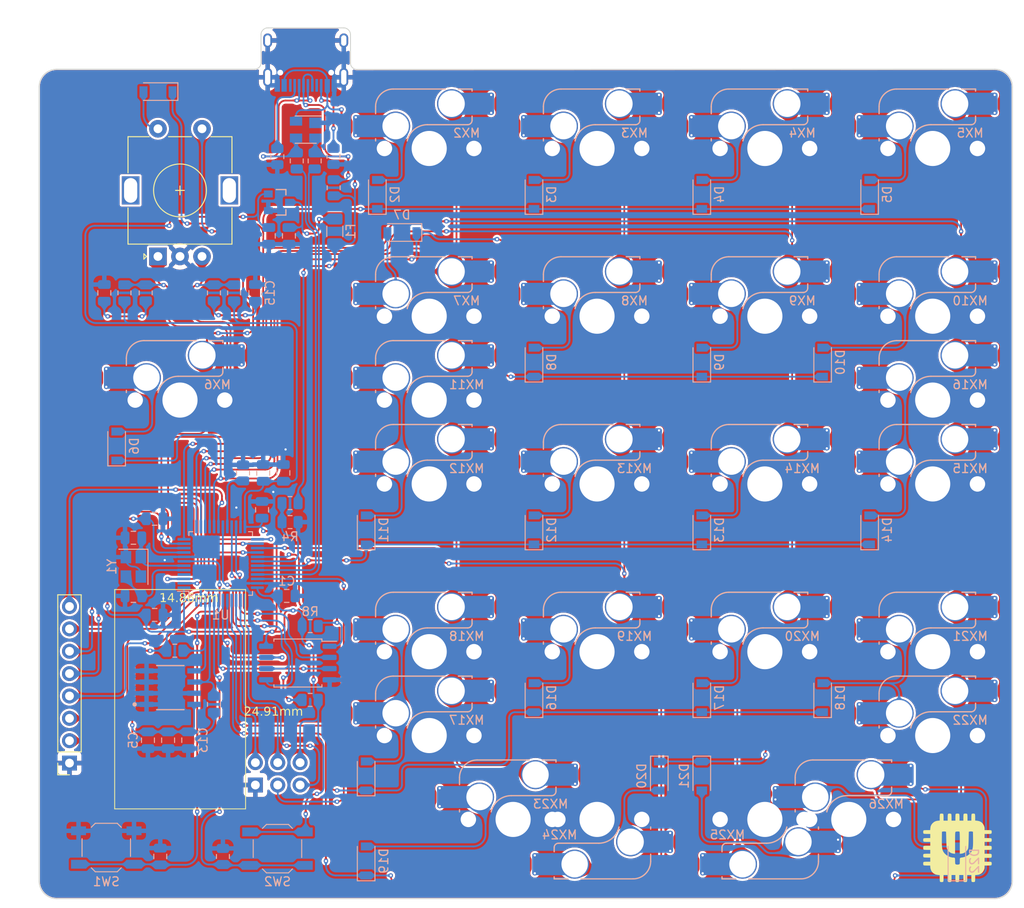
<source format=kicad_pcb>
(kicad_pcb (version 20220427) (generator pcbnew)
  (title_block (title "LazuliPad") (date "2022-06-29") (rev "1") (comment 1 "Copyright © 2022 HorrorTroll") (comment 2 "MIT License"))
  (layers (0 "F.Cu" signal) (31 "B.Cu" signal) (34 "B.Paste" user) (35 "F.Paste" user) (36 "B.SilkS" user "B.Silkscreen") (37 "F.SilkS" user "F.Silkscreen") (38 "B.Mask" user) (39 "F.Mask" user) (44 "Edge.Cuts" user))
  (net 0 "")
  (net 1 "GND")
  (net 2 "Net-(C14-Pad1)")
  (net 3 "Net-(C15-Pad1)")
  (net 4 "XTAL1")
  (net 5 "NRST")
  (net 6 "+5V")
  (net 7 "SWCLK-JTCK")
  (net 8 "VBUS")
  (net 9 "Row0")
  (net 10 "JTDI")
  (net 11 "Net-(D1-A)")
  (net 12 "Net-(D2-A)")
  (net 13 "Net-(D3-A)")
  (net 14 "Net-(D4-A)")
  (net 15 "Net-(D5-A)")
  (net 16 "Net-(D6-A)")
  (net 17 "Net-(D7-A)")
  (net 18 "Net-(D8-A)")
  (net 19 "Net-(D9-A)")
  (net 20 "Net-(D10-A)")
  (net 21 "Net-(D12-A)")
  (net 22 "Net-(D13-A)")
  (net 23 "Net-(D14-A)")
  (net 24 "Net-(D15-A)")
  (net 25 "Net-(D16-A)")
  (net 26 "Net-(D17-A)")
  (net 27 "Row1")
  (net 28 "Net-(D18-A)")
  (net 29 "Net-(D19-A)")
  (net 30 "Net-(D20-A)")
  (net 31 "Net-(D21-A)")
  (net 32 "Net-(D22-A)")
  (net 33 "SWDIO-JTMS")
  (net 34 "JTDO")
  (net 35 "ROT1")
  (net 36 "ROT0")
  (net 37 "BOOT0")
  (net 38 "BOOT1")
  (net 39 "SPIM_SCK")
  (net 40 "SPIM_CS")
  (net 41 "Net-(USB1-CC1)")
  (net 42 "Net-(USB1-CC2)")
  (net 43 "Row2")
  (net 44 "SPIM_IO0")
  (net 45 "SPIM_IO1")
  (net 46 "SPIM_IO3")
  (net 47 "SPIM_IO2")
  (net 50 "Row3")
  (net 51 "Row4")
  (net 52 "/DM")
  (net 53 "/DP")
  (net 54 "SDA")
  (net 55 "SCL")
  (net 56 "Col0")
  (net 57 "Col1")
  (net 58 "Col2")
  (net 59 "Col3")
  (net 60 "Col4")
  (net 61 "Net-(D11-A)")
  (net 62 "/VBUS_DETECT")
  (net 63 "XTAL2")
  (net 64 "D-")
  (net 65 "D+")
  (net 66 "+3V3")
  (net 67 "SCK")
  (net 68 "MOSI")
  (net 69 "RESET")
  (net 70 "DC")
  (net 71 "CS")
  (net 72 "BLK")
  (footprint "Connector_PinSocket_2.54mm:PinSocket_1x08_P2.54mm_Vertical" (layer "F.Cu") (at 3.444 78.8 180)
    (fp_text reference "LCD1" hide)
    (fp_text value "LCD-ST7789-1.14in")
  )
  (footprint "eec:QMK-Firmware-logo-small2" (layer "F.Cu") (at 104.267 88.392)
    (fp_text reference "G***" hide)
    (fp_text value "LOGO" hide)
  )
  (footprint "random-keyboard-parts:Reset_Pretty_nosilk" (layer "F.Cu") (at 27.083 80.0215 -90)
    (fp_text reference "J1")
    (fp_text value "ARM-JTAG-6")
  )
  (footprint "Keebio-Part:RotaryEncoder_EC11" (layer "F.Cu") (at 15.987 13.7625 90)
    (fp_text reference "MX1")
    (fp_text value "Enc")
  )
  (footprint "eec:Microchip-C04-057-SN-0-E-MFG" (layer "B.Cu") (at 14.891 70.231)
    (fp_text reference "U3" hide)
    (fp_text value "AT24C512C-SSHD-T" hide)
  )
  (footprint "Fuse:Fuse_1206_3216Metric" (layer "B.Cu") (at 33.56 18.415 90)
    (fp_text reference "F1")
    (fp_text value "500mA")
  )
  (footprint "Button_Switch_SMD:SW_SPST_TL3342" (layer "B.Cu") (at 7.62 88.392 180)
    (fp_text reference "SW1")
    (fp_text value "RESET")
  )
  (footprint "marbastlib-mx:SW_MX_HS_1u" (layer "B.Cu") (at 82.3745 47.1 180)
    (fp_text reference "MX14")
    (fp_text value "1u" hide)
  )
  (footprint "marbastlib-mx:SW_MX_HS_1u" (layer "B.Cu") (at 101.4245 9 180)
    (fp_text reference "MX5")
    (fp_text value "1u" hide)
  )
  (footprint "Capacitor_SMD:C_0805_2012Metric" (layer "B.Cu") (at 10.7 59.817 180)
    (fp_text reference "C9" hide)
    (fp_text value "22p")
  )
  (footprint "marbastlib-mx:SW_MX_HS_1u" (layer "B.Cu") (at 82.3745 9 180)
    (fp_text reference "MX4")
    (fp_text value "1u" hide)
  )
  (footprint "Resistor_SMD:R_0805_2012Metric" (layer "B.Cu") (at 12.097 25.4 -90)
    (fp_text reference "R13" hide)
    (fp_text value "10k")
  )
  (footprint "eec:Torex-XC6206P332MR" (layer "B.Cu") (at 27.21 15.113)
    (fp_text reference "RG1" hide)
    (fp_text value "XC6206P332MR" hide)
  )
  (footprint "Diode_SMD:D_SOD-123" (layer "B.Cu") (at 70.39 80.264 -90)
    (fp_text reference "D20")
    (fp_text value "1N4148W")
  )
  (footprint "Diode_SMD:D_SOD-123" (layer "B.Cu") (at 75.216 71.374 90)
    (fp_text reference "D17")
    (fp_text value "1N4148W")
  )
  (footprint "marbastlib-mx:SW_MX_HS_1u" (layer "B.Cu") (at 63.3245 28.05 180)
    (fp_text reference "MX8")
    (fp_text value "1u" hide)
  )
  (footprint "Resistor_SMD:R_0805_2012Metric" (layer "B.Cu") (at 27.034844 9.926116 90)
    (fp_text reference "R9" hide)
    (fp_text value "5.1k")
  )
  (footprint "Crystal:Crystal_SMD_3225-4Pin_3.2x2.5mm" (layer "B.Cu") (at 10.7 56.515 -90)
    (fp_text reference "Y1")
    (fp_text value "8Mhz")
  )
  (footprint "Diode_SMD:D_SOD-123" (layer "B.Cu") (at 56.166 14.224 90)
    (fp_text reference "D3")
    (fp_text value "1N4148W")
  )
  (footprint "Capacitor_SMD:C_0805_2012Metric" (layer "B.Cu") (at 25.432 45.847 90)
    (fp_text reference "C7" hide)
    (fp_text value "100n")
  )
  (footprint "Resistor_SMD:R_0805_2012Metric" (layer "B.Cu") (at 19.844 25.4 -90)
    (fp_text reference "R14" hide)
    (fp_text value "10k")
  )
  (footprint "Diode_SMD:D_SOD-123" (layer "B.Cu") (at 41.18 18.542 180)
    (fp_text reference "D7")
    (fp_text value "1N4148W")
  )
  (footprint "marbastlib-mx:SW_MX_HS_1u" (layer "B.Cu") (at 44.2745 9 180)
    (fp_text reference "MX2")
    (fp_text value "1u" hide)
  )
  (footprint "Resistor_SMD:R_0805_2012Metric" (layer "B.Cu") (at 23.146 45.847 90)
    (fp_text reference "R2" hide)
    (fp_text value "10K")
  )
  (footprint "Resistor_SMD:R_0805_2012Metric" (layer "B.Cu") (at 33.409719 9.89918 -90)
    (fp_text reference "R10" hide)
    (fp_text value "5.1k")
  )
  (footprint "Resistor_SMD:R_0805_2012Metric" (layer "B.Cu") (at 31.274 10.414 90)
    (fp_text reference "R15" hide)
    (fp_text value "22R")
  )
  (footprint "Capacitor_SMD:C_0805_2012Metric" (layer "B.Cu") (at 7.398 25.4 90)
    (fp_text reference "C14" hide)
    (fp_text value "100n")
  )
  (footprint "Button_Switch_SMD:SW_SPST_TL3342" (layer "B.Cu") (at 27.051 88.519)
    (fp_text reference "SW2")
    (fp_text value "BOOT0")
  )
  (footprint "marbastlib-mx:SW_MX_HS_1u" (layer "B.Cu") (at 101.4245 47.1 180)
    (fp_text reference "MX15")
    (fp_text value "1u" hide)
  )
  (footprint "Resistor_SMD:R_0805_2012Metric" (layer "B.Cu") (at 28.48 51.435)
    (fp_text reference "R4")
    (fp_text value "200k")
  )
  (footprint "marbastlib-mx:SW_MX_HS_2u_vertical" (layer "B.Cu") (at 101.4245 75.675 180)
    (fp_text reference "MX22")
    (fp_text value "2u" hide)
  )
  (footprint "Diode_SMD:D_SOD-123" (layer "B.Cu") (at 37.116 52.324 90)
    (fp_text reference "D11")
    (fp_text value "1N4148W")
  )
  (footprint "marbastlib-mx:SW_MX_HS_1u" (layer "B.Cu") (at 82.3745 66.15 180)
    (fp_text reference "MX20")
    (fp_text value "1u" hide)
  )
  (footprint "Diode_SMD:D_SOD-123" (layer "B.Cu") (at 38.386 14.224 90)
    (fp_text reference "D2")
    (fp_text value "1N4148W")
  )
  (footprint "Resistor_SMD:R_0805_2012Metric" (layer "B.Cu") (at 28.48 49.276 180)
    (fp_text reference "R3" hide)
    (fp_text value "100k")
  )
  (footprint "Resistor_SMD:R_0805_2012Metric" (layer "B.Cu") (at 22.13 25.4 90)
    (fp_text reference "R12" hide)
    (fp_text value "10k")
  )
  (footprint "marbastlib-mx:SW_MX_HS_1u" (layer "B.Cu") (at 82.3745 85.2)
    (fp_text reference "MX25")
    (fp_text value "1u" hide)
  )
  (footprint "marbastlib-mx:SW_MX_HS_2u_vertical" (layer "B.Cu") (at 44.2745 75.675 180)
    (fp_text reference "MX17")
    (fp_text value "2u" hide)
  )
  (footprint "marbastlib-mx:SW_MX_HS_1u" (layer "B.Cu") (at 44.2745 66.15 180)
    (fp_text reference "MX18")
    (fp_text value "1u" hide)
  )
  (footprint "Resistor_SMD:R_0805_2012Metric" (layer "B.Cu") (at 30.766 71.628)
    (fp_text reference "R7" hide)
    (fp_text value "1K")
  )
  (footprint "Type-C:HRO-TYPE-C-31-M-12" (layer "B.Cu") (at 30.258 -5.863)
    (fp_text reference "USB1" hide)
    (fp_text value "HRO-TYPE-C-31-M-12")
  )
  (footprint "Capacitor_SMD:C_0805_2012Metric" (layer "B.Cu") (at 27.718 45.847 90)
    (fp_text reference "C8" hide)
    (fp_text value "4.7u")
  )
  (footprint "marbastlib-mx:SW_MX_HS_1u" (layer "B.Cu") (at 63.3245 9 180)
    (fp_text reference "MX3")
    (fp_text value "1u" hide)
  )
  (footprint "marbastlib-mx:SW_MX_HS_2u_vertical" (layer "B.Cu") (at 44.2745 37.575 180)
    (fp_text reference "MX11")
    (fp_text value "2u" hide)
  )
  (footprint "marbastlib-mx:SW_MX_HS_1u" (layer "B.Cu") (at 15.987 37.575 180)
    (fp_text reference "MX6")
    (fp_text value "1u" hide)
  )
  (footprint "Diode_SMD:D_SOD-123" (layer "B.Cu") (at 75.216 14.224 90)
    (fp_text reference "D4")
    (fp_text value "1N4148W")
  )
  (footprint "marbastlib-mx:SW_MX_HS_2u_vertical" (layer "B.Cu") (at 101.4245 37.575 180)
    (fp_text reference "MX16")
    (fp_text value "2u" hide)
  )
  (footprint "Package_SO:SOIC-8_5.23x5.23mm_P1.27mm" (layer "B.Cu") (at 29.369 67.437 180)
    (fp_text reference "U2" hide)
    (fp_text value "W25Q128JVS")
  )
  (footprint "Resistor_SMD:R_0805_2012Metric" (layer "B.Cu") (at 30.766 63.246 180)
    (fp_text reference "R8")
    (fp_text value "10K")
  )
  (footprint "Capacitor_SMD:C_0805_2012Metric" (layer "B.Cu") (at 14.637 76.205 -90)
    (fp_text reference "C6" hide)
    (fp_text value "4.7u")
  )
  (footprint "Resistor_SMD:R_0805_2012Metric" (layer "B.Cu") (at 15.399 66.04 180)
    (fp_text reference "R5" hide)
    (fp_text value "10K")
  )
  (footprint "Diode_SMD:D_SOD-123" (layer "B.Cu") (at 75.216 33.274 90)
    (fp_text reference "D9")
    (fp_text value "1N4148W")
  )
  (footprint "Capacitor_SMD:C_0805_2012Metric" (layer "B.Cu") (at 13.113 51.054 180)
    (fp_text reference "C3" hide)
    (fp_text value "10n")
  )
  (footprint "Capacitor_SMD:C_0805_2012Metric" (layer "B.Cu") (at 10.7 53.213 180)
    (fp_text reference "C10" hide)
    (fp_text value "22p")
  )
  (footprint "Resistor_SMD:R_0805_2012Metric" (layer "B.Cu") (at 29.242 10.414 90)
    (fp_text reference "R16" hide)
    (fp_text value "22R")
  )
  (footprint "Diode_SMD:D_SOD-123" (layer "B.Cu") (at 37.116 89.916 90)
    (fp_text reference "D19")
    (fp_text value "1N4148W")
  )
  (footprint "marbastlib-mx:SW_MX_HS_1u" (layer "B.Cu") (at 101.4245 28.05 180)
    (fp_text reference "MX10")
    (fp_text value "1u" hide)
  )
  (footprint "Diode_SMD:D_SOD-123" (layer "B.Cu") (at 94.266 14.224 90)
    (fp_text reference "D5")
    (fp_text value "1N4148W")
  )
  (footprint "Capacitor_SMD:C_0805_2012Metric" (layer "B.Cu") (at 13.748 89.408 -90)
    (fp_text reference "C16" hide)
    (fp_text value "100n" hide)
  )
  (footprint "Diode_SMD:D_SOD-123" (layer "B.Cu") (at 37.116 80.264 90)
    (fp_text reference "D15" hide)
    (fp_text value "1N4148W" hide)
  )
  (footprint "Diode_SMD:D_SOD-123" (layer "B.Cu") (at 56.166 52.324 90)
    (fp_text reference "D12")
    (fp_text value "1N4148W")
  )
  (footprint "marbastlib-mx:SW_MX_HS_2u" (layer "B.Cu") (at 53.7995 85.2 180)
    (fp_text reference "MX23")
    (fp_text value "2u" hide)
  )
  (footprint "Diode_SMD:D_SOD-123" (layer "B.Cu") (at 75.216 52.324 90)
    (fp_text reference "D13")
    (fp_text value "1N4148W")
  )
  (footprint "Diode_SMD:D_SOD-123" (layer "B.Cu") (at 88.932 33.274 90)
    (fp_text reference "D10")
    (fp_text value "1N4148W")
  )
  (footprint "Package_QFP:LQFP-48_7x7mm_P0.5mm" (layer "B.Cu") (at 20.606 56.134)
    (fp_text reference "U1")
    (fp_text value "STM32F103CBTx")
  )
  (footprint "Resistor_SMD:R_0805_2012Metric" (layer "B.Cu") (at 19.844 72.136 -90)
    (fp_text reference "R6" hide)
    (fp_text value "10K")
  )
  (footprint "Diode_SMD:D_SOD-123" (layer "B.Cu") (at 13.494 2.54 180)
    (fp_text reference "D1" hide)
    (fp_text value "1N4148W")
  )
  (footprint "Diode_SMD:D_SOD-123" (layer "B.Cu") (at 56.166 71.374 90)
    (fp_text reference "D16")
    (fp_text value "1N4148W")
  )
  (footprint "Diode_SMD:D_SOD-123" (layer "B.Cu") (at 8.795 42.799 90)
    (fp_text reference "D6")
    (fp_text value "1N4148W")
  )
  (footprint "Capacitor_SMD:C_0805_2012Metric" (layer "B.Cu") (at 24.543 25.4 90)
    (fp_text reference "C15")
    (fp_text value "100n")
  )
  (footprint "marbastlib-mx:SW_MX_HS_1u" (layer "B.Cu") (at 63.3245 47.1 180)
    (fp_text reference "MX13")
    (fp_text value "1u" hide)
  )
  (footprint "Diode_SMD:D_SOD-123" (layer "B.Cu") (at 94.266 52.324 90)
    (fp_text reference "D14")
    (fp_text value "1N4148W")
  )
  (footprint "Capacitor_SMD:C_0805_2012Metric" (layer "B.Cu") (at 28.099 59.817 180)
    (fp_text reference "C1")
    (fp_text value "100n")
  )
  (footprint "Resistor_SMD:R_0805_2012Metric" (layer "B.Cu") (at 9.684 25.4 90)
    (fp_text reference "R11" hide)
    (fp_text value "10k")
  )
  (footprint "marbastlib-mx:SW_MX_HS_1u" (layer "B.Cu") (at 44.2745 47.1 180)
    (fp_text reference "MX12")
    (fp_text value "1u" hide)
  )
  (footprint "Resistor_SMD:R_0805_2012Metric" (layer "B.Cu") (at 33.433 13.462 90)
    (fp_text reference "R17" hide)
    (fp_text value "1.5K")
  )
  (footprint "Capacitor_SMD:C_0805_2012Metric" (layer "B.Cu") (at 26.067 18.923 -90)
    (fp_text reference "C12" hide)
    (fp_text value "1u")
  )
  (footprint "Capacitor_SMD:C_0805_2012Metric" (layer "B.Cu") (at 28.353 18.923 -90)
    (fp_text reference "C11" hide)
    (fp_text value "1u")
  )
  (footprint "Diode_SMD:D_SOD-123" (layer "B.Cu") (at 104.172 89.916 90)
    (fp_text reference "D22")
    (fp_text value "1N4148W")
  )
  (footprint "Diode_SMD:D_SOD-123" (layer "B.Cu") (at 56.166 33.274 90)
    (fp_text reference "D8")
    (fp_text value "1N4148W")
  )
  (footprint "Resistor_SMD:R_0805_2012Metric" (layer "B.Cu") (at 20.86 89.408 90)
    (fp_text reference "R1" hide)
    (fp_text value "10K")
  )
  (footprint "marbastlib-mx:SW_MX_HS_1u" (layer "B.Cu") (at 63.3245 85.2)
    (fp_text reference "MX24")
    (fp_text value "1u" hide)
  )
  (footprint "Diode_SMD:D_SOD-123" (layer "B.Cu") (at 88.932 71.374 90)
    (fp_text reference "D18")
    (fp_text value "1N4148W")
  )
  (footprint "Package_TO_SOT_SMD:SOT-143" (layer "B.Cu") (at 30.258 6.858 180)
    (fp_text reference "ESD1" hide)
    (fp_text value "PRTR5V0U2X")
  )
  (footprint "marbastlib-mx:SW_MX_HS_1u" (layer "B.Cu") (at 44.2745 28.05 180)
    (fp_text reference "MX7")
    (fp_text value "1u" hide)
  )
  (footprint "marbastlib-mx:SW_MX_HS_2u" (layer "B.Cu") (at 91.8995 85.2 180)
    (fp_text reference "MX26")
    (fp_text value "2u" hide)
  )
  (footprint "Capacitor_SMD:C_0805_2012Metric" (layer "B.Cu") (at 16.923 76.2 90)
    (fp_text reference "C13")
    (fp_text value "100n")
  )
  (footprint "marbastlib-mx:SW_MX_HS_1u" (layer "B.Cu") (at 63.3245 66.15 180)
    (fp_text reference "MX19")
    (fp_text value "1u" hide)
  )
  (footprint "Diode_SMD:D_SOD-123" (layer "B.Cu") (at 75.216 80.264 -90)
    (fp_text reference "D21")
    (fp_text value "1N4148W")
  )
  (footprint "Capacitor_SMD:C_0805_2012Metric" (layer "B.Cu") (at 12.351 76.205 -90)
    (fp_text reference "C5")
    (fp_text value "100n")
  )
  (footprint "marbastlib-mx:SW_MX_HS_1u" (layer "B.Cu") (at 82.3745 28.05 180)
    (fp_text reference "MX9")
    (fp_text value "1u" hide)
  )
  (footprint "Capacitor_SMD:C_0805_2012Metric" (layer "B.Cu") (at 25.305 50.038 -90)
    (fp_text reference "C2" hide)
    (fp_text value "100n")
  )
  (footprint "Capacitor_SMD:C_0805_2012Metric" (layer "B.Cu") (at 13.113 61.976 180)
    (fp_text reference "C4" hide)
    (fp_text value "1u")
  )
  (footprint "marbastlib-mx:SW_MX_HS_1u" (layer "B.Cu") (at 101.4245 66.15 180)
    (fp_text reference "MX21")
    (fp_text value "1u" hide)
  )
  (gr_line (start 8.574 59.09) (end 8.574 84) (stroke (width 0.1)) (layer "F.SilkS"))
  (gr_line (start 23.434 59.09) (end 23.434 84) (stroke (width 0.1)) (layer "F.SilkS"))
  (gr_line (start 8.574 59.09) (end 23.434 59.09) (stroke (width 0.1)) (layer "F.SilkS"))
  (gr_line (start 8.574 84) (end 23.434 84) (stroke (width 0.1)) (layer "F.SilkS"))
  (gr_arc (start 34.576 -4.699) (mid 35.124756 -4.451815) (end 35.338 -3.889) (stroke (width 0.1)) (layer "Edge.Cuts"))
  (gr_arc (start 36.076001 0.023999) (mid 35.559126 -0.180156) (end 35.338 -0.690001) (stroke (width 0.1)) (layer "Edge.Cuts"))
  (gr_line (start 108.472786 94.2) (end 2 94.2) (stroke (width 0.1)) (layer "Edge.Cuts"))
  (gr_line (start 110.472786 2) (end 110.472786 92.2) (stroke (width 0.1)) (layer "Edge.Cuts"))
  (gr_line (start 36.076001 0.023999) (end 108.472786 0) (stroke (width 0.1)) (layer "Edge.Cuts"))
  (gr_arc (start 2 94.2) (mid 0.585785 93.614215) (end 0 92.2) (stroke (width 0.1)) (layer "Edge.Cuts"))
  (gr_line (start 2 0) (end 24.470816 0) (stroke (width 0.1)) (layer "Edge.Cuts"))
  (gr_arc (start 25.184816 -0.738001) (mid 24.980661 -0.221126) (end 24.470816 0) (stroke (width 0.1)) (layer "Edge.Cuts"))
  (gr_line (start 35.338 -0.690001) (end 35.338 -3.889) (stroke (width 0.1)) (layer "Edge.Cuts"))
  (gr_line (start 25.184816 -0.738001) (end 25.184816 -3.937) (stroke (width 0.1)) (layer "Edge.Cuts"))
  (gr_arc (start 110.472786 92.2) (mid 109.886999 93.614209) (end 108.472786 94.2) (stroke (width 0.1)) (layer "Edge.Cuts"))
  (gr_arc (start 25.184816 -3.937) (mid 25.432001 -4.485756) (end 25.994816 -4.699) (stroke (width 0.1)) (layer "Edge.Cuts"))
  (gr_arc (start 0 2) (mid 0.585786 0.585786) (end 2 0) (stroke (width 0.1)) (layer "Edge.Cuts"))
  (gr_line (start 34.576 -4.699) (end 25.994816 -4.699) (stroke (width 0.1)) (layer "Edge.Cuts"))
  (gr_line (start 0 92.2) (end 0 2) (stroke (width 0.1)) (layer "Edge.Cuts"))
  (gr_arc (start 108.472786 0) (mid 109.887009 0.585781) (end 110.472786 2) (stroke (width 0.1)) (layer "Edge.Cuts"))
  (gr_text "14.86mm" (at 17 60.1) (layer "F.SilkS") (effects (font (size 1 1))))
  (gr_text "24.91mm" (at 26.6 73) (layer "F.SilkS") (effects (font (size 1 1))))
  (via (at 27.972 43.18) (size 0.5) (drill 0.25) (layers "F.Cu" "B.Cu") (net 1))
  (via (at 14.1 60.1) (size 0.5) (drill 0.25) (layers "F.Cu" "B.Cu") (net 1))
  (via (at 22.384 49.784) (size 0.5) (drill 0.25) (layers "F.Cu" "B.Cu") (net 1))
  (via (at 14.256 55.753) (size 0.5) (drill 0.25) (layers "F.Cu" "B.Cu") (net 1))
  (via (at 26.575 48.006) (size 0.5) (drill 0.25) (layers "F.Cu" "B.Cu") (net 1))
  (segment (start 9.85 55.415) (end 9.85 55.653913) (width 0.2) (layer "B.Cu") (net 1))
  (segment (start 22.856 50.256) (end 22.856 51.9715) (width 0.2) (layer "B.Cu") (net 1))
  (segment (start 14.063 51.054) (end 14.256 51.247) (width 0.2) (layer "B.Cu") (net 1))
  (segment (start 14.625 55.384) (end 16.4435 55.384) (width 0.2) (layer "B.Cu") (net 1))
  (segment (start 11.55 57.353913) (end 11.55 57.615) (width 0.2) (layer "B.Cu") (net 1))
  (segment (start 9.85 55.415) (end 9.85 55.665) (width 0.2) (layer "B.Cu") (net 1))
  (arc (start 22.384 49.784) (mid 22.717754 49.922246) (end 22.856 50.256) (width 0.2) (layer "B.Cu") (net 1))
  (arc (start 14.256 55.753) (mid 14.364078 55.492078) (end 14.625 55.384) (width 0.2) (layer "B.Cu") (net 1))
  (arc (start 9.85 55.653913) (mid 10.092305 56.238889) (end 10.677281 56.481194) (width 0.2) (layer "B.Cu") (net 1))
  (arc (start 10.677281 56.481194) (mid 11.294387 56.736807) (end 11.55 57.353913) (width 0.2) (layer "B.Cu") (net 1))
  (segment (start 7.779 28.067) (end 11.684 28.067) (width 0.2) (layer "F.Cu") (net 2))
  (via (at 7.779 28.067) (size 0.5) (drill 0.25) (layers "F.Cu" "B.Cu") (net 2))
  (via (at 11.684 28.067) (size 0.5) (drill 0.25) (layers "F.Cu" "B.Cu") (net 2))
  (segment (start 12.097 26.3125) (end 12.097 27.654) (width 0.2) (layer "B.Cu") (net 2))
  (segment (start 7.398 27.686) (end 7.398 26.35) (width 0.2) (layer "B.Cu") (net 2))
  (arc (start 7.779 28.067) (mid 7.509592 27.955408) (end 7.398 27.686) (width 0.2) (layer "B.Cu") (net 2))
  (arc (start 12.097 27.654) (mid 11.976035 27.946035) (end 11.684 28.067) (width 0.2) (layer "B.Cu") (net 2))
  (segment (start 20.352 27.94) (end 23.4 27.94) (width 0.2) (layer "F.Cu") (net 3))
  (via (at 20.352 27.94) (size 0.5) (drill 0.25) (layers "F.Cu" "B.Cu") (net 3))
  (via (at 23.4 27.94) (size 0.5) (drill 0.25) (layers "F.Cu" "B.Cu") (net 3))
  (segment (start 23.4 27.94) (end 24.003 27.94) (width 0.2) (layer "B.Cu") (net 3))
  (segment (start 24.543 26.35) (end 24.543 27.4) (width 0.2) (layer "B.Cu") (net 3))
  (segment (start 19.844 27.432) (end 19.844 26.3125) (width 0.2) (layer "B.Cu") (net 3))
  (arc (start 20.352 27.94) (mid 19.99279 27.79121) (end 19.844 27.432) (width 0.2) (layer "B.Cu") (net 3))
  (arc (start 24.003 27.94) (mid 24.384838 27.781838) (end 24.543 27.4) (width 0.2) (layer "B.Cu") (net 3))
  (segment (start 9.85 57.615) (end 9.85 58.017) (width 0.2) (layer "B.Cu") (net 4))
  (segment (start 9.85 58.017) (end 11.65 59.817) (width 0.2) (layer "B.Cu") (net 4))
  (segment (start 12.351 59.817) (end 11.65 59.817) (width 0.2) (layer "B.Cu") (net 4))
  (segment (start 12.859 57.626) (end 12.859 59.309) (width 0.2) (layer "B.Cu") (net 4))
  (segment (start 16.4435 56.884) (end 13.601 56.884) (width 0.2) (layer "B.Cu") (net 4))
  (arc (start 13.601 56.884) (mid 13.076327 57.101327) (end 12.859 57.626) (width 0.2) (layer "B.Cu") (net 4))
  (arc (start 12.859 59.309) (mid 12.71021 59.66821) (end 12.351 59.817) (width 0.2) (layer "B.Cu") (net 4))
  (segment (start 20.479 60.706786) (end 20.479 58.547) (width 0.2) (layer "F.Cu") (net 5))
  (segment (start 17.939 65.151) (end 17.939 84.328) (width 0.2) (layer "F.Cu") (net 5))
  (segment (start 18.442 61.6) (end 19.792893 61.6) (width 0.2) (layer "F.Cu") (net 5))
  (segment (start 20.146447 61.453553) (end 20.186107 61.413893) (width 0.2) (layer "F.Cu") (net 5))
  (via (at 17.939 65.151) (size 0.5) (drill 0.25) (layers "F.Cu" "B.Cu") (net 5))
  (via (at 17.939 62.103) (size 0.5) (drill 0.25) (layers "F.Cu" "B.Cu") (net 5))
  (via (at 17.939 84.328) (size 0.5) (drill 0.25) (layers "F.Cu" "B.Cu") (net 5))
  (via (at 20.479 58.547) (size 0.5) (drill 0.25) (layers "F.Cu" "B.Cu") (net 5))
  (arc (start 17.939 62.103) (mid 18.086325 61.747325) (end 18.442 61.6) (width 0.2) (layer "F.Cu") (net 5))
  (arc (start 20.186107 61.413893) (mid 20.40288 61.089469) (end 20.479 60.706786) (width 0.2) (layer "F.Cu") (net 5))
  (arc (start 19.792893 61.6) (mid 19.984235 61.56194) (end 20.146447 61.453553) (width 0.2) (layer "F.Cu") (net 5))
  (segment (start 17.939 84.328) (end 17.939 89.027) (width 0.2) (layer "B.Cu") (net 5))
  (segment (start 10.802 90.297) (end 13.687 90.297) (width 0.2) (layer "B.Cu") (net 5))
  (segment (start 13.687 90.297) (end 13.748 90.358) (width 0.2) (layer "B.Cu") (net 5))
  (segment (start 17.939 62.103) (end 17.939 65.151) (width 0.2) (layer "B.Cu") (net 5))
  (segment (start 20.479 56.547) (end 20.479 58.547) (width 0.2) (layer "B.Cu") (net 5))
  (segment (start 4.502 90.297) (end 10.802 90.297) (width 0.2) (layer "B.Cu") (net 5))
  (segment (start 16.608 90.358) (end 13.748 90.358) (width 0.2) (layer "B.Cu") (net 5))
  (segment (start 16.4435 55.884) (end 19.816 55.884) (width 0.2) (layer "B.Cu") (net 5))
  (arc (start 17.939 89.027) (mid 17.549159 89.968159) (end 16.608 90.358) (width 0.2) (layer "B.Cu") (net 5))
  (arc (start 19.816 55.884) (mid 20.284812 56.078188) (end 20.479 56.547) (width 0.2) (layer "B.Cu") (net 5))
  (segment (start 30.385 18.669) (end 31.115 18.669) (width 0.2) (layer "F.Cu") (net 6))
  (segment (start 31.782 18.002) (end 31.782 17.018) (width 0.2) (layer "F.Cu") (net 6))
  (via (at 30.385 18.669) (size 0.5) (drill 0.25) (layers "F.Cu" "B.Cu") (net 6))
  (via (at 31.782 17.018) (size 0.5) (drill 0.25) (layers "F.Cu" "B.Cu") (net 6))
  (arc (start 31.115 18.669) (mid 31.58664 18.47364) (end 31.782 18.002) (width 0.2) (layer "F.Cu") (net 6))
  (segment (start 33.56 17.015) (end 31.782 17.018) (width 0.2) (layer "B.Cu") (net 6))
  (segment (start 28.41 15.113) (end 29.21 15.113) (width 0.2) (layer "B.Cu") (net 6))
  (segment (start 28.353 17.973) (end 29.43 17.973) (width 0.2) (layer "B.Cu") (net 6))
  (segment (start 29.877 15.78) (end 29.877 17.526) (width 0.2) (layer "B.Cu") (net 6))
  (segment (start 29.877 18.161) (end 29.877 17.526) (width 0.2) (layer "B.Cu") (net 6))
  (arc (start 30.385 18.669) (mid 30.02579 18.52021) (end 29.877 18.161) (width 0.2) (layer "B.Cu") (net 6))
  (arc (start 29.21 15.113) (mid 29.68164 15.30836) (end 29.877 15.78) (width 0.2) (layer "B.Cu") (net 6))
  (arc (start 29.43 17.973) (mid 29.746077 17.842077) (end 29.877 17.526) (width 0.2) (layer "B.Cu") (net 6))
  (segment (start 28.099 76.835) (end 30.766 76.835) (width 0.2) (layer "F.Cu") (net 7))
  (via (at 28.099 76.835) (size 0.5) (drill 0.25) (layers "F.Cu" "B.Cu") (net 7))
  (via (at 30.766 76.835) (size 0.5) (drill 0.25) (layers "F.Cu" "B.Cu") (net 7))
  (segment (start 27.43252 76.16852) (end 27.43252 73.15252) (width 0.2) (layer "B.Cu") (net 7))
  (segment (start 24.753703 72.009) (end 26.289 72.009) (width 0.2) (layer "B.Cu") (net 7))
  (segment (start 23.356 60.2965) (end 23.356 62.75) (width 0.2) (layer "B.Cu") (net 7))
  (segment (start 29.623 81.2915) (end 30.9765 81.2915) (width 0.2) (layer "B.Cu") (net 7))
  (segment (start 31.782 77.851) (end 31.782 80.486) (width 0.2) (layer "B.Cu") (net 7))
  (segment (start 23.781 63.77604) (end 23.781 71.036297) (width 0.2) (layer "B.Cu") (net 7))
  (arc (start 23.781 71.036297) (mid 24.065898 71.724102) (end 24.753703 72.009) (width 0.2) (layer "B.Cu") (net 7))
  (arc (start 27.43252 73.15252) (mid 27.097591 72.343929) (end 26.289 72.009) (width 0.2) (layer "B.Cu") (net 7))
  (arc (start 26.289 72.009) (mid 27.097223 72.343777) (end 27.432 73.152) (width 0.2) (layer "B.Cu") (net 7))
  (arc (start 28.099 76.835) (mid 27.627727 76.639793) (end 27.43252 76.16852) (width 0.2) (layer "B.Cu") (net 7))
  (arc (start 30.766 76.835) (mid 31.48442 77.13258) (end 31.782 77.851) (width 0.2) (layer "B.Cu") (net 7))
  (arc (start 30.9765 81.2915) (mid 31.546075 81.055575) (end 31.782 80.486) (width 0.2) (layer "B.Cu") (net 7))
  (arc (start 23.608437 63.359437) (mid 23.736152 63.550575) (end 23.781 63.77604) (width 0.2) (layer "B.Cu") (net 7))
  (arc (start 23.356 62.75) (mid 23.421606 63.079825) (end 23.608437 63.359437) (width 0.2) (layer "B.Cu") (net 7))
  (segment (start 30.766 22.352) (end 32.925 22.352) (width 0.2) (layer "F.Cu") (net 8))
  (segment (start 34.925 8.255) (end 34.989 8.255) (width 0.2) (layer "F.Cu") (net 8))
  (segment (start 34.322 4.572) (end 34.322 7.652) (width 0.2) (layer "F.Cu") (net 8))
  (segment (start 35.846 9.112) (end 35.846 13.081) (width 0.2) (layer "F.Cu") (net 8))
  (via (at 34.322 4.572) (size 0.5) (drill 0.25) (layers "F.Cu" "B.Cu") (net 8))
  (via (at 30.004 23.114) (size 0.5) (drill 0.25) (layers "F.Cu" "B.Cu") (net 8))
  (via (at 35.846 13.081) (size 0.5) (drill 0.25) (layers "F.Cu" "B.Cu") (net 8))
  (via (at 32.925 22.352) (size 0.5) (drill 0.25) (layers "F.Cu" "B.Cu") (net 8))
  (arc (start 30.004 23.114) (mid 30.227185 22.575185) (end 30.766 22.352) (width 0.2) (layer "F.Cu") (net 8))
  (arc (start 34.989 8.255) (mid 35.594991 8.506009) (end 35.846 9.112) (width 0.2) (layer "F.Cu") (net 8))
  (arc (start 34.322 7.652) (mid 34.498615 8.078385) (end 34.925 8.255) (width 0.2) (layer "F.Cu") (net 8))
  (segment (start 30.004 46.575786) (end 30.004 23.114) (width 0.2) (layer "B.Cu") (net 8))
  (segment (start 35.846 15.145) (end 35.846 19.145) (width 0.2) (layer "B.Cu") (net 8))
  (segment (start 27.808 1.832) (end 27.808 1.402) (width 0.2) (layer "B.Cu") (net 8))
  (segment (start 29.685393 47.308607) (end 29.711107 47.282893) (width 0.2) (layer "B.Cu") (net 8))
  (segment (start 32.708 3.879) (end 32.708 1.832) (width 0.2) (layer "B.Cu") (net 8))
  (segment (start 35.846 13.081) (end 35.846 15.145) (width 0.2) (layer "B.Cu") (net 8))
  (segment (start 29.789612 4.643612) (end 31.943388 4.643612) (width 0.2) (layer "B.Cu") (net 8))
  (segment (start 31.496 0.127) (end 29.083 0.127) (width 0.2) (layer "B.Cu") (net 8))
  (segment (start 29.158 5.908) (end 29.158 5.275224) (width 0.2) (layer "B.Cu") (net 8))
  (segment (start 34.322 4.572) (end 33.401 4.572) (width 0.2) (layer "B.Cu") (net 8))
  (segment (start 33.433 14.3745) (end 35.0755 14.3745) (width 0.2) (layer "B.Cu") (net 8))
  (segment (start 33.56 21.717) (end 33.56 19.815) (width 0.2) (layer "B.Cu") (net 8))
  (segment (start 32.708 1.832) (end 32.708 1.339) (width 0.2) (layer "B.Cu") (net 8))
  (segment (start 35.179 19.812) (end 33.563 19.812) (width 0.2) (layer "B.Cu") (net 8))
  (segment (start 29.3925 49.276) (end 29.3925 48.015714) (width 0.2) (layer "B.Cu") (net 8))
  (arc (start 29.158 5.275224) (mid 29.342995 4.828607) (end 29.789612 4.643612) (width 0.2) (layer "B.Cu") (net 8))
  (arc (start 32.708 1.339) (mid 32.353013 0.481987) (end 31.496 0.127) (width 0.2) (layer "B.Cu") (net 8))
  (arc (start 35.0755 14.3745) (mid 35.620326 14.600174) (end 35.846 15.145) (width 0.2) (layer "B.Cu") (net 8))
  (arc (start 33.401 4.572) (mid 32.910975 4.369025) (end 32.708 3.879) (width 0.2) (layer "B.Cu") (net 8))
  (arc (start 33.563 19.812) (mid 33.560879 19.812879) (end 33.56 19.815) (width 0.2) (layer "B.Cu") (net 8))
  (arc (start 29.711107 47.282893) (mid 29.92788 46.95847) (end 30.004 46.575786) (width 0.2) (layer "B.Cu") (net 8))
  (arc (start 35.846 19.145) (mid 35.65064 19.61664) (end 35.179 19.812) (width 0.2) (layer "B.Cu") (net 8))
  (arc (start 27.808 1.402) (mid 28.181439 0.500439) (end 29.083 0.127) (width 0.2) (layer "B.Cu") (net 8))
  (arc (start 31.943388 4.643612) (mid 32.48405 4.419662) (end 32.708 3.879) (width 0.2) (layer "B.Cu") (net 8))
  (arc (start 29.3925 48.015714) (mid 29.46862 47.633031) (end 29.685393 47.308607) (width 0.2) (layer "B.Cu") (net 8))
  (arc (start 32.925 22.352) (mid 33.374013 22.166013) (end 33.56 21.717) (width 0.2) (layer "B.Cu") (net 8))
  (segment (start 25.432 18.701) (end 25.432 18.764) (width 0.2) (layer "F.Cu") (net 9))
  (segment (start 25.432 18.764) (end 25.432 17.113) (width 0.2) (layer "F.Cu") (net 9))
  (segment (start 36.481 15.875) (end 36.476525 15.879475) (width 0.2) (layer "F.Cu") (net 9))
  (segment (start 25.432 18.764) (end 25.432 42.196) (width 0.2) (layer "F.Cu") (net 9))
  (segment (start 16.796 17.526) (end 24.257 17.526) (width 0.2) (layer "F.Cu") (net 9))
  (segment (start 24.2448 43.3832) (end 18.6756 43.3832) (width 0.2) (layer "F.Cu") (net 9))
  (segment (start 26.665525 15.879475) (end 36.476525 15.879475) (width 0.2) (layer "F.Cu") (net 9))
  (via (at 36.481 15.875) (size 0.5) (drill 0.25) (layers "F.Cu" "B.Cu") (net 9))
  (via (at 16.796 17.526) (size 0.5) (drill 0.25) (layers "F.Cu" "B.Cu") (net 9))
  (via (at 18.6756 43.3832) (size 0.5) (drill 0.25) (layers "F.Cu" "B.Cu") (net 9))
  (arc (start 25.432 42.196) (mid 25.084277 43.035477) (end 24.2448 43.3832) (width 0.2) (layer "F.Cu") (net 9))
  (arc (start 25.432 17.113) (mid 25.793291 16.240766) (end 26.665525 15.879475) (width 0.2) (layer "F.Cu") (net 9))
  (arc (start 24.257 17.526) (mid 25.08785 17.87015) (end 25.432 18.701) (width 0.2) (layer "F.Cu") (net 9))
  (segment (start 15.144 4.603) (end 15.144 2.54) (width 0.2) (layer "B.Cu") (net 9))
  (segment (start 36.482 15.874) (end 94.266 15.874) (width 0.2) (layer "B.Cu") (net 9))
  (segment (start 36.482 15.874) (end 36.481 15.875) (width 0.2) (layer "B.Cu") (net 9))
  (segment (start 15.480583 5.415583) (end 15.734614 5.669614) (width 0.2) (layer "B.Cu") (net 9))
  (segment (start 16.161 16.891) (end 16.161 6.699) (width 0.2) (layer "B.Cu") (net 9))
  (segment (start 17.856 44.2028) (end 17.856 51.9715) (width 0.2) (layer "B.Cu") (net 9))
  (arc (start 16.796 17.526) (mid 16.346987 17.340013) (end 16.161 16.891) (width 0.2) (layer "B.Cu") (net 9))
  (arc (start 15.734614 5.669614) (mid 16.050185 6.1419) (end 16.161 6.699) (width 0.2) (layer "B.Cu") (net 9))
  (arc (start 15.480583 5.415583) (mid 15.231475 5.042767) (end 15.144 4.603) (width 0.2) (layer "B.Cu") (net 9))
  (arc (start 18.6756 43.3832) (mid 18.096055 43.623255) (end 17.856 44.2028) (width 0.2) (layer "B.Cu") (net 9))
  (segment (start 23.24152 63.774991) (end 23.24152 71.75552) (width 0.2) (layer "B.Cu") (net 10))
  (segment (start 27.083 78.7515) (end 27.083 73.438) (width 0.2) (layer "B.Cu") (net 10))
  (segment (start 22.856 62.844263) (end 22.856 60.2965) (width 0.2) (layer "B.Cu") (net 10))
  (segment (start 26.162 72.517) (end 24.003 72.517) (width 0.2) (layer "B.Cu") (net 10))
  (arc (start 23.24152 71.75552) (mid 23.464552 72.293968) (end 24.003 72.517) (width 0.2) (layer "B.Cu") (net 10))
  (arc (start 23.24152 63.774991) (mid 23.191081 63.521414) (end 23.047441 63.306441) (width 0.2) (layer "B.Cu") (net 10))
  (arc (start 23.047441 63.306441) (mid 22.905754 63.094392) (end 22.856 62.844263) (width 0.2) (layer "B.Cu") (net 10))
  (arc (start 27.083 73.438) (mid 26.813245 72.786755) (end 26.162 72.517) (width 0.2) (layer "B.Cu") (net 10))
  (segment (start 11.844 5.1195) (end 11.844 2.54) (width 0.2) (layer "B.Cu") (net 11))
  (arc (start 13.487 6.7625) (mid 12.325224 6.281276) (end 11.844 5.1195) (width 0.2) (layer "B.Cu") (net 11))
  (segment (start 35.941 5.461) (end 35.941 7.493) (width 0.2) (layer "F.Cu") (net 12))
  (via (at 35.941 7.493) (size 0.5) (drill 0.25) (layers "F.Cu" "B.Cu") (net 12))
  (via (at 35.941 5.461) (size 0.5) (drill 0.25) (layers "F.Cu" "B.Cu") (net 12))
  (segment (start 38.387 12.573) (end 40.513 12.573) (width 0.2) (layer "B.Cu") (net 12))
  (segment (start 41.148 11.938) (end 41.148 7.1435) (width 0.2) (layer "B.Cu") (net 12))
  (segment (start 41.148 7.1435) (end 40.4645 6.46) (width 0.2) (layer "B.Cu") (net 12))
  (arc (start 40.513 12.573) (mid 40.962013 12.387013) (end 41.148 11.938) (width 0.2) (layer "B.Cu") (net 12))
  (arc (start 38.386 12.574) (mid 38.386293 12.573293) (end 38.387 12.573) (width 0.2) (layer "B.Cu") (net 12))
  (segment (start 54.991 5.461) (end 54.991 7.493) (width 0.2) (layer "F.Cu") (net 13))
  (via (at 54.991 5.461) (size 0.5) (drill 0.25) (layers "F.Cu" "B.Cu") (net 13))
  (via (at 54.991 7.493) (size 0.5) (drill 0.25) (layers "F.Cu" "B.Cu") (net 13))
  (segment (start 56.167 12.573) (end 59.436 12.573) (width 0.2) (layer "B.Cu") (net 13))
  (segment (start 60.198 7.1435) (end 59.5145 6.46) (width 0.2) (layer "B.Cu") (net 13))
  (segment (start 60.198 11.811) (end 60.198 7.1435) (width 0.2) (layer "B.Cu") (net 13))
  (arc (start 59.436 12.573) (mid 59.974815 12.349815) (end 60.198 11.811) (width 0.2) (layer "B.Cu") (net 13))
  (arc (start 56.166 12.574) (mid 56.166293 12.573293) (end 56.167 12.573) (width 0.2) (layer "B.Cu") (net 13))
  (segment (start 74.041 5.461) (end 74.041 7.493) (width 0.2) (layer "F.Cu") (net 14))
  (via (at 74.041 5.461) (size 0.5) (drill 0.25) (layers "F.Cu" "B.Cu") (net 14))
  (via (at 74.041 7.493) (size 0.5) (drill 0.25) (layers "F.Cu" "B.Cu") (net 14))
  (segment (start 79.248 11.811) (end 79.248 7.1435) (width 0.2) (layer "B.Cu") (net 14))
  (segment (start 79.248 7.1435) (end 78.5645 6.46) (width 0.2) (layer "B.Cu") (net 14))
  (segment (start 75.217 12.573) (end 78.486 12.573) (width 0.2) (layer "B.Cu") (net 14))
  (arc (start 78.486 12.573) (mid 79.024815 12.349815) (end 79.248 11.811) (width 0.2) (layer "B.Cu") (net 14))
  (arc (start 75.216 12.574) (mid 75.216293 12.573293) (end 75.217 12.573) (width 0.2) (layer "B.Cu") (net 14))
  (segment (start 93.091 5.461) (end 93.091 7.493) (width 0.2) (layer "F.Cu") (net 15))
  (via (at 93.091 5.461) (size 0.5) (drill 0.25) (layers "F.Cu" "B.Cu") (net 15))
  (via (at 93.091 7.493) (size 0.5) (drill 0.25) (layers "F.Cu" "B.Cu") (net 15))
  (segment (start 98.298 7.1435) (end 98.298 11.811) (width 0.2) (layer "B.Cu") (net 15))
  (segment (start 97.6145 6.46) (end 98.298 7.1435) (width 0.2) (layer "B.Cu") (net 15))
  (segment (start 97.536 12.573) (end 94.267 12.573) (width 0.2) (layer "B.Cu") (net 15))
  (arc (start 98.298 11.811) (mid 98.074815 12.349815) (end 97.536 12.573) (width 0.2) (layer "B.Cu") (net 15))
  (arc (start 94.267 12.573) (mid 94.266293 12.573293) (end 94.266 12.574) (width 0.2) (layer "B.Cu") (net 15))
  (segment (start 7.62 34.036) (end 7.62 36.068) (width 0.2) (layer "F.Cu") (net 16))
  (via (at 7.62 34.036) (size 0.5) (drill 0.25) (layers "F.Cu" "B.Cu") (net 16))
  (via (at 7.62 36.068) (size 0.5) (drill 0.25) (layers "F.Cu" "B.Cu") (net 16))
  (segment (start 11.811 41.148) (end 8.796 41.148) (width 0.2) (layer "B.Cu") (net 16))
  (segment (start 12.827 35.685) (end 12.827 40.132) (width 0.2) (layer "B.Cu") (net 16))
  (segment (start 12.177 35.035) (end 12.827 35.685) (width 0.2) (layer "B.Cu") (net 16))
  (arc (start 12.827 40.132) (mid 12.52942 40.85042) (end 11.811 41.148) (width 0.2) (layer "B.Cu") (net 16))
  (arc (start 8.796 41.148) (mid 8.795293 41.148293) (end 8.795 41.149) (width 0.2) (layer "B.Cu") (net 16))
  (segment (start 35.941 24.511) (end 35.941 26.543) (width 0.2) (layer "F.Cu") (net 17))
  (via (at 35.941 26.543) (size 0.5) (drill 0.25) (layers "F.Cu" "B.Cu") (net 17))
  (via (at 35.941 24.511) (size 0.5) (drill 0.25) (layers "F.Cu" "B.Cu") (net 17))
  (segment (start 40.4645 25.51) (end 40.4645 23.606714) (width 0.2) (layer "B.Cu") (net 17))
  (segment (start 39.822893 22.550893) (end 40.171607 22.899607) (width 0.2) (layer "B.Cu") (net 17))
  (segment (start 39.53 18.542) (end 39.53 21.843786) (width 0.2) (layer "B.Cu") (net 17))
  (arc (start 39.53 21.843786) (mid 39.60612 22.226469) (end 39.822893 22.550893) (width 0.2) (layer "B.Cu") (net 17))
  (arc (start 40.4645 23.606714) (mid 40.38838 23.224031) (end 40.171607 22.899607) (width 0.2) (layer "B.Cu") (net 17))
  (segment (start 54.991 24.511) (end 54.991 26.543) (width 0.2) (layer "F.Cu") (net 18))
  (via (at 54.991 26.543) (size 0.5) (drill 0.25) (layers "F.Cu" "B.Cu") (net 18))
  (via (at 54.991 24.511) (size 0.5) (drill 0.25) (layers "F.Cu" "B.Cu") (net 18))
  (segment (start 56.166 31.624) (end 59.308 31.624) (width 0.2) (layer "B.Cu") (net 18))
  (segment (start 59.5145 25.51) (end 60.198 26.1935) (width 0.2) (layer "B.Cu") (net 18))
  (segment (start 60.198 26.1935) (end 60.198 30.734) (width 0.2) (layer "B.Cu") (net 18))
  (arc (start 59.308 31.624) (mid 59.937325 31.363325) (end 60.198 30.734) (width 0.2) (layer "B.Cu") (net 18))
  (segment (start 74.041 24.511) (end 74.041 26.543) (width 0.2) (layer "F.Cu") (net 19))
  (via (at 74.041 26.543) (size 0.5) (drill 0.25) (layers "F.Cu" "B.Cu") (net 19))
  (via (at 74.041 24.511) (size 0.5) (drill 0.25) (layers "F.Cu" "B.Cu") (net 19))
  (segment (start 78.5645 25.51) (end 79.248 26.1935) (width 0.2) (layer "B.Cu") (net 19))
  (segment (start 79.248 26.1935) (end 79.248 30.861) (width 0.2) (layer "B.Cu") (net 19))
  (segment (start 78.486 31.623) (end 75.217 31.623) (width 0.2) (layer "B.Cu") (net 19))
  (arc (start 78.486 31.623) (mid 79.024815 31.399815) (end 79.248 30.861) (width 0.2) (layer "B.Cu") (net 19))
  (arc (start 75.217 31.623) (mid 75.216293 31.623293) (end 75.216 31.624) (width 0.2) (layer "B.Cu") (net 19))
  (segment (start 93.091 24.511) (end 93.091 26.543) (width 0.2) (layer "F.Cu") (net 20))
  (via (at 93.091 26.543) (size 0.5) (drill 0.25) (layers "F.Cu" "B.Cu") (net 20))
  (via (at 93.091 24.511) (size 0.5) (drill 0.25) (layers "F.Cu" "B.Cu") (net 20))
  (segment (start 98.298 26.1935) (end 98.298 30.48) (width 0.2) (layer "B.Cu") (net 20))
  (segment (start 97.6145 25.51) (end 98.298 26.1935) (width 0.2) (layer "B.Cu") (net 20))
  (segment (start 88.932 31.624) (end 97.154 31.624) (width 0.2) (layer "B.Cu") (net 20))
  (arc (start 97.154 31.624) (mid 97.96293 31.28893) (end 98.298 30.48) (width 0.2) (layer "B.Cu") (net 20))
  (segment (start 54.991 43.561) (end 54.991 45.593) (width 0.2) (layer "F.Cu") (net 21))
  (via (at 54.991 43.561) (size 0.5) (drill 0.25) (layers "F.Cu" "B.Cu") (net 21))
  (via (at 54.991 45.593) (size 0.5) (drill 0.25) (layers "F.Cu" "B.Cu") (net 21))
  (segment (start 59.5145 44.56) (end 60.198 45.2435) (width 0.2) (layer "B.Cu") (net 21))
  (segment (start 56.166 50.674) (end 59.308 50.674) (width 0.2) (layer "B.Cu") (net 21))
  (segment (start 60.198 45.2435) (end 60.198 49.784) (width 0.2) (layer "B.Cu") (net 21))
  (arc (start 59.308 50.674) (mid 59.937325 50.413325) (end 60.198 49.784) (width 0.2) (layer "B.Cu") (net 21))
  (segment (start 74.041 43.561) (end 74.041 45.593) (width 0.2) (layer "F.Cu") (net 22))
  (via (at 74.041 43.561) (size 0.5) (drill 0.25) (layers "F.Cu" "B.Cu") (net 22))
  (via (at 74.041 45.593) (size 0.5) (drill 0.25) (layers "F.Cu" "B.Cu") (net 22))
  (segment (start 78.5645 44.56) (end 79.248 45.2435) (width 0.2) (layer "B.Cu") (net 22))
  (segment (start 79.248 45.2435) (end 79.248 50.038) (width 0.2) (layer "B.Cu") (net 22))
  (segment (start 78.613 50.673) (end 75.217 50.673) (width 0.2) (layer "B.Cu") (net 22))
  (arc (start 75.217 50.673) (mid 75.216293 50.673293) (end 75.216 50.674) (width 0.2) (layer "B.Cu") (net 22))
  (arc (start 79.248 50.038) (mid 79.062013 50.487013) (end 78.613 50.673) (width 0.2) (layer "B.Cu") (net 22))
  (segment (start 93.091 43.561) (end 93.091 45.593) (width 0.2) (layer "F.Cu") (net 23))
  (segment (start 93.091 34.036) (end 93.091 36.068) (width 0.2) (layer "F.Cu") (net 23))
  (via (at 93.091 43.561) (size 0.5) (drill 0.25) (layers "F.Cu" "B.Cu") (net 23))
  (via (at 93.091 36.068) (size 0.5) (drill 0.25) (layers "F.Cu" "B.Cu") (net 23))
  (via (at 93.091 45.593) (size 0.5) (drill 0.25) (layers "F.Cu" "B.Cu") (net 23))
  (via (at 93.091 34.036) (size 0.5) (drill 0.25) (layers "F.Cu" "B.Cu") (net 23))
  (segment (start 97.6145 35.035) (end 98.298 35.7185) (width 0.2) (layer "B.Cu") (net 23))
  (segment (start 98.298 35.7185) (end 98.298 43.8765) (width 0.2) (layer "B.Cu") (net 23))
  (segment (start 97.6145 44.56) (end 98.298 45.2435) (width 0.2) (layer "B.Cu") (net 23))
  (segment (start 98.298 45.2435) (end 98.298 49.784) (width 0.2) (layer "B.Cu") (net 23))
  (segment (start 94.266 50.674) (end 97.408 50.674) (width 0.2) (layer "B.Cu") (net 23))
  (segment (start 98.298 43.8765) (end 97.6145 44.56) (width 0.2) (layer "B.Cu") (net 23))
  (arc (start 97.408 50.674) (mid 98.037325 50.413325) (end 98.298 49.784) (width 0.2) (layer "B.Cu") (net 23))
  (segment (start 35.941 62.611) (end 35.941 64.643) (width 0.2) (layer "F.Cu") (net 24))
  (segment (start 35.941 72.136) (end 35.941 74.168) (width 0.2) (layer "F.Cu") (net 24))
  (via (at 35.941 74.168) (size 0.5) (drill 0.25) (layers "F.Cu" "B.Cu") (net 24))
  (via (at 35.941 62.611) (size 0.5) (drill 0.25) (layers "F.Cu" "B.Cu") (net 24))
  (via (at 35.941 64.643) (size 0.5) (drill 0.25) (layers "F.Cu" "B.Cu") (net 24))
  (via (at 35.941 72.136) (size 0.5) (drill 0.25) (layers "F.Cu" "B.Cu") (net 24))
  (segment (start 41.148 64.2935) (end 41.148 72.4515) (width 0.2) (layer "B.Cu") (net 24))
  (segment (start 41.148 72.4515) (end 40.4645 73.135) (width 0.2) (layer "B.Cu") (net 24))
  (segment (start 37.116 78.614) (end 40.258 78.614) (width 0.2) (layer "B.Cu") (net 24))
  (segment (start 40.4645 63.61) (end 41.148 64.2935) (width 0.2) (layer "B.Cu") (net 24))
  (segment (start 41.148 73.8185) (end 40.4645 73.135) (width 0.2) (layer "B.Cu") (net 24))
  (segment (start 41.148 77.724) (end 41.148 73.8185) (width 0.2) (layer "B.Cu") (net 24))
  (arc (start 40.258 78.614) (mid 40.887325 78.353325) (end 41.148 77.724) (width 0.2) (layer "B.Cu") (net 24))
  (segment (start 54.991 62.611) (end 54.991 64.643) (width 0.2) (layer "F.Cu") (net 25))
  (via (at 54.991 64.643) (size 0.5) (drill 0.25) (layers "F.Cu" "B.Cu") (net 25))
  (via (at 54.991 62.611) (size 0.5) (drill 0.25) (layers "F.Cu" "B.Cu") (net 25))
  (segment (start 60.198 64.2935) (end 60.198 68.834) (width 0.2) (layer "B.Cu") (net 25))
  (segment (start 59.309 69.723) (end 56.167 69.723) (width 0.2) (layer "B.Cu") (net 25))
  (segment (start 59.5145 63.61) (end 60.198 64.2935) (width 0.2) (layer "B.Cu") (net 25))
  (arc (start 59.309 69.723) (mid 59.937618 69.462618) (end 60.198 68.834) (width 0.2) (layer "B.Cu") (net 25))
  (arc (start 56.167 69.723) (mid 56.166293 69.723293) (end 56.166 69.724) (width 0.2) (layer "B.Cu") (net 25))
  (segment (start 74.041 62.611) (end 74.041 64.643) (width 0.2) (layer "F.Cu") (net 26))
  (via (at 74.041 64.643) (size 0.5) (drill 0.25) (layers "F.Cu" "B.Cu") (net 26))
  (via (at 74.041 62.611) (size 0.5) (drill 0.25) (layers "F.Cu" "B.Cu") (net 26))
  (segment (start 79.248 64.2935) (end 79.248 68.961) (width 0.2) (layer "B.Cu") (net 26))
  (segment (start 78.486 69.723) (end 75.217 69.723) (width 0.2) (layer "B.Cu") (net 26))
  (segment (start 78.5645 63.61) (end 79.248 64.2935) (width 0.2) (layer "B.Cu") (net 26))
  (arc (start 75.217 69.723) (mid 75.216293 69.723293) (end 75.216 69.724) (width 0.2) (layer "B.Cu") (net 26))
  (arc (start 79.248 68.961) (mid 79.024815 69.499815) (end 78.486 69.723) (width 0.2) (layer "B.Cu") (net 26))
  (segment (start 25.908 46.482) (end 20.606 46.482) (width 0.2) (layer "F.Cu") (net 27))
  (segment (start 27.05152 22.35252) (end 27.05152 22.35148) (width 0.2) (layer "F.Cu") (net 27))
  (segment (start 27.813 21.59) (end 42.291 21.59) (width 0.2) (layer "F.Cu") (net 27))
  (segment (start 27.05152 22.35252) (end 27.05152 45.33848) (width 0.2) (layer "F.Cu") (net 27))
  (segment (start 52.864 20.193) (end 52.864 34.252592) (width 0.2) (layer "F.Cu") (net 27))
  (via (at 42.291 21.59) (size 0.5) (drill 0.25) (layers "F.Cu" "B.Cu") (net 27))
  (via (at 20.606 46.482) (size 0.5) (drill 0.25) (layers "F.Cu" "B.Cu") (net 27))
  (via (at 51.975 19.304) (size 0.5) (drill 0.25) (layers "F.Cu" "B.Cu") (net 27))
  (via (at 53.535152 34.923744) (size 0.5) (drill 0.25) (layers "F.Cu" "B.Cu") (net 27))
  (arc (start 27.05152 22.35148) (mid 27.274552 21.813032) (end 27.813 21.59) (width 0.2) (layer "F.Cu") (net 27))
  (arc (start 52.864 34.252592) (mid 53.060576 34.727168) (end 53.535152 34.923744) (width 0.2) (layer "F.Cu") (net 27))
  (arc (start 27.05152 45.33848) (mid 26.716591 46.147071) (end 25.908 46.482) (width 0.2) (layer "F.Cu") (net 27))
  (arc (start 51.975 19.304) (mid 52.603618 19.564382) (end 52.864 20.193) (width 0.2) (layer "F.Cu") (net 27))
  (segment (start 15.653 43.942) (end 15.653 42.418) (width 0.2) (layer "B.Cu") (net 27))
  (segment (start 88.932 34.924) (end 56.166 34.924) (width 0.2) (layer "B.Cu") (net 27))
  (segment (start 45.531214 19.304) (end 51.975 19.304) (width 0.2) (layer "B.Cu") (net 27))
  (segment (start 20.606 42.577) (end 20.606 46.482) (width 0.2) (layer "B.Cu") (net 27))
  (segment (start 42.83 18.542) (end 42.83 21.051) (width 0.2) (layer "B.Cu") (net 27))
  (segment (start 53.535408 34.924) (end 53.535152 34.923744) (width 0.2) (layer "B.Cu") (net 27))
  (segment (start 42.83 18.542) (end 43.940786 18.542) (width 0.2) (layer "B.Cu") (net 27))
  (segment (start 44.647893 18.834893) (end 44.824107 19.011107) (width 0.2) (layer "B.Cu") (net 27))
  (segment (start 19.856 47.232) (end 19.856 51.9715) (width 0.2) (layer "B.Cu") (net 27))
  (segment (start 8.795 44.449) (end 15.146 44.449) (width 0.2) (layer "B.Cu") (net 27))
  (segment (start 16.542 41.529) (end 19.558 41.529) (width 0.2) (layer "B.Cu") (net 27))
  (segment (start 56.166 34.924) (end 53.535408 34.924) (width 0.2) (layer "B.Cu") (net 27))
  (arc (start 43.940786 18.542) (mid 44.323469 18.61812) (end 44.647893 18.834893) (width 0.2) (layer "B.Cu") (net 27))
  (arc (start 44.824107 19.011107) (mid 45.14853 19.22788) (end 45.531214 19.304) (width 0.2) (layer "B.Cu") (net 27))
  (arc (start 15.653 42.418) (mid 15.913382 41.789382) (end 16.542 41.529) (width 0.2) (layer "B.Cu") (net 27))
  (arc (start 20.606 46.482) (mid 20.07567 46.70167) (end 19.856 47.232) (width 0.2) (layer "B.Cu") (net 27))
  (arc (start 19.558 41.529) (mid 20.299048 41.835952) (end 20.606 42.577) (width 0.2) (layer "B.Cu") (net 27))
  (arc (start 42.83 21.051) (mid 42.672131 21.432131) (end 42.291 21.59) (width 0.2) (layer "B.Cu") (net 27))
  (arc (start 15.146 44.449) (mid 15.504503 44.300503) (end 15.653 43.942) (width 0.2) (layer "B.Cu") (net 27))
  (segment (start 93.091 72.136) (end 93.091 74.168) (width 0.2) (layer "F.Cu") (net 28))
  (segment (start 93.091 62.611) (end 93.091 64.643) (width 0.2) (layer "F.Cu") (net 28))
  (via (at 93.091 74.168) (size 0.5) (drill 0.25) (layers "F.Cu" "B.Cu") (net 28))
  (via (at 93.091 62.611) (size 0.5) (drill 0.25) (layers "F.Cu" "B.Cu") (net 28))
  (via (at 93.091 64.643) (size 0.5) (drill 0.25) (layers "F.Cu" "B.Cu") (net 28))
  (via (at 93.091 72.136) (size 0.5) (drill 0.25) (layers "F.Cu" "B.Cu") (net 28))
  (segment (start 98.298 64.2935) (end 98.298 68.453) (width 0.2) (layer "B.Cu") (net 28))
  (segment (start 97.6145 63.61) (end 98.298 64.2935) (width 0.2) (layer "B.Cu") (net 28))
  (segment (start 97.027 69.724) (end 96.267 69.724) (width 0.2) (layer "B.Cu") (net 28))
  (segment (start 88.932 69.724) (end 96.267 69.724) (width 0.2) (layer "B.Cu") (net 28))
  (segment (start 97.6145 73.135) (end 97.6145 71.0715) (width 0.2) (layer "B.Cu") (net 28))
  (arc (start 98.298 68.453) (mid 97.925733 69.351733) (end 97.027 69.724) (width 0.2) (layer "B.Cu") (net 28))
  (arc (start 96.267 69.724) (mid 97.219826 70.118674) (end 97.6145 71.0715) (width 0.2) (layer "B.Cu") (net 28))
  (segment (start 45.466 81.661) (end 45.466 83.693) (width 0.2) (layer "F.Cu") (net 29))
  (via (at 45.466 81.661) (size 0.5) (drill 0.25) (layers "F.Cu" "B.Cu") (net 29))
  (via (at 45.466 83.693) (size 0.5) (drill 0.25) (layers "F.Cu" "B.Cu") (net 29))
  (segment (start 50.673 83.3435) (end 50.673 86.868) (width 0.2) (layer "B.Cu") (net 29))
  (segment (start 37.116 88.266) (end 49.275 88.266) (width 0.2) (layer "B.Cu") (net 29))
  (segment (start 49.9895 82.66) (end 50.673 83.3435) (width 0.2) (layer "B.Cu") (net 29))
  (arc (start 49.275 88.266) (mid 50.263535 87.856535) (end 50.673 86.868) (width 0.2) (layer "B.Cu") (net 29))
  (segment (start 71.628 86.741) (end 71.628 88.773) (width 0.2) (layer "F.Cu") (net 30))
  (via (at 71.628 86.741) (size 0.5) (drill 0.25) (layers "F.Cu" "B.Cu") (net 30))
  (via (at 71.628 88.773) (size 0.5) (drill 0.25) (layers "F.Cu" "B.Cu") (net 30))
  (segment (start 67.1345 87.74) (end 66.421 87.0265) (width 0.2) (layer "B.Cu") (net 30))
  (segment (start 70.39 81.914) (end 67.565 81.914) (width 0.2) (layer "B.Cu") (net 30))
  (segment (start 66.421 87.0265) (end 66.421 83.058) (width 0.2) (layer "B.Cu") (net 30))
  (arc (start 67.565 81.914) (mid 66.75607 82.24907) (end 66.421 83.058) (width 0.2) (layer "B.Cu") (net 30))
  (segment (start 90.678 87.503) (end 90.678 88.773) (width 0.2) (layer "F.Cu") (net 31))
  (via (at 90.678 88.773) (size 0.5) (drill 0.25) (layers "F.Cu" "B.Cu") (net 31))
  (via (at 90.678 87.503) (size 0.5) (drill 0.25) (layers "F.Cu" "B.Cu") (net 31))
  (segment (start 86.1845 87.74) (end 86.1845 88.5675) (width 0.2) (layer "B.Cu") (net 31))
  (segment (start 86.1845 88.5675) (end 85.725 89.027) (width 0.2) (layer "B.Cu") (net 31))
  (segment (start 75.216 81.914) (end 75.216 86.773) (width 0.2) (layer "B.Cu") (net 31))
  (segment (start 80.992786 87.757) (end 76.2 87.757) (width 0.2) (layer "B.Cu") (net 31))
  (segment (start 82.384107 88.734107) (end 81.699893 88.049893) (width 0.2) (layer "B.Cu") (net 31))
  (segment (start 85.725 89.027) (end 83.091214 89.027) (width 0.2) (layer "B.Cu") (net 31))
  (arc (start 83.091214 89.027) (mid 82.708531 88.95088) (end 82.384107 88.734107) (width 0.2) (layer "B.Cu") (net 31))
  (arc (start 81.699893 88.049893) (mid 81.37547 87.83312) (end 80.992786 87.757) (width 0.2) (layer "B.Cu") (net 31))
  (arc (start 75.216 86.773) (mid 75.504207 87.468793) (end 76.2 87.757) (width 0.2) (layer "B.Cu") (net 31))
  (segment (start 83.566 81.661) (end 83.566 82.931) (width 0.2) (layer "F.Cu") (net 32))
  (via (at 83.566 81.661) (size 0.5) (drill 0.25) (layers "F.Cu" "B.Cu") (net 32))
  (via (at 83.566 82.931) (size 0.5) (drill 0.25) (layers "F.Cu" "B.Cu") (net 32))
  (segment (start 88.0895 82.0905) (end 88.646 81.534) (width 0.2) (layer "B.Cu") (net 32))
  (segment (start 88.0895 82.66) (end 88.0895 82.0905) (width 0.2) (layer "B.Cu") (net 32))
  (segment (start 92.313052 82.468838) (end 98.216838 82.468838) (width 0.2) (layer "B.Cu") (net 32))
  (segment (start 99.346 83.598) (end 99.346 87.154) (width 0.2) (layer "B.Cu") (net 32))
  (segment (start 91.256893 81.826893) (end 91.605945 82.175945) (width 0.2) (layer "B.Cu") (net 32))
  (segment (start 88.646 81.534) (end 90.549786 81.534) (width 0.2) (layer "B.Cu") (net 32))
  (segment (start 100.458 88.266) (end 104.172 88.266) (width 0.2) (layer "B.Cu") (net 32))
  (arc (start 99.346 87.154) (mid 99.671697 87.940303) (end 100.458 88.266) (width 0.2) (layer "B.Cu") (net 32))
  (arc (start 90.549786 81.534) (mid 90.932469 81.61012) (end 91.256893 81.826893) (width 0.2) (layer "B.Cu") (net 32))
  (arc (start 98.216838 82.468838) (mid 99.015276 82.799562) (end 99.346 83.598) (width 0.2) (layer "B.Cu") (net 32))
  (arc (start 92.313052 82.468838) (mid 91.930369 82.392718) (end 91.605945 82.175945) (width 0.2) (layer "B.Cu") (net 32))
  (segment (start 34.576 82.423) (end 34.576 58.674) (width 0.2) (layer "F.Cu") (net 33))
  (via (at 34.576 58.674) (size 0.5) (drill 0.25) (layers "F.Cu" "B.Cu") (net 33))
  (via (at 33.814 83.185) (size 0.5) (drill 0.25) (layers "F.Cu" "B.Cu") (net 33))
  (arc (start 33.814 83.185) (mid 34.352815 82.961815) (end 34.576 82.423) (width 0.2) (layer "F.Cu") (net 33))
  (segment (start 24.7685 57.884) (end 33.786 57.884) (width 0.2) (layer "B.Cu") (net 33))
  (segment (start 33.814 83.185) (end 28.067 83.185) (width 0.2) (layer "B.Cu") (net 33))
  (segment (start 27.083 81.2915) (end 27.083 82.201) (width 0.2) (layer "B.Cu") (net 33))
  (arc (start 33.786 57.884) (mid 34.344614 58.115386) (end 34.576 58.674) (width 0.2) (layer "B.Cu") (net 33))
  (arc (start 27.083 82.201) (mid 27.371207 82.896793) (end 28.067 83.185) (width 0.2) (layer "B.Cu") (net 33))
  (segment (start 22.356 60.2965) (end 22.356 63.010663) (width 0.2) (layer "B.Cu") (net 34))
  (segment (start 24.543 73.819) (end 24.543 78.7515) (width 0.2) (layer "B.Cu") (net 34))
  (segment (start 23.622 73.279) (end 24.003 73.279) (width 0.2) (layer "B.Cu") (net 34))
  (segment (start 22.892 64.304608) (end 22.892 72.549) (width 0.2) (layer "B.Cu") (net 34))
  (arc (start 24.003 73.279) (mid 24.384838 73.437162) (end 24.543 73.819) (width 0.2) (layer "B.Cu") (net 34))
  (arc (start 22.626897 63.664637) (mid 22.823104 63.958261) (end 22.892 64.304608) (width 0.2) (layer "B.Cu") (net 34))
  (arc (start 22.892 72.549) (mid 23.105812 73.065188) (end 23.622 73.279) (width 0.2) (layer "B.Cu") (net 34))
  (arc (start 22.356 63.010663) (mid 22.426404 63.364593) (end 22.626897 63.664637) (width 0.2) (layer "B.Cu") (net 34))
  (segment (start 22.225 42.545) (end 17.431 42.545) (width 0.2) (layer "F.Cu") (net 35))
  (segment (start 18.606 28.702) (end 20.805915 28.702) (width 0.2) (layer "F.Cu") (net 35))
  (segment (start 23.4 35.846) (end 23.4 41.37) (width 0.2) (layer "F.Cu") (net 35))
  (segment (start 18.487 23.963) (end 18.487 21.2625) (width 0.2) (layer "F.Cu") (net 35))
  (segment (start 17.431 25.019) (end 17.431 27.527) (width 0.2) (layer "F.Cu") (net 35))
  (segment (start 21.717 29.613085) (end 21.717 34.163) (width 0.2) (layer "F.Cu") (net 35))
  (via (at 17.431 42.545) (size 0.5) (drill 0.25) (layers "F.Cu" "B.Cu") (net 35))
  (via (at 17.939 24.511) (size 0.5) (drill 0.25) (layers "F.Cu" "B.Cu") (net 35))
  (arc (start 21.717 34.163) (mid 21.902987 34.612013) (end 22.352 34.798) (width 0.2) (layer "F.Cu") (net 35))
  (arc (start 17.939 24.511) (mid 18.326495 24.350495) (end 18.487 23.963) (width 0.2) (layer "F.Cu") (net 35))
  (arc (start 23.4 41.37) (mid 23.05585 42.20085) (end 22.225 42.545) (width 0.2) (layer "F.Cu") (net 35))
  (arc (start 22.352 34.798) (mid 23.093048 35.104952) (end 23.4 35.846) (width 0.2) (layer "F.Cu") (net 35))
  (arc (start 17.939 24.511) (mid 17.57979 24.65979) (end 17.431 25.019) (width 0.2) (layer "F.Cu") (net 35))
  (arc (start 17.431 27.527) (mid 17.77515 28.35785) (end 18.606 28.702) (width 0.2) (layer "F.Cu") (net 35))
  (arc (start 20.805915 28.702) (mid 21.450149 28.968851) (end 21.717 29.613085) (width 0.2) (layer "F.Cu") (net 35))
  (segment (start 19.844 24.4875) (end 22.13 24.4875) (width 0.2) (layer "B.Cu") (net 35))
  (segment (start 16.4435 43.5325) (end 16.4435 53.384) (width 0.2) (layer "B.Cu") (net 35))
  (segment (start 19.844 24.4875) (end 17.939 24.511) (width 0.2) (layer "B.Cu") (net 35))
  (arc (start 17.431 42.545) (mid 16.732732 42.834232) (end 16.4435 43.5325) (width 0.2) (layer "B.Cu") (net 35))
  (segment (start 21.939481 41.751519) (end 15.71648 41.75152) (width 0.2) (layer "F.Cu") (net 36))
  (segment (start 18.395452 49.645452) (end 18.395452 57.934352) (width 0.2) (layer "F.Cu") (net 36))
  (segment (start 22.098 35.179) (end 22.225 35.179) (width 0.2) (layer "F.Cu") (net 36))
  (segment (start 15.5 48.75) (end 17.5 48.75) (width 0.2) (layer "F.Cu") (net 36))
  (segment (start 21.336 30.099) (end 21.336 34.417) (width 0.2) (layer "F.Cu") (net 36))
  (segment (start 15.875 29.21) (end 20.447 29.21) (width 0.2) (layer "F.Cu") (net 36))
  (segment (start 23.019 35.973) (end 23.019 40.672) (width 0.2) (layer "F.Cu") (net 36))
  (segment (start 13.487 23.869) (end 13.487 21.2625) (width 0.2) (layer "F.Cu") (net 36))
  (segment (start 14.637 25.019) (end 14.637 27.972) (width 0.2) (layer "F.Cu") (net 36))
  (segment (start 14.637 42.831) (end 14.637 47.887) (width 0.2) (layer "F.Cu") (net 36))
  (via (at 17.929174 58.40063) (size 0.5) (drill 0.25) (layers "F.Cu" "B.Cu") (net 36))
  (via (at 14.129 24.511) (size 0.5) (drill 0.25) (layers "F.Cu" "B.Cu") (net 36))
  (arc (start 17.5 48.75) (mid 18.13318 49.012272) (end 18.395452 49.645452) (width 0.2) (layer "F.Cu") (net 36))
  (arc (start 14.129 24.511) (mid 13.675037 24.322963) (end 13.487 23.869) (width 0.2) (layer "F.Cu") (net 36))
  (arc (start 14.129 24.511) (mid 14.48821 24.65979) (end 14.637 25.019) (width 0.2) (layer "F.Cu") (net 36))
  (arc (start 23.019 40.672) (mid 22.702816 41.435335) (end 21.939481 41.751519) (width 0.2) (layer "F.Cu") (net 36))
  (arc (start 22.225 35.179) (mid 22.786443 35.411557) (end 23.019 35.973) (width 0.2) (layer "F.Cu") (net 36))
  (arc (start 20.447 29.21) (mid 21.075618 29.470382) (end 21.336 30.099) (width 0.2) (layer "F.Cu") (net 36))
  (arc (start 18.395452 57.934352) (mid 18.258882 58.26406) (end 17.929174 58.40063) (width 0.2) (layer "F.Cu") (net 36))
  (arc (start 21.336 34.417) (mid 21.559185 34.955815) (end 22.098 35.179) (width 0.2) (layer "F.Cu") (net 36))
  (arc (start 14.637 27.972) (mid 14.999602 28.847398) (end 15.875 29.21) (width 0.2) (layer "F.Cu") (net 36))
  (arc (start 15.71648 41.75152) (mid 14.953172 42.067692) (end 14.637 42.831) (width 0.2) (layer "F.Cu") (net 36))
  (arc (start 14.637 47.887) (mid 14.889767 48.497233) (end 15.5 48.75) (width 0.2) (layer "F.Cu") (net 36))
  (segment (start 14.1055 24.4875) (end 14.129 24.511) (width 0.2) (layer "B.Cu") (net 36))
  (segment (start 17.90063 58.384) (end 17.884 58.384) (width 0.2) (layer "B.Cu") (net 36))
  (segment (start 12.097 24.4875) (end 14.1055 24.4875) (width 0.2) (layer "B.Cu") (net 36))
  (segment (start 17.86737 58.384) (end 17.929174 58.40063) (width 0.2) (layer "B.Cu") (net 36))
  (segment (start 17.929174 58.40063) (end 17.90063 58.384) (width 0.2) (layer "B.Cu") (net 36))
  (segment (start 16.4435 58.384) (end 17.86737 58.384) (width 0.2) (layer "B.Cu") (net 36))
  (segment (start 9.684 24.4875) (end 12.097 24.4875) (width 0.2) (layer "B.Cu") (net 36))
  (segment (start 20.479 69.088) (end 20.479 84.328) (width 0.2) (layer "F.Cu") (net 37))
  (via (at 20.479 69.088) (size 0.5) (drill 0.25) (layers "F.Cu" "B.Cu") (net 37))
  (via (at 20.479 84.328) (size 0.5) (drill 0.25) (layers "F.Cu" "B.Cu") (net 37))
  (segment (start 19.856 68.465) (end 19.856 60.2965) (width 0.2) (layer "B.Cu") (net 37))
  (segment (start 18.447 86.36) (end 18.447 89.503) (width 0.2) (layer "B.Cu") (net 37))
  (segment (start 19.2645 90.3205) (end 20.86 90.3205) (width 0.2) (layer "B.Cu") (net 37))
  (segment (start 30.233 90.419) (end 23.933 90.419) (width 0.2) (layer "B.Cu") (net 37))
  (segment (start 23.933 90.419) (end 20.9585 90.419) (width 0.2) (layer "B.Cu") (net 37))
  (segment (start 20.9585 90.419) (end 20.86 90.3205) (width 0.2) (layer "B.Cu") (net 37))
  (arc (start 20.479 69.088) (mid 20.038472 68.905528) (end 19.856 68.465) (width 0.2) (layer "B.Cu") (net 37))
  (arc (start 18.447 89.503) (mid 18.68644 90.08106) (end 19.2645 90.3205) (width 0.2) (layer "B.Cu") (net 37))
  (arc (start 20.479 84.328) (mid 19.042159 84.923159) (end 18.447 86.36) (width 0.2) (layer "B.Cu") (net 37))
  (segment (start 23.146 46.7595) (end 22.1145 46.7595) (width 0.2) (layer "B.Cu") (net 38))
  (segment (start 21.356 47.518) (end 21.356 51.9715) (width 0.2) (layer "B.Cu") (net 38))
  (arc (start 22.1145 46.7595) (mid 21.57816 46.98166) (end 21.356 47.518) (width 0.2) (layer "B.Cu") (net 38))
  (segment (start 27.718 69.088) (end 27.718 70.993) (width 0.2) (layer "F.Cu") (net 39))
  (segment (start 22.733 63.246) (end 25.559 63.246) (width 0.2) (layer "F.Cu") (net 39))
  (segment (start 22.003 59.182) (end 22.003 62.516) (width 0.2) (layer "F.Cu") (net 39))
  (segment (start 27.718 70.993) (end 28.353 71.628) (width 0.2) (layer "F.Cu") (net 39))
  (via (at 25.559 63.246) (size 0.5) (drill 0.25) (layers "F.Cu" "B.Cu") (net 39))
  (via (at 21.368 58.547) (size 0.5) (drill 0.25) (layers "F.Cu" "B.Cu") (net 39))
  (via (at 28.353 71.628) (size 0.5) (drill 0.25) (layers "F.Cu" "B.Cu") (net 39))
  (via (at 27.718 69.088) (size 0.5) (drill 0.25) (layers "F.Cu" "B.Cu") (net 39))
  (arc (start 21.368 58.547) (mid 21.817013 58.732987) (end 22.003 59.182) (width 0.2) (layer "F.Cu") (net 39))
  (arc (start 22.003 62.516) (mid 22.216812 63.032188) (end 22.733 63.246) (width 0.2) (layer "F.Cu") (net 39))
  (segment (start 20.856 51.9715) (end 20.856 58.035) (width 0.2) (layer "B.Cu") (net 39))
  (segment (start 28.017064 66.151017) (end 27.798021 65.931974) (width 0.2) (layer "B.Cu") (net 39))
  (segment (start 28.353 67.437) (end 28.353 66.962038) (width 0.2) (layer "B.Cu") (net 39))
  (segment (start 27.5232 65.278024) (end 27.5232 64.0992) (width 0.2) (layer "B.Cu") (net 39))
  (segment (start 29.8535 71.628) (end 28.353 71.628) (width 0.2) (layer "B.Cu") (net 39))
  (segment (start 28.353 68.453) (end 28.353 67.437) (width 0.2) (layer "B.Cu") (net 39))
  (segment (start 26.67 63.246) (end 25.559 63.246) (width 0.2) (layer "B.Cu") (net 39))
  (segment (start 27.798021 65.931974) (end 27.794097 65.931974) (width 0.2) (layer "B.Cu") (net 39))
  (segment (start 25.769 68.072) (end 27.718 68.072) (width 0.2) (layer "B.Cu") (net 39))
  (arc (start 27.718 68.072) (mid 28.167013 67.886013) (end 28.353 67.437) (width 0.2) (layer "B.Cu") (net 39))
  (arc (start 27.794097 65.931974) (mid 27.593604 65.631942) (end 27.5232 65.278024) (width 0.2) (layer "B.Cu") (net 39))
  (arc (start 27.5232 64.0992) (mid 27.273304 63.495896) (end 26.67 63.246) (width 0.2) (layer "B.Cu") (net 39))
  (arc (start 27.718 69.088) (mid 28.167013 68.902013) (end 28.353 68.453) (width 0.2) (layer "B.Cu") (net 39))
  (arc (start 28.353 66.962038) (mid 28.265693 66.523117) (end 28.017064 66.151017) (width 0.2) (layer "B.Cu") (net 39))
  (arc (start 20.856 58.035) (mid 21.005961 58.397039) (end 21.368 58.547) (width 0.2) (layer "B.Cu") (net 39))
  (segment (start 33.814 62.865) (end 33.814 62.008) (width 0.2) (layer "F.Cu") (net 40))
  (segment (start 28.353 55.118) (end 28.893 55.118) (width 0.2) (layer "F.Cu") (net 40))
  (segment (start 33.02 61.214) (end 30.353 61.214) (width 0.2) (layer "F.Cu") (net 40))
  (segment (start 29.496 60.357) (end 29.496 55.721) (width 0.2) (layer "F.Cu") (net 40))
  (via (at 28.353 55.118) (size 0.5) (drill 0.25) (layers "F.Cu" "B.Cu") (net 40))
  (via (at 33.814 62.865) (size 0.5) (drill 0.25) (layers "F.Cu" "B.Cu") (net 40))
  (arc (start 30.353 61.214) (mid 29.747009 60.962991) (end 29.496 60.357) (width 0.2) (layer "F.Cu") (net 40))
  (arc (start 33.814 62.008) (mid 33.581443 61.446557) (end 33.02 61.214) (width 0.2) (layer "F.Cu") (net 40))
  (arc (start 28.893 55.118) (mid 29.319385 55.294615) (end 29.496 55.721) (width 0.2) (layer "F.Cu") (net 40))
  (segment (start 24.7685 55.384) (end 28.087 55.384) (width 0.2) (layer "B.Cu") (net 40))
  (segment (start 32.0595 62.865) (end 31.6785 63.246) (width 0.2) (layer "B.Cu") (net 40))
  (segment (start 33.814 62.865) (end 32.0595 62.865) (width 0.2) (layer "B.Cu") (net 40))
  (segment (start 32.969 65.532) (end 33.52796 65.532) (width 0.2) (layer "B.Cu") (net 40))
  (segment (start 34.35348 63.40448) (end 34.35348 64.70648) (width 0.2) (layer "B.Cu") (net 40))
  (arc (start 33.814 62.865) (mid 34.19547 63.02301) (end 34.35348 63.40448) (width 0.2) (layer "B.Cu") (net 40))
  (arc (start 28.087 55.384) (mid 28.27509 55.30609) (end 28.353 55.118) (width 0.2) (layer "B.Cu") (net 40))
  (arc (start 33.52796 65.532) (mid 34.111691 65.290211) (end 34.35348 64.70648) (width 0.2) (layer "B.Cu") (net 40))
  (segment (start 28.448 3.175) (end 27.686 3.175) (width 0.2) (layer "B.Cu") (net 41))
  (segment (start 29.008 1.832) (end 29.008 2.615) (width 0.2) (layer "B.Cu") (net 41))
  (segment (start 27.034844 3.826156) (end 27.034844 9.013616) (width 0.2) (layer "B.Cu") (net 41))
  (arc (start 27.686 3.175) (mid 27.225563 3.365719) (end 27.034844 3.826156) (width 0.2) (layer "B.Cu") (net 41))
  (arc (start 29.008 2.615) (mid 28.84398 3.01098) (end 28.448 3.175) (width 0.2) (layer "B.Cu") (net 41))
  (segment (start 32.639 3.556) (end 32.036 3.556) (width 0.2) (layer "F.Cu") (net 42))
  (segment (start 33.409138 6.725536) (end 33.409138 4.326138) (width 0.2) (layer "F.Cu") (net 42))
  (via (at 32.036 3.556) (size 0.5) (drill 0.25) (layers "F.Cu" "B.Cu") (net 42))
  (via (at 33.409138 6.725536) (size 0.5) (drill 0.25) (layers "F.Cu" "B.Cu") (net 42))
  (arc (start 33.409138 4.326138) (mid 33.18357 3.781568) (end 32.639 3.556) (width 0.2) (layer "F.Cu") (net 42))
  (segment (start 32.008 1.832) (end 32.008 3.528) (width 0.2) (layer "B.Cu") (net 42))
  (segment (start 33.409719 8.98668) (end 33.409138 6.725536) (width 0.2) (layer "B.Cu") (net 42))
  (segment (start 32.008 3.528) (end 32.036 3.556) (width 0.2) (layer "B.Cu") (net 42))
  (segment (start 30.5628 55.7784) (end 34.8808 55.7784) (width 0.2) (layer "F.Cu") (net 43))
  (via (at 34.8808 55.7784) (size 0.5) (drill 0.25) (layers "F.Cu" "B.Cu") (net 43))
  (via (at 30.5628 55.7784) (size 0.5) (drill 0.25) (layers "F.Cu" "B.Cu") (net 43))
  (segment (start 29.9572 56.384) (end 24.7685 56.384) (width 0.2) (layer "B.Cu") (net 43))
  (segment (start 34.8808 55.7784) (end 36.4236 55.7784) (width 0.2) (layer "B.Cu") (net 43))
  (segment (start 37.116 53.974) (end 37.116 55.086) (width 0.2) (layer "B.Cu") (net 43))
  (segment (start 94.266 53.974) (end 37.116 53.974) (width 0.2) (layer "B.Cu") (net 43))
  (arc (start 36.4236 55.7784) (mid 36.913201 55.575601) (end 37.116 55.086) (width 0.2) (layer "B.Cu") (net 43))
  (arc (start 30.5628 55.7784) (mid 30.385424 56.206624) (end 29.9572 56.384) (width 0.2) (layer "B.Cu") (net 43))
  (segment (start 22.352519 61.976519) (end 22.35252 58.00752) (width 0.2) (layer "F.Cu") (net 44))
  (segment (start 24.797 62.611) (end 22.987 62.611) (width 0.2) (layer "F.Cu") (net 44))
  (via (at 24.797 62.611) (size 0.5) (drill 0.25) (layers "F.Cu" "B.Cu") (net 44))
  (via (at 21.876 57.531) (size 0.5) (drill 0.25) (layers "F.Cu" "B.Cu") (net 44))
  (arc (start 22.35252 58.00752) (mid 22.212951 57.670569) (end 21.876 57.531) (width 0.2) (layer "F.Cu") (net 44))
  (arc (start 22.987 62.611) (mid 22.538354 62.425165) (end 22.352519 61.976519) (width 0.2) (layer "F.Cu") (net 44))
  (segment (start 21.856 51.9715) (end 21.867511 51.983011) (width 0.2) (layer "B.Cu") (net 44))
  (segment (start 28.70252 69.21448) (end 28.70252 66.648396) (width 0.2) (layer "B.Cu") (net 44))
  (segment (start 21.867511 57.522511) (end 21.876 57.531) (width 0.2) (layer "B.Cu") (net 44))
  (segment (start 27.87702 63.799724) (end 27.87702 64.65551) (width 0.2) (layer "B.Cu") (net 44))
  (segment (start 21.867511 51.983011) (end 21.867511 57.522511) (width 0.2) (layer "B.Cu") (net 44))
  (segment (start 27.94 69.977) (end 26.404 69.977) (width 0.2) (layer "B.Cu") (net 44))
  (segment (start 24.797 62.611) (end 26.688296 62.611) (width 0.2) (layer "B.Cu") (net 44))
  (arc (start 27.87702 64.65551) (mid 27.95314 65.038193) (end 28.169913 65.362617) (width 0.2) (layer "B.Cu") (net 44))
  (arc (start 28.70252 66.648396) (mid 28.564109 65.952556) (end 28.169913 65.362617) (width 0.2) (layer "B.Cu") (net 44))
  (arc (start 26.404 69.977) (mid 25.954987 69.791013) (end 25.769 69.342) (width 0.2) (layer "B.Cu") (net 44))
  (arc (start 28.70252 69.21448) (mid 28.479183 69.753663) (end 27.94 69.977) (width 0.2) (layer "B.Cu") (net 44))
  (arc (start 26.688296 62.611) (mid 27.528851 62.959169) (end 27.87702 63.799724) (width 0.2) (layer "B.Cu") (net 44))
  (segment (start 23.559 61.849) (end 24.797 61.849) (width 0.2) (layer "F.Cu") (net 45))
  (segment (start 22.765 57.404) (end 22.765 61.055) (width 0.2) (layer "F.Cu") (net 45))
  (via (at 24.797 61.849) (size 0.5) (drill 0.25) (layers "F.Cu" "B.Cu") (net 45))
  (via (at 22.765 57.404) (size 0.5) (drill 0.25) (layers "F.Cu" "B.Cu") (net 45))
  (arc (start 22.765 61.055) (mid 22.997557 61.616443) (end 23.559 61.849) (width 0.2) (layer "F.Cu") (net 45))
  (segment (start 27.178 61.849) (end 24.797 61.849) (width 0.2) (layer "B.Cu") (net 45))
  (segment (start 29.21 66.04) (end 29.21 66.015525) (width 0.2) (layer "B.Cu") (net 45))
  (segment (start 32.969 66.802) (end 29.972 66.802) (width 0.2) (layer "B.Cu") (net 45))
  (segment (start 28.321 63.8693) (end 28.321 62.992) (width 0.2) (layer "B.Cu") (net 45))
  (segment (start 22.356 56.995) (end 22.356 51.9715) (width 0.2) (layer "B.Cu") (net 45))
  (arc (start 22.765 57.404) (mid 22.475793 57.284207) (end 22.356 56.995) (width 0.2) (layer "B.Cu") (net 45))
  (arc (start 29.972 66.802) (mid 29.433185 66.578815) (end 29.21 66.04) (width 0.2) (layer "B.Cu") (net 45))
  (arc (start 28.321 62.992) (mid 27.986223 62.183777) (end 27.178 61.849) (width 0.2) (layer "B.Cu") (net 45))
  (arc (start 28.598681 64.539681) (mid 28.393167 64.232108) (end 28.321 63.8693) (width 0.2) (layer "B.Cu") (net 45))
  (arc (start 29.21 66.015525) (mid 29.051125 65.216807) (end 28.598681 64.539681) (width 0.2) (layer "B.Cu") (net 45))
  (segment (start 22.225 66.802) (end 27.591 66.802) (width 0.2) (layer "F.Cu") (net 46))
  (segment (start 21.368 65.151) (end 21.368 65.945) (width 0.2) (layer "F.Cu") (net 46))
  (via (at 27.591 66.802) (size 0.5) (drill 0.25) (layers "F.Cu" "B.Cu") (net 46))
  (via (at 21.368 65.151) (size 0.5) (drill 0.25) (layers "F.Cu" "B.Cu") (net 46))
  (arc (start 21.368 65.945) (mid 21.619009 66.550991) (end 22.225 66.802) (width 0.2) (layer "F.Cu") (net 46))
  (segment (start 25.769 66.802) (end 27.591 66.802) (width 0.2) (layer "B.Cu") (net 46))
  (segment (start 20.856 64.639) (end 20.856 60.2965) (width 0.2) (layer "B.Cu") (net 46))
  (arc (start 21.368 65.151) (mid 21.005961 65.001039) (end 20.856 64.639) (width 0.2) (layer "B.Cu") (net 46))
  (segment (start 20.86 68.072) (end 30.004 68.072) (width 0.2) (layer "F.Cu") (net 47))
  (via (at 20.86 68.072) (size 0.5) (drill 0.25) (layers "F.Cu" "B.Cu") (net 47))
  (via (at 30.004 68.072) (size 0.5) (drill 0.25) (layers "F.Cu" "B.Cu") (net 47))
  (segment (start 20.356 67.568) (end 20.356 60.2965) (width 0.2) (layer "B.Cu") (net 47))
  (segment (start 32.969 68.072) (end 30.004 68.072) (width 0.2) (layer "B.Cu") (net 47))
  (arc (start 20.86 68.072) (mid 20.503618 67.924382) (end 20.356 67.568) (width 0.2) (layer "B.Cu") (net 47))
  (segment (start 32.89352 80.99452) (end 32.89352 75.56552) (width 0.2) (layer "F.Cu") (net 50))
  (segment (start 31.877 74.549) (end 23.241 74.549) (width 0.2) (layer "F.Cu") (net 50))
  (via (at 33.814 81.915) (size 0.5) (drill 0.25) (layers "F.Cu" "B.Cu") (net 50))
  (via (at 23.241 74.549) (size 0.5) (drill 0.25) (layers "F.Cu" "B.Cu") (net 50))
  (arc (start 33.814 81.915) (mid 33.163122 81.645398) (end 32.89352 80.99452) (width 0.2) (layer "F.Cu") (net 50))
  (arc (start 32.89352 75.56552) (mid 32.595788 74.846732) (end 31.877 74.549) (width 0.2) (layer "F.Cu") (net 50))
  (segment (start 41.942 78.994) (end 52.324 78.994) (width 0.2) (layer "B.Cu") (net 50))
  (segment (start 33.815 81.914) (end 33.814 81.915) (width 0.2) (layer "B.Cu") (net 50))
  (segment (start 22.35252 65.15152) (end 22.352 65.151) (width 0.2) (layer "B.Cu") (net 50))
  (segment (start 56.166 73.024) (end 54.008 73.024) (width 0.2) (layer "B.Cu") (net 50))
  (segment (start 40.546 81.914) (end 37.116 81.914) (width 0.2) (layer "B.Cu") (net 50))
  (segment (start 22.35252 65.15152) (end 22.35252 73.66052) (width 0.2) (layer "B.Cu") (net 50))
  (segment (start 53.34 77.978) (end 53.34 73.692) (width 0.2) (layer "B.Cu") (net 50))
  (segment (start 22.352 65.151) (end 22.352 64.576572) (width 0.2) (layer "B.Cu") (net 50))
  (segment (start 21.856 63.379054) (end 21.856 60.2965) (width 0.2) (layer "B.Cu") (net 50))
  (segment (start 37.116 81.914) (end 33.815 81.914) (width 0.2) (layer "B.Cu") (net 50))
  (segment (start 41.18 79.756) (end 41.18 81.28) (width 0.2) (layer "B.Cu") (net 50))
  (segment (start 56.166 73.024) (end 88.932 73.024) (width 0.2) (layer "B.Cu") (net 50))
  (arc (start 22.35252 73.66052) (mid 22.61275 74.28877) (end 23.241 74.549) (width 0.2) (layer "B.Cu") (net 50))
  (arc (start 53.34 73.692) (mid 53.535653 73.219653) (end 54.008 73.024) (width 0.2) (layer "B.Cu") (net 50))
  (arc (start 52.324 78.994) (mid 53.04242 78.69642) (end 53.34 77.978) (width 0.2) (layer "B.Cu") (net 50))
  (arc (start 22.112593 63.998593) (mid 22.28978 64.263772) (end 22.352 64.576572) (width 0.2) (layer "B.Cu") (net 50))
  (arc (start 22.112593 63.998593) (mid 21.922699 63.714372) (end 21.856 63.379054) (width 0.2) (layer "B.Cu") (net 50))
  (arc (start 41.18 81.28) (mid 40.994306 81.728306) (end 40.546 81.914) (width 0.2) (layer "B.Cu") (net 50))
  (arc (start 41.942 78.994) (mid 41.403185 79.217185) (end 41.18 79.756) (width 0.2) (layer "B.Cu") (net 50))
  (segment (start 31.496 75.438) (end 23.241 75.438) (width 0.2) (layer "F.Cu") (net 51))
  (segment (start 99.695 78.359) (end 99.695 80.899) (width 0.2) (layer "F.Cu") (net 51))
  (segment (start 82.423 77.724) (end 82.423 77.851) (width 0.2) (layer "F.Cu") (net 51))
  (segment (start 32.544 89.910963) (end 32.544 76.486) (width 0.2) (layer "F.Cu") (net 51))
  (segment (start 96.204214 77.724) (end 99.06 77.724) (width 0.2) (layer "F.Cu") (net 51))
  (segment (start 32.555105 89.922068) (end 32.544 89.910963) (width 0.2) (layer "F.Cu") (net 51))
  (segment (start 95.320893 77.254893) (end 95.497107 77.431107) (width 0.2) (layer "F.Cu") (net 51))
  (segment (start 96.012 92.71) (end 41.053 92.71) (width 0.2) (layer "F.Cu") (net 51))
  (segment (start 83.185 76.962) (end 94.613786 76.962) (width 0.2) (layer "F.Cu") (net 51))
  (via (at 100.584 81.788) (size 0.5) (drill 0.25) (layers "F.Cu" "B.Cu") (net 51))
  (via (at 97.155 91.567) (size 0.5) (drill 0.25) (layers "F.Cu" "B.Cu") (net 51))
  (via (at 39.91 91.567) (size 0.5) (drill 0.25) (layers "F.Cu" "B.Cu") (net 51))
  (via (at 32.555105 89.922068) (size 0.5) (drill 0.25) (layers "F.Cu" "B.Cu") (net 51))
  (via (at 82.423 77.851) (size 0.5) (drill 0.25) (layers "F.Cu" "B.Cu") (net 51))
  (via (at 23.241 75.438) (size 0.5) (drill 0.25) (layers "F.Cu" "B.Cu") (net 51))
  (arc (start 97.155 91.567) (mid 96.820223 92.375223) (end 96.012 92.71) (width 0.2) (layer "F.Cu") (net 51))
  (arc (start 83.185 76.962) (mid 82.646185 77.185185) (end 82.423 77.724) (width 0.2) (layer "F.Cu") (net 51))
  (arc (start 94.613786 76.962) (mid 94.996469 77.03812) (end 95.320893 77.254893) (width 0.2) (layer "F.Cu") (net 51))
  (arc (start 95.497107 77.431107) (mid 95.821531 77.64788) (end 96.204214 77.724) (width 0.2) (layer "F.Cu") (net 51))
  (arc (start 99.06 77.724) (mid 99.509013 77.909987) (end 99.695 78.359) (width 0.2) (layer "F.Cu") (net 51))
  (arc (start 32.544 76.486) (mid 32.237048 75.744952) (end 31.496 75.438) (width 0.2) (layer "F.Cu") (net 51))
  (arc (start 99.695 80.899) (mid 99.955382 81.527618) (end 100.584 81.788) (width 0.2) (layer "F.Cu") (net 51))
  (arc (start 41.053 92.71) (mid 40.244777 92.375223) (end 39.91 91.567) (width 0.2) (layer "F.Cu") (net 51))
  (segment (start 107.474 83.058) (end 107.474 90.71) (width 0.2) (layer "B.Cu") (net 51))
  (segment (start 37.116 91.566) (end 39.91 91.567) (width 0.2) (layer "B.Cu") (net 51))
  (segment (start 32.555105 90.433105) (end 32.555105 89.922068) (width 0.2) (layer "B.Cu") (net 51))
  (segment (start 37.116 91.566) (end 33.688 91.566) (width 0.2) (layer "B.Cu") (net 51))
  (segment (start 104.172 91.566) (end 106.618 91.566) (width 0.2) (layer "B.Cu") (net 51))
  (segment (start 70.39 78.614) (end 75.216 78.614) (width 0.2) (layer "B.Cu") (net 51))
  (segment (start 22.003 74.2) (end 22.003 65.256962) (width 0.2) (layer "B.Cu") (net 51))
  (segment (start 75.216 78.614) (end 81.66 78.614) (width 0.2) (layer "B.Cu") (net 51))
  (segment (start 21.356 63.69507) (end 21.356 60.2965) (width 0.2) (layer "B.Cu") (net 51))
  (segment (start 97.155 91.567) (end 101.505 91.567) (width 0.2) (layer "B.Cu") (net 51))
  (segment (start 106.204 81.788) (end 100.584 81.788) (width 0.2) (layer "B.Cu") (net 51))
  (segment (start 104.172 91.566) (end 101.506 91.566) (width 0.2) (layer "B.Cu") (net 51))
  (arc (start 22.003 65.256962) (mid 21.919381 64.836609) (end 21.681257 64.480259) (width 0.2) (layer "B.Cu") (net 51))
  (arc (start 81.66 78.614) (mid 82.199522 78.390522) (end 82.423 77.851) (width 0.2) (layer "B.Cu") (net 51))
  (arc (start 106.204 81.788) (mid 107.102026 82.159974) (end 107.474 83.058) (width 0.2) (layer "B.Cu") (net 51))
  (arc (start 106.618 91.566) (mid 107.223283 91.315283) (end 107.474 90.71) (width 0.2) (layer "B.Cu") (net 51))
  (arc (start 33.688 91.566) (mid 32.886922 91.234183) (end 32.555105 90.433105) (width 0.2) (layer "B.Cu") (net 51))
  (arc (start 21.681257 64.480259) (mid 21.440532 64.120015) (end 21.356 63.69507) (width 0.2) (layer "B.Cu") (net 51))
  (arc (start 23.241 75.438) (mid 22.365602 75.075398) (end 22.003 74.2) (width 0.2) (layer "B.Cu") (net 51))
  (segment (start 27.972 3.556) (end 29.242 3.556) (width 0.2) (layer "F.Cu") (net 52))
  (segment (start 27.178 9.144) (end 27.178 4.35) (width 0.2) (layer "F.Cu") (net 52))
  (segment (start 29.242 3.556) (end 30.766 3.556) (width 0.2) (layer "F.Cu") (net 52))
  (segment (start 25.432 9.906) (end 26.416 9.906) (width 0.2) (layer "F.Cu") (net 52))
  (via (at 30.766 3.556) (size 0.5) (drill 0.25) (layers "F.Cu" "B.Cu") (net 52))
  (via (at 25.432 9.906) (size 0.5) (drill 0.25) (layers "F.Cu" "B.Cu") (net 52))
  (via (at 29.242 3.556) (size 0.5) (drill 0.25) (layers "F.Cu" "B.Cu") (net 52))
  (arc (start 26.416 9.906) (mid 26.954815 9.682815) (end 27.178 9.144) (width 0.2) (layer "F.Cu") (net 52))
  (arc (start 27.178 4.35) (mid 27.410557 3.788557) (end 27.972 3.556) (width 0.2) (layer "F.Cu") (net 52))
  (segment (start 29.158 9.4175) (end 29.242 9.5015) (width 0.2) (layer "B.Cu") (net 52))
  (segment (start 29.158 7.808) (end 29.158 9.4175) (width 0.2) (layer "B.Cu") (net 52))
  (segment (start 28.8375 9.906) (end 25.432 9.906) (width 0.2) (layer "B.Cu") (net 52))
  (segment (start 29.508 3.29) (end 29.508 1.832) (width 0.2) (layer "B.Cu") (net 52))
  (segment (start 30.508 3.298) (end 30.508 1.832) (width 0.2) (layer "B.Cu") (net 52))
  (arc (start 29.242 9.5015) (mid 29.123525 9.787525) (end 28.8375 9.906) (width 0.2) (layer "B.Cu") (net 52))
  (arc (start 29.242 3.556) (mid 29.43009 3.47809) (end 29.508 3.29) (width 0.2) (layer "B.Cu") (net 52))
  (arc (start 30.766 3.556) (mid 30.583566 3.480434) (end 30.508 3.298) (width 0.2) (layer "B.Cu") (net 52))
  (segment (start 30.258 4.064) (end 31.687 4.064) (width 0.2) (layer "F.Cu") (net 53))
  (segment (start 35.084 9.906) (end 33.528 9.906) (width 0.2) (layer "F.Cu") (net 53))
  (segment (start 32.417 8.795) (end 32.417 4.794) (width 0.2) (layer "F.Cu") (net 53))
  (segment (start 35.084 9.906) (end 35.084 12.065) (width 0.2) (layer "F.Cu") (net 53))
  (via (at 35.084 12.065) (size 0.5) (drill 0.25) (layers "F.Cu" "B.Cu") (net 53))
  (via (at 30.258 4.064) (size 0.5) (drill 0.25) (layers "F.Cu" "B.Cu") (net 53))
  (via (at 35.084 9.906) (size 0.5) (drill 0.25) (layers "F.Cu" "B.Cu") (net 53))
  (arc (start 33.528 9.906) (mid 32.742404 9.580596) (end 32.417 8.795) (width 0.2) (layer "F.Cu") (net 53))
  (arc (start 31.687 4.064) (mid 32.203188 4.277812) (end 32.417 4.794) (width 0.2) (layer "F.Cu") (net 53))
  (segment (start 33.433 12.5495) (end 34.5995 12.5495) (width 0.2) (layer "B.Cu") (net 53))
  (segment (start 31.358 7.808) (end 31.358 9.4175) (width 0.2) (layer "B.Cu") (net 53))
  (segment (start 31.358 9.4175) (end 31.274 9.5015) (width 0.2) (layer "B.Cu") (net 53))
  (segment (start 31.008 1.832) (end 31.008 1.078497) (width 0.2) (layer "B.Cu") (net 53))
  (segment (start 31.6785 9.906) (end 35.084 9.906) (width 0.2) (layer "B.Cu") (net 53))
  (segment (start 30.008 3.814) (end 30.008 1.832) (width 0.2) (layer "B.Cu") (net 53))
  (segment (start 30.008 1.832) (end 30.008 1.041949) (width 0.2) (layer "B.Cu") (net 53))
  (segment (start 30.533023 0.60352) (end 30.446429 0.60352) (width 0.2) (layer "B.Cu") (net 53))
  (arc (start 34.5995 12.5495) (mid 34.942093 12.407593) (end 35.084 12.065) (width 0.2) (layer "B.Cu") (net 53))
  (arc (start 30.258 4.064) (mid 30.081223 3.990777) (end 30.008 3.814) (width 0.2) (layer "B.Cu") (net 53))
  (arc (start 31.274 9.5015) (mid 31.392475 9.787525) (end 31.6785 9.906) (width 0.2) (layer "B.Cu") (net 53))
  (arc (start 30.008 1.041949) (mid 30.136413 0.731933) (end 30.446429 0.60352) (width 0.2) (layer "B.Cu") (net 53))
  (arc (start 31.008 1.078497) (mid 30.868882 0.742638) (end 30.533023 0.60352) (width 0.2) (layer "B.Cu") (net 53))
  (segment (start 17.591 68.326) (end 18.161 68.326) (width 0.2) (layer "B.Cu") (net 54))
  (segment (start 18.856 65.472) (end 18.856 60.2965) (width 0.2) (layer "B.Cu") (net 54))
  (segment (start 18.856 65.631) (end 18.856 65.472) (width 0.2) (layer "B.Cu") (net 54))
  (segment (start 18.856 65.631) (end 18.856 67.631) (width 0.2) (layer "B.Cu") (net 54))
  (segment (start 16.3115 66.04) (end 18.288 66.04) (width 0.2) (layer "B.Cu") (net 54))
  (arc (start 18.161 68.326) (mid 18.652439 68.122439) (end 18.856 67.631) (width 0.2) (layer "B.Cu") (net 54))
  (arc (start 18.288 66.04) (mid 18.689637 65.873637) (end 18.856 65.472) (width 0.2) (layer "B.Cu") (net 54))
  (segment (start 19.812 70.104) (end 19.812 71.1915) (width 0.2) (layer "B.Cu") (net 55))
  (segment (start 17.591 69.596) (end 19.304 69.596) (width 0.2) (layer "B.Cu") (net 55))
  (segment (start 17.591 69.596) (end 18.701 69.596) (width 0.2) (layer "B.Cu") (net 55))
  (segment (start 19.356 60.2965) (end 19.356 68.941) (width 0.2) (layer "B.Cu") (net 55))
  (arc (start 18.701 69.596) (mid 19.164155 69.404155) (end 19.356 68.941) (width 0.2) (layer "B.Cu") (net 55))
  (arc (start 19.812 71.1915) (mid 19.821373 71.214127) (end 19.844 71.2235) (width 0.2) (layer "B.Cu") (net 55))
  (arc (start 19.304 69.596) (mid 19.66321 69.74479) (end 19.812 70.104) (width 0.2) (layer "B.Cu") (net 55))
  (segment (start 24.289 26.957214) (end 24.289 29.305) (width 0.2) (layer "F.Cu") (net 56))
  (segment (start 17.25 49.25) (end 14.75 49.25) (width 0.2) (layer "F.Cu") (net 56))
  (segment (start 19.59 18.415) (end 22.13 18.415) (width 0.2) (layer "F.Cu") (net 56))
  (segment (start 18 57.25) (end 18 50) (width 0.2) (layer "F.Cu") (net 56))
  (segment (start 19.812 29.972) (end 20.32 29.972) (width 0.2) (layer "F.Cu") (net 56))
  (segment (start 13.875 48.375) (end 13.875 42.64) (width 0.2) (layer "F.Cu") (net 56))
  (segment (start 23.438893 25.692893) (end 23.996107 26.250107) (width 0.2) (layer "F.Cu") (net 56))
  (segment (start 19.05 31.972) (end 19.05 30.734) (width 0.2) (layer "F.Cu") (net 56))
  (segment (start 19.082 33.05) (end 18.527 32.495) (width 0.2) (layer "F.Cu") (net 56))
  (segment (start 22.987 31.496) (end 22.987 33.528) (width 0.2) (layer "F.Cu") (net 56))
  (segment (start 14.562827 57.889128) (end 17.360872 57.889128) (width 0.2) (layer "F.Cu") (net 56))
  (segment (start 23.146 19.431) (end 23.146 24.985786) (width 0.2) (layer "F.Cu") (net 56))
  (segment (start 18.527 32.495) (end 19.05 31.972) (width 0.2) (layer "F.Cu") (net 56))
  (segment (start 15.113 41.402) (end 18.034 41.402) (width 0.2) (layer "F.Cu") (net 56))
  (segment (start 19.082 40.354) (end 19.082 33.05) (width 0.2) (layer "F.Cu") (net 56))
  (via (at 22.987 31.496) (size 0.5) (drill 0.25) (layers "F.Cu" "B.Cu") (net 56))
  (via (at 19.59 18.415) (size 0.5) (drill 0.25) (layers "F.Cu" "B.Cu") (net 56))
  (via (at 20.32 29.972) (size 0.5) (drill 0.25) (layers "F.Cu" "B.Cu") (net 56))
  (via (at 22.987 33.528) (size 0.5) (drill 0.25) (layers "F.Cu" "B.Cu") (net 56))
  (via (at 23.622 29.972) (size 0.5) (drill 0.25) (layers "F.Cu" "B.Cu") (net 56))
  (via (at 14.562827 57.889128) (size 0.5) (drill 0.25) (layers "F.Cu" "B.Cu") (net 56))
  (arc (start 23.996107 26.250107) (mid 24.21288 26.57453) (end 24.289 26.957214) (width 0.2) (layer "F.Cu") (net 56))
  (arc (start 14.75 49.25) (mid 14.131282 48.993718) (end 13.875 48.375) (width 0.2) (layer "F.Cu") (net 56))
  (arc (start 24.289 29.305) (mid 24.09364 29.77664) (end 23.622 29.972) (width 0.2) (layer "F.Cu") (net 56))
  (arc (start 13.875 42.64) (mid 14.237602 41.764602) (end 15.113 41.402) (width 0.2) (layer "F.Cu") (net 56))
  (arc (start 19.05 30.734) (mid 19.273185 30.195185) (end 19.812 29.972) (width 0.2) (layer "F.Cu") (net 56))
  (arc (start 18.034 41.402) (mid 18.775048 41.095048) (end 19.082 40.354) (width 0.2) (layer "F.Cu") (net 56))
  (arc (start 17.360872 57.889128) (mid 17.812804 57.701932) (end 18 57.25) (width 0.2) (layer "F.Cu") (net 56))
  (arc (start 23.438893 25.692893) (mid 23.22212 25.36847) (end 23.146 24.985786) (width 0.2) (layer "F.Cu") (net 56))
  (arc (start 18 50) (mid 17.78033 49.46967) (end 17.25 49.25) (width 0.2) (layer "F.Cu") (net 56))
  (arc (start 22.13 18.415) (mid 22.84842 18.71258) (end 23.146 19.431) (width 0.2) (layer "F.Cu") (net 56))
  (segment (start 16.4435 57.884) (end 14.639128 57.884) (width 0.2) (layer "B.Cu") (net 56))
  (segment (start 20.32 29.972) (end 23.622 29.972) (width 0.2) (layer "B.Cu") (net 56))
  (segment (start 14.639128 57.884) (end 14.562827 57.889128) (width 0.2) (layer "B.Cu") (net 56))
  (segment (start 14.562827 57.889128) (end 14.628872 57.884) (width 0.2) (layer "B.Cu") (net 56))
  (segment (start 14.628872 57.884) (end 14.634 57.884) (width 0.2) (layer "B.Cu") (net 56))
  (segment (start 18.487 17.312) (end 18.487 6.7625) (width 0.2) (layer "B.Cu") (net 56))
  (arc (start 19.59 18.415) (mid 18.810061 18.091939) (end 18.487 17.312) (width 0.2) (layer "B.Cu") (net 56))
  (segment (start 48.514 79.502) (end 55.7215 79.502) (width 0.2) (layer "F.Cu") (net 57))
  (segment (start 47.371 42.5765) (end 47.371 60.5135) (width 0.2) (layer "F.Cu") (net 57))
  (segment (start 47.371 41.4635) (end 46.8145 42.02) (width 0.2) (layer "F.Cu") (net 57))
  (segment (start 46.8145 42.02) (end 47.371 42.5765) (width 0.2) (layer "F.Cu") (net 57))
  (segment (start 51.308 21.971) (end 51.308 24.003) (width 0.2) (layer "F.Cu") (net 57))
  (segment (start 39.337306 20.98648) (end 27.78152 20.98648) (width 0.2) (layer "F.Cu") (net 57))
  (segment (start 51.308 41.021) (end 51.308 43.053) (width 0.2) (layer "F.Cu") (net 57))
  (segment (start 47.371 22.4135) (end 47.371 4.4765) (width 0.2) (layer "F.Cu") (net 57))
  (segment (start 47.371 31.9385) (end 46.8145 32.495) (width 0.2) (layer "F.Cu") (net 57))
  (segment (start 47.371 61.6265) (end 47.371 70.0385) (width 0.2) (layer "F.Cu") (net 57))
  (segment (start 47.371 60.5135) (end 46.8145 61.07) (width 0.2) (layer "F.Cu") (net 57))
  (segment (start 47.371 33.0515) (end 47.371 41.4635) (width 0.2) (layer "F.Cu") (net 57))
  (segment (start 51.308 31.496) (end 51.308 33.528) (width 0.2) (layer "F.Cu") (net 57))
  (segment (start 42.964411 20.358411) (end 40.793803 20.358411) (width 0.2) (layer "F.Cu") (net 57))
  (segment (start 25.654 45.466) (end 19.844 45.466) (width 0.2) (layer "F.Cu") (net 57))
  (segment (start 46.8145 32.495) (end 47.371 33.0515) (width 0.2) (layer "F.Cu") (net 57))
  (segment (start 51.308 60.071) (end 51.308 62.103) (width 0.2) (layer "F.Cu") (net 57))
  (segment (start 46.8145 70.595) (end 47.371 71.1515) (width 0.2) (layer "F.Cu") (net 57))
  (segment (start 47.371 23.5265) (end 47.371 31.9385) (width 0.2) (layer "F.Cu") (net 57))
  (segment (start 60.833 79.121) (end 60.833 81.153) (width 0.2) (layer "F.Cu") (net 57))
  (segment (start 55.7215 79.502) (end 56.3395 80.12) (width 0.2) (layer "F.Cu") (net 57))
  (segment (start 26.702 22.066) (end 26.702 44.418) (width 0.2) (layer "F.Cu") (net 57))
  (segment (start 46.8145 61.07) (end 47.371 61.6265) (width 0.2) (layer "F.Cu") (net 57))
  (segment (start 47.371 71.1515) (end 47.371 78.359) (width 0.2) (layer "F.Cu") (net 57))
  (segment (start 51.308 2.921) (end 51.308 4.953) (width 0.2) (layer "F.Cu") (net 57))
  (segment (start 51.308 69.596) (end 51.308 71.628) (width 0.2) (layer "F.Cu") (net 57))
  (segment (start 43.688 22.225) (end 43.688 21.082) (width 0.2) (layer "F.Cu") (net 57))
  (segment (start 47.371 4.4765) (end 46.8145 3.92) (width 0.2) (layer "F.Cu") (net 57))
  (segment (start 46.8145 22.97) (end 44.433 22.97) (width 0.2) (layer "F.Cu") (net 57))
  (segment (start 46.8145 22.97) (end 47.371 22.4135) (width 0.2) (layer "F.Cu") (net 57))
  (segment (start 46.8145 22.97) (end 47.371 23.5265) (width 0.2) (layer "F.Cu") (net 57))
  (segment (start 40.086696 20.651304) (end 40.044413 20.693587) (width 0.2) (layer "F.Cu") (net 57))
  (segment (start 47.371 70.0385) (end 46.8145 70.595) (width 0.2) (layer "F.Cu") (net 57))
  (via (at 51.308 60.071) (size 0.5) (drill 0.25) (layers "F.Cu" "B.Cu") (net 57))
  (via (at 51.308 43.053) (size 0.5) (drill 0.25) (layers "F.Cu" "B.Cu") (net 57))
  (via (at 60.833 81.153) (size 0.5) (drill 0.25) (layers "F.Cu" "B.Cu") (net 57))
  (via (at 60.833 79.121) (size 0.5) (drill 0.25) (layers "F.Cu" "B.Cu") (net 57))
  (via (at 51.308 62.103) (size 0.5) (drill 0.25) (layers "F.Cu" "B.Cu") (net 57))
  (via (at 51.308 31.496) (size 0.5) (drill 0.25) (layers "F.Cu" "B.Cu") (net 57))
  (via (at 51.308 71.628) (size 0.5) (drill 0.25) (layers "F.Cu" "B.Cu") (net 57))
  (via (at 51.308 69.596) (size 0.5) (drill 0.25) (layers "F.Cu" "B.Cu") (net 57))
  (via (at 51.308 2.921) (size 0.5) (drill 0.25) (layers "F.Cu" "B.Cu") (net 57))
  (via (at 19.844 45.466) (size 0.5) (drill 0.25) (layers "F.Cu" "B.Cu") (net 57))
  (via (at 51.308 4.953) (size 0.5) (drill 0.25) (layers "F.Cu" "B.Cu") (net 57))
  (via (at 51.308 24.003) (size 0.5) (drill 0.25) (layers "F.Cu" "B.Cu") (net 57))
  (via (at 51.308 33.528) (size 0.5) (drill 0.25) (layers "F.Cu" "B.Cu") (net 57))
  (via (at 51.308 21.971) (size 0.5) (drill 0.25) (layers "F.Cu" "B.Cu") (net 57))
  (via (at 51.308 41.021) (size 0.5) (drill 0.25) (layers "F.Cu" "B.Cu") (net 57))
  (arc (start 47.371 78.359) (mid 47.705777 79.167223) (end 48.514 79.502) (width 0.2) (layer "F.Cu") (net 57))
  (arc (start 43.688 21.082) (mid 43.476066 20.570345) (end 42.964411 20.358411) (width 0.2) (layer "F.Cu") (net 57))
  (arc (start 27.78152 20.98648) (mid 27.018184 21.302664) (end 26.702 22.066) (width 0.2) (layer "F.Cu") (net 57))
  (arc (start 40.044413 20.693587) (mid 39.719989 20.91036) (end 39.337306 20.98648) (width 0.2) (layer "F.Cu") (net 57))
  (arc (start 40.793803 20.358411) (mid 40.411119 20.434531) (end 40.086696 20.651304) (width 0.2) (layer "F.Cu") (net 57))
  (arc (start 44.433 22.97) (mid 43.906205 22.751795) (end 43.688 22.225) (width 0.2) (layer "F.Cu") (net 57))
  (arc (start 26.702 44.418) (mid 26.395048 45.159048) (end 25.654 45.466) (width 0.2) (layer "F.Cu") (net 57))
  (segment (start 19.356 45.954) (end 19.356 51.9715) (width 0.2) (layer "B.Cu") (net 57))
  (arc (start 19.844 45.466) (mid 19.498932 45.608932) (end 19.356 45.954) (width 0.2) (layer "B.Cu") (net 57))
  (segment (start 66.421 23.5265) (end 65.8645 22.97) (width 0.2) (layer "F.Cu") (net 58))
  (segment (start 66.421 60.5135) (end 66.421 57.277) (width 0.2) (layer "F.Cu") (net 58))
  (segment (start 70.358 41.021) (end 70.358 43.053) (width 0.2) (layer "F.Cu") (net 58))
  (segment (start 70.358 21.971) (end 70.358 24.003) (width 0.2) (layer "F.Cu") (net 58))
  (segment (start 60.7845 90.28) (end 61.5635 91.059) (width 0.2) (layer "F.Cu") (net 58))
  (segment (start 66.421 41.4635) (end 66.421 23.5265) (width 0.2) (layer "F.Cu") (net 58))
  (segment (start 27.867174 54.382709) (end 44.762709 54.382709) (width 0.2) (layer "F.Cu") (net 58))
  (segment (start 67.183 68.707) (end 69.469 68.707) (width 0.2) (layer "F.Cu") (net 58))
  (segment (start 66.421 57.277) (end 66.421 42.5765) (width 0.2) (layer "F.Cu") (net 58))
  (segment (start 66.421 42.5765) (end 65.8645 42.02) (width 0.2) (layer "F.Cu") (net 58))
  (segment (start 61.5635 91.059) (end 69.342 91.059) (width 0.2) (layer "F.Cu") (net 58))
  (segment (start 65.8645 61.07) (end 66.421 60.5135) (width 0.2) (layer "F.Cu") (net 58))
  (segment (start 70.358 2.921) (end 70.358 4.953) (width 0.2) (layer "F.Cu") (net 58))
  (segment (start 66.421 4.4765) (end 65.8645 3.92) (width 0.2) (layer "F.Cu") (net 58))
  (segment (start 65.8645 61.07) (end 66.421 61.6265) (width 0.2) (layer "F.Cu") (net 58))
  (segment (start 65.8645 22.97) (end 66.421 22.4135) (width 0.2) (layer "F.Cu") (net 58))
  (segment (start 66.421 22.4135) (end 66.421 4.4765) (width 0.2) (layer "F.Cu") (net 58))
  (segment (start 56.261 89.281) (end 56.261 91.313) (width 0.2) (layer "F.Cu") (net 58))
  (segment (start 66.421 61.6265) (end 66.421 67.945) (width 0.2) (layer "F.Cu") (net 58))
  (segment (start 70.358 60.071) (end 70.358 62.103) (width 0.2) (layer "F.Cu") (net 58))
  (segment (start 65.8645 42.02) (end 66.421 41.4635) (width 0.2) (layer "F.Cu") (net 58))
  (segment (start 70.612 89.789) (end 70.612 69.85) (width 0.2) (layer "F.Cu") (net 58))
  (via (at 70.358 62.103) (size 0.5) (drill 0.25) (layers "F.Cu" "B.Cu") (net 58))
  (via (at 56.261 89.281) (size 0.5) (drill 0.25) (layers "F.Cu" "B.Cu") (net 58))
  (via (at 27.867174 54.382709) (size 0.5) (drill 0.25) (layers "F.Cu" "B.Cu") (net 58))
  (via (at 70.358 60.071) (size 0.5) (drill 0.25) (layers "F.Cu" "B.Cu") (net 58))
  (via (at 46.514 56.134) (size 0.5) (drill 0.25) (layers "F.Cu" "B.Cu") (net 58))
  (via (at 70.358 41.021) (size 0.5) (drill 0.25) (layers "F.Cu" "B.Cu") (net 58))
  (via (at 70.358 24.003) (size 0.5) (drill 0.25) (layers "F.Cu" "B.Cu") (net 58))
  (via (at 70.358 2.921) (size 0.5) (drill 0.25) (layers "F.Cu" "B.Cu") (net 58))
  (via (at 66.421 57.277) (size 0.5) (drill 0.25) (layers "F.Cu" "B.Cu") (net 58))
  (via (at 70.358 4.953) (size 0.5) (drill 0.25) (layers "F.Cu" "B.Cu") (net 58))
  (via (at 70.358 21.971) (size 0.5) (drill 0.25) (layers "F.Cu" "B.Cu") (net 58))
  (via (at 56.261 91.313) (size 0.5) (drill 0.25) (layers "F.Cu" "B.Cu") (net 58))
  (via (at 70.358 43.053) (size 0.5) (drill 0.25) (layers "F.Cu" "B.Cu") (net 58))
  (arc (start 69.469 68.707) (mid 70.277223 69.041777) (end 70.612 69.85) (width 0.2) (layer "F.Cu") (net 58))
  (arc (start 69.342 91.059) (mid 70.240026 90.687026) (end 70.612 89.789) (width 0.2) (layer "F.Cu") (net 58))
  (arc (start 66.421 67.945) (mid 66.644185 68.483815) (end 67.183 68.707) (width 0.2) (layer "F.Cu") (net 58))
  (arc (start 44.762709 54.382709) (mid 45.361127 54.630582) (end 45.609 55.229) (width 0.2) (layer "F.Cu") (net 58))
  (arc (start 46.514 56.134) (mid 45.874068 55.868932) (end 45.609 55.229) (width 0.2) (layer "F.Cu") (net 58))
  (segment (start 27.867174 54.382709) (end 27.819864 54.384) (width 0.2) (layer "B.Cu") (net 58))
  (segment (start 27.819864 54.384) (end 27.818573 54.384) (width 0.2) (layer "B.Cu") (net 58))
  (segment (start 46.514 56.134) (end 65.278 56.134) (width 0.2) (layer "B.Cu") (net 58))
  (segment (start 27.817282 54.384) (end 27.867174 54.382709) (width 0.2) (layer "B.Cu") (net 58))
  (segment (start 24.7685 54.384) (end 27.817282 54.384) (width 0.2) (layer "B.Cu") (net 58))
  (arc (start 65.278 56.134) (mid 66.086223 56.468777) (end 66.421 57.277) (width 0.2) (layer "B.Cu") (net 58))
  (segment (start 41.148 18.415) (end 46.228 18.415) (width 0.2) (layer "F.Cu") (net 59))
  (segment (start 85.471 22.4135) (end 85.471 4.4765) (width 0.2) (layer "F.Cu") (net 59))
  (segment (start 85.471 41.4635) (end 85.471 23.5265) (width 0.2) (layer "F.Cu") (net 59))
  (segment (start 89.408 60.071) (end 89.408 62.103) (width 0.2) (layer "F.Cu") (net 59))
  (segment (start 85.471 60.5135) (end 85.471 42.5765) (width 0.2) (layer "F.Cu") (net 59))
  (segment (start 75.311 89.281) (end 75.311 91.313) (width 0.2) (layer "F.Cu") (net 59))
  (segment (start 85.471 42.5765) (end 84.9145 42.02) (width 0.2) (layer "F.Cu") (net 59))
  (segment (start 84.9145 61.07) (end 85.471 60.5135) (width 0.2) (layer "F.Cu") (net 59))
  (segment (start 79.248 70.993) (end 79.248 89.6935) (width 0.2) (layer "F.Cu") (net 59))
  (segment (start 84.9145 42.02) (end 85.471 41.4635) (width 0.2) (layer "F.Cu") (net 59))
  (segment (start 89.408 41.021) (end 89.408 43.053) (width 0.2) (layer "F.Cu") (net 59))
  (segment (start 89.408 21.971) (end 89.408 24.003) (width 0.2) (layer "F.Cu") (net 59))
  (segment (start 84.9145 22.97) (end 85.471 22.4135) (width 0.2) (layer "F.Cu") (net 59))
  (segment (start 26.321 43.783) (end 26.321 22.003) (width 0.2) (layer "F.Cu") (net 59))
  (segment (start 84.582 69.977) (end 80.264 69.977) (width 0.2) (layer "F.Cu") (net 59))
  (segment (start 27.68704 20.63696) (end 38.92604 20.63696) (width 0.2) (layer "F.Cu") (net 59))
  (segment (start 89.408 2.921) (end 89.408 4.953) (width 0.2) (layer "F.Cu") (net 59))
  (segment (start 84.9145 61.07) (end 85.471 61.6265) (width 0.2) (layer "F.Cu") (net 59))
  (segment (start 85.471 61.6265) (end 85.471 69.088) (width 0.2) (layer "F.Cu") (net 59))
  (segment (start 19.463 44.831) (end 25.273 44.831) (width 0.2) (layer "F.Cu") (net 59))
  (segment (start 85.471 23.5265) (end 84.9145 22.97) (width 0.2) (layer "F.Cu") (net 59))
  (segment (start 85.471 4.4765) (end 84.9145 3.92) (width 0.2) (layer "F.Cu") (net 59))
  (segment (start 79.248 89.6935) (end 79.8345 90.28) (width 0.2) (layer "F.Cu") (net 59))
  (via (at 89.408 2.921) (size 0.5) (drill 0.25) (layers "F.Cu" "B.Cu") (net 59))
  (via (at 75.311 89.281) (size 0.5) (drill 0.25) (layers "F.Cu" "B.Cu") (net 59))
  (via (at 89.408 24.003) (size 0.5) (drill 0.25) (layers "F.Cu" "B.Cu") (net 59))
  (via (at 19.463 44.831) (size 0.5) (drill 0.25) (layers "F.Cu" "B.Cu") (net 59))
  (via (at 46.228 18.415) (size 0.5) (drill 0.25) (layers "F.Cu" "B.Cu") (net 59))
  (via (at 89.408 41.021) (size 0.5) (drill 0.25) (layers "F.Cu" "B.Cu") (net 59))
  (via (at 89.408 43.053) (size 0.5) (drill 0.25) (layers "F.Cu" "B.Cu") (net 59))
  (via (at 85.471 19.431) (size 0.5) (drill 0.25) (layers "F.Cu" "B.Cu") (net 59))
  (via (at 89.408 62.103) (size 0.5) (drill 0.25) (layers "F.Cu" "B.Cu") (net 59))
  (via (at 89.408 21.971) (size 0.5) (drill 0.25) (layers "F.Cu" "B.Cu") (net 59))
  (via (at 89.408 4.953) (size 0.5) (drill 0.25) (layers "F.Cu" "B.Cu") (net 59))
  (via (at 75.311 91.313) (size 0.5) (drill 0.25) (layers "F.Cu" "B.Cu") (net 59))
  (via (at 89.408 60.071) (size 0.5) (drill 0.25) (layers "F.Cu" "B.Cu") (net 59))
  (arc (start 26.321 22.003) (mid 26.721104 21.037064) (end 27.68704 20.63696) (width 0.2) (layer "F.Cu") (net 59))
  (arc (start 25.273 44.831) (mid 26.014048 44.524048) (end 26.321 43.783) (width 0.2) (layer "F.Cu") (net 59))
  (arc (start 85.471 69.088) (mid 85.210618 69.716618) (end 84.582 69.977) (width 0.2) (layer "F.Cu") (net 59))
  (arc (start 80.264 69.977) (mid 79.54558 70.27458) (end 79.248 70.993) (width 0.2) (layer "F.Cu") (net 59))
  (arc (start 38.92604 20.63696) (mid 39.599177 20.358137) (end 39.878 19.685) (width 0.2) (layer "F.Cu") (net 59))
  (arc (start 39.878 19.685) (mid 40.249974 18.786974) (end 41.148 18.415) (width 0.2) (layer "F.Cu") (net 59))
  (segment (start 84.582 18.415) (end 46.228 18.415) (width 0.2) (layer "B.Cu") (net 59))
  (segment (start 85.471 19.304) (end 85.471 19.431) (width 0.2) (layer "B.Cu") (net 59))
  (segment (start 18.856 45.438) (end 18.856 51.9715) (width 0.2) (layer "B.Cu") (net 59))
  (arc (start 19.463 44.831) (mid 19.033786 45.008786) (end 18.856 45.438) (width 0.2) (layer "B.Cu") (net 59))
  (arc (start 84.582 18.415) (mid 85.210618 18.675382) (end 85.471 19.304) (width 0.2) (layer "B.Cu") (net 59))
  (segment (start 104.648 23.6535) (end 103.9645 22.97) (width 0.2) (layer "F.Cu") (net 60))
  (segment (start 108.458 21.971) (end 108.458 24.003) (width 0.2) (layer "F.Cu") (net 60))
  (segment (start 18.9804 44.1706) (end 24.9174 44.1706) (width 0.2) (layer "F.Cu") (net 60))
  (segment (start 104.648 33.1785) (end 103.9645 32.495) (width 0.2) (layer "F.Cu") (net 60))
  (segment (start 103.9645 70.595) (end 104.648 71.2785) (width 0.2) (layer "F.Cu") (net 60))
  (segment (start 95.123 80.8035) (end 95.123 82.296) (width 0.2) (layer "F.Cu") (net 60))
  (segment (start 25.781519 43.306481) (end 25.781519 21.208481) (width 0.2) (layer "F.Cu") (net 60))
  (segment (start 103.9645 70.595) (end 104.648 69.9115) (width 0.2) (layer "F.Cu") (net 60))
  (segment (start 108.458 2.921) (end 108.458 4.953) (width 0.2) (layer "F.Cu") (net 60))
  (segment (start 104.648 60.3865) (end 104.648 42.7035) (width 0.2) (layer "F.Cu") (net 60))
  (segment (start 108.458 69.596) (end 108.458 71.628) (width 0.2) (layer "F.Cu") (net 60))
  (segment (start 103.9645 61.07) (end 104.648 60.3865) (width 0.2) (layer "F.Cu") (net 60))
  (segment (start 26.70256 20.28744) (end 38.077932 20.28744) (width 0.2) (layer "F.Cu") (net 60))
  (segment (start 104.648 41.3365) (end 104.648 33.1785) (width 0.2) (layer "F.Cu") (net 60))
  (segment (start 104.648 61.7535) (end 103.9645 61.07) (width 0.2) (layer "F.Cu") (net 60))
  (segment (start 108.458 60.071) (end 108.458 62.103) (width 0.2) (layer "F.Cu") (net 60))
  (segment (start 104.648 71.2785) (end 104.648 82.042) (width 0.2) (layer "F.Cu") (net 60))
  (segment (start 108.458 41.021) (end 108.458 43.053) (width 0.2) (layer "F.Cu") (net 60))
  (segment (start 104.648 4.6035) (end 103.9645 3.92) (width 0.2) (layer "F.Cu") (net 60))
  (segment (start 94.4395 80.12) (end 95.123 80.8035) (width 0.2) (layer "F.Cu") (net 60))
  (segment (start 108.458 31.496) (end 108.458 33.528) (width 0.2) (layer "F.Cu") (net 60))
  (segment (start 104.648 31.8115) (end 104.648 23.6535) (width 0.2) (layer "F.Cu") (net 60))
  (segment (start 103.9645 22.97) (end 104.648 22.2865) (width 0.2) (layer "F.Cu") (net 60))
  (segment (start 103.9645 32.495) (end 104.648 31.8115) (width 0.2) (layer "F.Cu") (net 60))
  (segment (start 103.9645 42.02) (end 104.648 41.3365) (width 0.2) (layer "F.Cu") (net 60))
  (segment (start 95.758 82.931) (end 103.759 82.931) (width 0.2) (layer "F.Cu") (net 60))
  (segment (start 41.093379 17.272) (end 46.228 17.272) (width 0.2) (layer "F.Cu") (net 60))
  (segment (start 104.648 22.2865) (end 104.648 18.415) (width 0.2) (layer "F.Cu") (net 60))
  (segment (start 98.933 79.121) (end 98.933 81.153) (width 0.2) (layer "F.Cu") (net 60))
  (segment (start 104.648 42.7035) (end 103.9645 42.02) (width 0.2) (layer "F.Cu") (net 60))
  (segment (start 104.648 69.9115) (end 104.648 61.7535) (width 0.2) (layer "F.Cu") (net 60))
  (segment (start 104.648 18.415) (end 104.648 4.6035) (width 0.2) (layer "F.Cu") (net 60))
  (via (at 108.458 60.071) (size 0.5) (drill 0.25) (layers "F.Cu" "B.Cu") (net 60))
  (via (at 98.933 81.153) (size 0.5) (drill 0.25) (layers "F.Cu" "B.Cu") (net 60))
  (via (at 18.9804 44.1706) (size 0.5) (drill 0.25) (layers "F.Cu" "B.Cu") (net 60))
  (via (at 104.648 18.415) (size 0.5) (drill 0.25) (layers "F.Cu" "B.Cu") (net 60))
  (via (at 108.458 2.921) (size 0.5) (drill 0.25) (layers "F.Cu" "B.Cu") (net 60))
  (via (at 108.458 41.021) (size 0.5) (drill 0.25) (layers "F.Cu" "B.Cu") (net 60))
  (via (at 108.458 43.053) (size 0.5) (drill 0.25) (layers "F.Cu" "B.Cu") (net 60))
  (via (at 108.458 71.628) (size 0.5) (drill 0.25) (layers "F.Cu" "B.Cu") (net 60))
  (via (at 98.933 79.121) (size 0.5) (drill 0.25) (layers "F.Cu" "B.Cu") (net 60))
  (via (at 108.458 69.596) (size 0.5) (drill 0.25) (layers "F.Cu" "B.Cu") (net 60))
  (via (at 108.458 24.003) (size 0.5) (drill 0.25) (layers "F.Cu" "B.Cu") (net 60))
  (via (at 108.458 62.103) (size 0.5) (drill 0.25) (layers "F.Cu" "B.Cu") (net 60))
  (via (at 108.458 31.496) (size 0.5) (drill 0.25) (layers "F.Cu" "B.Cu") (net 60))
  (via (at 108.458 4.953) (size 0.5) (drill 0.25) (layers "F.Cu" "B.Cu") (net 60))
  (via (at 108.458 33.528) (size 0.5) (drill 0.25) (layers "F.Cu" "B.Cu") (net 60))
  (via (at 108.458 21.971) (size 0.5) (drill 0.25) (layers "F.Cu" "B.Cu") (net 60))
  (via (at 46.228 17.272) (size 0.5) (drill 0.25) (layers "F.Cu" "B.Cu") (net 60))
  (arc (start 38.077932 20.28744) (mid 39.081365 19.871805) (end 39.497 18.868372) (width 0.2) (layer "F.Cu") (net 60))
  (arc (start 104.648 82.042) (mid 104.387618 82.670618) (end 103.759 82.931) (width 0.2) (layer "F.Cu") (net 60))
  (arc (start 24.9174 44.1706) (mid 25.528424 43.917505) (end 25.781519 43.306481) (width 0.2) (layer "F.Cu") (net 60))
  (arc (start 95.758 82.931) (mid 95.308987 82.745013) (end 95.123 82.296) (width 0.2) (layer "F.Cu") (net 60))
  (arc (start 39.497 18.868372) (mid 39.964569 17.739569) (end 41.093379 17.272) (width 0.2) (layer "F.Cu") (net 60))
  (arc (start 25.781519 21.208481) (mid 26.051286 20.557207) (end 26.70256 20.28744) (width 0.2) (layer "F.Cu") (net 60))
  (segment (start 18.9804 44.1706) (end 19.0058 44.1706) (width 0.2) (layer "B.Cu") (net 60))
  (segment (start 19.0058 44.1706) (end 18.9804 44.196) (width 0.2) (layer "B.Cu") (net 60))
  (segment (start 18.356 51.9715) (end 18.356 44.795) (width 0.2) (layer "B.Cu") (net 60))
  (segment (start 46.228 17.272) (end 103.505 17.272) (width 0.2) (layer "B.Cu") (net 60))
  (segment (start 18.9804 44.196) (end 18.9804 44.1706) (width 0.2) (layer "B.Cu") (net 60))
  (arc (start 103.505 17.272) (mid 104.313223 17.606777) (end 104.648 18.415) (width 0.2) (layer "B.Cu") (net 60))
  (arc (start 18.356 44.795) (mid 18.538883 44.353483) (end 18.9804 44.1706) (width 0.2) (layer "B.Cu") (net 60))
  (segment (start 35.941 34.036) (end 35.941 36.068) (width 0.2) (layer "F.Cu") (net 61))
  (segment (start 35.941 43.561) (end 35.941 45.593) (width 0.2) (layer "F.Cu") (net 61))
  (via (at 35.941 36.068) (size 0.5) (drill 0.25) (layers "F.Cu" "B.Cu") (net 61))
  (via (at 35.941 45.593) (size 0.5) (drill 0.25) (layers "F.Cu" "B.Cu") (net 61))
  (via (at 35.941 34.036) (size 0.5) (drill 0.25) (layers "F.Cu" "B.Cu") (net 61))
  (via (at 35.941 43.561) (size 0.5) (drill 0.25) (layers "F.Cu" "B.Cu") (net 61))
  (segment (start 41.148 35.7185) (end 41.148 43.8765) (width 0.2) (layer "B.Cu") (net 61))
  (segment (start 41.148 43.8765) (end 40.4645 44.56) (width 0.2) (layer "B.Cu") (net 61))
  (segment (start 40.4645 44.56) (end 41.148 45.2435) (width 0.2) (layer "B.Cu") (net 61))
  (segment (start 37.116 50.674) (end 40.131 50.674) (width 0.2) (layer "B.Cu") (net 61))
  (segment (start 40.4645 35.035) (end 41.148 35.7185) (width 0.2) (layer "B.Cu") (net 61))
  (segment (start 41.148 45.2435) (end 41.148 49.657) (width 0.2) (layer "B.Cu") (net 61))
  (arc (start 40.131 50.674) (mid 40.850128 50.376128) (end 41.148 49.657) (width 0.2) (layer "B.Cu") (net 61))
  (segment (start 27.5675 49.276) (end 27.5675 51.435) (width 0.2) (layer "B.Cu") (net 62))
  (segment (start 28.579 55.884) (end 24.7685 55.884) (width 0.2) (layer "B.Cu") (net 62))
  (segment (start 27.5675 51.435) (end 27.5675 52.0785) (width 0.2) (layer "B.Cu") (net 62))
  (segment (start 29.3925 53.9035) (end 29.3925 55.0705) (width 0.2) (layer "B.Cu") (net 62))
  (arc (start 29.3925 55.0705) (mid 29.154231 55.645731) (end 28.579 55.884) (width 0.2) (layer "B.Cu") (net 62))
  (arc (start 27.5675 52.0785) (mid 27.825392 52.701108) (end 28.448 52.959) (width 0.2) (layer "B.Cu") (net 62))
  (arc (start 28.448 52.959) (mid 29.115862 53.235638) (end 29.3925 53.9035) (width 0.2) (layer "B.Cu") (net 62))
  (segment (start 11.55 53.313) (end 11.65 53.213) (width 0.2) (layer "B.Cu") (net 63))
  (segment (start 11.55 55.415) (end 11.55 53.313) (width 0.2) (layer "B.Cu") (net 63))
  (segment (start 16.4435 56.384) (end 12.519 56.384) (width 0.2) (layer "B.Cu") (net 63))
  (arc (start 12.519 56.384) (mid 11.833814 56.100186) (end 11.55 55.415) (width 0.2) (layer "B.Cu") (net 63))
  (segment (start 30.258 16.974637) (end 30.258 12.3425) (width 0.2) (layer "B.Cu") (net 64))
  (segment (start 24.7685 56.884) (end 30.682998 56.884) (width 0.2) (layer "B.Cu") (net 64))
  (segment (start 31.400999 56.165999) (end 31.400999 19.208999) (width 0.2) (layer "B.Cu") (net 64))
  (segment (start 31.041788 18.341788) (end 30.6705 17.9705) (width 0.2) (layer "B.Cu") (net 64))
  (arc (start 31.400999 19.208999) (mid 31.307642 18.739667) (end 31.041788 18.341788) (width 0.2) (layer "B.Cu") (net 64))
  (arc (start 30.258 12.3425) (mid 29.96042 11.62408) (end 29.242 11.3265) (width 0.2) (layer "B.Cu") (net 64))
  (arc (start 30.682998 56.884) (mid 31.190701 56.673702) (end 31.400999 56.165999) (width 0.2) (layer "B.Cu") (net 64))
  (arc (start 30.6705 17.9705) (mid 30.365206 17.513595) (end 30.258 16.974637) (width 0.2) (layer "B.Cu") (net 64))
  (segment (start 30.60752 11.99298) (end 30.60752 16.909152) (width 0.2) (layer "B.Cu") (net 65))
  (segment (start 31.757951 19.677049) (end 31.757951 18.969172) (width 0.2) (layer "B.Cu") (net 65))
  (segment (start 31.444519 18.212481) (end 30.937281 17.705253) (width 0.2) (layer "B.Cu") (net 65))
  (segment (start 31.750519 56.387481) (end 31.750518 19.684482) (width 0.2) (layer "B.Cu") (net 65))
  (segment (start 31.750518 19.684482) (end 31.757951 19.677049) (width 0.2) (layer "B.Cu") (net 65))
  (segment (start 24.7685 57.384) (end 30.754 57.384) (width 0.2) (layer "B.Cu") (net 65))
  (arc (start 30.60752 11.99298) (mid 30.802727 11.521707) (end 31.274 11.3265) (width 0.2) (layer "B.Cu") (net 65))
  (arc (start 30.754 57.384) (mid 31.458645 57.092126) (end 31.750519 56.387481) (width 0.2) (layer "B.Cu") (net 65))
  (arc (start 30.937281 17.705253) (mid 30.693223 17.34) (end 30.60752 16.909152) (width 0.2) (layer "B.Cu") (net 65))
  (arc (start 31.444519 18.212481) (mid 31.676492 18.559653) (end 31.757951 18.969172) (width 0.2) (layer "B.Cu") (net 65))
  (segment (start 10.573 75.697) (end 10.573 67.151) (width 0.2) (layer "F.Cu") (net 66))
  (segment (start 15.78 16.764) (end 23.146 16.764) (width 0.2) (layer "F.Cu") (net 66))
  (segment (start 27.845 63.294119) (end 27.845 61.988372) (width 0.2) (layer "F.Cu") (net 66))
  (segment (start 26.448 63.881) (end 27.258119 63.881) (width 0.2) (layer "F.Cu") (net 66))
  (segment (start 30.258 84.582) (end 30.258 83.566) (width 0.2) (layer "F.Cu") (net 66))
  (segment (start 17 63.881) (end 26.448 63.881) (width 0.2) (layer "F.Cu") (net 66))
  (segment (start 8.446 51.054) (end 10.7 51.054) (width 0.2) (layer "F.Cu") (net 66))
  (segment (start 31.147 65.913) (end 31.147 69.342) (width 0.2) (layer "F.Cu") (net 66))
  (segment (start 12.605 66.04) (end 11.684 66.04) (width 0.2) (layer "F.Cu") (net 66))
  (segment (start 7.75 61) (end 7.75 51.75) (width 0.2) (layer "F.Cu") (net 66))
  (segment (start 25.432 52.451) (end 26.289 52.451) (width 0.2) (layer "F.Cu") (net 66))
  (segment (start 28.829 61.468) (end 28.365372 61.468) (width 0.2) (layer "F.Cu") (net 66))
  (segment (start 3.444 76.26) (end 10.01 76.26) (width 0.2) (layer "F.Cu") (net 66))
  (segment (start 26.956 63.373) (end 26.956 53.118) (width 0.2) (layer "F.Cu") (net 66))
  (via (at 7.75 61) (size 0.5) (drill 0.25) (layers "F.Cu" "B.Cu") (net 66))
  (via (at 30.258 84.582) (size 0.5) (drill 0.25) (layers "F.Cu" "B.Cu") (net 66))
  (via (at 31.528 82.296) (size 0.5) (drill 0.25) (layers "F.Cu" "B.Cu") (net 66))
  (via (at 31.147 69.342) (size 0.5) (drill 0.25) (layers "F.Cu" "B.Cu") (net 66))
  (via (at 30.639 65.405) (size 0.5) (drill 0.25) (layers "F.Cu" "B.Cu") (net 66))
  (via (at 10.7 51.054) (size 0.5) (drill 0.25) (layers "F.Cu" "B.Cu") (net 66))
  (via (at 10.573 74.5) (size 0.5) (drill 0.25) (layers "F.Cu" "B.Cu") (net 66))
  (via (at 12.605 66.04) (size 0.5) (drill 0.25) (layers "F.Cu" "B.Cu") (net 66))
  (via (at 25.432 52.451) (size 0.5) (drill 0.25) (layers "F.Cu" "B.Cu") (net 66))
  (via (at 26.448 63.881) (size 0.5) (drill 0.25) (layers "F.Cu" "B.Cu") (net 66))
  (via (at 23.146 16.764) (size 0.5) (drill 0.25) (layers "F.Cu" "B.Cu") (net 66))
  (via (at 14.764 17.78) (size 0.5) (drill 0.25) (layers "F.Cu" "B.Cu") (net 66))
  (via (at 28.829 61.468) (size 0.5) (drill 0.25) (layers "F.Cu" "B.Cu") (net 66))
  (via (at 17 63.881) (size 0.5) (drill 0.25) (layers "F.Cu" "B.Cu") (net 66))
  (arc (start 26.448 63.881) (mid 26.80721 63.73221) (end 26.956 63.373) (width 0.2) (layer "F.Cu") (net 66))
  (arc (start 10.01 76.26) (mid 10.408101 76.095101) (end 10.573 75.697) (width 0.2) (layer "F.Cu") (net 66))
  (arc (start 11.684 66.04) (mid 10.898404 66.365404) (end 10.573 67.151) (width 0.2) (layer "F.Cu") (net 66))
  (arc (start 8.446 51.054) (mid 7.953854 51.257854) (end 7.75 51.75) (width 0.2) (layer "F.Cu") (net 66))
  (arc (start 26.289 52.451) (mid 26.76064 52.64636) (end 26.956 53.118) (width 0.2) (layer "F.Cu") (net 66))
  (arc (start 27.258119 63.881) (mid 27.673107 63.709107) (end 27.845 63.294119) (width 0.2) (layer "F.Cu") (net 66))
  (arc (start 14.764 17.78) (mid 15.06158 17.06158) (end 15.78 16.764) (width 0.2) (layer "F.Cu") (net 66))
  (arc (start 27.845 61.988372) (mid 27.997413 61.620413) (end 28.365372 61.468) (width 0.2) (layer "F.Cu") (net 66))
  (arc (start 30.639 65.405) (mid 30.99821 65.55379) (end 31.147 65.913) (width 0.2) (layer "F.Cu") (net 66))
  (arc (start 30.258 83.566) (mid 30.629974 82.667974) (end 31.528 82.296) (width 0.2) (layer "F.Cu") (net 66))
  (segment (start 23.019 28.829) (end 28.194 28.829) (width 0.2) (layer "B.Cu") (net 66))
  (segment (start 24.858 16.163) (end 24.858 14.952) (width 0.2) (layer "B.Cu") (net 66))
  (segment (start 12.986 51.877) (end 12.986 54.134) (width 0.2) (layer "B.Cu") (net 66))
  (segment (start 32.29 76.994052) (end 32.29 81.534) (width 0.2) (layer "B.Cu") (net 66))
  (segment (start 12.163 61.976) (end 12.163 63.217) (width 0.2) (layer "B.Cu") (net 66))
  (segment (start 27.813 61.468) (end 28.829 61.468) (width 0.2) (layer "B.Cu") (net 66))
  (segment (start 8.476 61.976) (end 12.163 61.976) (width 0.2) (layer "B.Cu") (net 66))
  (segment (start 29.623 78.7515) (end 29.623 74.676) (width 0.2) (layer "B.Cu") (net 66))
  (segment (start 10.192 28.829) (end 6.477 28.829) (width 0.2) (layer "B.Cu") (net 66))
  (segment (start 16.923 75.25) (end 18.603 75.25) (width 0.2) (layer "B.Cu") (net 66))
  (segment (start 17.591 72.136) (end 17.591 74.582) (width 0.2) (layer "B.Cu") (net 66))
  (segment (start 13.736 54.884) (end 16.4435 54.884) (width 0.2) (layer "B.Cu") (net 66))
  (segment (start 14.637 75.255) (end 16.918 75.255) (width 0.2) (layer "B.Cu") (net 66))
  (segment (start 30.258 74.041) (end 31.099 74.041) (width 0.2) (layer "B.Cu") (net 66))
  (segment (start 15.781 63.881) (end 17 63.881) (width 0.2) (layer "B.Cu") (net 66))
  (segment (start 29.242 29.877) (end 29.242 46.196) (width 0.2) (layer "B.Cu") (net 66))
  (segment (start 27.149 59.817) (end 25.7015 59.817) (width 0.2) (layer "B.Cu") (net 66))
  (segment (start 12.351 75.255) (end 14.637 75.255) (width 0.2) (layer "B.Cu") (net 66))
  (segment (start 10.7 51.054) (end 12.163 51.054) (width 0.2) (layer "B.Cu") (net 66))
  (segment (start 25.769 64.56) (end 25.769 65.532) (width 0.2) (layer "B.Cu") (net 66))
  (segment (start 25.305 50.988) (end 25.305 51.403) (width 0.2) (layer "B.Cu") (net 66))
  (segment (start 24.765 47.879) (end 24.13 47.879) (width 0.2) (layer "B.Cu") (net 66))
  (segment (start 30.258 84.582) (end 30.258 86.562) (width 0.2) (layer "B.Cu") (net 66))
  (segment (start 16.4435 63.3245) (end 16.4435 58.884) (width 0.2) (layer "B.Cu") (net 66))
  (segment (start 29.8535 62.1265) (end 29.8535 64.6195) (width 0.2) (layer "B.Cu") (net 66))
  (segment (start 29.8535 63.246) (end 29.8535 64.6195) (width 0.2) (layer "B.Cu") (net 66))
  (segment (start 10.192 28.829) (end 23.019 28.829) (width 0.2) (layer "B.Cu") (net 66))
  (segment (start 24.858 16.764) (end 24.858 16.163) (width 0.2) (layer "B.Cu") (net 66))
  (segment (start 29.8535 62.1265) (end 29.8535 63.246) (width 0.2) (layer "B.Cu") (net 66))
  (segment (start 16.4435 59.8775) (end 16.4435 58.884) (width 0.2) (layer "B.Cu") (net 66))
  (segment (start 23.356 48.653) (end 23.356 51.9715) (width 0.2) (layer "B.Cu") (net 66))
  (segment (start 17.856 60.2965) (end 16.8625 60.2965) (width 0.2) (layer "B.Cu") (net 66))
  (segment (start 31.6785 75.541174) (end 31.6785 73.4615) (width 0.2) (layer "B.Cu") (net 66))
  (segment (start 14.4865 66.04) (end 14.4865 64.4125) (width 0.2) (layer "B.Cu") (net 66))
  (segment (start 31.6785 73.4615) (end 31.6785 71.628) (width 0.2) (layer "B.Cu") (net 66))
  (segment (start 16.918 75.255) (end 16.923 75.25) (width 0.2) (layer "B.Cu") (net 66))
  (segment (start 24.7365 51.9715) (end 24.9525 51.9715) (width 0.2) (layer "B.Cu") (net 66))
  (segment (start 19.844 73.0485) (end 19.844 74.009) (width 0.2) (layer "B.Cu") (net 66))
  (segment (start 27.718 46.797) (end 28.641 46.797) (width 0.2) (layer "B.Cu") (net 66))
  (segment (start 25.432 46.797) (end 25.432 47.212) (width 0.2) (layer "B.Cu") (net 66))
  (segment (start 23.146 16.764) (end 24.257 16.764) (width 0.2) (layer "B.Cu") (net 66))
  (segment (start 9.684 26.3125) (end 9.684 28.321) (width 0.2) (layer "B.Cu") (net 66))
  (segment (start 31.147 69.342) (end 31.147 71.0965) (width 0.2) (layer "B.Cu") (net 66))
  (segment (start 26.01 14.163) (end 25.647 14.163) (width 0.2) (layer "B.Cu") (net 66))
  (segment (start 12.827 63.881) (end 15.781 63.881) (width 0.2) (layer "B.Cu") (net 66))
  (segment (start 7.75 61.25) (end 7.75 61) (width 0.2) (layer "B.Cu") (net 66))
  (segment (start 6.35 17.78) (end 14.764 17.78) (width 0.2) (layer "B.Cu") (net 66))
  (segment (start 23.933 86.619) (end 30.233 86.619) (width 0.2) (layer "B.Cu") (net 66))
  (segment (start 25.94 46.797) (end 28.226 46.797) (width 0.2) (layer "B.Cu") (net 66))
  (segment (start 5.239 27.591) (end 5.239 18.891) (width 0.2) (layer "B.Cu") (net 66))
  (segment (start 12.351 75.255) (end 11.055 75.255) (width 0.2) (layer "B.Cu") (net 66))
  (segment (start 27.178 59.846) (end 27.178 60.833) (width 0.2) (layer "B.Cu") (net 66))
  (segment (start 23.356 51.9715) (end 24.7365 51.9715) (width 0.2) (layer "B.Cu") (net 66))
  (segment (start 15.018 63.881) (end 15.781 63.881) (width 0.2) (layer "B.Cu") (net 66))
  (segment (start 22.13 26.3125) (end 22.13 27.94) (width 0.2) (layer "B.Cu") (net 66))
  (segment (start 10.6 74.8) (end 10.6 74.527) (width 0.2) (layer "B.Cu") (net 66))
  (segment (start 14.4865 66.04) (end 12.605 66.04) (width 0.2) (layer "B.Cu") (net 66))
  (segment (start 28.829 61.468) (end 29.195 61.468) (width 0.2) (layer "B.Cu") (net 66))
  (arc (start 9.684 28.321) (mid 9.83279 28.68021) (end 10.192 28.829) (width 0.2) (layer "B.Cu") (net 66))
  (arc (start 27.178 60.833) (mid 27.363987 61.282013) (end 27.813 61.468) (width 0.2) (layer "B.Cu") (net 66))
  (arc (start 6.477 28.829) (mid 5.601602 28.466398) (end 5.239 27.591) (width 0.2) (layer "B.Cu") (net 66))
  (arc (start 14.4865 64.4125) (mid 14.642173 64.036673) (end 15.018 63.881) (width 0.2) (layer "B.Cu") (net 66))
  (arc (start 8.476 61.976) (mid 7.96264 61.76336) (end 7.75 61.25) (width 0.2) (layer "B.Cu") (net 66))
  (arc (start 25.305 51.403) (mid 25.13849 51.80499) (end 24.7365 51.9715) (width 0.2) (layer "B.Cu") (net 66))
  (arc (start 32.29 81.534) (mid 32.066815 82.072815) (end 31.528 82.296) (width 0.2) (layer "B.Cu") (net 66))
  (arc (start 25.7015 59.817) (mid 25.041769 59.543731) (end 24.7685 58.884) (width 0.2) (layer "B.Cu") (net 66))
  (arc (start 29.8535 64.6195) (mid 30.083568 65.174932) (end 30.639 65.405) (width 0.2) (layer "B.Cu") (net 66))
  (arc (start 5.239 18.891) (mid 5.564404 18.105404) (end 6.35 17.78) (width 0.2) (layer "B.Cu") (net 66))
  (arc (start 30.258 86.562) (mid 30.241305 86.602305) (end 30.201 86.619) (width 0.2) (layer "B.Cu") (net 66))
  (arc (start 29.195 61.468) (mid 29.66063 61.66087) (end 29.8535 62.1265) (width 0.2) (layer "B.Cu") (net 66))
  (arc (start 31.099 74.041) (mid 31.508768 73.871268) (end 31.6785 73.4615) (width 0.2) (layer "B.Cu") (net 66))
  (arc (start 16.8625 60.2965) (mid 16.566222 60.173778) (end 16.4435 59.8775) (width 0.2) (layer "B.Cu") (net 66))
  (arc (start 29.623 74.676) (mid 29.808987 74.226987) (end 30.258 74.041) (width 0.2) (layer "B.Cu") (net 66))
  (arc (start 19.844 74.009) (mid 19.48052 74.88652) (end 18.603 75.25) (width 0.2) (layer "B.Cu") (net 66))
  (arc (start 12.163 51.054) (mid 12.744949 51.295051) (end 12.986 51.877) (width 0.2) (layer "B.Cu") (net 66))
  (arc (start 25.432 47.212) (mid 25.23664 47.68364) (end 24.765 47.879) (width 0.2) (layer "B.Cu") (net 66))
  (arc (start 11.055 75.255) (mid 10.733266 75.121734) (end 10.6 74.8) (width 0.2) (layer "B.Cu") (net 66))
  (arc (start 31.147 71.0965) (mid 31.302673 71.472327) (end 31.6785 71.628) (width 0.2) (layer "B.Cu") (net 66))
  (arc (start 22.13 27.94) (mid 22.390382 28.568618) (end 23.019 28.829) (width 0.2) (layer "B.Cu") (net 66))
  (arc (start 24.13 47.879) (mid 23.582699 48.105699) (end 23.356 48.653) (width 0.2) (layer "B.Cu") (net 66))
  (arc (start 26.448 63.881) (mid 25.967874 64.079874) (end 25.769 64.56) (width 0.2) (layer "B.Cu") (net 66))
  (arc (start 32.020592 76.343592) (mid 32.21997 76.642) (end 32.29 76.994052) (width 0.2) (layer "B.Cu") (net 66))
  (arc (start 17 63.881) (mid 16.606495 63.718005) (end 16.4435 63.3245) (width 0.2) (layer "B.Cu") (net 66))
  (arc (start 26.067 17.973) (mid 25.212108 17.618892) (end 24.858 16.764) (width 0.2) (layer "B.Cu") (net 66))
  (arc (start 17.591 74.582) (mid 17.395347 75.054347) (end 16.923 75.25) (width 0.2) (layer "B.Cu") (net 66))
  (arc (start 24.9525 51.9715) (mid 25.291558 52.111942) (end 25.432 52.451) (width 0.2) (layer "B.Cu") (net 66))
  (arc (start 24.257 16.764) (mid 24.681971 16.587971) (end 24.858 16.163) (width 0.2) (layer "B.Cu") (net 66))
  (arc (start 28.641 46.797) (mid 29.065971 46.620971) (end 29.242 46.196) (width 0.2) (layer "B.Cu") (net 66))
  (arc (start 25.647 14.163) (mid 25.089093 14.394093) (end 24.858 14.952) (width 0.2) (layer "B.Cu") (net 66))
  (arc (start 32.004 76.327) (mid 31.763085 75.966449) (end 31.6785 75.541174) (width 0.2) (layer "B.Cu") (net 66))
  (arc (start 28.194 28.829) (mid 28.935048 29.135952) (end 29.242 29.877) (width 0.2) (layer "B.Cu") (net 66))
  (arc (start 10.6 74.527) (mid 10.592092 74.507908) (end 10.573 74.5) (width 0.2) (layer "B.Cu") (net 66))
  (arc (start 12.986 54.134) (mid 13.20567 54.66433) (end 13.736 54.884) (width 0.2) (layer "B.Cu") (net 66))
  (arc (start 27.149 59.817) (mid 27.169506 59.825494) (end 27.178 59.846) (width 0.2) (layer "B.Cu") (net 66))
  (arc (start 12.163 63.217) (mid 12.357481 63.686519) (end 12.827 63.881) (width 0.2) (layer "B.Cu") (net 66))
  (segment (start 17.407107 60.392893) (end 13.592893 64.207107) (width 0.2) (layer "F.Cu") (net 67))
  (segment (start 18.7 60.1) (end 18.114214 60.1) (width 0.2) (layer "F.Cu") (net 67))
  (segment (start 9.38 73.72) (end 3.444 73.72) (width 0.2) (layer "F.Cu") (net 67))
  (segment (start 10.9 64.5) (end 12.885786 64.5) (width 0.2) (layer "F.Cu") (net 67))
  (segment (start 19.25 54.790882) (end 19.25 59.55) (width 0.2) (layer "F.Cu") (net 67))
  (segment (start 23.123898 53.895441) (end 20.145441 53.895441) (width 0.2) (layer "F.Cu") (net 67))
  (segment (start 10 65.4) (end 10 73.1) (width 0.2) (layer "F.Cu") (net 67))
  (via (at 23.123898 53.895441) (size 0.5) (drill 0.25) (layers "F.Cu" "B.Cu") (net 67))
  (arc (start 10 73.1) (mid 9.818406 73.538406) (end 9.38 73.72) (width 0.2) (layer "F.Cu") (net 67))
  (arc (start 20.145441 53.895441) (mid 19.512269 54.15771) (end 19.25 54.790882) (width 0.2) (layer "F.Cu") (net 67))
  (arc (start 18.114214 60.1) (mid 17.731531 60.17612) (end 17.407107 60.392893) (width 0.2) (layer "F.Cu") (net 67))
  (arc (start 19.25 59.55) (mid 19.088909 59.938909) (end 18.7 60.1) (width 0.2) (layer "F.Cu") (net 67))
  (arc (start 10.9 64.5) (mid 10.263604 64.763604) (end 10 65.4) (width 0.2) (layer "F.Cu") (net 67))
  (arc (start 13.592893 64.207107) (mid 13.268469 64.42388) (end 12.885786 64.5) (width 0.2) (layer "F.Cu") (net 67))
  (segment (start 23.170559 53.884) (end 23.182 53.884) (width 0.2) (layer "B.Cu") (net 67))
  (segment (start 23.123898 53.895441) (end 23.170559 53.884) (width 0.2) (layer "B.Cu") (net 67))
  (segment (start 23.193441 53.884) (end 23.123898 53.895441) (width 0.2) (layer "B.Cu") (net 67))
  (segment (start 24.7685 53.884) (end 23.193441 53.884) (width 0.2) (layer "B.Cu") (net 67))
  (segment (start 19.75 55.75) (end 19.75 59.85) (width 0.2) (layer "F.Cu") (net 68))
  (segment (start 23.130524 54.879098) (end 20.620902 54.879098) (width 0.2) (layer "F.Cu") (net 68))
  (segment (start 18.007107 60.992893) (end 14.092893 64.907107) (width 0.2) (layer "F.Cu") (net 68))
  (segment (start 18.9 60.7) (end 18.714214 60.7) (width 0.2) (layer "F.Cu") (net 68))
  (segment (start 13.385786 65.2) (end 12 65.2) (width 0.2) (layer "F.Cu") (net 68))
  (via (at 23.130524 54.879098) (size 0.5) (drill 0.25) (layers "F.Cu" "B.Cu") (net 68))
  (via (at 12 65.2) (size 0.5) (drill 0.25) (layers "F.Cu" "B.Cu") (net 68))
  (arc (start 18.714214 60.7) (mid 18.331531 60.77612) (end 18.007107 60.992893) (width 0.2) (layer "F.Cu") (net 68))
  (arc (start 20.620902 54.879098) (mid 20.005081 55.134179) (end 19.75 55.75) (width 0.2) (layer "F.Cu") (net 68))
  (arc (start 14.092893 64.907107) (mid 13.76847 65.12388) (end 13.385786 65.2) (width 0.2) (layer "F.Cu") (net 68))
  (arc (start 19.75 59.85) (mid 19.501041 60.451041) (end 18.9 60.7) (width 0.2) (layer "F.Cu") (net 68))
  (segment (start 23.130524 54.879098) (end 23.161098 54.884) (width 0.2) (layer "B.Cu") (net 68))
  (segment (start 12 65.2) (end 10.35904 65.2) (width 0.2) (layer "B.Cu") (net 68))
  (segment (start 9.77952 70.27952) (end 9.77952 65.77952) (width 0.2) (layer "B.Cu") (net 68))
  (segment (start 3.444 71.18) (end 8.87904 71.18) (width 0.2) (layer "B.Cu") (net 68))
  (segment (start 24.7685 54.884) (end 23.170902 54.884) (width 0.2) (layer "B.Cu") (net 68))
  (segment (start 23.161098 54.884) (end 23.166 54.884) (width 0.2) (layer "B.Cu") (net 68))
  (segment (start 23.170902 54.884) (end 23.130524 54.879098) (width 0.2) (layer "B.Cu") (net 68))
  (arc (start 10.35904 65.2) (mid 9.949257 65.369737) (end 9.77952 65.77952) (width 0.2) (layer "B.Cu") (net 68))
  (arc (start 8.87904 71.18) (mid 9.515776 70.916256) (end 9.77952 70.27952) (width 0.2) (layer "B.Cu") (net 68))
  (segment (start 12.75 50.25) (end 7.75 50.25) (width 0.2) (layer "F.Cu") (net 69))
  (segment (start 13.875 53.086) (end 13.875 51.375) (width 0.2) (layer "F.Cu") (net 69))
  (segment (start 6.75 51.25) (end 6.75 62.4) (width 0.2) (layer "F.Cu") (net 69))
  (via (at 13.875 53.086) (size 0.5) (drill 0.25) (layers "F.Cu" "B.Cu") (net 69))
  (via (at 6.75 62.4) (size 0.5) (drill 0.25) (layers "F.Cu" "B.Cu") (net 69))
  (arc (start 7.75 50.25) (mid 7.042893 50.542893) (end 6.75 51.25) (width 0.2) (layer "F.Cu") (net 69))
  (arc (start 13.875 51.375) (mid 13.545495 50.579505) (end 12.75 50.25) (width 0.2) (layer "F.Cu") (net 69))
  (segment (start 16.4435 54.384) (end 14.384 54.384) (width 0.2) (layer "B.Cu") (net 69))
  (segment (start 13.875 53.875) (end 13.875 53.086) (width 0.2) (layer "B.Cu") (net 69))
  (segment (start 6.75 68.05) (end 6.75 62.4) (width 0.2) (layer "B.Cu") (net 69))
  (segment (start 3.444 68.64) (end 6.16 68.64) (width 0.2) (layer "B.Cu") (net 69))
  (arc (start 6.16 68.64) (mid 6.577193 68.467193) (end 6.75 68.05) (width 0.2) (layer "B.Cu") (net 69))
  (arc (start 14.384 54.384) (mid 14.024083 54.234917) (end 13.875 53.875) (width 0.2) (layer "B.Cu") (net 69))
  (segment (start 6 50.5) (end 6 61.6) (width 0.2) (layer "F.Cu") (net 70))
  (segment (start 13.75 49.75) (end 6.75 49.75) (width 0.2) (layer "F.Cu") (net 70))
  (segment (start 14.637 53.467) (end 14.637 50.637) (width 0.2) (layer "F.Cu") (net 70))
  (via (at 6 61.6) (size 0.5) (drill 0.25) (layers "F.Cu" "B.Cu") (net 70))
  (via (at 14.637 53.467) (size 0.5) (drill 0.25) (layers "F.Cu" "B.Cu") (net 70))
  (arc (start 14.637 50.637) (mid 14.377204 50.009796) (end 13.75 49.75) (width 0.2) (layer "F.Cu") (net 70))
  (arc (start 6.75 49.75) (mid 6.21967 49.96967) (end 6 50.5) (width 0.2) (layer "F.Cu") (net 70))
  (segment (start 6 65.5) (end 6 61.6) (width 0.2) (layer "B.Cu") (net 70))
  (segment (start 3.444 66.1) (end 5.4 66.1) (width 0.2) (layer "B.Cu") (net 70))
  (segment (start 16.4435 53.884) (end 15.054 53.884) (width 0.2) (layer "B.Cu") (net 70))
  (arc (start 15.054 53.884) (mid 14.759136 53.761864) (end 14.637 53.467) (width 0.2) (layer "B.Cu") (net 70))
  (arc (start 5.4 66.1) (mid 5.824264 65.924264) (end 6 65.5) (width 0.2) (layer "B.Cu") (net 70))
  (segment (start 17.307107 59.692893) (end 13.732893 63.267107) (width 0.2) (layer "F.Cu") (net 71))
  (segment (start 18.2 59.4) (end 18.014214 59.4) (width 0.2) (layer "F.Cu") (net 71))
  (segment (start 18.75 54.25) (end 18.75 58.85) (width 0.2) (layer "F.Cu") (net 71))
  (segment (start 26.314978 53.384154) (end 19.615846 53.384154) (width 0.2) (layer "F.Cu") (net 71))
  (segment (start 13.025786 63.56) (end 3.444 63.56) (width 0.2) (layer "F.Cu") (net 71))
  (via (at 26.314978 53.384154) (size 0.5) (drill 0.25) (layers "F.Cu" "B.Cu") (net 71))
  (arc (start 19.615846 53.384154) (mid 19.0036 53.637754) (end 18.75 54.25) (width 0.2) (layer "F.Cu") (net 71))
  (arc (start 18.014214 59.4) (mid 17.631531 59.47612) (end 17.307107 59.692893) (width 0.2) (layer "F.Cu") (net 71))
  (arc (start 13.732893 63.267107) (mid 13.40847 63.48388) (end 13.025786 63.56) (width 0.2) (layer "F.Cu") (net 71))
  (arc (start 18.75 58.85) (mid 18.588909 59.238909) (end 18.2 59.4) (width 0.2) (layer "F.Cu") (net 71))
  (segment (start 24.7685 53.384) (end 26.276846 53.384) (width 0.2) (layer "B.Cu") (net 71))
  (segment (start 26.314978 53.384154) (end 26.277154 53.384) (width 0.2) (layer "B.Cu") (net 71))
  (segment (start 26.276846 53.384) (end 26.314978 53.384154) (width 0.2) (layer "B.Cu") (net 71))
  (segment (start 26.277154 53.384) (end 26.277 53.384) (width 0.2) (layer "B.Cu") (net 71))
  (segment (start 20.75 49.25) (end 20.75 48.5) (width 0.2) (layer "F.Cu") (net 72))
  (segment (start 20 47.75) (end 15.5 47.75) (width 0.2) (layer "F.Cu") (net 72))
  (via (at 20.75 49.25) (size 0.5) (drill 0.25) (layers "F.Cu" "B.Cu") (net 72))
  (via (at 15.5 47.75) (size 0.5) (drill 0.25) (layers "F.Cu" "B.Cu") (net 72))
  (arc (start 20.75 48.5) (mid 20.53033 47.96967) (end 20 47.75) (width 0.2) (layer "F.Cu") (net 72))
  (segment (start 3.444 61.02) (end 3.444 49.056) (width 0.2) (layer "B.Cu") (net 72))
  (segment (start 4.75 47.75) (end 15.5 47.75) (width 0.2) (layer "B.Cu") (net 72))
  (segment (start 20.648893 49.351107) (end 20.75 49.25) (width 0.2) (layer "B.Cu") (net 72))
  (segment (start 20.356 51.9715) (end 20.356 50.058214) (width 0.2) (layer "B.Cu") (net 72))
  (arc (start 3.444 49.056) (mid 3.826519 48.132519) (end 4.75 47.75) (width 0.2) (layer "B.Cu") (net 72))
  (arc (start 20.648893 49.351107) (mid 20.43212 49.67553) (end 20.356 50.058214) (width 0.2) (layer "B.Cu") (net 72))
  (zone (net 52) (net_name "/DM") (layer "F.Cu") (name "$teardrop_padvia$") (priority 30119) (connect_pads yes (clearance 0)) (min_thickness 0.0254) (fill yes (thermal_gap 0.508) (thermal_bridge_width 0.508) (island_removal_mode 1) (island_area_min 10))
    (polygon (pts (xy 28.742 3.656) (xy 28.846804 3.661813) (xy 28.919582 3.67868) (xy 28.980392 3.705737) (xy 29.049288 3.742121) (xy 29.146329 3.78697) (xy 29.243 3.556) (xy 29.146329 3.32503) (xy 29.049288 3.369878) (xy 28.980392 3.406262) (xy 28.919582 3.433319) (xy 28.846804 3.450186) (xy 28.742 3.456)))
  )
  (zone (net 72) (net_name "BLK") (layer "F.Cu") (name "$teardrop_padvia$") (priority 30117) (connect_pads yes (clearance 0)) (min_thickness 0.0254) (fill yes (thermal_gap 0.508) (thermal_bridge_width 0.508) (island_removal_mode 1) (island_area_min 10))
    (polygon (pts (xy 20.65 48.75) (xy 20.644186 48.854804) (xy 20.627319 48.927582) (xy 20.600262 48.988392) (xy 20.563878 49.057288) (xy 20.51903 49.154329) (xy 20.75 49.251) (xy 20.98097 49.154329) (xy 20.936121 49.057288) (xy 20.899737 48.988392) (xy 20.87268 48.927582) (xy 20.855813 48.854804) (xy 20.85 48.75)))
  )
  (zone (net 59) (net_name "Col3") (layer "F.Cu") (name "$teardrop_padvia$") (priority 30087) (connect_pads yes (clearance 0)) (min_thickness 0.0254) (fill yes (thermal_gap 0.508) (thermal_bridge_width 0.508) (island_removal_mode 1) (island_area_min 10))
    (polygon (pts (xy 75.211 90.813) (xy 75.205186 90.917804) (xy 75.188319 90.990582) (xy 75.161262 91.051392) (xy 75.124878 91.120288) (xy 75.08003 91.217329) (xy 75.311 91.314) (xy 75.54197 91.217329) (xy 75.497121 91.120288) (xy 75.460737 91.051392) (xy 75.43368 90.990582) (xy 75.416813 90.917804) (xy 75.411 90.813)))
  )
  (zone (net 25) (net_name "Net-(D16-A)") (layer "F.Cu") (name "$teardrop_padvia$") (priority 30054) (connect_pads yes (clearance 0)) (min_thickness 0.0254) (fill yes (thermal_gap 0.508) (thermal_bridge_width 0.508) (island_removal_mode 1) (island_area_min 10))
    (polygon (pts (xy 54.891 64.143) (xy 54.885186 64.247804) (xy 54.868319 64.320582) (xy 54.841262 64.381392) (xy 54.804878 64.450288) (xy 54.76003 64.547329) (xy 54.991 64.644) (xy 55.22197 64.547329) (xy 55.177121 64.450288) (xy 55.140737 64.381392) (xy 55.11368 64.320582) (xy 55.096813 64.247804) (xy 55.091 64.143)))
  )
  (zone (net 58) (net_name "Col2") (layer "F.Cu") (name "$teardrop_padvia$") (priority 30075) (connect_pads yes (clearance 0)) (min_thickness 0.0254) (fill yes (thermal_gap 0.508) (thermal_bridge_width 0.508) (island_removal_mode 1) (island_area_min 10))
    (polygon (pts (xy 56.161 90.813) (xy 56.155186 90.917804) (xy 56.138319 90.990582) (xy 56.111262 91.051392) (xy 56.074878 91.120288) (xy 56.03003 91.217329) (xy 56.261 91.314) (xy 56.49197 91.217329) (xy 56.447121 91.120288) (xy 56.410737 91.051392) (xy 56.38368 90.990582) (xy 56.366813 90.917804) (xy 56.361 90.813)))
  )
  (zone (net 24) (net_name "Net-(D15-A)") (layer "F.Cu") (name "$teardrop_padvia$") (priority 30136) (connect_pads yes (clearance 0)) (min_thickness 0.0254) (fill yes (thermal_gap 0.508) (thermal_bridge_width 0.508) (island_removal_mode 1) (island_area_min 10))
    (polygon (pts (xy 35.841 64.143) (xy 35.835186 64.247804) (xy 35.818319 64.320582) (xy 35.791262 64.381392) (xy 35.754878 64.450288) (xy 35.71003 64.547329) (xy 35.941 64.644) (xy 36.17197 64.547329) (xy 36.127121 64.450288) (xy 36.090737 64.381392) (xy 36.06368 64.320582) (xy 36.046813 64.247804) (xy 36.041 64.143)))
  )
  (zone (net 59) (net_name "Col3") (layer "F.Cu") (name "$teardrop_padvia$") (priority 30012) (connect_pads yes (clearance 0)) (min_thickness 0.0254) (fill yes (thermal_gap 0.508) (thermal_bridge_width 0.508) (island_removal_mode 1) (island_area_min 10))
    (polygon (pts (xy 85.571 7.115488) (xy 85.627923 6.408537) (xy 85.778281 5.908342) (xy 85.991451 5.493062) (xy 86.236812 5.040854) (xy 86.483743 4.429878) (xy 84.9145 3.919) (xy 83.579622 4.889846) (xy 84.057149 5.385012) (xy 84.537814 5.712802) (xy 84.958853 6.015574) (xy 85.257502 6.435683) (xy 85.371 7.115488)))
  )
  (zone (net 28) (net_name "Net-(D18-A)") (layer "F.Cu") (name "$teardrop_padvia$") (priority 30153) (connect_pads yes (clearance 0)) (min_thickness 0.0254) (fill yes (thermal_gap 0.508) (thermal_bridge_width 0.508) (island_removal_mode 1) (island_area_min 10))
    (polygon (pts (xy 93.191 63.111) (xy 93.196813 63.006195) (xy 93.21368 62.933416) (xy 93.240737 62.872607) (xy 93.277121 62.80371) (xy 93.32197 62.706671) (xy 93.091 62.61) (xy 92.86003 62.706671) (xy 92.904878 62.80371) (xy 92.941262 62.872607) (xy 92.968319 62.933416) (xy 92.985186 63.006195) (xy 92.991 63.111)))
  )
  (zone (net 40) (net_name "SPIM_CS") (layer "F.Cu") (name "$teardrop_padvia$") (priority 30109) (connect_pads yes (clearance 0)) (min_thickness 0.0254) (fill yes (thermal_gap 0.508) (thermal_bridge_width 0.508) (island_removal_mode 1) (island_area_min 10))
    (polygon (pts (xy 33.714 62.365) (xy 33.708186 62.469804) (xy 33.691319 62.542582) (xy 33.664262 62.603392) (xy 33.627878 62.672288) (xy 33.58303 62.769329) (xy 33.814 62.866) (xy 34.04497 62.769329) (xy 34.000121 62.672288) (xy 33.963737 62.603392) (xy 33.93668 62.542582) (xy 33.919813 62.469804) (xy 33.914 62.365)))
  )
  (zone (net 5) (net_name "NRST") (layer "F.Cu") (name "$teardrop_padvia$") (priority 30127) (connect_pads yes (clearance 0)) (min_thickness 0.0254) (fill yes (thermal_gap 0.508) (thermal_bridge_width 0.508) (island_removal_mode 1) (island_area_min 10))
    (polygon (pts (xy 17.839 83.828) (xy 17.833186 83.932804) (xy 17.816319 84.005582) (xy 17.789262 84.066392) (xy 17.752878 84.135288) (xy 17.70803 84.232329) (xy 17.939 84.329) (xy 18.16997 84.232329) (xy 18.125121 84.135288) (xy 18.088737 84.066392) (xy 18.06168 84.005582) (xy 18.044813 83.932804) (xy 18.039 83.828)))
  )
  (zone (net 66) (net_name "+3V3") (layer "F.Cu") (name "$teardrop_padvia$") (priority 30053) (connect_pads yes (clearance 0)) (min_thickness 0.0254) (fill yes (thermal_gap 0.508) (thermal_bridge_width 0.508) (island_removal_mode 1) (island_area_min 10))
    (polygon (pts (xy 25.948 63.981) (xy 26.052804 63.986813) (xy 26.125582 64.00368) (xy 26.186392 64.030737) (xy 26.255288 64.067121) (xy 26.352329 64.11197) (xy 26.449 63.881) (xy 26.352329 63.65003) (xy 26.255288 63.694878) (xy 26.186392 63.731262) (xy 26.125582 63.758319) (xy 26.052804 63.775186) (xy 25.948 63.781)))
  )
  (zone (net 60) (net_name "Col4") (layer "F.Cu") (name "$teardrop_padvia$") (priority 30212) (connect_pads yes (clearance 0)) (min_thickness 0.0254) (fill yes (thermal_gap 0.508) (thermal_bridge_width 0.508) (island_removal_mode 1) (island_area_min 10))
    (polygon (pts (xy 108.558 3.421) (xy 108.563813 3.316195) (xy 108.58068 3.243416) (xy 108.607737 3.182607) (xy 108.644121 3.11371) (xy 108.68897 3.016671) (xy 108.458 2.92) (xy 108.22703 3.016671) (xy 108.271878 3.11371) (xy 108.308262 3.182607) (xy 108.335319 3.243416) (xy 108.352186 3.316195) (xy 108.358 3.421)))
  )
  (zone (net 56) (net_name "Col0") (layer "F.Cu") (name "$teardrop_padvia$") (priority 30084) (connect_pads yes (clearance 0)) (min_thickness 0.0254) (fill yes (thermal_gap 0.508) (thermal_bridge_width 0.508) (island_removal_mode 1) (island_area_min 10))
    (polygon (pts (xy 19.82 30.072) (xy 19.924804 30.077813) (xy 19.997582 30.09468) (xy 20.058392 30.121737) (xy 20.127288 30.158121) (xy 20.224329 30.20297) (xy 20.321 29.972) (xy 20.224329 29.74103) (xy 20.127288 29.785878) (xy 20.058392 29.822262) (xy 19.997582 29.849319) (xy 19.924804 29.866186) (xy 19.82 29.872)))
  )
  (zone (net 59) (net_name "Col3") (layer "F.Cu") (name "$teardrop_padvia$") (priority 30105) (connect_pads yes (clearance 0)) (min_thickness 0.0254) (fill yes (thermal_gap 0.508) (thermal_bridge_width 0.508) (island_removal_mode 1) (island_area_min 10))
    (polygon (pts (xy 89.308 23.503) (xy 89.302186 23.607804) (xy 89.285319 23.680582) (xy 89.258262 23.741392) (xy 89.221878 23.810288) (xy 89.17703 23.907329) (xy 89.408 24.004) (xy 89.63897 23.907329) (xy 89.594121 23.810288) (xy 89.557737 23.741392) (xy 89.53068 23.680582) (xy 89.513813 23.607804) (xy 89.508 23.503)))
  )
  (zone (net 60) (net_name "Col4") (layer "F.Cu") (name "$teardrop_padvia$") (priority 30218) (connect_pads yes (clearance 0)) (min_thickness 0.0254) (fill yes (thermal_gap 0.508) (thermal_bridge_width 0.508) (island_removal_mode 1) (island_area_min 10))
    (polygon (pts (xy 108.558 31.996) (xy 108.563813 31.891195) (xy 108.58068 31.818416) (xy 108.607737 31.757607) (xy 108.644121 31.68871) (xy 108.68897 31.591671) (xy 108.458 31.495) (xy 108.22703 31.591671) (xy 108.271878 31.68871) (xy 108.308262 31.757607) (xy 108.335319 31.818416) (xy 108.352186 31.891195) (xy 108.358 31.996)))
  )
  (zone (net 7) (net_name "SWCLK-JTCK") (layer "F.Cu") (name "$teardrop_padvia$") (priority 30182) (connect_pads yes (clearance 0)) (min_thickness 0.0254) (fill yes (thermal_gap 0.508) (thermal_bridge_width 0.508) (island_removal_mode 1) (island_area_min 10))
    (polygon (pts (xy 28.599 76.735) (xy 28.494195 76.729186) (xy 28.421416 76.712319) (xy 28.360607 76.685262) (xy 28.29171 76.648878) (xy 28.194671 76.60403) (xy 28.098 76.835) (xy 28.194671 77.06597) (xy 28.29171 77.021121) (xy 28.360607 76.984737) (xy 28.421416 76.95768) (xy 28.494195 76.940813) (xy 28.599 76.935)))
  )
  (zone (net 29) (net_name "Net-(D19-A)") (layer "F.Cu") (name "$teardrop_padvia$") (priority 30113) (connect_pads yes (clearance 0)) (min_thickness 0.0254) (fill yes (thermal_gap 0.508) (thermal_bridge_width 0.508) (island_removal_mode 1) (island_area_min 10))
    (polygon (pts (xy 45.366 83.193) (xy 45.360186 83.297804) (xy 45.343319 83.370582) (xy 45.316262 83.431392) (xy 45.279878 83.500288) (xy 45.23503 83.597329) (xy 45.466 83.694) (xy 45.69697 83.597329) (xy 45.652121 83.500288) (xy 45.615737 83.431392) (xy 45.58868 83.370582) (xy 45.571813 83.297804) (xy 45.566 83.193)))
  )
  (zone (net 57) (net_name "Col1") (layer "F.Cu") (name "$teardrop_padvia$") (priority 30020) (connect_pads yes (clearance 0)) (min_thickness 0.0254) (fill yes (thermal_gap 0.508) (thermal_bridge_width 0.508) (island_removal_mode 1) (island_area_min 10))
    (polygon (pts (xy 47.471 45.215488) (xy 47.527923 44.508537) (xy 47.678281 44.008342) (xy 47.891451 43.593062) (xy 48.136812 43.140854) (xy 48.383743 42.529878) (xy 46.8145 42.019) (xy 45.479622 42.989846) (xy 45.957149 43.485012) (xy 46.437814 43.812802) (xy 46.858853 44.115574) (xy 47.157502 44.535683) (xy 47.271 45.215488)))
  )
  (zone (net 57) (net_name "Col1") (layer "F.Cu") (name "$teardrop_padvia$") (priority 30135) (connect_pads yes (clearance 0)) (min_thickness 0.0254) (fill yes (thermal_gap 0.508) (thermal_bridge_width 0.508) (island_removal_mode 1) (island_area_min 10))
    (polygon (pts (xy 51.208 42.553) (xy 51.202186 42.657804) (xy 51.185319 42.730582) (xy 51.158262 42.791392) (xy 51.121878 42.860288) (xy 51.07703 42.957329) (xy 51.308 43.054) (xy 51.53897 42.957329) (xy 51.494121 42.860288) (xy 51.457737 42.791392) (xy 51.43068 42.730582) (xy 51.413813 42.657804) (xy 51.408 42.553)))
  )
  (zone (net 71) (net_name "CS") (layer "F.Cu") (name "$teardrop_padvia$") (priority 30047) (connect_pads yes (clearance 0)) (min_thickness 0.0254) (fill yes (thermal_gap 0.508) (thermal_bridge_width 0.508) (island_removal_mode 1) (island_area_min 10))
    (polygon (pts (xy 5.144 63.46) (xy 4.774223 63.416944) (xy 4.532665 63.303421) (xy 4.338522 63.142896) (xy 4.110994 62.958835) (xy 3.769281 62.774702) (xy 3.443 63.56) (xy 3.769281 64.345298) (xy 4.110994 64.161164) (xy 4.338522 63.977102) (xy 4.532665 63.816577) (xy 4.774223 63.703055) (xy 5.144 63.66)))
  )
  (zone (net 8) (net_name "VBUS") (layer "F.Cu") (name "$teardrop_padvia$") (priority 30076) (connect_pads yes (clearance 0)) (min_thickness 0.0254) (fill yes (thermal_gap 0.508) (thermal_bridge_width 0.508) (island_removal_mode 1) (island_area_min 10))
    (polygon (pts (xy 35.746 12.581) (xy 35.740186 12.685804) (xy 35.723319 12.758582) (xy 35.696262 12.819392) (xy 35.659878 12.888288) (xy 35.61503 12.985329) (xy 35.846 13.082) (xy 36.07697 12.985329) (xy 36.032121 12.888288) (xy 35.995737 12.819392) (xy 35.96868 12.758582) (xy 35.951813 12.685804) (xy 35.946 12.581)))
  )
  (zone (net 51) (net_name "Row4") (layer "F.Cu") (name "$teardrop_padvia$") (priority 30230) (connect_pads yes (clearance 0)) (min_thickness 0.0254) (fill yes (thermal_gap 0.508) (thermal_bridge_width 0.508) (island_removal_mode 1) (island_area_min 10))
    (polygon (pts (xy 32.444 89.424277) (xy 32.439241 89.528053) (xy 32.42493 89.600634) (xy 32.401011 89.661538) (xy 32.367431 89.730286) (xy 32.324135 89.826397) (xy 32.555105 89.923068) (xy 32.786075 89.826397) (xy 32.739963 89.729396) (xy 32.700811 89.661155) (xy 32.670508 89.601204) (xy 32.650941 89.529068) (xy 32.644 89.424277)))
  )
  (zone (net 59) (net_name "Col3") (layer "F.Cu") (name "$teardrop_padvia$") (priority 30072) (connect_pads yes (clearance 0)) (min_thickness 0.0254) (fill yes (thermal_gap 0.508) (thermal_bridge_width 0.508) (island_removal_mode 1) (island_area_min 10))
    (polygon (pts (xy 45.728 18.515) (xy 45.832804 18.520813) (xy 45.905582 18.53768) (xy 45.966392 18.564737) (xy 46.035288 18.601121) (xy 46.132329 18.64597) (xy 46.229 18.415) (xy 46.132329 18.18403) (xy 46.035288 18.228878) (xy 45.966392 18.265262) (xy 45.905582 18.292319) (xy 45.832804 18.309186) (xy 45.728 18.315)))
  )
  (zone (net 2) (net_name "Net-(C14-Pad1)") (layer "F.Cu") (name "$teardrop_padvia$") (priority 30154) (connect_pads yes (clearance 0)) (min_thickness 0.0254) (fill yes (thermal_gap 0.508) (thermal_bridge_width 0.508) (island_removal_mode 1) (island_area_min 10))
    (polygon (pts (xy 8.279 27.967) (xy 8.174195 27.961186) (xy 8.101416 27.944319) (xy 8.040607 27.917262) (xy 7.97171 27.880878) (xy 7.874671 27.83603) (xy 7.778 28.067) (xy 7.874671 28.29797) (xy 7.97171 28.253121) (xy 8.040607 28.216737) (xy 8.101416 28.18968) (xy 8.174195 28.172813) (xy 8.279 28.167)))
  )
  (zone (net 42) (net_name "Net-(USB1-CC2)") (layer "F.Cu") (name "$teardrop_padvia$") (priority 30123) (connect_pads yes (clearance 0)) (min_thickness 0.0254) (fill yes (thermal_gap 0.508) (thermal_bridge_width 0.508) (island_removal_mode 1) (island_area_min 10))
    (polygon (pts (xy 33.309138 6.225536) (xy 33.303324 6.33034) (xy 33.286457 6.403118) (xy 33.2594 6.463928) (xy 33.223016 6.532824) (xy 33.178168 6.629865) (xy 33.409138 6.726536) (xy 33.640108 6.629865) (xy 33.595259 6.532824) (xy 33.558875 6.463928) (xy 33.531818 6.403118) (xy 33.514951 6.33034) (xy 33.509138 6.225536)))
  )
  (zone (net 31) (net_name "Net-(D21-A)") (layer "F.Cu") (name "$teardrop_padvia$") (priority 30158) (connect_pads yes (clearance 0)) (min_thickness 0.0254) (fill yes (thermal_gap 0.508) (thermal_bridge_width 0.508) (island_removal_mode 1) (island_area_min 10))
    (polygon (pts (xy 90.778 88.003) (xy 90.783813 87.898195) (xy 90.80068 87.825416) (xy 90.827737 87.764607) (xy 90.864121 87.69571) (xy 90.90897 87.598671) (xy 90.678 87.502) (xy 90.44703 87.598671) (xy 90.491878 87.69571) (xy 90.528262 87.764607) (xy 90.555319 87.825416) (xy 90.572186 87.898195) (xy 90.578 88.003)))
  )
  (zone (net 16) (net_name "Net-(D6-A)") (layer "F.Cu") (name "$teardrop_padvia$") (priority 30100) (connect_pads yes (clearance 0)) (min_thickness 0.0254) (fill yes (thermal_gap 0.508) (thermal_bridge_width 0.508) (island_removal_mode 1) (island_area_min 10))
    (polygon (pts (xy 7.52 35.568) (xy 7.514186 35.672804) (xy 7.497319 35.745582) (xy 7.470262 35.806392) (xy 7.433878 35.875288) (xy 7.38903 35.972329) (xy 7.62 36.069) (xy 7.85097 35.972329) (xy 7.806121 35.875288) (xy 7.769737 35.806392) (xy 7.74268 35.745582) (xy 7.725813 35.672804) (xy 7.72 35.568)))
  )
  (zone (net 27) (net_name "Row1") (layer "F.Cu") (name "$teardrop_padvia$") (priority 30062) (connect_pads yes (clearance 0)) (min_thickness 0.0254) (fill yes (thermal_gap 0.508) (thermal_bridge_width 0.508) (island_removal_mode 1) (island_area_min 10))
    (polygon (pts (xy 41.791 21.69) (xy 41.895804 21.695813) (xy 41.968582 21.71268) (xy 42.029392 21.739737) (xy 42.098288 21.776121) (xy 42.195329 21.82097) (xy 42.292 21.59) (xy 42.195329 21.35903) (xy 42.098288 21.403878) (xy 42.029392 21.440262) (xy 41.968582 21.467319) (xy 41.895804 21.484186) (xy 41.791 21.49)))
  )
  (zone (net 44) (net_name "SPIM_IO0") (layer "F.Cu") (name "$teardrop_padvia$") (priority 30091) (connect_pads yes (clearance 0)) (min_thickness 0.0254) (fill yes (thermal_gap 0.508) (thermal_bridge_width 0.508) (island_removal_mode 1) (island_area_min 10))
    (polygon (pts (xy 24.297 62.711) (xy 24.401804 62.716813) (xy 24.474582 62.73368) (xy 24.535392 62.760737) (xy 24.604288 62.797121) (xy 24.701329 62.84197) (xy 24.798 62.611) (xy 24.701329 62.38003) (xy 24.604288 62.424878) (xy 24.535392 62.461262) (xy 24.474582 62.488319) (xy 24.401804 62.505186) (xy 24.297 62.511)))
  )
  (zone (net 66) (net_name "+3V3") (layer "F.Cu") (name "$teardrop_padvia$") (priority 30231) (connect_pads yes (clearance 0)) (min_thickness 0.0254) (fill yes (thermal_gap 0.508) (thermal_bridge_width 0.508) (island_removal_mode 1) (island_area_min 10))
    (polygon (pts (xy 28.365372 61.568) (xy 28.461308 61.574446) (xy 28.527295 61.592578) (xy 28.582108 61.620583) (xy 28.644527 61.656651) (xy 28.733329 61.69897) (xy 28.83 61.468) (xy 28.733329 61.23703) (xy 28.644527 61.279347) (xy 28.582108 61.315415) (xy 28.527295 61.343421) (xy 28.461308 61.361553) (xy 28.365372 61.368)))
  )
  (zone (net 42) (net_name "Net-(USB1-CC2)") (layer "F.Cu") (name "$teardrop_padvia$") (priority 30166) (connect_pads yes (clearance 0)) (min_thickness 0.0254) (fill yes (thermal_gap 0.508) (thermal_bridge_width 0.508) (island_removal_mode 1) (island_area_min 10))
    (polygon (pts (xy 32.536 3.456) (xy 32.431195 3.450186) (xy 32.358416 3.433319) (xy 32.297607 3.406262) (xy 32.22871 3.369878) (xy 32.131671 3.32503) (xy 32.035 3.556) (xy 32.131671 3.78697) (xy 32.22871 3.742121) (xy 32.297607 3.705737) (xy 32.358416 3.67868) (xy 32.431195 3.661813) (xy 32.536 3.656)))
  )
  (zone (net 58) (net_name "Col2") (layer "F.Cu") (name "$teardrop_padvia$") (priority 30090) (connect_pads yes (clearance 0)) (min_thickness 0.0254) (fill yes (thermal_gap 0.508) (thermal_bridge_width 0.508) (island_removal_mode 1) (island_area_min 10))
    (polygon (pts (xy 70.258 42.553) (xy 70.252186 42.657804) (xy 70.235319 42.730582) (xy 70.208262 42.791392) (xy 70.171878 42.860288) (xy 70.12703 42.957329) (xy 70.358 43.054) (xy 70.58897 42.957329) (xy 70.544121 42.860288) (xy 70.507737 42.791392) (xy 70.48068 42.730582) (xy 70.463813 42.657804) (xy 70.458 42.553)))
  )
  (zone (net 58) (net_name "Col2") (layer "F.Cu") (name "$teardrop_padvia$") (priority 30198) (connect_pads yes (clearance 0)) (min_thickness 0.0254) (fill yes (thermal_gap 0.508) (thermal_bridge_width 0.508) (island_removal_mode 1) (island_area_min 10))
    (polygon (pts (xy 70.458 3.421) (xy 70.463813 3.316195) (xy 70.48068 3.243416) (xy 70.507737 3.182607) (xy 70.544121 3.11371) (xy 70.58897 3.016671) (xy 70.358 2.92) (xy 70.12703 3.016671) (xy 70.171878 3.11371) (xy 70.208262 3.182607) (xy 70.235319 3.243416) (xy 70.252186 3.316195) (xy 70.258 3.421)))
  )
  (zone (net 69) (net_name "RESET") (layer "F.Cu") (name "$teardrop_padvia$") (priority 30061) (connect_pads yes (clearance 0)) (min_thickness 0.0254) (fill yes (thermal_gap 0.508) (thermal_bridge_width 0.508) (island_removal_mode 1) (island_area_min 10))
    (polygon (pts (xy 13.775 52.586) (xy 13.769186 52.690804) (xy 13.752319 52.763582) (xy 13.725262 52.824392) (xy 13.688878 52.893288) (xy 13.64403 52.990329) (xy 13.875 53.087) (xy 14.10597 52.990329) (xy 14.061121 52.893288) (xy 14.024737 52.824392) (xy 13.99768 52.763582) (xy 13.980813 52.690804) (xy 13.975 52.586)))
  )
  (zone (net 57) (net_name "Col1") (layer "F.Cu") (name "$teardrop_padvia$") (priority 30040) (connect_pads yes (clearance 0)) (min_thickness 0.0254) (fill yes (thermal_gap 0.508) (thermal_bridge_width 0.508) (island_removal_mode 1) (island_area_min 10))
    (polygon (pts (xy 44.433 23.07) (xy 44.874133 23.150631) (xy 45.137667 23.361291) (xy 45.3218 23.655121) (xy 45.52473 23.985269) (xy 45.844654 24.304878) (xy 46.8155 22.97) (xy 45.844654 21.635122) (xy 45.52473 21.95473) (xy 45.3218 22.284877) (xy 45.137667 22.578708) (xy 44.874133 22.789367) (xy 44.433 22.87)))
  )
  (zone (net 57) (net_name "Col1") (layer "F.Cu") (name "$teardrop_padvia$") (priority 30191) (connect_pads yes (clearance 0)) (min_thickness 0.0254) (fill yes (thermal_gap 0.508) (thermal_bridge_width 0.508) (island_removal_mode 1) (island_area_min 10))
    (polygon (pts (xy 51.408 70.096) (xy 51.413813 69.991195) (xy 51.43068 69.918416) (xy 51.457737 69.857607) (xy 51.494121 69.78871) (xy 51.53897 69.691671) (xy 51.308 69.595) (xy 51.07703 69.691671) (xy 51.121878 69.78871) (xy 51.158262 69.857607) (xy 51.185319 69.918416) (xy 51.202186 69.991195) (xy 51.208 70.096)))
  )
  (zone (net 60) (net_name "Col4") (layer "F.Cu") (name "$teardrop_padvia$") (priority 30052) (connect_pads yes (clearance 0)) (min_thickness 0.0254) (fill yes (thermal_gap 0.508) (thermal_bridge_width 0.508) (island_removal_mode 1) (island_area_min 10))
    (polygon (pts (xy 98.833 80.653) (xy 98.827186 80.757804) (xy 98.810319 80.830582) (xy 98.783262 80.891392) (xy 98.746878 80.960288) (xy 98.70203 81.057329) (xy 98.933 81.154) (xy 99.16397 81.057329) (xy 99.119121 80.960288) (xy 99.082737 80.891392) (xy 99.05568 80.830582) (xy 99.038813 80.757804) (xy 99.033 80.653)))
  )
  (zone (net 57) (net_name "Col1") (layer "F.Cu") (name "$teardrop_padvia$") (priority 30187) (connect_pads yes (clearance 0)) (min_thickness 0.0254) (fill yes (thermal_gap 0.508) (thermal_bridge_width 0.508) (island_removal_mode 1) (island_area_min 10))
    (polygon (pts (xy 20.344 45.366) (xy 20.239195 45.360186) (xy 20.166416 45.343319) (xy 20.105607 45.316262) (xy 20.03671 45.279878) (xy 19.939671 45.23503) (xy 19.843 45.466) (xy 19.939671 45.69697) (xy 20.03671 45.652121) (xy 20.105607 45.615737) (xy 20.166416 45.58868) (xy 20.239195 45.571813) (xy 20.344 45.566)))
  )
  (zone (net 67) (net_name "SCK") (layer "F.Cu") (name "$teardrop_padvia$") (priority 30049) (connect_pads yes (clearance 0)) (min_thickness 0.0254) (fill yes (thermal_gap 0.508) (thermal_bridge_width 0.508) (island_removal_mode 1) (island_area_min 10))
    (polygon (pts (xy 22.623898 53.995441) (xy 22.728702 54.001254) (xy 22.80148 54.018121) (xy 22.86229 54.045178) (xy 22.931186 54.081562) (xy 23.028227 54.126411) (xy 23.124898 53.895441) (xy 23.028227 53.664471) (xy 22.931186 53.709319) (xy 22.86229 53.745703) (xy 22.80148 53.77276) (xy 22.728702 53.789627) (xy 22.623898 53.795441)))
  )
  (zone (net 50) (net_name "Row3") (layer "F.Cu") (name "$teardrop_padvia$") (priority 30171) (connect_pads yes (clearance 0)) (min_thickness 0.0254) (fill yes (thermal_gap 0.508) (thermal_bridge_width 0.508) (island_removal_mode 1) (island_area_min 10))
    (polygon (pts (xy 23.741 74.449) (xy 23.636195 74.443186) (xy 23.563416 74.426319) (xy 23.502607 74.399262) (xy 23.43371 74.362878) (xy 23.336671 74.31803) (xy 23.24 74.549) (xy 23.336671 74.77997) (xy 23.43371 74.735121) (xy 23.502607 74.698737) (xy 23.563416 74.67168) (xy 23.636195 74.654813) (xy 23.741 74.649)))
  )
  (zone (net 57) (net_name "Col1") (layer "F.Cu") (name "$teardrop_padvia$") (priority 30095) (connect_pads yes (clearance 0)) (min_thickness 0.0254) (fill yes (thermal_gap 0.508) (thermal_bridge_width 0.508) (island_removal_mode 1) (island_area_min 10))
    (polygon (pts (xy 51.208 4.453) (xy 51.202186 4.557804) (xy 51.185319 4.630582) (xy 51.158262 4.691392) (xy 51.121878 4.760288) (xy 51.07703 4.857329) (xy 51.308 4.954) (xy 51.53897 4.857329) (xy 51.494121 4.760288) (xy 51.457737 4.691392) (xy 51.43068 4.630582) (xy 51.413813 4.557804) (xy 51.408 4.453)))
  )
  (zone (net 58) (net_name "Col2") (layer "F.Cu") (name "$teardrop_padvia$") (priority 30021) (connect_pads yes (clearance 0)) (min_thickness 0.0254) (fill yes (thermal_gap 0.508) (thermal_bridge_width 0.508) (island_removal_mode 1) (island_area_min 10))
    (polygon (pts (xy 66.521 7.115488) (xy 66.577923 6.408537) (xy 66.728281 5.908342) (xy 66.941451 5.493062) (xy 67.186812 5.040854) (xy 67.433743 4.429878) (xy 65.8645 3.919) (xy 64.529622 4.889846) (xy 65.007149 5.385012) (xy 65.487814 5.712802) (xy 65.908853 6.015574) (xy 66.207502 6.435683) (xy 66.321 7.115488)))
  )
  (zone (net 69) (net_name "RESET") (layer "F.Cu") (name "$teardrop_padvia$") (priority 30060) (connect_pads yes (clearance 0)) (min_thickness 0.0254) (fill yes (thermal_gap 0.508) (thermal_bridge_width 0.508) (island_removal_mode 1) (island_area_min 10))
    (polygon (pts (xy 6.65 61.9) (xy 6.644186 62.004804) (xy 6.627319 62.077582) (xy 6.600262 62.138392) (xy 6.563878 62.207288) (xy 6.51903 62.304329) (xy 6.75 62.401) (xy 6.98097 62.304329) (xy 6.936121 62.207288) (xy 6.899737 62.138392) (xy 6.87268 62.077582) (xy 6.855813 62.004804) (xy 6.85 61.9)))
  )
  (zone (net 60) (net_name "Col4") (layer "F.Cu") (name "$teardrop_padvia$") (priority 30041) (connect_pads yes (clearance 0)) (min_thickness 0.0254) (fill yes (thermal_gap 0.508) (thermal_bridge_width 0.508) (island_removal_mode 1) (island_area_min 10))
    (polygon (pts (xy 95.223 82.296) (xy 95.280037 81.844994) (xy 95.425543 81.539496) (xy 95.621103 81.292888) (xy 95.828307 81.018554) (xy 96.008743 80.629878) (xy 94.4395 80.119) (xy 93.469654 81.454878) (xy 93.879034 81.637625) (xy 94.295242 81.699151) (xy 94.662096 81.753416) (xy 94.92341 81.914378) (xy 95.023 82.296)))
  )
  (zone (net 66) (net_name "+3V3") (layer "F.Cu") (name "$teardrop_padvia$") (priority 30225) (connect_pads yes (clearance 0)) (min_thickness 0.0254) (fill yes (thermal_gap 0.508) (thermal_bridge_width 0.508) (island_removal_mode 1) (island_area_min 10))
    (polygon (pts (xy 26.948 63.781) (xy 26.843195 63.775186) (xy 26.770416 63.758319) (xy 26.709607 63.731262) (xy 26.64071 63.694878) (xy 26.543671 63.65003) (xy 26.447 63.881) (xy 26.543671 64.11197) (xy 26.64071 64.067121) (xy 26.709607 64.030737) (xy 26.770416 64.00368) (xy 26.843195 63.986813) (xy 26.948 63.981)))
  )
  (zone (net 61) (net_name "Net-(D11-A)") (layer "F.Cu") (name "$teardrop_padvia$") (priority 30132) (connect_pads yes (clearance 0)) (min_thickness 0.0254) (fill yes (thermal_gap 0.508) (thermal_bridge_width 0.508) (island_removal_mode 1) (island_area_min 10))
    (polygon (pts (xy 35.841 45.093) (xy 35.835186 45.197804) (xy 35.818319 45.270582) (xy 35.791262 45.331392) (xy 35.754878 45.400288) (xy 35.71003 45.497329) (xy 35.941 45.594) (xy 36.17197 45.497329) (xy 36.127121 45.400288) (xy 36.090737 45.331392) (xy 36.06368 45.270582) (xy 36.046813 45.197804) (xy 36.041 45.093)))
  )
  (zone (net 59) (net_name "Col3") (layer "F.Cu") (name "$teardrop_padvia$") (priority 30206) (connect_pads yes (clearance 0)) (min_thickness 0.0254) (fill yes (thermal_gap 0.508) (thermal_bridge_width 0.508) (island_removal_mode 1) (island_area_min 10))
    (polygon (pts (xy 89.508 3.421) (xy 89.513813 3.316195) (xy 89.53068 3.243416) (xy 89.557737 3.182607) (xy 89.594121 3.11371) (xy 89.63897 3.016671) (xy 89.408 2.92) (xy 89.17703 3.016671) (xy 89.221878 3.11371) (xy 89.258262 3.182607) (xy 89.285319 3.243416) (xy 89.302186 3.316195) (xy 89.308 3.421)))
  )
  (zone (net 39) (net_name "SPIM_SCK") (layer "F.Cu") (name "$teardrop_padvia$") (priority 30099) (connect_pads yes (clearance 0)) (min_thickness 0.0254) (fill yes (thermal_gap 0.508) (thermal_bridge_width 0.508) (island_removal_mode 1) (island_area_min 10))
    (polygon (pts (xy 25.059 63.346) (xy 25.163804 63.351813) (xy 25.236582 63.36868) (xy 25.297392 63.395737) (xy 25.366288 63.432121) (xy 25.463329 63.47697) (xy 25.56 63.246) (xy 25.463329 63.01503) (xy 25.366288 63.059878) (xy 25.297392 63.096262) (xy 25.236582 63.123319) (xy 25.163804 63.140186) (xy 25.059 63.146)))
  )
  (zone (net 32) (net_name "Net-(D22-A)") (layer "F.Cu") (name "$teardrop_padvia$") (priority 30080) (connect_pads yes (clearance 0)) (min_thickness 0.0254) (fill yes (thermal_gap 0.508) (thermal_bridge_width 0.508) (island_removal_mode 1) (island_area_min 10))
    (polygon (pts (xy 83.466 82.431) (xy 83.460186 82.535804) (xy 83.443319 82.608582) (xy 83.416262 82.669392) (xy 83.379878 82.738288) (xy 83.33503 82.835329) (xy 83.566 82.932) (xy 83.79697 82.835329) (xy 83.752121 82.738288) (xy 83.715737 82.669392) (xy 83.68868 82.608582) (xy 83.671813 82.535804) (xy 83.666 82.431)))
  )
  (zone (net 60) (net_name "Col4") (layer "F.Cu") (name "$teardrop_padvia$") (priority 30032) (connect_pads yes (clearance 0)) (min_thickness 0.0254) (fill yes (thermal_gap 0.508) (thermal_bridge_width 0.508) (island_removal_mode 1) (island_area_min 10))
    (polygon (pts (xy 104.548 19.839222) (xy 104.424226 20.513745) (xy 104.10053 20.915832) (xy 103.648348 21.195285) (xy 103.139116 21.501908) (xy 102.644273 21.985503) (xy 103.9645 22.971) (xy 105.533743 22.460122) (xy 105.305396 21.867605) (xy 105.092203 21.423883) (xy 104.914609 21.014328) (xy 104.793059 20.524316) (xy 104.748 19.839222)))
  )
  (zone (net 57) (net_name "Col1") (layer "F.Cu") (name "$teardrop_padvia$") (priority 30010) (connect_pads yes (clearance 0)) (min_thickness 0.0254) (fill yes (thermal_gap 0.508) (thermal_bridge_width 0.508) (island_removal_mode 1) (island_area_min 10))
    (polygon (pts (xy 47.271 19.774512) (xy 47.157502 20.454315) (xy 46.858853 20.874424) (xy 46.437814 21.177196) (xy 45.957149 21.504987) (xy 45.479622 22.000154) (xy 46.8145 22.971) (xy 48.383743 22.460122) (xy 48.136812 21.849144) (xy 47.891451 21.396937) (xy 47.678281 20.981657) (xy 47.527923 20.481462) (xy 47.471 19.774512)))
  )
  (zone (net 57) (net_name "Col1") (layer "F.Cu") (name "$teardrop_padvia$") (priority 30188) (connect_pads yes (clearance 0)) (min_thickness 0.0254) (fill yes (thermal_gap 0.508) (thermal_bridge_width 0.508) (island_removal_mode 1) (island_area_min 10))
    (polygon (pts (xy 51.408 60.571) (xy 51.413813 60.466195) (xy 51.43068 60.393416) (xy 51.457737 60.332607) (xy 51.494121 60.26371) (xy 51.53897 60.166671) (xy 51.308 60.07) (xy 51.07703 60.166671) (xy 51.121878 60.26371) (xy 51.158262 60.332607) (xy 51.185319 60.393416) (xy 51.202186 60.466195) (xy 51.208 60.571)))
  )
  (zone (net 59) (net_name "Col3") (layer "F.Cu") (name "$teardrop_padvia$") (priority 30112) (connect_pads yes (clearance 0)) (min_thickness 0.0254) (fill yes (thermal_gap 0.508) (thermal_bridge_width 0.508) (island_removal_mode 1) (island_area_min 10))
    (polygon (pts (xy 89.308 4.453) (xy 89.302186 4.557804) (xy 89.285319 4.630582) (xy 89.258262 4.691392) (xy 89.221878 4.760288) (xy 89.17703 4.857329) (xy 89.408 4.954) (xy 89.63897 4.857329) (xy 89.594121 4.760288) (xy 89.557737 4.691392) (xy 89.53068 4.630582) (xy 89.513813 4.557804) (xy 89.508 4.453)))
  )
  (zone (net 56) (net_name "Col0") (layer "F.Cu") (name "$teardrop_padvia$") (priority 30180) (connect_pads yes (clearance 0)) (min_thickness 0.0254) (fill yes (thermal_gap 0.508) (thermal_bridge_width 0.508) (island_removal_mode 1) (island_area_min 10))
    (polygon (pts (xy 23.087 31.996) (xy 23.092813 31.891195) (xy 23.10968 31.818416) (xy 23.136737 31.757607) (xy 23.173121 31.68871) (xy 23.21797 31.591671) (xy 22.987 31.495) (xy 22.75603 31.591671) (xy 22.800878 31.68871) (xy 22.837262 31.757607) (xy 22.864319 31.818416) (xy 22.881186 31.891195) (xy 22.887 31.996)))
  )
  (zone (net 57) (net_name "Col1") (layer "F.Cu") (name "$teardrop_padvia$") (priority 30186) (connect_pads yes (clearance 0)) (min_thickness 0.0254) (fill yes (thermal_gap 0.508) (thermal_bridge_width 0.508) (island_removal_mode 1) (island_area_min 10))
    (polygon (pts (xy 51.408 31.996) (xy 51.413813 31.891195) (xy 51.43068 31.818416) (xy 51.457737 31.757607) (xy 51.494121 31.68871) (xy 51.53897 31.591671) (xy 51.308 31.495) (xy 51.07703 31.591671) (xy 51.121878 31.68871) (xy 51.158262 31.757607) (xy 51.185319 31.818416) (xy 51.202186 31.891195) (xy 51.208 31.996)))
  )
  (zone (net 60) (net_name "Col4") (layer "F.Cu") (name "$teardrop_padvia$") (priority 30035) (connect_pads yes (clearance 0)) (min_thickness 0.0254) (fill yes (thermal_gap 0.508) (thermal_bridge_width 0.508) (island_removal_mode 1) (island_area_min 10))
    (polygon (pts (xy 104.748 64.200778) (xy 104.793059 63.515683) (xy 104.914609 63.025671) (xy 105.092203 62.616116) (xy 105.305396 62.172393) (xy 105.533743 61.579878) (xy 103.9645 61.069) (xy 102.644273 62.054497) (xy 103.139116 62.538091) (xy 103.648348 62.844713) (xy 104.10053 63.124167) (xy 104.424226 63.526254) (xy 104.548 64.200778)))
  )
  (zone (net 8) (net_name "VBUS") (layer "F.Cu") (name "$teardrop_padvia$") (priority 30078) (connect_pads yes (clearance 0)) (min_thickness 0.0254) (fill yes (thermal_gap 0.508) (thermal_bridge_width 0.508) (island_removal_mode 1) (island_area_min 10))
    (polygon (pts (xy 32.425 22.452) (xy 32.529804 22.457813) (xy 32.602582 22.47468) (xy 32.663392 22.501737) (xy 32.732288 22.538121) (xy 32.829329 22.58297) (xy 32.926 22.352) (xy 32.829329 22.12103) (xy 32.732288 22.165878) (xy 32.663392 22.202262) (xy 32.602582 22.229319) (xy 32.529804 22.246186) (xy 32.425 22.252)))
  )
  (zone (net 66) (net_name "+3V3") (layer "F.Cu") (name "$teardrop_padvia$") (priority 30045) (connect_pads yes (clearance 0)) (min_thickness 0.0254) (fill yes (thermal_gap 0.508) (thermal_bridge_width 0.508) (island_removal_mode 1) (island_area_min 10))
    (polygon (pts (xy 5.144 76.16) (xy 4.774223 76.116944) (xy 4.532665 76.003421) (xy 4.338522 75.842896) (xy 4.110994 75.658835) (xy 3.769281 75.474702) (xy 3.443 76.26) (xy 3.769281 77.045298) (xy 4.110994 76.861164) (xy 4.338522 76.677102) (xy 4.532665 76.516577) (xy 4.774223 76.403055) (xy 5.144 76.36)))
  )
  (zone (net 60) (net_name "Col4") (layer "F.Cu") (name "$teardrop_padvia$") (priority 30066) (connect_pads yes (clearance 0)) (min_thickness 0.0254) (fill yes (thermal_gap 0.508) (thermal_bridge_width 0.508) (island_removal_mode 1) (island_area_min 10))
    (polygon (pts (xy 108.358 61.603) (xy 108.352186 61.707804) (xy 108.335319 61.780582) (xy 108.308262 61.841392) (xy 108.271878 61.910288) (xy 108.22703 62.007329) (xy 108.458 62.104) (xy 108.68897 62.007329) (xy 108.644121 61.910288) (xy 108.607737 61.841392) (xy 108.58068 61.780582) (xy 108.563813 61.707804) (xy 108.558 61.603)))
  )
  (zone (net 58) (net_name "Col2") (layer "F.Cu") (name "$teardrop_padvia$") (priority 30039) (connect_pads yes (clearance 0)) (min_thickness 0.0254) (fill yes (thermal_gap 0.508) (thermal_bridge_width 0.508) (island_removal_mode 1) (island_area_min 10))
    (polygon (pts (xy 63.866619 90.959) (xy 63.20005 90.830251) (xy 62.812336 90.493966) (xy 62.5511 90.025089) (xy 62.263965 89.498562) (xy 61.798554 88.98933) (xy 60.7835 90.28) (xy 61.294378 91.849243) (xy 61.873308 91.634735) (xy 62.310459 91.445715) (xy 62.715369 91.294924) (xy 63.197576 91.195104) (xy 63.866619 91.159)))
  )
  (zone (net 61) (net_name "Net-(D11-A)") (layer "F.Cu") (name "$teardrop_padvia$") (priority 30133) (connect_pads yes (clearance 0)) (min_thickness 0.0254) (fill yes (thermal_gap 0.508) (thermal_bridge_width 0.508) (island_removal_mode 1) (island_area_min 10))
    (polygon (pts (xy 35.841 35.568) (xy 35.835186 35.672804) (xy 35.818319 35.745582) (xy 35.791262 35.806392) (xy 35.754878 35.875288) (xy 35.71003 35.972329) (xy 35.941 36.069) (xy 36.17197 35.972329) (xy 36.127121 35.875288) (xy 36.090737 35.806392) (xy 36.06368 35.745582) (xy 36.046813 35.672804) (xy 36.041 35.568)))
  )
  (zone (net 56) (net_name "Col0") (layer "F.Cu") (name "$teardrop_padvia$") (priority 30044) (connect_pads yes (clearance 0)) (min_thickness 0.0254) (fill yes (thermal_gap 0.508) (thermal_bridge_width 0.508) (island_removal_mode 1) (island_area_min 10))
    (polygon (pts (xy 18.95 30.734) (xy 18.89225 30.92404) (xy 18.739435 30.968934) (xy 18.522207 30.937983) (xy 18.271218 30.90049) (xy 18.017122 30.925757) (xy 18.527 32.496) (xy 19.861878 31.525154) (xy 19.679356 31.344641) (xy 19.48925 31.231941) (xy 19.319216 31.130382) (xy 19.196913 30.983292) (xy 19.15 30.734)))
  )
  (zone (net 47) (net_name "SPIM_IO2") (layer "F.Cu") (name "$teardrop_padvia$") (priority 30170) (connect_pads yes (clearance 0)) (min_thickness 0.0254) (fill yes (thermal_gap 0.508) (thermal_bridge_width 0.508) (island_removal_mode 1) (island_area_min 10))
    (polygon (pts (xy 21.36 67.972) (xy 21.255195 67.966186) (xy 21.182416 67.949319) (xy 21.121607 67.922262) (xy 21.05271 67.885878) (xy 20.955671 67.84103) (xy 20.859 68.072) (xy 20.955671 68.30297) (xy 21.05271 68.258121) (xy 21.121607 68.221737) (xy 21.182416 68.19468) (xy 21.255195 68.177813) (xy 21.36 68.172)))
  )
  (zone (net 60) (net_name "Col4") (layer "F.Cu") (name "$teardrop_padvia$") (priority 30210) (connect_pads yes (clearance 0)) (min_thickness 0.0254) (fill yes (thermal_gap 0.508) (thermal_bridge_width 0.508) (island_removal_mode 1) (island_area_min 10))
    (polygon (pts (xy 19.4804 44.0706) (xy 19.375595 44.064786) (xy 19.302816 44.047919) (xy 19.242007 44.020862) (xy 19.17311 43.984478) (xy 19.076071 43.93963) (xy 18.9794 44.1706) (xy 19.076071 44.40157) (xy 19.17311 44.356721) (xy 19.242007 44.320337) (xy 19.302816 44.29328) (xy 19.375595 44.276413) (xy 19.4804 44.2706)))
  )
  (zone (net 58) (net_name "Col2") (layer "F.Cu") (name "$teardrop_padvia$") (priority 30005) (connect_pads yes (clearance 0)) (min_thickness 0.0254) (fill yes (thermal_gap 0.508) (thermal_bridge_width 0.508) (island_removal_mode 1) (island_area_min 10))
    (polygon (pts (xy 66.321 57.874512) (xy 66.207502 58.554315) (xy 65.908853 58.974424) (xy 65.487814 59.277196) (xy 65.007149 59.604987) (xy 64.529622 60.100154) (xy 65.8645 61.071) (xy 67.433743 60.560122) (xy 67.186812 59.949144) (xy 66.941451 59.496937) (xy 66.728281 59.081657) (xy 66.577923 58.581462) (xy 66.521 57.874512)))
  )
  (zone (net 57) (net_name "Col1") (layer "F.Cu") (name "$teardrop_padvia$") (priority 30016) (connect_pads yes (clearance 0)) (min_thickness 0.0254) (fill yes (thermal_gap 0.508) (thermal_bridge_width 0.508) (island_removal_mode 1) (island_area_min 10))
    (polygon (pts (xy 47.471 26.165488) (xy 47.527923 25.458537) (xy 47.678281 24.958342) (xy 47.891451 24.543062) (xy 48.136812 24.090854) (xy 48.383743 23.479878) (xy 46.8145 22.969) (xy 45.479622 23.939846) (xy 45.957149 24.435012) (xy 46.437814 24.762802) (xy 46.858853 25.065574) (xy 47.157502 25.485683) (xy 47.271 26.165488)))
  )
  (zone (net 46) (net_name "SPIM_IO3") (layer "F.Cu") (name "$teardrop_padvia$") (priority 30098) (connect_pads yes (clearance 0)) (min_thickness 0.0254) (fill yes (thermal_gap 0.508) (thermal_bridge_width 0.508) (island_removal_mode 1) (island_area_min 10))
    (polygon (pts (xy 27.091 66.902) (xy 27.195804 66.907813) (xy 27.268582 66.92468) (xy 27.329392 66.951737) (xy 27.398288 66.988121) (xy 27.495329 67.03297) (xy 27.592 66.802) (xy 27.495329 66.57103) (xy 27.398288 66.615878) (xy 27.329392 66.652262) (xy 27.268582 66.679319) (xy 27.195804 66.696186) (xy 27.091 66.702)))
  )
  (zone (net 58) (net_name "Col2") (layer "F.Cu") (name "$teardrop_padvia$") (priority 30007) (connect_pads yes (clearance 0)) (min_thickness 0.0254) (fill yes (thermal_gap 0.508) (thermal_bridge_width 0.508) (island_removal_mode 1) (island_area_min 10))
    (polygon (pts (xy 66.321 38.824512) (xy 66.207502 39.504315) (xy 65.908853 39.924424) (xy 65.487814 40.227196) (xy 65.007149 40.554987) (xy 64.529622 41.050154) (xy 65.8645 42.021) (xy 67.433743 41.510122) (xy 67.186812 40.899144) (xy 66.941451 40.446937) (xy 66.728281 40.031657) (xy 66.577923 39.531462) (xy 66.521 38.824512)))
  )
  (zone (net 66) (net_name "+3V3") (layer "F.Cu") (name "$teardrop_padvia$") (priority 30131) (connect_pads yes (clearance 0)) (min_thickness 0.0254) (fill yes (thermal_gap 0.508) (thermal_bridge_width 0.508) (island_removal_mode 1) (island_area_min 10))
    (polygon (pts (xy 22.646 16.864) (xy 22.750804 16.869813) (xy 22.823582 16.88668) (xy 22.884392 16.913737) (xy 22.953288 16.950121) (xy 23.050329 16.99497) (xy 23.147 16.764) (xy 23.050329 16.53303) (xy 22.953288 16.577878) (xy 22.884392 16.614262) (xy 22.823582 16.641319) (xy 22.750804 16.658186) (xy 22.646 16.664)))
  )
  (zone (net 17) (net_name "Net-(D7-A)") (layer "F.Cu") (name "$teardrop_padvia$") (priority 30103) (connect_pads yes (clearance 0)) (min_thickness 0.0254) (fill yes (thermal_gap 0.508) (thermal_bridge_width 0.508) (island_removal_mode 1) (island_area_min 10))
    (polygon (pts (xy 35.841 26.043) (xy 35.835186 26.147804) (xy 35.818319 26.220582) (xy 35.791262 26.281392) (xy 35.754878 26.350288) (xy 35.71003 26.447329) (xy 35.941 26.544) (xy 36.17197 26.447329) (xy 36.127121 26.350288) (xy 36.090737 26.281392) (xy 36.06368 26.220582) (xy 36.046813 26.147804) (xy 36.041 26.043)))
  )
  (zone (net 59) (net_name "Col3") (layer "F.Cu") (name "$teardrop_padvia$") (priority 30203) (connect_pads yes (clearance 0)) (min_thickness 0.0254) (fill yes (thermal_gap 0.508) (thermal_bridge_width 0.508) (island_removal_mode 1) (island_area_min 10))
    (polygon (pts (xy 89.508 41.521) (xy 89.513813 41.416195) (xy 89.53068 41.343416) (xy 89.557737 41.282607) (xy 89.594121 41.21371) (xy 89.63897 41.116671) (xy 89.408 41.02) (xy 89.17703 41.116671) (xy 89.221878 41.21371) (xy 89.258262 41.282607) (xy 89.285319 41.343416) (xy 89.302186 41.416195) (xy 89.308 41.521)))
  )
  (zone (net 23) (net_name "Net-(D14-A)") (layer "F.Cu") (name "$teardrop_padvia$") (priority 30146) (connect_pads yes (clearance 0)) (min_thickness 0.0254) (fill yes (thermal_gap 0.508) (thermal_bridge_width 0.508) (island_removal_mode 1) (island_area_min 10))
    (polygon (pts (xy 93.191 34.536) (xy 93.196813 34.431195) (xy 93.21368 34.358416) (xy 93.240737 34.297607) (xy 93.277121 34.22871) (xy 93.32197 34.131671) (xy 93.091 34.035) (xy 92.86003 34.131671) (xy 92.904878 34.22871) (xy 92.941262 34.297607) (xy 92.968319 34.358416) (xy 92.985186 34.431195) (xy 92.991 34.536)))
  )
  (zone (net 57) (net_name "Col1") (layer "F.Cu") (name "$teardrop_padvia$") (priority 30108) (connect_pads yes (clearance 0)) (min_thickness 0.0254) (fill yes (thermal_gap 0.508) (thermal_bridge_width 0.508) (island_removal_mode 1) (island_area_min 10))
    (polygon (pts (xy 51.208 33.028) (xy 51.202186 33.132804) (xy 51.185319 33.205582) (xy 51.158262 33.266392) (xy 51.121878 33.335288) (xy 51.07703 33.432329) (xy 51.308 33.529) (xy 51.53897 33.432329) (xy 51.494121 33.335288) (xy 51.457737 33.266392) (xy 51.43068 33.205582) (xy 51.413813 33.132804) (xy 51.408 33.028)))
  )
  (zone (net 46) (net_name "SPIM_IO3") (layer "F.Cu") (name "$teardrop_padvia$") (priority 30169) (connect_pads yes (clearance 0)) (min_thickness 0.0254) (fill yes (thermal_gap 0.508) (thermal_bridge_width 0.508) (island_removal_mode 1) (island_area_min 10))
    (polygon (pts (xy 21.468 65.651) (xy 21.473813 65.546195) (xy 21.49068 65.473416) (xy 21.517737 65.412607) (xy 21.554121 65.34371) (xy 21.59897 65.246671) (xy 21.368 65.15) (xy 21.13703 65.246671) (xy 21.181878 65.34371) (xy 21.218262 65.412607) (xy 21.245319 65.473416) (xy 21.262186 65.546195) (xy 21.268 65.651)))
  )
  (zone (net 23) (net_name "Net-(D14-A)") (layer "F.Cu") (name "$teardrop_padvia$") (priority 30128) (connect_pads yes (clearance 0)) (min_thickness 0.0254) (fill yes (thermal_gap 0.508) (thermal_bridge_width 0.508) (island_removal_mode 1) (island_area_min 10))
    (polygon (pts (xy 92.991 45.093) (xy 92.985186 45.197804) (xy 92.968319 45.270582) (xy 92.941262 45.331392) (xy 92.904878 45.400288) (xy 92.86003 45.497329) (xy 93.091 45.594) (xy 93.32197 45.497329) (xy 93.277121 45.400288) (xy 93.240737 45.331392) (xy 93.21368 45.270582) (xy 93.196813 45.197804) (xy 93.191 45.093)))
  )
  (zone (net 66) (net_name "+3V3") (layer "F.Cu") (name "$teardrop_padvia$") (priority 30227) (connect_pads yes (clearance 0)) (min_thickness 0.0254) (fill yes (thermal_gap 0.508) (thermal_bridge_width 0.508) (island_removal_mode 1) (island_area_min 10))
    (polygon (pts (xy 25.932 52.351) (xy 25.827195 52.345186) (xy 25.754416 52.328319) (xy 25.693607 52.301262) (xy 25.62471 52.264878) (xy 25.527671 52.22003) (xy 25.431 52.451) (xy 25.527671 52.68197) (xy 25.62471 52.637121) (xy 25.693607 52.600737) (xy 25.754416 52.57368) (xy 25.827195 52.556813) (xy 25.932 52.551)))
  )
  (zone (net 9) (net_name "Row0") (layer "F.Cu") (name "$teardrop_padvia$") (priority 30229) (connect_pads yes (clearance 0)) (min_thickness 0.0254) (fill yes (thermal_gap 0.508) (thermal_bridge_width 0.508) (island_removal_mode 1) (island_area_min 10))
    (polygon (pts (xy 35.98189 15.979475) (xy 36.086276 15.984863) (xy 36.158976 16.000701) (xy 36.219827 16.026494) (xy 36.288666 16.061748) (xy 36.385329 16.10597) (xy 36.482 15.875) (xy 36.385329 15.64403) (xy 36.288309 15.689385) (xy 36.219674 15.726883) (xy 36.159206 15.755249) (xy 36.086684 15.773205) (xy 35.98189 15.779475)))
  )
  (zone (net 57) (net_name "Col1") (layer "F.Cu") (name "$teardrop_padvia$") (priority 30027) (connect_pads yes (clearance 0)) (min_thickness 0.0254) (fill yes (thermal_gap 0.508) (thermal_bridge_width 0.508) (island_removal_mode 1) (island_area_min 10))
    (polygon (pts (xy 53.175348 79.602) (xy 53.854238 79.721512) (xy 54.265886 80.034651) (xy 54.557519 80.473322) (xy 54.876366 80.96943) (xy 55.369654 81.454878) (xy 56.3405 80.12) (xy 55.829622 78.550757) (xy 55.227638 78.788663) (xy 54.779504 79.018443) (xy 54.366935 79.214395) (xy 53.871645 79.350815) (xy 53.175348 79.402)))
  )
  (zone (net 43) (net_name "Row2") (layer "F.Cu") (name "$teardrop_padvia$") (priority 30055) (connect_pads yes (clearance 0)) (min_thickness 0.0254) (fill yes (thermal_gap 0.508) (thermal_bridge_width 0.508) (island_removal_mode 1) (island_area_min 10))
    (polygon (pts (xy 34.3808 55.8784) (xy 34.485604 55.884213) (xy 34.558382 55.90108) (xy 34.619192 55.928137) (xy 34.688088 55.964521) (xy 34.785129 56.00937) (xy 34.8818 55.7784) (xy 34.785129 55.54743) (xy 34.688088 55.592278) (xy 34.619192 55.628662) (xy 34.558382 55.655719) (xy 34.485604 55.672586) (xy 34.3808 55.6784)))
  )
  (zone (net 57) (net_name "Col1") (layer "F.Cu") (name "$teardrop_padvia$") (priority 30102) (connect_pads yes (clearance 0)) (min_thickness 0.0254) (fill yes (thermal_gap 0.508) (thermal_bridge_width 0.508) (island_removal_mode 1) (island_area_min 10))
    (polygon (pts (xy 60.733 80.653) (xy 60.727186 80.757804) (xy 60.710319 80.830582) (xy 60.683262 80.891392) (xy 60.646878 80.960288) (xy 60.60203 81.057329) (xy 60.833 81.154) (xy 61.06397 81.057329) (xy 61.019121 80.960288) (xy 60.982737 80.891392) (xy 60.95568 80.830582) (xy 60.938813 80.757804) (xy 60.933 80.653)))
  )
  (zone (net 17) (net_name "Net-(D7-A)") (layer "F.Cu") (name "$teardrop_padvia$") (priority 30220) (connect_pads yes (clearance 0)) (min_thickness 0.0254) (fill yes (thermal_gap 0.508) (thermal_bridge_width 0.508) (island_removal_mode 1) (island_area_min 10))
    (polygon (pts (xy 36.041 25.011) (xy 36.046813 24.906195) (xy 36.06368 24.833416) (xy 36.090737 24.772607) (xy 36.127121 24.70371) (xy 36.17197 24.606671) (xy 35.941 24.51) (xy 35.71003 24.606671) (xy 35.754878 24.70371) (xy 35.791262 24.772607) (xy 35.818319 24.833416) (xy 35.835186 24.906195) (xy 35.841 25.011)))
  )
  (zone (net 58) (net_name "Col2") (layer "F.Cu") (name "$teardrop_padvia$") (priority 30008) (connect_pads yes (clearance 0)) (min_thickness 0.0254) (fill yes (thermal_gap 0.508) (thermal_bridge_width 0.508) (island_removal_mode 1) (island_area_min 10))
    (polygon (pts (xy 66.321 19.774512) (xy 66.207502 20.454315) (xy 65.908853 20.874424) (xy 65.487814 21.177196) (xy 65.007149 21.504987) (xy 64.529622 22.000154) (xy 65.8645 22.971) (xy 67.433743 22.460122) (xy 67.186812 21.849144) (xy 66.941451 21.396937) (xy 66.728281 20.981657) (xy 66.577923 20.481462) (xy 66.521 19.774512)))
  )
  (zone (net 58) (net_name "Col2") (layer "F.Cu") (name "$teardrop_padvia$") (priority 30200) (connect_pads yes (clearance 0)) (min_thickness 0.0254) (fill yes (thermal_gap 0.508) (thermal_bridge_width 0.508) (island_removal_mode 1) (island_area_min 10))
    (polygon (pts (xy 70.458 60.571) (xy 70.463813 60.466195) (xy 70.48068 60.393416) (xy 70.507737 60.332607) (xy 70.544121 60.26371) (xy 70.58897 60.166671) (xy 70.358 60.07) (xy 70.12703 60.166671) (xy 70.171878 60.26371) (xy 70.208262 60.332607) (xy 70.235319 60.393416) (xy 70.252186 60.466195) (xy 70.258 60.571)))
  )
  (zone (net 60) (net_name "Col4") (layer "F.Cu") (name "$teardrop_padvia$") (priority 30058) (connect_pads yes (clearance 0)) (min_thickness 0.0254) (fill yes (thermal_gap 0.508) (thermal_bridge_width 0.508) (island_removal_mode 1) (island_area_min 10))
    (polygon (pts (xy 45.728 17.372) (xy 45.832804 17.377813) (xy 45.905582 17.39468) (xy 45.966392 17.421737) (xy 46.035288 17.458121) (xy 46.132329 17.50297) (xy 46.229 17.272) (xy 46.132329 17.04103) (xy 46.035288 17.085878) (xy 45.966392 17.122262) (xy 45.905582 17.149319) (xy 45.832804 17.166186) (xy 45.728 17.172)))
  )
  (zone (net 20) (net_name "Net-(D10-A)") (layer "F.Cu") (name "$teardrop_padvia$") (priority 30115) (connect_pads yes (clearance 0)) (min_thickness 0.0254) (fill yes (thermal_gap 0.508) (thermal_bridge_width 0.508) (island_removal_mode 1) (island_area_min 10))
    (polygon (pts (xy 92.991 26.043) (xy 92.985186 26.147804) (xy 92.968319 26.220582) (xy 92.941262 26.281392) (xy 92.904878 26.350288) (xy 92.86003 26.447329) (xy 93.091 26.544) (xy 93.32197 26.447329) (xy 93.277121 26.350288) (xy 93.240737 26.281392) (xy 93.21368 26.220582) (xy 93.196813 26.147804) (xy 93.191 26.043)))
  )
  (zone (net 60) (net_name "Col4") (layer "F.Cu") (name "$teardrop_padvia$") (priority 30031) (connect_pads yes (clearance 0)) (min_thickness 0.0254) (fill yes (thermal_gap 0.508) (thermal_bridge_width 0.508) (island_removal_mode 1) (island_area_min 10))
    (polygon (pts (xy 104.548 57.939222) (xy 104.424226 58.613745) (xy 104.10053 59.015832) (xy 103.648348 59.295285) (xy 103.139116 59.601908) (xy 102.644273 60.085503) (xy 103.9645 61.071) (xy 105.533743 60.560122) (xy 105.305396 59.967605) (xy 105.092203 59.523883) (xy 104.914609 59.114328) (xy 104.793059 58.624316) (xy 104.748 57.939222)))
  )
  (zone (net 70) (net_name "DC") (layer "F.Cu") (name "$teardrop_padvia$") (priority 30057) (connect_pads yes (clearance 0)) (min_thickness 0.0254) (fill yes (thermal_gap 0.508) (thermal_bridge_width 0.508) (island_removal_mode 1) (island_area_min 10))
    (polygon (pts (xy 14.537 52.967) (xy 14.531186 53.071804) (xy 14.514319 53.144582) (xy 14.487262 53.205392) (xy 14.450878 53.274288) (xy 14.40603 53.371329) (xy 14.637 53.468) (xy 14.86797 53.371329) (xy 14.823121 53.274288) (xy 14.786737 53.205392) (xy 14.75968 53.144582) (xy 14.742813 53.071804) (xy 14.737 52.967)))
  )
  (zone (net 23) (net_name "Net-(D14-A)") (layer "F.Cu") (name "$teardrop_padvia$") (priority 30145) (connect_pads yes (clearance 0)) (min_thickness 0.0254) (fill yes (thermal_gap 0.508) (thermal_bridge_width 0.508) (island_removal_mode 1) (island_area_min 10))
    (polygon (pts (xy 93.191 44.061) (xy 93.196813 43.956195) (xy 93.21368 43.883416) (xy 93.240737 43.822607) (xy 93.277121 43.75371) (xy 93.32197 43.656671) (xy 93.091 43.56) (xy 92.86003 43.656671) (xy 92.904878 43.75371) (xy 92.941262 43.822607) (xy 92.968319 43.883416) (xy 92.985186 43.956195) (xy 92.991 44.061)))
  )
  (zone (net 24) (net_name "Net-(D15-A)") (layer "F.Cu") (name "$teardrop_padvia$") (priority 30147) (connect_pads yes (clearance 0)) (min_thickness 0.0254) (fill yes (thermal_gap 0.508) (thermal_bridge_width 0.508) (island_removal_mode 1) (island_area_min 10))
    (polygon (pts (xy 36.041 63.111) (xy 36.046813 63.006195) (xy 36.06368 62.933416) (xy 36.090737 62.872607) (xy 36.127121 62.80371) (xy 36.17197 62.706671) (xy 35.941 62.61) (xy 35.71003 62.706671) (xy 35.754878 62.80371) (xy 35.791262 62.872607) (xy 35.818319 62.933416) (xy 35.835186 63.006195) (xy 35.841 63.111)))
  )
  (zone (net 60) (net_name "Col4") (layer "F.Cu") (name "$teardrop_padvia$") (priority 30038) (connect_pads yes (clearance 0)) (min_thickness 0.0254) (fill yes (thermal_gap 0.508) (thermal_bridge_width 0.508) (island_removal_mode 1) (island_area_min 10))
    (polygon (pts (xy 104.748 26.100778) (xy 104.793059 25.415683) (xy 104.914609 24.925671) (xy 105.092203 24.516116) (xy 105.305396 24.072393) (xy 105.533743 23.479878) (xy 103.9645 22.969) (xy 102.644273 23.954497) (xy 103.139116 24.438091) (xy 103.648348 24.744713) (xy 104.10053 25.024167) (xy 104.424226 25.426254) (xy 104.548 26.100778)))
  )
  (zone (net 5) (net_name "NRST") (layer "F.Cu") (name "$teardrop_padvia$") (priority 30144) (connect_pads yes (clearance 0)) (min_thickness 0.0254) (fill yes (thermal_gap 0.508) (thermal_bridge_width 0.508) (island_removal_mode 1) (island_area_min 10))
    (polygon (pts (xy 20.579 59.047) (xy 20.584813 58.942195) (xy 20.60168 58.869416) (xy 20.628737 58.808607) (xy 20.665121 58.73971) (xy 20.70997 58.642671) (xy 20.479 58.546) (xy 20.24803 58.642671) (xy 20.292878 58.73971) (xy 20.329262 58.808607) (xy 20.356319 58.869416) (xy 20.373186 58.942195) (xy 20.379 59.047)))
  )
  (zone (net 2) (net_name "Net-(C14-Pad1)") (layer "F.Cu") (name "$teardrop_padvia$") (priority 30065) (connect_pads yes (clearance 0)) (min_thickness 0.0254) (fill yes (thermal_gap 0.508) (thermal_bridge_width 0.508) (island_removal_mode 1) (island_area_min 10))
    (polygon (pts (xy 11.184 28.167) (xy 11.288804 28.172813) (xy 11.361582 28.18968) (xy 11.422392 28.216737) (xy 11.491288 28.253121) (xy 11.588329 28.29797) (xy 11.685 28.067) (xy 11.588329 27.83603) (xy 11.491288 27.880878) (xy 11.422392 27.917262) (xy 11.361582 27.944319) (xy 11.288804 27.961186) (xy 11.184 27.967)))
  )
  (zone (net 9) (net_name "Row0") (layer "F.Cu") (name "$teardrop_padvia$") (priority 30195) (connect_pads yes (clearance 0)) (min_thickness 0.0254) (fill yes (thermal_gap 0.508) (thermal_bridge_width 0.508) (island_removal_mode 1) (island_area_min 10))
    (polygon (pts (xy 17.296 17.426) (xy 17.191195 17.420186) (xy 17.118416 17.403319) (xy 17.057607 17.376262) (xy 16.98871 17.339878) (xy 16.891671 17.29503) (xy 16.795 17.526) (xy 16.891671 17.75697) (xy 16.98871 17.712121) (xy 17.057607 17.675737) (xy 17.118416 17.64868) (xy 17.191195 17.631813) (xy 17.296 17.626)))
  )
  (zone (net 12) (net_name "Net-(D2-A)") (layer "F.Cu") (name "$teardrop_padvia$") (priority 30205) (connect_pads yes (clearance 0)) (min_thickness 0.0254) (fill yes (thermal_gap 0.508) (thermal_bridge_width 0.508) (island_removal_mode 1) (island_area_min 10))
    (polygon (pts (xy 36.041 5.961) (xy 36.046813 5.856195) (xy 36.06368 5.783416) (xy 36.090737 5.722607) (xy 36.127121 5.65371) (xy 36.17197 5.556671) (xy 35.941 5.46) (xy 35.71003 5.556671) (xy 35.754878 5.65371) (xy 35.791262 5.722607) (xy 35.818319 5.783416) (xy 35.835186 5.856195) (xy 35.841 5.961)))
  )
  (zone (net 53) (net_name "/DP") (layer "F.Cu") (name "$teardrop_padvia$") (priority 30175) (connect_pads yes (clearance 0)) (min_thickness 0.0254) (fill yes (thermal_gap 0.508) (thermal_bridge_width 0.508) (island_removal_mode 1) (island_area_min 10))
    (polygon (pts (xy 30.758 3.964) (xy 30.653195 3.958186) (xy 30.580416 3.941319) (xy 30.519607 3.914262) (xy 30.45071 3.877878) (xy 30.353671 3.83303) (xy 30.257 4.064) (xy 30.353671 4.29497) (xy 30.45071 4.250121) (xy 30.519607 4.213737) (xy 30.580416 4.18668) (xy 30.653195 4.169813) (xy 30.758 4.164)))
  )
  (zone (net 58) (net_name "Col2") (layer "F.Cu") (name "$teardrop_padvia$") (priority 30089) (connect_pads yes (clearance 0)) (min_thickness 0.0254) (fill yes (thermal_gap 0.508) (thermal_bridge_width 0.508) (island_removal_mode 1) (island_area_min 10))
    (polygon (pts (xy 70.258 23.503) (xy 70.252186 23.607804) (xy 70.235319 23.680582) (xy 70.208262 23.741392) (xy 70.171878 23.810288) (xy 70.12703 23.907329) (xy 70.358 24.004) (xy 70.58897 23.907329) (xy 70.544121 23.810288) (xy 70.507737 23.741392) (xy 70.48068 23.680582) (xy 70.463813 23.607804) (xy 70.458 23.503)))
  )
  (zone (net 58) (net_name "Col2") (layer "F.Cu") (name "$teardrop_padvia$") (priority 30199) (connect_pads yes (clearance 0)) (min_thickness 0.0254) (fill yes (thermal_gap 0.508) (thermal_bridge_width 0.508) (island_removal_mode 1) (island_area_min 10))
    (polygon (pts (xy 56.361 89.781) (xy 56.366813 89.676195) (xy 56.38368 89.603416) (xy 56.410737 89.542607) (xy 56.447121 89.47371) (xy 56.49197 89.376671) (xy 56.261 89.28) (xy 56.03003 89.376671) (xy 56.074878 89.47371) (xy 56.111262 89.542607) (xy 56.138319 89.603416) (xy 56.155186 89.676195) (xy 56.161 89.781)))
  )
  (zone (net 16) (net_name "Net-(D6-A)") (layer "F.Cu") (name "$teardrop_padvia$") (priority 30217) (connect_pads yes (clearance 0)) (min_thickness 0.0254) (fill yes (thermal_gap 0.508) (thermal_bridge_width 0.508) (island_removal_mode 1) (island_area_min 10))
    (polygon (pts (xy 7.72 34.536) (xy 7.725813 34.431195) (xy 7.74268 34.358416) (xy 7.769737 34.297607) (xy 7.806121 34.22871) (xy 7.85097 34.131671) (xy 7.62 34.035) (xy 7.38903 34.131671) (xy 7.433878 34.22871) (xy 7.470262 34.297607) (xy 7.497319 34.358416) (xy 7.514186 34.431195) (xy 7.52 34.536)))
  )
  (zone (net 43) (net_name "Row2") (layer "F.Cu") (name "$teardrop_padvia$") (priority 30167) (connect_pads yes (clearance 0)) (min_thickness 0.0254) (fill yes (thermal_gap 0.508) (thermal_bridge_width 0.508) (island_removal_mode 1) (island_area_min 10))
    (polygon (pts (xy 31.0628 55.6784) (xy 30.957995 55.672586) (xy 30.885216 55.655719) (xy 30.824407 55.628662) (xy 30.75551 55.592278) (xy 30.658471 55.54743) (xy 30.5618 55.7784) (xy 30.658471 56.00937) (xy 30.75551 55.964521) (xy 30.824407 55.928137) (xy 30.885216 55.90108) (xy 30.957995 55.884213) (xy 31.0628 55.8784)))
  )
  (zone (net 26) (net_name "Net-(D17-A)") (layer "F.Cu") (name "$teardrop_padvia$") (priority 30150) (connect_pads yes (clearance 0)) (min_thickness 0.0254) (fill yes (thermal_gap 0.508) (thermal_bridge_width 0.508) (island_removal_mode 1) (island_area_min 10))
    (polygon (pts (xy 74.141 63.111) (xy 74.146813 63.006195) (xy 74.16368 62.933416) (xy 74.190737 62.872607) (xy 74.227121 62.80371) (xy 74.27197 62.706671) (xy 74.041 62.61) (xy 73.81003 62.706671) (xy 73.854878 62.80371) (xy 73.891262 62.872607) (xy 73.918319 62.933416) (xy 73.935186 63.006195) (xy 73.941 63.111)))
  )
  (zone (net 60) (net_name "Col4") (layer "F.Cu") (name "$teardrop_padvia$") (priority 30029) (connect_pads yes (clearance 0)) (min_thickness 0.0254) (fill yes (thermal_gap 0.508) (thermal_bridge_width 0.508) (island_removal_mode 1) (island_area_min 10))
    (polygon (pts (xy 104.548 67.464222) (xy 104.424226 68.138745) (xy 104.10053 68.540832) (xy 103.648348 68.820285) (xy 103.139116 69.126908) (xy 102.644273 69.610503) (xy 103.9645 70.596) (xy 105.533743 70.085122) (xy 105.305396 69.492605) (xy 105.092203 69.048883) (xy 104.914609 68.639328) (xy 104.793059 68.149316) (xy 104.748 67.464222)))
  )
  (zone (net 56) (net_name "Col0") (layer "F.Cu") (name "$teardrop_padvia$") (priority 30179) (connect_pads yes (clearance 0)) (min_thickness 0.0254) (fill yes (thermal_gap 0.508) (thermal_bridge_width 0.508) (island_removal_mode 1) (island_area_min 10))
    (polygon (pts (xy 20.09 18.315) (xy 19.985195 18.309186) (xy 19.912416 18.292319) (xy 19.851607 18.265262) (xy 19.78271 18.228878) (xy 19.685671 18.18403) (xy 19.589 18.415) (xy 19.685671 18.64597) (xy 19.78271 18.601121) (xy 19.851607 18.564737) (xy 19.912416 18.53768) (xy 19.985195 18.520813) (xy 20.09 18.515)))
  )
  (zone (net 45) (net_name "SPIM_IO1") (layer "F.Cu") (name "$teardrop_padvia$") (priority 30085) (connect_pads yes (clearance 0)) (min_thickness 0.0254) (fill yes (thermal_gap 0.508) (thermal_bridge_width 0.508) (island_removal_mode 1) (island_area_min 10))
    (polygon (pts (xy 24.297 61.949) (xy 24.401804 61.954813) (xy 24.474582 61.97168) (xy 24.535392 61.998737) (xy 24.604288 62.035121) (xy 24.701329 62.07997) (xy 24.798 61.849) (xy 24.701329 61.61803) (xy 24.604288 61.662878) (xy 24.535392 61.699262) (xy 24.474582 61.726319) (xy 24.401804 61.743186) (xy 24.297 61.749)))
  )
  (zone (net 39) (net_name "SPIM_SCK") (layer "F.Cu") (name "$teardrop_padvia$") (priority 30048) (connect_pads yes (clearance 0)) (min_thickness 0.0254) (fill yes (thermal_gap 0.508) (thermal_bridge_width 0.508) (island_removal_mode 1) (island_area_min 10))
    (polygon (pts (xy 27.928736 71.345157) (xy 27.998732 71.423376) (xy 28.038268 71.486764) (xy 28.062135 71.548895) (xy 28.085124 71.623339) (xy 28.12203 71.723671) (xy 28.353707 71.628707) (xy 28.448671 71.39703) (xy 28.348339 71.360124) (xy 28.273895 71.337135) (xy 28.211764 71.313268) (xy 28.148376 71.273732) (xy 28.070157 71.203736)))
  )
  (zone (net 18) (net_name "Net-(D8-A)") (layer "F.Cu") (name "$teardrop_padvia$") (priority 30223) (connect_pads yes (clearance 0)) (min_thickness 0.0254) (fill yes (thermal_gap 0.508) (thermal_bridge_width 0.508) (island_removal_mode 1) (island_area_min 10))
    (polygon (pts (xy 55.091 25.011) (xy 55.096813 24.906195) (xy 55.11368 24.833416) (xy 55.140737 24.772607) (xy 55.177121 24.70371) (xy 55.22197 24.606671) (xy 54.991 24.51) (xy 54.76003 24.606671) (xy 54.804878 24.70371) (xy 54.841262 24.772607) (xy 54.868319 24.833416) (xy 54.885186 24.906195) (xy 54.891 25.011)))
  )
  (zone (net 57) (net_name "Col1") (layer "F.Cu") (name "$teardrop_padvia$") (priority 30013) (connect_pads yes (clearance 0)) (min_thickness 0.0254) (fill yes (thermal_gap 0.508) (thermal_bridge_width 0.508) (island_removal_mode 1) (island_area_min 10))
    (polygon (pts (xy 47.471 35.690488) (xy 47.527923 34.983537) (xy 47.678281 34.483342) (xy 47.891451 34.068062) (xy 48.136812 33.615854) (xy 48.383743 33.004878) (xy 46.8145 32.494) (xy 45.479622 33.464846) (xy 45.957149 33.960012) (xy 46.437814 34.287802) (xy 46.858853 34.590574) (xy 47.157502 35.010683) (xy 47.271 35.690488)))
  )
  (zone (net 58) (net_name "Col2") (layer "F.Cu") (name "$teardrop_padvia$") (priority 30193) (connect_pads yes (clearance 0)) (min_thickness 0.0254) (fill yes (thermal_gap 0.508) (thermal_bridge_width 0.508) (island_removal_mode 1) (island_area_min 10))
    (polygon (pts (xy 70.458 41.521) (xy 70.463813 41.416195) (xy 70.48068 41.343416) (xy 70.507737 41.282607) (xy 70.544121 41.21371) (xy 70.58897 41.116671) (xy 70.358 41.02) (xy 70.12703 41.116671) (xy 70.171878 41.21371) (xy 70.208262 41.282607) (xy 70.235319 41.343416) (xy 70.252186 41.416195) (xy 70.258 41.521)))
  )
  (zone (net 57) (net_name "Col1") (layer "F.Cu") (name "$teardrop_padvia$") (priority 30025) (connect_pads yes (clearance 0)) (min_thickness 0.0254) (fill yes (thermal_gap 0.508) (thermal_bridge_width 0.508) (island_removal_mode 1) (island_area_min 10))
    (polygon (pts (xy 47.471 64.265488) (xy 47.527923 63.558537) (xy 47.678281 63.058342) (xy 47.891451 62.643062) (xy 48.136812 62.190854) (xy 48.383743 61.579878) (xy 46.8145 61.069) (xy 45.479622 62.039846) (xy 45.957149 62.535012) (xy 46.437814 62.862802) (xy 46.858853 63.165574) (xy 47.157502 63.585683) (xy 47.271 64.265488)))
  )
  (zone (net 59) (net_name "Col3") (layer "F.Cu") (name "$teardrop_padvia$") (priority 30026) (connect_pads yes (clearance 0)) (min_thickness 0.0254) (fill yes (thermal_gap 0.508) (thermal_bridge_width 0.508) (island_removal_mode 1) (island_area_min 10))
    (polygon (pts (xy 79.148 87.099798) (xy 79.093874 87.801536) (xy 78.950312 88.299344) (xy 78.745539 88.713316) (xy 78.507779 89.163544) (xy 78.265257 89.770122) (xy 79.8345 90.281) (xy 81.169378 89.310154) (xy 80.688006 88.815922) (xy 80.199811 88.492479) (xy 79.770164 88.195115) (xy 79.464436 87.779124) (xy 79.348 87.099798)))
  )
  (zone (net 56) (net_name "Col0") (layer "F.Cu") (name "$teardrop_padvia$") (priority 30000) (connect_pads yes (clearance 0)) (min_thickness 0.0254) (fill yes (thermal_gap 0.508) (thermal_bridge_width 0.508) (island_removal_mode 1) (island_area_min 10))
    (polygon (pts (xy 19.182 35.691252) (xy 19.239063 34.984039) (xy 19.38976 34.483726) (xy 19.60335 34.068381) (xy 19.849091 33.616075) (xy 20.096243 33.004878) (xy 18.527 32.494) (xy 17.192122 33.464846) (xy 17.669458 33.96006) (xy 18.149747 34.288067) (xy 18.570355 34.591107) (xy 18.86865 35.011422) (xy 18.982 35.691252)))
  )
  (zone (net 66) (net_name "+3V3") (layer "F.Cu") (name "$teardrop_padvia$") (priority 30118) (connect_pads yes (clearance 0)) (min_thickness 0.0254) (fill yes (thermal_gap 0.508) (thermal_bridge_width 0.508) (island_removal_mode 1) (island_area_min 10))
    (polygon (pts (xy 7.65 60.5) (xy 7.644186 60.604804) (xy 7.627319 60.677582) (xy 7.600262 60.738392) (xy 7.563878 60.807288) (xy 7.51903 60.904329) (xy 7.75 61.001) (xy 7.98097 60.904329) (xy 7.936121 60.807288) (xy 7.899737 60.738392) (xy 7.87268 60.677582) (xy 7.855813 60.604804) (xy 7.85 60.5)))
  )
  (zone (net 57) (net_name "Col1") (layer "F.Cu") (name "$teardrop_padvia$") (priority 30009) (connect_pads yes (clearance 0)) (min_thickness 0.0254) (fill yes (thermal_gap 0.508) (thermal_bridge_width 0.508) (island_removal_mode 1) (island_area_min 10))
    (polygon (pts (xy 47.271 57.874512) (xy 47.157502 58.554315) (xy 46.858853 58.974424) (xy 46.437814 59.277196) (xy 45.957149 59.604987) (xy 45.479622 60.100154) (xy 46.8145 61.071) (xy 48.383743 60.560122) (xy 48.136812 59.949144) (xy 47.891451 59.496937) (xy 47.678281 59.081657) (xy 47.527923 58.581462) (xy 47.471 57.874512)))
  )
  (zone (net 22) (net_name "Net-(D13-A)") (layer "F.Cu") (name "$teardrop_padvia$") (priority 30142) (connect_pads yes (clearance 0)) (min_thickness 0.0254) (fill yes (thermal_gap 0.508) (thermal_bridge_width 0.508) (island_removal_mode 1) (island_area_min 10))
    (polygon (pts (xy 74.141 44.061) (xy 74.146813 43.956195) (xy 74.16368 43.883416) (xy 74.190737 43.822607) (xy 74.227121 43.75371) (xy 74.27197 43.656671) (xy 74.041 43.56) (xy 73.81003 43.656671) (xy 73.854878 43.75371) (xy 73.891262 43.822607) (xy 73.918319 43.883416) (xy 73.935186 43.956195) (xy 73.941 44.061)))
  )
  (zone (net 15) (net_name "Net-(D5-A)") (layer "F.Cu") (name "$teardrop_padvia$") (priority 30214) (connect_pads yes (clearance 0)) (min_thickness 0.0254) (fill yes (thermal_gap 0.508) (thermal_bridge_width 0.508) (island_removal_mode 1) (island_area_min 10))
    (polygon (pts (xy 93.191 5.961) (xy 93.196813 5.856195) (xy 93.21368 5.783416) (xy 93.240737 5.722607) (xy 93.277121 5.65371) (xy 93.32197 5.556671) (xy 93.091 5.46) (xy 92.86003 5.556671) (xy 92.904878 5.65371) (xy 92.941262 5.722607) (xy 92.968319 5.783416) (xy 92.985186 5.856195) (xy 92.991 5.961)))
  )
  (zone (net 23) (net_name "Net-(D14-A)") (layer "F.Cu") (name "$teardrop_padvia$") (priority 30129) (connect_pads yes (clearance 0)) (min_thickness 0.0254) (fill yes (thermal_gap 0.508) (thermal_bridge_width 0.508) (island_removal_mode 1) (island_area_min 10))
    (polygon (pts (xy 92.991 35.568) (xy 92.985186 35.672804) (xy 92.968319 35.745582) (xy 92.941262 35.806392) (xy 92.904878 35.875288) (xy 92.86003 35.972329) (xy 93.091 36.069) (xy 93.32197 35.972329) (xy 93.277121 35.875288) (xy 93.240737 35.806392) (xy 93.21368 35.745582) (xy 93.196813 35.672804) (xy 93.191 35.568)))
  )
  (zone (net 18) (net_name "Net-(D8-A)") (layer "F.Cu") (name "$teardrop_padvia$") (priority 30107) (connect_pads yes (clearance 0)) (min_thickness 0.0254) (fill yes (thermal_gap 0.508) (thermal_bridge_width 0.508) (island_removal_mode 1) (island_area_min 10))
    (polygon (pts (xy 54.891 26.043) (xy 54.885186 26.147804) (xy 54.868319 26.220582) (xy 54.841262 26.281392) (xy 54.804878 26.350288) (xy 54.76003 26.447329) (xy 54.991 26.544) (xy 55.22197 26.447329) (xy 55.177121 26.350288) (xy 55.140737 26.281392) (xy 55.11368 26.220582) (xy 55.096813 26.147804) (xy 55.091 26.043)))
  )
  (zone (net 35) (net_name "ROT1") (layer "F.Cu") (name "$teardrop_padvia$") (priority 30161) (connect_pads yes (clearance 0)) (min_thickness 0.0254) (fill yes (thermal_gap 0.508) (thermal_bridge_width 0.508) (island_removal_mode 1) (island_area_min 10))
    (polygon (pts (xy 17.931 42.445) (xy 17.826195 42.439186) (xy 17.753416 42.422319) (xy 17.692607 42.395262) (xy 17.62371 42.358878) (xy 17.526671 42.31403) (xy 17.43 42.545) (xy 17.526671 42.77597) (xy 17.62371 42.731121) (xy 17.692607 42.694737) (xy 17.753416 42.66768) (xy 17.826195 42.650813) (xy 17.931 42.645)))
  )
  (zone (net 60) (net_name "Col4") (layer "F.Cu") (name "$teardrop_padvia$") (priority 30215) (connect_pads yes (clearance 0)) (min_thickness 0.0254) (fill yes (thermal_gap 0.508) (thermal_bridge_width 0.508) (island_removal_mode 1) (island_area_min 10))
    (polygon (pts (xy 108.558 60.571) (xy 108.563813 60.466195) (xy 108.58068 60.393416) (xy 108.607737 60.332607) (xy 108.644121 60.26371) (xy 108.68897 60.166671) (xy 108.458 60.07) (xy 108.22703 60.166671) (xy 108.271878 60.26371) (xy 108.308262 60.332607) (xy 108.335319 60.393416) (xy 108.352186 60.466195) (xy 108.358 60.571)))
  )
  (zone (net 70) (net_name "DC") (layer "F.Cu") (name "$teardrop_padvia$") (priority 30056) (connect_pads yes (clearance 0)) (min_thickness 0.0254) (fill yes (thermal_gap 0.508) (thermal_bridge_width 0.508) (island_removal_mode 1) (island_area_min 10))
    (polygon (pts (xy 5.9 61.1) (xy 5.894186 61.204804) (xy 5.877319 61.277582) (xy 5.850262 61.338392) (xy 5.813878 61.407288) (xy 5.76903 61.504329) (xy 6 61.601) (xy 6.23097 61.504329) (xy 6.186121 61.407288) (xy 6.149737 61.338392) (xy 6.12268 61.277582) (xy 6.105813 61.204804) (xy 6.1 61.1)))
  )
  (zone (net 59) (net_name "Col3") (layer "F.Cu") (name "$teardrop_padvia$") (priority 30004) (connect_pads yes (clearance 0)) (min_thickness 0.0254) (fill yes (thermal_gap 0.508) (thermal_bridge_width 0.508) (island_removal_mode 1) (island_area_min 10))
    (polygon (pts (xy 85.371 38.824512) (xy 85.257502 39.504315) (xy 84.958853 39.924424) (xy 84.537814 40.227196) (xy 84.057149 40.554987) (xy 83.579622 41.050154) (xy 84.9145 42.021) (xy 86.483743 41.510122) (xy 86.236812 40.899144) (xy 85.991451 40.446937) (xy 85.778281 40.031657) (xy 85.627923 39.531462) (xy 85.571 38.824512)))
  )
  (zone (net 26) (net_name "Net-(D17-A)") (layer "F.Cu") (name "$teardrop_padvia$") (priority 30059) (connect_pads yes (clearance 0)) (min_thickness 0.0254) (fill yes (thermal_gap 0.508) (thermal_bridge_width 0.508) (island_removal_mode 1) (island_area_min 10))
    (polygon (pts (xy 73.941 64.143) (xy 73.935186 64.247804) (xy 73.918319 64.320582) (xy 73.891262 64.381392) (xy 73.854878 64.450288) (xy 73.81003 64.547329) (xy 74.041 64.644) (xy 74.27197 64.547329) (xy 74.227121 64.450288) (xy 74.190737 64.381392) (xy 74.16368 64.320582) (xy 74.146813 64.247804) (xy 74.141 64.143)))
  )
  (zone (net 59) (net_name "Col3") (layer "F.Cu") (name "$teardrop_padvia$") (priority 30207) (connect_pads yes (clearance 0)) (min_thickness 0.0254) (fill yes (thermal_gap 0.508) (thermal_bridge_width 0.508) (island_removal_mode 1) (island_area_min 10))
    (polygon (pts (xy 19.963 44.731) (xy 19.858195 44.725186) (xy 19.785416 44.708319) (xy 19.724607 44.681262) (xy 19.65571 44.644878) (xy 19.558671 44.60003) (xy 19.462 44.831) (xy 19.558671 45.06197) (xy 19.65571 45.017121) (xy 19.724607 44.980737) (xy 19.785416 44.95368) (xy 19.858195 44.936813) (xy 19.963 44.931)))
  )
  (zone (net 60) (net_name "Col4") (layer "F.Cu") (name "$teardrop_padvia$") (priority 30030) (connect_pads yes (clearance 0)) (min_thickness 0.0254) (fill yes (thermal_gap 0.508) (thermal_bridge_width 0.508) (island_removal_mode 1) (island_area_min 10))
    (polygon (pts (xy 104.548 29.364222) (xy 104.424226 30.038745) (xy 104.10053 30.440832) (xy 103.648348 30.720285) (xy 103.139116 31.026908) (xy 102.644273 31.510503) (xy 103.9645 32.496) (xy 105.533743 31.985122) (xy 105.305396 31.392605) (xy 105.092203 30.948883) (xy 104.914609 30.539328) (xy 104.793059 30.049316) (xy 104.748 29.364222)))
  )
  (zone (net 58) (net_name "Col2") (layer "F.Cu") (name "$teardrop_padvia$") (priority 30022) (connect_pads yes (clearance 0)) (min_thickness 0.0254) (fill yes (thermal_gap 0.508) (thermal_bridge_width 0.508) (island_removal_mode 1) (island_area_min 10))
    (polygon (pts (xy 66.521 45.215488) (xy 66.577923 44.508537) (xy 66.728281 44.008342) (xy 66.941451 43.593062) (xy 67.186812 43.140854) (xy 67.433743 42.529878) (xy 65.8645 42.019) (xy 64.529622 42.989846) (xy 65.007149 43.485012) (xy 65.487814 43.812802) (xy 65.908853 44.115574) (xy 66.207502 44.535683) (xy 66.321 45.215488)))
  )
  (zone (net 12) (net_name "Net-(D2-A)") (layer "F.Cu") (name "$teardrop_padvia$") (priority 30083) (connect_pads yes (clearance 0)) (min_thickness 0.0254) (fill yes (thermal_gap 0.508) (thermal_bridge_width 0.508) (island_removal_mode 1) (island_area_min 10))
    (polygon (pts (xy 35.841 6.993) (xy 35.835186 7.097804) (xy 35.818319 7.170582) (xy 35.791262 7.231392) (xy 35.754878 7.300288) (xy 35.71003 7.397329) (xy 35.941 7.494) (xy 36.17197 7.397329) (xy 36.127121 7.300288) (xy 36.090737 7.231392) (xy 36.06368 7.170582) (xy 36.046813 7.097804) (xy 36.041 6.993)))
  )
  (zone (net 3) (net_name "Net-(C15-Pad1)") (layer "F.Cu") (name "$teardrop_padvia$") (priority 30157) (connect_pads yes (clearance 0)) (min_thickness 0.0254) (fill yes (thermal_gap 0.508) (thermal_bridge_width 0.508) (island_removal_mode 1) (island_area_min 10))
    (polygon (pts (xy 20.852 27.84) (xy 20.747195 27.834186) (xy 20.674416 27.817319) (xy 20.613607 27.790262) (xy 20.54471 27.753878) (xy 20.447671 27.70903) (xy 20.351 27.94) (xy 20.447671 28.17097) (xy 20.54471 28.126121) (xy 20.613607 28.089737) (xy 20.674416 28.06268) (xy 20.747195 28.045813) (xy 20.852 28.04)))
  )
  (zone (net 53) (net_name "/DP") (layer "F.Cu") (name "$teardrop_padvia$") (priority 30178) (connect_pads yes (clearance 0)) (min_thickness 0.0254) (fill yes (thermal_gap 0.508) (thermal_bridge_width 0.508) (island_removal_mode 1) (island_area_min 10))
    (polygon (pts (xy 35.184 10.406) (xy 35.189813 10.301195) (xy 35.20668 10.228416) (xy 35.233737 10.167607) (xy 35.270121 10.09871) (xy 35.31497 10.001671) (xy 35.084 9.905) (xy 34.85303 10.001671) (xy 34.897878 10.09871) (xy 34.934262 10.167607) (xy 34.961319 10.228416) (xy 34.978186 10.301195) (xy 34.984 10.406)))
  )
  (zone (net 24) (net_name "Net-(D15-A)") (layer "F.Cu") (name "$teardrop_padvia$") (priority 30137) (connect_pads yes (clearance 0)) (min_thickness 0.0254) (fill yes (thermal_gap 0.508) (thermal_bridge_width 0.508) (island_removal_mode 1) (island_area_min 10))
    (polygon (pts (xy 35.841 73.668) (xy 35.835186 73.772804) (xy 35.818319 73.845582) (xy 35.791262 73.906392) (xy 35.754878 73.975288) (xy 35.71003 74.072329) (xy 35.941 74.169) (xy 36.17197 74.072329) (xy 36.127121 73.975288) (xy 36.090737 73.906392) (xy 36.06368 73.845582) (xy 36.046813 73.772804) (xy 36.041 73.668)))
  )
  (zone (net 60) (net_name "Col4") (layer "F.Cu") (name "$teardrop_padvia$") (priority 30051) (connect_pads yes (clearance 0)) (min_thickness 0.0254) (fill yes (thermal_gap 0.508) (thermal_bridge_width 0.508) (island_removal_mode 1) (island_area_min 10))
    (polygon (pts (xy 104.548 17.915) (xy 104.542186 18.019804) (xy 104.525319 18.092582) (xy 104.498262 18.153392) (xy 104.461878 18.222288) (xy 104.41703 18.319329) (xy 104.648 18.416) (xy 104.87897 18.319329) (xy 104.834121 18.222288) (xy 104.797737 18.153392) (xy 104.77068 18.092582) (xy 104.753813 18.019804) (xy 104.748 17.915)))
  )
  (zone (net 60) (net_name "Col4") (layer "F.Cu") (name "$teardrop_padvia$") (priority 30134) (connect_pads yes (clearance 0)) (min_thickness 0.0254) (fill yes (thermal_gap 0.508) (thermal_bridge_width 0.508) (island_removal_mode 1) (island_area_min 10))
    (polygon (pts (xy 108.358 4.453) (xy 108.352186 4.557804) (xy 108.335319 4.630582) (xy 108.308262 4.691392) (xy 108.271878 4.760288) (xy 108.22703 4.857329) (xy 108.458 4.954) (xy 108.68897 4.857329) (xy 108.644121 4.760288) (xy 108.607737 4.691392) (xy 108.58068 4.630582) (xy 108.563813 4.557804) (xy 108.558 4.453)))
  )
  (zone (net 31) (net_name "Net-(D21-A)") (layer "F.Cu") (name "$teardrop_padvia$") (priority 30093) (connect_pads yes (clearance 0)) (min_thickness 0.0254) (fill yes (thermal_gap 0.508) (thermal_bridge_width 0.508) (island_removal_mode 1) (island_area_min 10))
    (polygon (pts (xy 90.578 88.273) (xy 90.572186 88.377804) (xy 90.555319 88.450582) (xy 90.528262 88.511392) (xy 90.491878 88.580288) (xy 90.44703 88.677329) (xy 90.678 88.774) (xy 90.90897 88.677329) (xy 90.864121 88.580288) (xy 90.827737 88.511392) (xy 90.80068 88.450582) (xy 90.783813 88.377804) (xy 90.778 88.273)))
  )
  (zone (net 66) (net_name "+3V3") (layer "F.Cu") (name "$teardrop_padvia$") (priority 30121) (connect_pads yes (clearance 0)) (min_thickness 0.0254) (fill yes (thermal_gap 0.508) (thermal_bridge_width 0.508) (island_removal_mode 1) (island_area_min 10))
    (polygon (pts (xy 12.105 66.14) (xy 12.209804 66.145813) (xy 12.282582 66.16268) (xy 12.343392 66.189737) (xy 12.412288 66.226121) (xy 12.509329 66.27097) (xy 12.606 66.04) (xy 12.509329 65.80903) (xy 12.412288 65.853878) (xy 12.343392 65.890262) (xy 12.282582 65.917319) (xy 12.209804 65.934186) (xy 12.105 65.94)))
  )
  (zone (net 21) (net_name "Net-(D12-A)") (layer "F.Cu") (name "$teardrop_padvia$") (priority 30120) (connect_pads yes (clearance 0)) (min_thickness 0.0254) (fill yes (thermal_gap 0.508) (thermal_bridge_width 0.508) (island_removal_mode 1) (island_area_min 10))
    (polygon (pts (xy 54.891 45.093) (xy 54.885186 45.197804) (xy 54.868319 45.270582) (xy 54.841262 45.331392) (xy 54.804878 45.400288) (xy 54.76003 45.497329) (xy 54.991 45.594) (xy 55.22197 45.497329) (xy 55.177121 45.400288) (xy 55.140737 45.331392) (xy 55.11368 45.270582) (xy 55.096813 45.197804) (xy 55.091 45.093)))
  )
  (zone (net 59) (net_name "Col3") (layer "F.Cu") (name "$teardrop_padvia$") (priority 30204) (connect_pads yes (clearance 0)) (min_thickness 0.0254) (fill yes (thermal_gap 0.508) (thermal_bridge_width 0.508) (island_removal_mode 1) (island_area_min 10))
    (polygon (pts (xy 89.508 22.471) (xy 89.513813 22.366195) (xy 89.53068 22.293416) (xy 89.557737 22.232607) (xy 89.594121 22.16371) (xy 89.63897 22.066671) (xy 89.408 21.97) (xy 89.17703 22.066671) (xy 89.221878 22.16371) (xy 89.258262 22.232607) (xy 89.285319 22.293416) (xy 89.302186 22.366195) (xy 89.308 22.471)))
  )
  (zone (net 53) (net_name "/DP") (layer "F.Cu") (name "$teardrop_padvia$") (priority 30074) (connect_pads yes (clearance 0)) (min_thickness 0.0254) (fill yes (thermal_gap 0.508) (thermal_bridge_width 0.508) (island_removal_mode 1) (island_area_min 10))
    (polygon (pts (xy 34.984 11.565) (xy 34.978186 11.669804) (xy 34.961319 11.742582) (xy 34.934262 11.803392) (xy 34.897878 11.872288) (xy 34.85303 11.969329) (xy 35.084 12.066) (xy 35.31497 11.969329) (xy 35.270121 11.872288) (xy 35.233737 11.803392) (xy 35.20668 11.742582) (xy 35.189813 11.669804) (xy 35.184 11.565)))
  )
  (zone (net 8) (net_name "VBUS") (layer "F.Cu") (name "$teardrop_padvia$") (priority 30185) (connect_pads yes (clearance 0)) (min_thickness 0.0254) (fill yes (thermal_gap 0.508) (thermal_bridge_width 0.508) (island_removal_mode 1) (island_area_min 10))
    (polygon (pts (xy 34.422 5.072) (xy 34.427813 4.967195) (xy 34.44468 4.894416) (xy 34.471737 4.833607) (xy 34.508121 4.76471) (xy 34.55297 4.667671) (xy 34.322 4.571) (xy 34.09103 4.667671) (xy 34.135878 4.76471) (xy 34.172262 4.833607) (xy 34.199319 4.894416) (xy 34.216186 4.967195) (xy 34.222 5.072)))
  )
  (zone (net 27) (net_name "Row1") (layer "F.Cu") (name "$teardrop_padvia$") (priority 30151) (connect_pads yes (clearance 0)) (min_thickness 0.0254) (fill yes (thermal_gap 0.508) (thermal_bridge_width 0.508) (island_removal_mode 1) (island_area_min 10))
    (polygon (pts (xy 21.106 46.382) (xy 21.001195 46.376186) (xy 20.928416 46.359319) (xy 20.867607 46.332262) (xy 20.79871 46.295878) (xy 20.701671 46.25103) (xy 20.605 46.482) (xy 20.701671 46.71297) (xy 20.79871 46.668121) (xy 20.867607 46.631737) (xy 20.928416 46.60468) (xy 21.001195 46.587813) (xy 21.106 46.582)))
  )
  (zone (net 14) (net_name "Net-(D4-A)") (layer "F.Cu") (name "$teardrop_padvia$") (priority 30092) (connect_pads yes (clearance 0)) (min_thickness 0.0254) (fill yes (thermal_gap 0.508) (thermal_bridge_width 0.508) (island_removal_mode 1) (island_area_min 10))
    (polygon (pts (xy 73.941 6.993) (xy 73.935186 7.097804) (xy 73.918319 7.170582) (xy 73.891262 7.231392) (xy 73.854878 7.300288) (xy 73.81003 7.397329) (xy 74.041 7.494) (xy 74.27197 7.397329) (xy 74.227121 7.300288) (xy 74.190737 7.231392) (xy 74.16368 7.170582) (xy 74.146813 7.097804) (xy 74.141 6.993)))
  )
  (zone (net 60) (net_name "Col4") (layer "F.Cu") (name "$teardrop_padvia$") (priority 30064) (connect_pads yes (clearance 0)) (min_thickness 0.0254) (fill yes (thermal_gap 0.508) (thermal_bridge_width 0.508) (island_removal_mode 1) (island_area_min 10))
    (polygon (pts (xy 108.358 42.553) (xy 108.352186 42.657804) (xy 108.335319 42.730582) (xy 108.308262 42.791392) (xy 108.271878 42.860288) (xy 108.22703 42.957329) (xy 108.458 43.054) (xy 108.68897 42.957329) (xy 108.644121 42.860288) (xy 108.607737 42.791392) (xy 108.58068 42.730582) (xy 108.563813 42.657804) (xy 108.558 42.553)))
  )
  (zone (net 58) (net_name "Col2") (layer "F.Cu") (name "$teardrop_padvia$") (priority 30197) (connect_pads yes (clearance 0)) (min_thickness 0.0254) (fill yes (thermal_gap 0.508) (thermal_bridge_width 0.508) (island_removal_mode 1) (island_area_min 10))
    (polygon (pts (xy 28.367174 54.282709) (xy 28.262369 54.276895) (xy 28.18959 54.260028) (xy 28.128781 54.232971) (xy 28.059884 54.196587) (xy 27.962845 54.151739) (xy 27.866174 54.382709) (xy 27.962845 54.613679) (xy 28.059884 54.56883) (xy 28.128781 54.532446) (xy 28.18959 54.505389) (xy 28.262369 54.488522) (xy 28.367174 54.482709)))
  )
  (zone (net 13) (net_name "Net-(D3-A)") (layer "F.Cu") (name "$teardrop_padvia$") (priority 30208) (connect_pads yes (clearance 0)) (min_thickness 0.0254) (fill yes (thermal_gap 0.508) (thermal_bridge_width 0.508) (island_removal_mode 1) (island_area_min 10))
    (polygon (pts (xy 55.091 5.961) (xy 55.096813 5.856195) (xy 55.11368 5.783416) (xy 55.140737 5.722607) (xy 55.177121 5.65371) (xy 55.22197 5.556671) (xy 54.991 5.46) (xy 54.76003 5.556671) (xy 54.804878 5.65371) (xy 54.841262 5.722607) (xy 54.868319 5.783416) (xy 54.885186 5.856195) (xy 54.891 5.961)))
  )
  (zone (net 60) (net_name "Col4") (layer "F.Cu") (name "$teardrop_padvia$") (priority 30033) (connect_pads yes (clearance 0)) (min_thickness 0.0254) (fill yes (thermal_gap 0.508) (thermal_bridge_width 0.508) (island_removal_mode 1) (island_area_min 10))
    (polygon (pts (xy 104.748 73.725778) (xy 104.793059 73.040683) (xy 104.914609 72.550671) (xy 105.092203 72.141116) (xy 105.305396 71.697393) (xy 105.533743 71.104878) (xy 103.9645 70.594) (xy 102.644273 71.579497) (xy 103.139116 72.063091) (xy 103.648348 72.369713) (xy 104.10053 72.649167) (xy 104.424226 73.051254) (xy 104.548 73.725778)))
  )
  (zone (net 57) (net_name "Col1") (layer "F.Cu") (name "$teardrop_padvia$") (priority 30106) (connect_pads yes (clearance 0)) (min_thickness 0.0254) (fill yes (thermal_gap 0.508) (thermal_bridge_width 0.508) (island_removal_mode 1) (island_area_min 10))
    (polygon (pts (xy 51.208 61.603) (xy 51.202186 61.707804) (xy 51.185319 61.780582) (xy 51.158262 61.841392) (xy 51.121878 61.910288) (xy 51.07703 62.007329) (xy 51.308 62.104) (xy 51.53897 62.007329) (xy 51.494121 61.910288) (xy 51.457737 61.841392) (xy 51.43068 61.780582) (xy 51.413813 61.707804) (xy 51.408 61.603)))
  )
  (zone (net 3) (net_name "Net-(C15-Pad1)") (layer "F.Cu") (name "$teardrop_padvia$") (priority 30067) (connect_pads yes (clearance 0)) (min_thickness 0.0254) (fill yes (thermal_gap 0.508) (thermal_bridge_width 0.508) (island_removal_mode 1) (island_area_min 10))
    (polygon (pts (xy 22.9 28.04) (xy 23.004804 28.045813) (xy 23.077582 28.06268) (xy 23.138392 28.089737) (xy 23.207288 28.126121) (xy 23.304329 28.17097) (xy 23.401 27.94) (xy 23.304329 27.70903) (xy 23.207288 27.753878) (xy 23.138392 27.790262) (xy 23.077582 27.817319) (xy 23.004804 27.834186) (xy 22.9 27.84)))
  )
  (zone (net 59) (net_name "Col3") (layer "F.Cu") (name "$teardrop_padvia$") (priority 30097) (connect_pads yes (clearance 0)) (min_thickness 0.0254) (fill yes (thermal_gap 0.508) (thermal_bridge_width 0.508) (island_removal_mode 1) (island_area_min 10))
    (polygon (pts (xy 89.308 42.553) (xy 89.302186 42.657804) (xy 89.285319 42.730582) (xy 89.258262 42.791392) (xy 89.221878 42.860288) (xy 89.17703 42.957329) (xy 89.408 43.054) (xy 89.63897 42.957329) (xy 89.594121 42.860288) (xy 89.557737 42.791392) (xy 89.53068 42.730582) (xy 89.513813 42.657804) (xy 89.508 42.553)))
  )
  (zone (net 22) (net_name "Net-(D13-A)") (layer "F.Cu") (name "$teardrop_padvia$") (priority 30124) (connect_pads yes (clearance 0)) (min_thickness 0.0254) (fill yes (thermal_gap 0.508) (thermal_bridge_width 0.508) (island_removal_mode 1) (island_area_min 10))
    (polygon (pts (xy 73.941 45.093) (xy 73.935186 45.197804) (xy 73.918319 45.270582) (xy 73.891262 45.331392) (xy 73.854878 45.400288) (xy 73.81003 45.497329) (xy 74.041 45.594) (xy 74.27197 45.497329) (xy 74.227121 45.400288) (xy 74.190737 45.331392) (xy 74.16368 45.270582) (xy 74.146813 45.197804) (xy 74.141 45.093)))
  )
  (zone (net 45) (net_name "SPIM_IO1") (layer "F.Cu") (name "$teardrop_padvia$") (priority 30168) (connect_pads yes (clearance 0)) (min_thickness 0.0254) (fill yes (thermal_gap 0.508) (thermal_bridge_width 0.508) (island_removal_mode 1) (island_area_min 10))
    (polygon (pts (xy 22.865 57.904) (xy 22.870813 57.799195) (xy 22.88768 57.726416) (xy 22.914737 57.665607) (xy 22.951121 57.59671) (xy 22.99597 57.499671) (xy 22.765 57.403) (xy 22.53403 57.499671) (xy 22.578878 57.59671) (xy 22.615262 57.665607) (xy 22.642319 57.726416) (xy 22.659186 57.799195) (xy 22.665 57.904)))
  )
  (zone (net 5) (net_name "NRST") (layer "F.Cu") (name "$teardrop_padvia$") (priority 30165) (connect_pads yes (clearance 0)) (min_thickness 0.0254) (fill yes (thermal_gap 0.508) (thermal_bridge_width 0.508) (island_removal_mode 1) (island_area_min 10))
    (polygon (pts (xy 18.039 65.651) (xy 18.044813 65.546195) (xy 18.06168 65.473416) (xy 18.088737 65.412607) (xy 18.125121 65.34371) (xy 18.16997 65.246671) (xy 17.939 65.15) (xy 17.70803 65.246671) (xy 17.752878 65.34371) (xy 17.789262 65.412607) (xy 17.816319 65.473416) (xy 17.833186 65.546195) (xy 17.839 65.651)))
  )
  (zone (net 59) (net_name "Col3") (layer "F.Cu") (name "$teardrop_padvia$") (priority 30023) (connect_pads yes (clearance 0)) (min_thickness 0.0254) (fill yes (thermal_gap 0.508) (thermal_bridge_width 0.508) (island_removal_mode 1) (island_area_min 10))
    (polygon (pts (xy 85.571 45.215488) (xy 85.627923 44.508537) (xy 85.778281 44.008342) (xy 85.991451 43.593062) (xy 86.236812 43.140854) (xy 86.483743 42.529878) (xy 84.9145 42.019) (xy 83.579622 42.989846) (xy 84.057149 43.485012) (xy 84.537814 43.812802) (xy 84.958853 44.115574) (xy 85.257502 44.535683) (xy 85.371 45.215488)))
  )
  (zone (net 60) (net_name "Col4") (layer "F.Cu") (name "$teardrop_padvia$") (priority 30028) (connect_pads yes (clearance 0)) (min_thickness 0.0254) (fill yes (thermal_gap 0.508) (thermal_bridge_width 0.508) (island_removal_mode 1) (island_area_min 10))
    (polygon (pts (xy 104.548 38.889222) (xy 104.424226 39.563745) (xy 104.10053 39.965832) (xy 103.648348 40.245285) (xy 103.139116 40.551908) (xy 102.644273 41.035503) (xy 103.9645 42.021) (xy 105.533743 41.510122) (xy 105.305396 40.917605) (xy 105.092203 40.473883) (xy 104.914609 40.064328) (xy 104.793059 39.574316) (xy 104.748 38.889222)))
  )
  (zone (net 9) (net_name "Row0") (layer "F.Cu") (name "$teardrop_padvia$") (priority 30196) (connect_pads yes (clearance 0)) (min_thickness 0.0254) (fill yes (thermal_gap 0.508) (thermal_bridge_width 0.508) (island_removal_mode 1) (island_area_min 10))
    (polygon (pts (xy 19.1756 43.2832) (xy 19.070795 43.277386) (xy 18.998016 43.260519) (xy 18.937207 43.233462) (xy 18.86831 43.197078) (xy 18.771271 43.15223) (xy 18.6746 43.3832) (xy 18.771271 43.61417) (xy 18.86831 43.569321) (xy 18.937207 43.532937) (xy 18.998016 43.50588) (xy 19.070795 43.489013) (xy 19.1756 43.4832)))
  )
  (zone (net 66) (net_name "+3V3") (layer "F.Cu") (name "$teardrop_padvia$") (priority 30143) (connect_pads yes (clearance 0)) (min_thickness 0.0254) (fill yes (thermal_gap 0.508) (thermal_bridge_width 0.508) (island_removal_mode 1) (island_area_min 10))
    (polygon (pts (xy 17.5 63.781) (xy 17.395195 63.775186) (xy 17.322416 63.758319) (xy 17.261607 63.731262) (xy 17.19271 63.694878) (xy 17.095671 63.65003) (xy 16.999 63.881) (xy 17.095671 64.11197) (xy 17.19271 64.067121) (xy 17.261607 64.030737) (xy 17.322416 64.00368) (xy 17.395195 63.986813) (xy 17.5 63.981)))
  )
  (zone (net 20) (net_name "Net-(D10-A)") (layer "F.Cu") (name "$teardrop_padvia$") (priority 30140) (connect_pads yes (clearance 0)) (min_thickness 0.0254) (fill yes (thermal_gap 0.508) (thermal_bridge_width 0.508) (island_removal_mode 1) (island_area_min 10))
    (polygon (pts (xy 93.191 25.011) (xy 93.196813 24.906195) (xy 93.21368 24.833416) (xy 93.240737 24.772607) (xy 93.277121 24.70371) (xy 93.32197 24.606671) (xy 93.091 24.51) (xy 92.86003 24.606671) (xy 92.904878 24.70371) (xy 92.941262 24.772607) (xy 92.968319 24.833416) (xy 92.985186 24.906195) (xy 92.991 25.011)))
  )
  (zone (net 28) (net_name "Net-(D18-A)") (layer "F.Cu") (name "$teardrop_padvia$") (priority 30116) (connect_pads yes (clearance 0)) (min_thickness 0.0254) (fill yes (thermal_gap 0.508) (thermal_bridge_width 0.508) (island_removal_mode 1) (island_area_min 10))
    (polygon (pts (xy 92.991 64.143) (xy 92.985186 64.247804) (xy 92.968319 64.320582) (xy 92.941262 64.381392) (xy 92.904878 64.450288) (xy 92.86003 64.547329) (xy 93.091 64.644) (xy 93.32197 64.547329) (xy 93.277121 64.450288) (xy 93.240737 64.381392) (xy 93.21368 64.320582) (xy 93.196813 64.247804) (xy 93.191 64.143)))
  )
  (zone (net 57) (net_name "Col1") (layer "F.Cu") (name "$teardrop_padvia$") (priority 30024) (connect_pads yes (clearance 0)) (min_thickness 0.0254) (fill yes (thermal_gap 0.508) (thermal_bridge_width 0.508) (island_removal_mode 1) (island_area_min 10))
    (polygon (pts (xy 47.471 7.115488) (xy 47.527923 6.408537) (xy 47.678281 5.908342) (xy 47.891451 5.493062) (xy 48.136812 5.040854) (xy 48.383743 4.429878) (xy 46.8145 3.919) (xy 45.479622 4.889846) (xy 45.957149 5.385012) (xy 46.437814 5.712802) (xy 46.858853 6.015574) (xy 47.157502 6.435683) (xy 47.271 7.115488)))
  )
  (zone (net 66) (net_name "+3V3") (layer "F.Cu") (name "$teardrop_padvia$") (priority 30125) (connect_pads yes (clearance 0)) (min_thickness 0.0254) (fill yes (thermal_gap 0.508) (thermal_bridge_width 0.508) (island_removal_mode 1) (island_area_min 10))
    (polygon (pts (xy 10.2 51.154) (xy 10.304804 51.159813) (xy 10.377582 51.17668) (xy 10.438392 51.203737) (xy 10.507288 51.240121) (xy 10.604329 51.28497) (xy 10.701 51.054) (xy 10.604329 50.82303) (xy 10.507288 50.867878) (xy 10.438392 50.904262) (xy 10.377582 50.931319) (xy 10.304804 50.948186) (xy 10.2 50.954)))
  )
  (zone (net 60) (net_name "Col4") (layer "F.Cu") (name "$teardrop_padvia$") (priority 30209) (connect_pads yes (clearance 0)) (min_thickness 0.0254) (fill yes (thermal_gap 0.508) (thermal_bridge_width 0.508) (island_removal_mode 1) (island_area_min 10))
    (polygon (pts (xy 108.558 22.471) (xy 108.563813 22.366195) (xy 108.58068 22.293416) (xy 108.607737 22.232607) (xy 108.644121 22.16371) (xy 108.68897 22.066671) (xy 108.458 21.97) (xy 108.22703 22.066671) (xy 108.271878 22.16371) (xy 108.308262 22.232607) (xy 108.335319 22.293416) (xy 108.352186 22.366195) (xy 108.358 22.471)))
  )
  (zone (net 58) (net_name "Col2") (layer "F.Cu") (name "$teardrop_padvia$") (priority 30194) (connect_pads yes (clearance 0)) (min_thickness 0.0254) (fill yes (thermal_gap 0.508) (thermal_bridge_width 0.508) (island_removal_mode 1) (island_area_min 10))
    (polygon (pts (xy 70.458 22.471) (xy 70.463813 22.366195) (xy 70.48068 22.293416) (xy 70.507737 22.232607) (xy 70.544121 22.16371) (xy 70.58897 22.066671) (xy 70.358 21.97) (xy 70.12703 22.066671) (xy 70.171878 22.16371) (xy 70.208262 22.232607) (xy 70.235319 22.293416) (xy 70.252186 22.366195) (xy 70.258 22.471)))
  )
  (zone (net 67) (net_name "SCK") (layer "F.Cu") (name "$teardrop_padvia$") (priority 30046) (connect_pads yes (clearance 0)) (min_thickness 0.0254) (fill yes (thermal_gap 0.508) (thermal_bridge_width 0.508) (island_removal_mode 1) (island_area_min 10))
    (polygon (pts (xy 5.144 73.62) (xy 4.774223 73.576944) (xy 4.532665 73.463421) (xy 4.338522 73.302896) (xy 4.110994 73.118835) (xy 3.769281 72.934702) (xy 3.443 73.72) (xy 3.769281 74.505298) (xy 4.110994 74.321164) (xy 4.338522 74.137102) (xy 4.532665 73.976577) (xy 4.774223 73.863055) (xy 5.144 73.82)))
  )
  (zone (net 15) (net_name "Net-(D5-A)") (layer "F.Cu") (name "$teardrop_padvia$") (priority 30096) (connect_pads yes (clearance 0)) (min_thickness 0.0254) (fill yes (thermal_gap 0.508) (thermal_bridge_width 0.508) (island_removal_mode 1) (island_area_min 10))
    (polygon (pts (xy 92.991 6.993) (xy 92.985186 7.097804) (xy 92.968319 7.170582) (xy 92.941262 7.231392) (xy 92.904878 7.300288) (xy 92.86003 7.397329) (xy 93.091 7.494) (xy 93.32197 7.397329) (xy 93.277121 7.300288) (xy 93.240737 7.231392) (xy 93.21368 7.170582) (xy 93.196813 7.097804) (xy 93.191 6.993)))
  )
  (zone (net 60) (net_name "Col4") (layer "F.Cu") (name "$teardrop_padvia$") (priority 30034) (connect_pads yes (clearance 0)) (min_thickness 0.0254) (fill yes (thermal_gap 0.508) (thermal_bridge_width 0.508) (island_removal_mode 1) (island_area_min 10))
    (polygon (pts (xy 104.748 35.625778) (xy 104.793059 34.940683) (xy 104.914609 34.450671) (xy 105.092203 34.041116) (xy 105.305396 33.597393) (xy 105.533743 33.004878) (xy 103.9645 32.494) (xy 102.644273 33.479497) (xy 103.139116 33.963091) (xy 103.648348 34.269713) (xy 104.10053 34.549167) (xy 104.424226 34.951254) (xy 104.548 35.625778)))
  )
  (zone (net 14) (net_name "Net-(D4-A)") (layer "F.Cu") (name "$teardrop_padvia$") (priority 30211) (connect_pads yes (clearance 0)) (min_thickness 0.0254) (fill yes (thermal_gap 0.508) (thermal_bridge_width 0.508) (island_removal_mode 1) (island_area_min 10))
    (polygon (pts (xy 74.141 5.961) (xy 74.146813 5.856195) (xy 74.16368 5.783416) (xy 74.190737 5.722607) (xy 74.227121 5.65371) (xy 74.27197 5.556671) (xy 74.041 5.46) (xy 73.81003 5.556671) (xy 73.854878 5.65371) (xy 73.891262 5.722607) (xy 73.918319 5.783416) (xy 73.935186 5.856195) (xy 73.941 5.961)))
  )
  (zone (net 59) (net_name "Col3") (layer "F.Cu") (name "$teardrop_padvia$") (priority 30018) (connect_pads yes (clearance 0)) (min_thickness 0.0254) (fill yes (thermal_gap 0.508) (thermal_bridge_width 0.508) (island_removal_mode 1) (island_area_min 10))
    (polygon (pts (xy 85.571 26.165488) (xy 85.627923 25.458537) (xy 85.778281 24.958342) (xy 85.991451 24.543062) (xy 86.236812 24.090854) (xy 86.483743 23.479878) (xy 84.9145 22.969) (xy 83.579622 23.939846) (xy 84.057149 24.435012) (xy 84.537814 24.762802) (xy 84.958853 25.065574) (xy 85.257502 25.485683) (xy 85.371 26.165488)))
  )
  (zone (net 60) (net_name "Col4") (layer "F.Cu") (name "$teardrop_padvia$") (priority 30063) (connect_pads yes (clearance 0)) (min_thickness 0.0254) (fill yes (thermal_gap 0.508) (thermal_bridge_width 0.508) (island_removal_mode 1) (island_area_min 10))
    (polygon (pts (xy 108.358 33.028) (xy 108.352186 33.132804) (xy 108.335319 33.205582) (xy 108.308262 33.266392) (xy 108.271878 33.335288) (xy 108.22703 33.432329) (xy 108.458 33.529) (xy 108.68897 33.432329) (xy 108.644121 33.335288) (xy 108.607737 33.266392) (xy 108.58068 33.205582) (xy 108.563813 33.132804) (xy 108.558 33.028)))
  )
  (zone (net 59) (net_name "Col3") (layer "F.Cu") (name "$teardrop_padvia$") (priority 30015) (connect_pads yes (clearance 0)) (min_thickness 0.0254) (fill yes (thermal_gap 0.508) (thermal_bridge_width 0.508) (island_removal_mode 1) (island_area_min 10))
    (polygon (pts (xy 85.571 64.265488) (xy 85.627923 63.558537) (xy 85.778281 63.058342) (xy 85.991451 62.643062) (xy 86.236812 62.190854) (xy 86.483743 61.579878) (xy 84.9145 61.069) (xy 83.579622 62.039846) (xy 84.057149 62.535012) (xy 84.537814 62.862802) (xy 84.958853 63.165574) (xy 85.257502 63.585683) (xy 85.371 64.265488)))
  )
  (zone (net 40) (net_name "SPIM_CS") (layer "F.Cu") (name "$teardrop_padvia$") (priority 30164) (connect_pads yes (clearance 0)) (min_thickness 0.0254) (fill yes (thermal_gap 0.508) (thermal_bridge_width 0.508) (island_removal_mode 1) (island_area_min 10))
    (polygon (pts (xy 28.853 55.018) (xy 28.748195 55.012186) (xy 28.675416 54.995319) (xy 28.614607 54.968262) (xy 28.54571 54.931878) (xy 28.448671 54.88703) (xy 28.352 55.118) (xy 28.448671 55.34897) (xy 28.54571 55.304121) (xy 28.614607 55.267737) (xy 28.675416 55.24068) (xy 28.748195 55.223813) (xy 28.853 55.218)))
  )
  (zone (net 6) (net_name "+5V") (layer "F.Cu") (name "$teardrop_padvia$") (priority 30177) (connect_pads yes (clearance 0)) (min_thickness 0.0254) (fill yes (thermal_gap 0.508) (thermal_bridge_width 0.508) (island_removal_mode 1) (island_area_min 10))
    (polygon (pts (xy 31.882 17.518) (xy 31.887813 17.413195) (xy 31.90468 17.340416) (xy 31.931737 17.279607) (xy 31.968121 17.21071) (xy 32.01297 17.113671) (xy 31.782 17.017) (xy 31.55103 17.113671) (xy 31.595878 17.21071) (xy 31.632262 17.279607) (xy 31.659319 17.340416) (xy 31.676186 17.413195) (xy 31.682 17.518)))
  )
  (zone (net 61) (net_name "Net-(D11-A)") (layer "F.Cu") (name "$teardrop_padvia$") (priority 30224) (connect_pads yes (clearance 0)) (min_thickness 0.0254) (fill yes (thermal_gap 0.508) (thermal_bridge_width 0.508) (island_removal_mode 1) (island_area_min 10))
    (polygon (pts (xy 36.041 44.061) (xy 36.046813 43.956195) (xy 36.06368 43.883416) (xy 36.090737 43.822607) (xy 36.127121 43.75371) (xy 36.17197 43.656671) (xy 35.941 43.56) (xy 35.71003 43.656671) (xy 35.754878 43.75371) (xy 35.791262 43.822607) (xy 35.818319 43.883416) (xy 35.835186 43.956195) (xy 35.841 44.061)))
  )
  (zone (net 60) (net_name "Col4") (layer "F.Cu") (name "$teardrop_padvia$") (priority 30216) (connect_pads yes (clearance 0)) (min_thickness 0.0254) (fill yes (thermal_gap 0.508) (thermal_bridge_width 0.508) (island_removal_mode 1) (island_area_min 10))
    (polygon (pts (xy 108.558 41.521) (xy 108.563813 41.416195) (xy 108.58068 41.343416) (xy 108.607737 41.282607) (xy 108.644121 41.21371) (xy 108.68897 41.116671) (xy 108.458 41.02) (xy 108.22703 41.116671) (xy 108.271878 41.21371) (xy 108.308262 41.282607) (xy 108.335319 41.343416) (xy 108.352186 41.416195) (xy 108.358 41.521)))
  )
  (zone (net 57) (net_name "Col1") (layer "F.Cu") (name "$teardrop_padvia$") (priority 30011) (connect_pads yes (clearance 0)) (min_thickness 0.0254) (fill yes (thermal_gap 0.508) (thermal_bridge_width 0.508) (island_removal_mode 1) (island_area_min 10))
    (polygon (pts (xy 47.271 67.399512) (xy 47.157502 68.079315) (xy 46.858853 68.499424) (xy 46.437814 68.802196) (xy 45.957149 69.129987) (xy 45.479622 69.625154) (xy 46.8145 70.596) (xy 48.383743 70.085122) (xy 48.136812 69.474144) (xy 47.891451 69.021937) (xy 47.678281 68.606657) (xy 47.527923 68.106462) (xy 47.471 67.399512)))
  )
  (zone (net 53) (net_name "/DP") (layer "F.Cu") (name "$teardrop_padvia$") (priority 30070) (connect_pads yes (clearance 0)) (min_thickness 0.0254) (fill yes (thermal_gap 0.508) (thermal_bridge_width 0.508) (island_removal_mode 1) (island_area_min 10))
    (polygon (pts (xy 34.584 10.006) (xy 34.688804 10.011813) (xy 34.761582 10.02868) (xy 34.822392 10.055737) (xy 34.891288 10.092121) (xy 34.988329 10.13697) (xy 35.085 9.906) (xy 34.988329 9.67503) (xy 34.891288 9.719878) (xy 34.822392 9.756262) (xy 34.761582 9.783319) (xy 34.688804 9.800186) (xy 34.584 9.806)))
  )
  (zone (net 66) (net_name "+3V3") (layer "F.Cu") (name "$teardrop_padvia$") (priority 30122) (connect_pads yes (clearance 0)) (min_thickness 0.0254) (fill yes (thermal_gap 0.508) (thermal_bridge_width 0.508) (island_removal_mode 1) (island_area_min 10))
    (polygon (pts (xy 31.047 68.842) (xy 31.041186 68.946804) (xy 31.024319 69.019582) (xy 30.997262 69.080392) (xy 30.960878 69.149288) (xy 30.91603 69.246329) (xy 31.147 69.343) (xy 31.37797 69.246329) (xy 31.333121 69.149288) (xy 31.296737 69.080392) (xy 31.26968 69.019582) (xy 31.252813 68.946804) (xy 31.247 68.842)))
  )
  (zone (net 19) (net_name "Net-(D9-A)") (layer "F.Cu") (name "$teardrop_padvia$") (priority 30111) (connect_pads yes (clearance 0)) (min_thickness 0.0254) (fill yes (thermal_gap 0.508) (thermal_bridge_width 0.508) (island_removal_mode 1) (island_area_min 10))
    (polygon (pts (xy 73.941 26.043) (xy 73.935186 26.147804) (xy 73.918319 26.220582) (xy 73.891262 26.281392) (xy 73.854878 26.350288) (xy 73.81003 26.447329) (xy 74.041 26.544) (xy 74.27197 26.447329) (xy 74.227121 26.350288) (xy 74.190737 26.281392) (xy 74.16368 26.220582) (xy 74.146813 26.147804) (xy 74.141 26.043)))
  )
  (zone (net 13) (net_name "Net-(D3-A)") (layer "F.Cu") (name "$teardrop_padvia$") (priority 30088) (connect_pads yes (clearance 0)) (min_thickness 0.0254) (fill yes (thermal_gap 0.508) (thermal_bridge_width 0.508) (island_removal_mode 1) (island_area_min 10))
    (polygon (pts (xy 54.891 6.993) (xy 54.885186 7.097804) (xy 54.868319 7.170582) (xy 54.841262 7.231392) (xy 54.804878 7.300288) (xy 54.76003 7.397329) (xy 54.991 7.494) (xy 55.22197 7.397329) (xy 55.177121 7.300288) (xy 55.140737 7.231392) (xy 55.11368 7.170582) (xy 55.096813 7.097804) (xy 55.091 6.993)))
  )
  (zone (net 25) (net_name "Net-(D16-A)") (layer "F.Cu") (name "$teardrop_padvia$") (priority 30149) (connect_pads yes (clearance 0)) (min_thickness 0.0254) (fill yes (thermal_gap 0.508) (thermal_bridge_width 0.508) (island_removal_mode 1) (island_area_min 10))
    (polygon (pts (xy 55.091 63.111) (xy 55.096813 63.006195) (xy 55.11368 62.933416) (xy 55.140737 62.872607) (xy 55.177121 62.80371) (xy 55.22197 62.706671) (xy 54.991 62.61) (xy 54.76003 62.706671) (xy 54.804878 62.80371) (xy 54.841262 62.872607) (xy 54.868319 62.933416) (xy 54.885186 63.006195) (xy 54.891 63.111)))
  )
  (zone (net 57) (net_name "Col1") (layer "F.Cu") (name "$teardrop_padvia$") (priority 30001) (connect_pads yes (clearance 0)) (min_thickness 0.0254) (fill yes (thermal_gap 0.508) (thermal_bridge_width 0.508) (island_removal_mode 1) (island_area_min 10))
    (polygon (pts (xy 47.271 38.824512) (xy 47.157502 39.504315) (xy 46.858853 39.924424) (xy 46.437814 40.227196) (xy 45.957149 40.554987) (xy 45.479622 41.050154) (xy 46.8145 42.021) (xy 48.383743 41.510122) (xy 48.136812 40.899144) (xy 47.891451 40.446937) (xy 47.678281 40.031657) (xy 47.527923 39.531462) (xy 47.471 38.824512)))
  )
  (zone (net 68) (net_name "MOSI") (layer "F.Cu") (name "$teardrop_padvia$") (priority 30050) (connect_pads yes (clearance 0)) (min_thickness 0.0254) (fill yes (thermal_gap 0.508) (thermal_bridge_width 0.508) (island_removal_mode 1) (island_area_min 10))
    (polygon (pts (xy 22.630524 54.979098) (xy 22.735328 54.984911) (xy 22.808106 55.001778) (xy 22.868916 55.028835) (xy 22.937812 55.065219) (xy 23.034853 55.110068) (xy 23.131524 54.879098) (xy 23.034853 54.648128) (xy 22.937812 54.692976) (xy 22.868916 54.72936) (xy 22.808106 54.756417) (xy 22.735328 54.773284) (xy 22.630524 54.779098)))
  )
  (zone (net 57) (net_name "Col1") (layer "F.Cu") (name "$teardrop_padvia$") (priority 30017) (connect_pads yes (clearance 0)) (min_thickness 0.0254) (fill yes (thermal_gap 0.508) (thermal_bridge_width 0.508) (island_removal_mode 1) (island_area_min 10))
    (polygon (pts (xy 47.471 73.790488) (xy 47.527923 73.083537) (xy 47.678281 72.583342) (xy 47.891451 72.168062) (xy 48.136812 71.715854) (xy 48.383743 71.104878) (xy 46.8145 70.594) (xy 45.479622 71.564846) (xy 45.957149 72.060012) (xy 46.437814 72.387802) (xy 46.858853 72.690574) (xy 47.157502 73.110683) (xy 47.271 73.790488)))
  )
  (zone (net 58) (net_name "Col2") (layer "F.Cu") (name "$teardrop_padvia$") (priority 30014) (connect_pads yes (clearance 0)) (min_thickness 0.0254) (fill yes (thermal_gap 0.508) (thermal_bridge_width 0.508) (island_removal_mode 1) (island_area_min 10))
    (polygon (pts (xy 66.521 64.265488) (xy 66.577923 63.558537) (xy 66.728281 63.058342) (xy 66.941451 62.643062) (xy 67.186812 62.190854) (xy 67.433743 61.579878) (xy 65.8645 61.069) (xy 64.529622 62.039846) (xy 65.007149 62.535012) (xy 65.487814 62.862802) (xy 65.908853 63.165574) (xy 66.207502 63.585683) (xy 66.321 64.265488)))
  )
  (zone (net 59) (net_name "Col3") (layer "F.Cu") (name "$teardrop_padvia$") (priority 30006) (connect_pads yes (clearance 0)) (min_thickness 0.0254) (fill yes (thermal_gap 0.508) (thermal_bridge_width 0.508) (island_removal_mode 1) (island_area_min 10))
    (polygon (pts (xy 85.371 57.874512) (xy 85.257502 58.554315) (xy 84.958853 58.974424) (xy 84.537814 59.277196) (xy 84.057149 59.604987) (xy 83.579622 60.100154) (xy 84.9145 61.071) (xy 86.483743 60.560122) (xy 86.236812 59.949144) (xy 85.991451 59.496937) (xy 85.778281 59.081657) (xy 85.627923 58.581462) (xy 85.571 57.874512)))
  )
  (zone (net 56) (net_name "Col0") (layer "F.Cu") (name "$teardrop_padvia$") (priority 30071) (connect_pads yes (clearance 0)) (min_thickness 0.0254) (fill yes (thermal_gap 0.508) (thermal_bridge_width 0.508) (island_removal_mode 1) (island_area_min 10))
    (polygon (pts (xy 22.887 33.028) (xy 22.881186 33.132804) (xy 22.864319 33.205582) (xy 22.837262 33.266392) (xy 22.800878 33.335288) (xy 22.75603 33.432329) (xy 22.987 33.529) (xy 23.21797 33.432329) (xy 23.173121 33.335288) (xy 23.136737 33.266392) (xy 23.10968 33.205582) (xy 23.092813 33.132804) (xy 23.087 33.028)))
  )
  (zone (net 60) (net_name "Col4") (layer "F.Cu") (name "$teardrop_padvia$") (priority 30036) (connect_pads yes (clearance 0)) (min_thickness 0.0254) (fill yes (thermal_gap 0.508) (thermal_bridge_width 0.508) (island_removal_mode 1) (island_area_min 10))
    (polygon (pts (xy 104.748 45.150778) (xy 104.793059 44.465683) (xy 104.914609 43.975671) (xy 105.092203 43.566116) (xy 105.305396 43.122393) (xy 105.533743 42.529878) (xy 103.9645 42.019) (xy 102.644273 43.004497) (xy 103.139116 43.488091) (xy 103.648348 43.794713) (xy 104.10053 44.074167) (xy 104.424226 44.476254) (xy 104.548 45.150778)))
  )
  (zone (net 58) (net_name "Col2") (layer "F.Cu") (name "$teardrop_padvia$") (priority 30079) (connect_pads yes (clearance 0)) (min_thickness 0.0254) (fill yes (thermal_gap 0.508) (thermal_bridge_width 0.508) (island_removal_mode 1) (island_area_min 10))
    (polygon (pts (xy 70.258 4.453) (xy 70.252186 4.557804) (xy 70.235319 4.630582) (xy 70.208262 4.691392) (xy 70.171878 4.760288) (xy 70.12703 4.857329) (xy 70.358 4.954) (xy 70.58897 4.857329) (xy 70.544121 4.760288) (xy 70.507737 4.691392) (xy 70.48068 4.630582) (xy 70.463813 4.557804) (xy 70.458 4.453)))
  )
  (zone (net 60) (net_name "Col4") (layer "F.Cu") (name "$teardrop_padvia$") (priority 30068) (connect_pads yes (clearance 0)) (min_thickness 0.0254) (fill yes (thermal_gap 0.508) (thermal_bridge_width 0.508) (island_removal_mode 1) (island_area_min 10))
    (polygon (pts (xy 108.358 71.128) (xy 108.352186 71.232804) (xy 108.335319 71.305582) (xy 108.308262 71.366392) (xy 108.271878 71.435288) (xy 108.22703 71.532329) (xy 108.458 71.629) (xy 108.68897 71.532329) (xy 108.644121 71.435288) (xy 108.607737 71.366392) (xy 108.58068 71.305582) (xy 108.563813 71.232804) (xy 108.558 71.128)))
  )
  (zone (net 61) (net_name "Net-(D11-A)") (layer "F.Cu") (name "$teardrop_padvia$") (priority 30222) (connect_pads yes (clearance 0)) (min_thickness 0.0254) (fill yes (thermal_gap 0.508) (thermal_bridge_width 0.508) (island_removal_mode 1) (island_area_min 10))
    (polygon (pts (xy 36.041 34.536) (xy 36.046813 34.431195) (xy 36.06368 34.358416) (xy 36.090737 34.297607) (xy 36.127121 34.22871) (xy 36.17197 34.131671) (xy 35.941 34.035) (xy 35.71003 34.131671) (xy 35.754878 34.22871) (xy 35.791262 34.297607) (xy 35.818319 34.358416) (xy 35.835186 34.431195) (xy 35.841 34.536)))
  )
  (zone (net 7) (net_name "SWCLK-JTCK") (layer "F.Cu") (name "$teardrop_padvia$") (priority 30081) (connect_pads yes (clearance 0)) (min_thickness 0.0254) (fill yes (thermal_gap 0.508) (thermal_bridge_width 0.508) (island_removal_mode 1) (island_area_min 10))
    (polygon (pts (xy 30.266 76.935) (xy 30.370804 76.940813) (xy 30.443582 76.95768) (xy 30.504392 76.984737) (xy 30.573288 77.021121) (xy 30.670329 77.06597) (xy 30.767 76.835) (xy 30.670329 76.60403) (xy 30.573288 76.648878) (xy 30.504392 76.685262) (xy 30.443582 76.712319) (xy 30.370804 76.729186) (xy 30.266 76.735)))
  )
  (zone (net 60) (net_name "Col4") (layer "F.Cu") (name "$teardrop_padvia$") (priority 30114) (connect_pads yes (clearance 0)) (min_thickness 0.0254) (fill yes (thermal_gap 0.508) (thermal_bridge_width 0.508) (island_removal_mode 1) (island_area_min 10))
    (polygon (pts (xy 108.358 23.503) (xy 108.352186 23.607804) (xy 108.335319 23.680582) (xy 108.308262 23.741392) (xy 108.271878 23.810288) (xy 108.22703 23.907329) (xy 108.458 24.004) (xy 108.68897 23.907329) (xy 108.644121 23.810288) (xy 108.607737 23.741392) (xy 108.58068 23.680582) (xy 108.563813 23.607804) (xy 108.558 23.503)))
  )
  (zone (net 36) (net_name "ROT0") (layer "F.Cu") (name "$teardrop_padvia$") (priority 30042) (connect_pads yes (clearance 0)) (min_thickness 0.0254) (fill yes (thermal_gap 0.508) (thermal_bridge_width 0.508) (island_removal_mode 1) (island_area_min 10))
    (polygon (pts (xy 13.587 23.2625) (xy 13.767 22.981778) (xy 13.947 22.741417) (xy 14.127 22.541417) (xy 14.307 22.381778) (xy 14.487 22.2625) (xy 13.487 21.2615) (xy 12.487 22.2625) (xy 12.667 22.381778) (xy 12.847 22.541417) (xy 13.027 22.741417) (xy 13.207 22.981778) (xy 13.387 23.2625)))
  )
  (zone (net 6) (net_name "+5V") (layer "F.Cu") (name "$teardrop_padvia$") (priority 30176) (connect_pads yes (clearance 0)) (min_thickness 0.0254) (fill yes (thermal_gap 0.508) (thermal_bridge_width 0.508) (island_removal_mode 1) (island_area_min 10))
    (polygon (pts (xy 30.885 18.569) (xy 30.780195 18.563186) (xy 30.707416 18.546319) (xy 30.646607 18.519262) (xy 30.57771 18.482878) (xy 30.480671 18.43803) (xy 30.384 18.669) (xy 30.480671 18.89997) (xy 30.57771 18.855121) (xy 30.646607 18.818737) (xy 30.707416 18.79168) (xy 30.780195 18.774813) (xy 30.885 18.769)))
  )
  (zone (net 57) (net_name "Col1") (layer "F.Cu") (name "$teardrop_padvia$") (priority 30189) (connect_pads yes (clearance 0)) (min_thickness 0.0254) (fill yes (thermal_gap 0.508) (thermal_bridge_width 0.508) (island_removal_mode 1) (island_area_min 10))
    (polygon (pts (xy 60.933 79.621) (xy 60.938813 79.516195) (xy 60.95568 79.443416) (xy 60.982737 79.382607) (xy 61.019121 79.31371) (xy 61.06397 79.216671) (xy 60.833 79.12) (xy 60.60203 79.216671) (xy 60.646878 79.31371) (xy 60.683262 79.382607) (xy 60.710319 79.443416) (xy 60.727186 79.516195) (xy 60.733 79.621)))
  )
  (zone (net 56) (net_name "Col0") (layer "F.Cu") (name "$teardrop_padvia$") (priority 30181) (connect_pads yes (clearance 0)) (min_thickness 0.0254) (fill yes (thermal_gap 0.508) (thermal_bridge_width 0.508) (island_removal_mode 1) (island_area_min 10))
    (polygon (pts (xy 15.062827 57.789128) (xy 14.958022 57.783314) (xy 14.885243 57.766447) (xy 14.824434 57.73939) (xy 14.755537 57.703006) (xy 14.658498 57.658158) (xy 14.561827 57.889128) (xy 14.658498 58.120098) (xy 14.755537 58.075249) (xy 14.824434 58.038865) (xy 14.885243 58.011808) (xy 14.958022 57.994941) (xy 15.062827 57.989128)))
  )
  (zone (net 52) (net_name "/DM") (layer "F.Cu") (name "$teardrop_padvia$") (priority 30110) (connect_pads yes (clearance 0)) (min_thickness 0.0254) (fill yes (thermal_gap 0.508) (thermal_bridge_width 0.508) (island_removal_mode 1) (island_area_min 10))
    (polygon (pts (xy 30.266 3.656) (xy 30.370804 3.661813) (xy 30.443582 3.67868) (xy 30.504392 3.705737) (xy 30.573288 3.742121) (xy 30.670329 3.78697) (xy 30.767 3.556) (xy 30.670329 3.32503) (xy 30.573288 3.369878) (xy 30.504392 3.406262) (xy 30.443582 3.433319) (xy 30.370804 3.450186) (xy 30.266 3.456)))
  )
  (zone (net 52) (net_name "/DM") (layer "F.Cu") (name "$teardrop_padvia$") (priority 30174) (connect_pads yes (clearance 0)) (min_thickness 0.0254) (fill yes (thermal_gap 0.508) (thermal_bridge_width 0.508) (island_removal_mode 1) (island_area_min 10))
    (polygon (pts (xy 25.932 9.806) (xy 25.827195 9.800186) (xy 25.754416 9.783319) (xy 25.693607 9.756262) (xy 25.62471 9.719878) (xy 25.527671 9.67503) (xy 25.431 9.906) (xy 25.527671 10.13697) (xy 25.62471 10.092121) (xy 25.693607 10.055737) (xy 25.754416 10.02868) (xy 25.827195 10.011813) (xy 25.932 10.006)))
  )
  (zone (net 37) (net_name "BOOT0") (layer "F.Cu") (name "$teardrop_padvia$") (priority 30162) (connect_pads yes (clearance 0)) (min_thickness 0.0254) (fill yes (thermal_gap 0.508) (thermal_bridge_width 0.508) (island_removal_mode 1) (island_area_min 10))
    (polygon (pts (xy 20.579 69.588) (xy 20.584813 69.483195) (xy 20.60168 69.410416) (xy 20.628737 69.349607) (xy 20.665121 69.28071) (xy 20.70997 69.183671) (xy 20.479 69.087) (xy 20.24803 69.183671) (xy 20.292878 69.28071) (xy 20.329262 69.349607) (xy 20.356319 69.410416) (xy 20.373186 69.483195) (xy 20.379 69.588)))
  )
  (zone (net 51) (net_name "Row4") (layer "F.Cu") (name "$teardrop_padvia$") (priority 30172) (connect_pads yes (clearance 0)) (min_thickness 0.0254) (fill yes (thermal_gap 0.508) (thermal_bridge_width 0.508) (island_removal_mode 1) (island_area_min 10))
    (polygon (pts (xy 23.741 75.338) (xy 23.636195 75.332186) (xy 23.563416 75.315319) (xy 23.502607 75.288262) (xy 23.43371 75.251878) (xy 23.336671 75.20703) (xy 23.24 75.438) (xy 23.336671 75.66897) (xy 23.43371 75.624121) (xy 23.502607 75.587737) (xy 23.563416 75.56068) (xy 23.636195 75.543813) (xy 23.741 75.538)))
  )
  (zone (net 32) (net_name "Net-(D22-A)") (layer "F.Cu") (name "$teardrop_padvia$") (priority 30159) (connect_pads yes (clearance 0)) (min_thickness 0.0254) (fill yes (thermal_gap 0.508) (thermal_bridge_width 0.508) (island_removal_mode 1) (island_area_min 10))
    (polygon (pts (xy 83.666 82.161) (xy 83.671813 82.056195) (xy 83.68868 81.983416) (xy 83.715737 81.922607) (xy 83.752121 81.85371) (xy 83.79697 81.756671) (xy 83.566 81.66) (xy 83.33503 81.756671) (xy 83.379878 81.85371) (xy 83.416262 81.922607) (xy 83.443319 81.983416) (xy 83.460186 82.056195) (xy 83.466 82.161)))
  )
  (zone (net 37) (net_name "BOOT0") (layer "F.Cu") (name "$teardrop_padvia$") (priority 30086) (connect_pads yes (clearance 0)) (min_thickness 0.0254) (fill yes (thermal_gap 0.508) (thermal_bridge_width 0.508) (island_removal_mode 1) (island_area_min 10))
    (polygon (pts (xy 20.379 83.828) (xy 20.373186 83.932804) (xy 20.356319 84.005582) (xy 20.329262 84.066392) (xy 20.292878 84.135288) (xy 20.24803 84.232329) (xy 20.479 84.329) (xy 20.70997 84.232329) (xy 20.665121 84.135288) (xy 20.628737 84.066392) (xy 20.60168 84.005582) (xy 20.584813 83.932804) (xy 20.579 83.828)))
  )
  (zone (net 72) (net_name "BLK") (layer "F.Cu") (name "$teardrop_padvia$") (priority 30228) (connect_pads yes (clearance 0)) (min_thickness 0.0254) (fill yes (thermal_gap 0.508) (thermal_bridge_width 0.508) (island_removal_mode 1) (island_area_min 10))
    (polygon (pts (xy 16 47.65) (xy 15.895195 47.644186) (xy 15.822416 47.627319) (xy 15.761607 47.600262) (xy 15.69271 47.563878) (xy 15.595671 47.51903) (xy 15.499 47.75) (xy 15.595671 47.98097) (xy 15.69271 47.936121) (xy 15.761607 47.899737) (xy 15.822416 47.87268) (xy 15.895195 47.855813) (xy 16 47.85)))
  )
  (zone (net 58) (net_name "Col2") (layer "F.Cu") (name "$teardrop_padvia$") (priority 30192) (connect_pads yes (clearance 0)) (min_thickness 0.0254) (fill yes (thermal_gap 0.508) (thermal_bridge_width 0.508) (island_removal_mode 1) (island_area_min 10))
    (polygon (pts (xy 66.521 57.777) (xy 66.526813 57.672195) (xy 66.54368 57.599416) (xy 66.570737 57.538607) (xy 66.607121 57.46971) (xy 66.65197 57.372671) (xy 66.421 57.276) (xy 66.19003 57.372671) (xy 66.234878 57.46971) (xy 66.271262 57.538607) (xy 66.298319 57.599416) (xy 66.315186 57.672195) (xy 66.321 57.777)))
  )
  (zone (net 57) (net_name "Col1") (layer "F.Cu") (name "$teardrop_padvia$") (priority 30184) (connect_pads yes (clearance 0)) (min_thickness 0.0254) (fill yes (thermal_gap 0.508) (thermal_bridge_width 0.508) (island_removal_mode 1) (island_area_min 10))
    (polygon (pts (xy 51.408 41.521) (xy 51.413813 41.416195) (xy 51.43068 41.343416) (xy 51.457737 41.282607) (xy 51.494121 41.21371) (xy 51.53897 41.116671) (xy 51.308 41.02) (xy 51.07703 41.116671) (xy 51.121878 41.21371) (xy 51.158262 41.282607) (xy 51.185319 41.343416) (xy 51.202186 41.416195) (xy 51.208 41.521)))
  )
  (zone (net 52) (net_name "/DM") (layer "F.Cu") (name "$teardrop_padvia$") (priority 30173) (connect_pads yes (clearance 0)) (min_thickness 0.0254) (fill yes (thermal_gap 0.508) (thermal_bridge_width 0.508) (island_removal_mode 1) (island_area_min 10))
    (polygon (pts (xy 29.742 3.456) (xy 29.637195 3.450186) (xy 29.564416 3.433319) (xy 29.503607 3.406262) (xy 29.43471 3.369878) (xy 29.337671 3.32503) (xy 29.241 3.556) (xy 29.337671 3.78697) (xy 29.43471 3.742121) (xy 29.503607 3.705737) (xy 29.564416 3.67868) (xy 29.637195 3.661813) (xy 29.742 3.656)))
  )
  (zone (net 57) (net_name "Col1") (layer "F.Cu") (name "$teardrop_padvia$") (priority 30094) (connect_pads yes (clearance 0)) (min_thickness 0.0254) (fill yes (thermal_gap 0.508) (thermal_bridge_width 0.508) (island_removal_mode 1) (island_area_min 10))
    (polygon (pts (xy 51.208 71.128) (xy 51.202186 71.232804) (xy 51.185319 71.305582) (xy 51.158262 71.366392) (xy 51.121878 71.435288) (xy 51.07703 71.532329) (xy 51.308 71.629) (xy 51.53897 71.532329) (xy 51.494121 71.435288) (xy 51.457737 71.366392) (xy 51.43068 71.305582) (xy 51.413813 71.232804) (xy 51.408 71.128)))
  )
  (zone (net 57) (net_name "Col1") (layer "F.Cu") (name "$teardrop_padvia$") (priority 30138) (connect_pads yes (clearance 0)) (min_thickness 0.0254) (fill yes (thermal_gap 0.508) (thermal_bridge_width 0.508) (island_removal_mode 1) (island_area_min 10))
    (polygon (pts (xy 51.208 23.503) (xy 51.202186 23.607804) (xy 51.185319 23.680582) (xy 51.158262 23.741392) (xy 51.121878 23.810288) (xy 51.07703 23.907329) (xy 51.308 24.004) (xy 51.53897 23.907329) (xy 51.494121 23.810288) (xy 51.457737 23.741392) (xy 51.43068 23.680582) (xy 51.413813 23.607804) (xy 51.408 23.503)))
  )
  (zone (net 60) (net_name "Col4") (layer "F.Cu") (name "$teardrop_padvia$") (priority 30219) (connect_pads yes (clearance 0)) (min_thickness 0.0254) (fill yes (thermal_gap 0.508) (thermal_bridge_width 0.508) (island_removal_mode 1) (island_area_min 10))
    (polygon (pts (xy 104.748 18.915) (xy 104.753813 18.810195) (xy 104.77068 18.737416) (xy 104.797737 18.676607) (xy 104.834121 18.60771) (xy 104.87897 18.510671) (xy 104.648 18.414) (xy 104.41703 18.510671) (xy 104.461878 18.60771) (xy 104.498262 18.676607) (xy 104.525319 18.737416) (xy 104.542186 18.810195) (xy 104.548 18.915)))
  )
  (zone (net 59) (net_name "Col3") (layer "F.Cu") (name "$teardrop_padvia$") (priority 30077) (connect_pads yes (clearance 0)) (min_thickness 0.0254) (fill yes (thermal_gap 0.508) (thermal_bridge_width 0.508) (island_removal_mode 1) (island_area_min 10))
    (polygon (pts (xy 89.308 61.603) (xy 89.302186 61.707804) (xy 89.285319 61.780582) (xy 89.258262 61.841392) (xy 89.221878 61.910288) (xy 89.17703 62.007329) (xy 89.408 62.104) (xy 89.63897 62.007329) (xy 89.594121 61.910288) (xy 89.557737 61.841392) (xy 89.53068 61.780582) (xy 89.513813 61.707804) (xy 89.508 61.603)))
  )
  (zone (net 19) (net_name "Net-(D9-A)") (layer "F.Cu") (name "$teardrop_padvia$") (priority 30226) (connect_pads yes (clearance 0)) (min_thickness 0.0254) (fill yes (thermal_gap 0.508) (thermal_bridge_width 0.508) (island_removal_mode 1) (island_area_min 10))
    (polygon (pts (xy 74.141 25.011) (xy 74.146813 24.906195) (xy 74.16368 24.833416) (xy 74.190737 24.772607) (xy 74.227121 24.70371) (xy 74.27197 24.606671) (xy 74.041 24.51) (xy 73.81003 24.606671) (xy 73.854878 24.70371) (xy 73.891262 24.772607) (xy 73.918319 24.833416) (xy 73.935186 24.906195) (xy 73.941 25.011)))
  )
  (zone (net 33) (net_name "SWDIO-JTMS") (layer "F.Cu") (name "$teardrop_padvia$") (priority 30160) (connect_pads yes (clearance 0)) (min_thickness 0.0254) (fill yes (thermal_gap 0.508) (thermal_bridge_width 0.508) (island_removal_mode 1) (island_area_min 10))
    (polygon (pts (xy 34.676 59.174) (xy 34.681813 59.069195) (xy 34.69868 58.996416) (xy 34.725737 58.935607) (xy 34.762121 58.86671) (xy 34.80697 58.769671) (xy 34.576 58.673) (xy 34.34503 58.769671) (xy 34.389878 58.86671) (xy 34.426262 58.935607) (xy 34.453319 58.996416) (xy 34.470186 59.069195) (xy 34.476 59.174)))
  )
  (zone (net 47) (net_name "SPIM_IO2") (layer "F.Cu") (name "$teardrop_padvia$") (priority 30069) (connect_pads yes (clearance 0)) (min_thickness 0.0254) (fill yes (thermal_gap 0.508) (thermal_bridge_width 0.508) (island_removal_mode 1) (island_area_min 10))
    (polygon (pts (xy 29.504 68.172) (xy 29.608804 68.177813) (xy 29.681582 68.19468) (xy 29.742392 68.221737) (xy 29.811288 68.258121) (xy 29.908329 68.30297) (xy 30.005 68.072) (xy 29.908329 67.84103) (xy 29.811288 67.885878) (xy 29.742392 67.922262) (xy 29.681582 67.949319) (xy 29.608804 67.966186) (xy 29.504 67.972)))
  )
  (zone (net 30) (net_name "Net-(D20-A)") (layer "F.Cu") (name "$teardrop_padvia$") (priority 30104) (connect_pads yes (clearance 0)) (min_thickness 0.0254) (fill yes (thermal_gap 0.508) (thermal_bridge_width 0.508) (island_removal_mode 1) (island_area_min 10))
    (polygon (pts (xy 71.528 88.273) (xy 71.522186 88.377804) (xy 71.505319 88.450582) (xy 71.478262 88.511392) (xy 71.441878 88.580288) (xy 71.39703 88.677329) (xy 71.628 88.774) (xy 71.85897 88.677329) (xy 71.814121 88.580288) (xy 71.777737 88.511392) (xy 71.75068 88.450582) (xy 71.733813 88.377804) (xy 71.728 88.273)))
  )
  (zone (net 28) (net_name "Net-(D18-A)") (layer "F.Cu") (name "$teardrop_padvia$") (priority 30130) (connect_pads yes (clearance 0)) (min_thickness 0.0254) (fill yes (thermal_gap 0.508) (thermal_bridge_width 0.508) (island_removal_mode 1) (island_area_min 10))
    (polygon (pts (xy 92.991 73.668) (xy 92.985186 73.772804) (xy 92.968319 73.845582) (xy 92.941262 73.906392) (xy 92.904878 73.975288) (xy 92.86003 74.072329) (xy 93.091 74.169) (xy 93.32197 74.072329) (xy 93.277121 73.975288) (xy 93.240737 73.906392) (xy 93.21368 73.845582) (xy 93.196813 73.772804) (xy 93.191 73.668)))
  )
  (zone (net 66) (net_name "+3V3") (layer "F.Cu") (name "$teardrop_padvia$") (priority 30126) (connect_pads yes (clearance 0)) (min_thickness 0.0254) (fill yes (thermal_gap 0.508) (thermal_bridge_width 0.508) (island_removal_mode 1) (island_area_min 10))
    (polygon (pts (xy 30.158 84.082) (xy 30.152186 84.186804) (xy 30.135319 84.259582) (xy 30.108262 84.320392) (xy 30.071878 84.389288) (xy 30.02703 84.486329) (xy 30.258 84.583) (xy 30.48897 84.486329) (xy 30.444121 84.389288) (xy 30.407737 84.320392) (xy 30.38068 84.259582) (xy 30.363813 84.186804) (xy 30.358 84.082)))
  )
  (zone (net 59) (net_name "Col3") (layer "F.Cu") (name "$teardrop_padvia$") (priority 30202) (connect_pads yes (clearance 0)) (min_thickness 0.0254) (fill yes (thermal_gap 0.508) (thermal_bridge_width 0.508) (island_removal_mode 1) (island_area_min 10))
    (polygon (pts (xy 75.411 89.781) (xy 75.416813 89.676195) (xy 75.43368 89.603416) (xy 75.460737 89.542607) (xy 75.497121 89.47371) (xy 75.54197 89.376671) (xy 75.311 89.28) (xy 75.08003 89.376671) (xy 75.124878 89.47371) (xy 75.161262 89.542607) (xy 75.188319 89.603416) (xy 75.205186 89.676195) (xy 75.211 89.781)))
  )
  (zone (net 57) (net_name "Col1") (layer "F.Cu") (name "$teardrop_padvia$") (priority 30002) (connect_pads yes (clearance 0)) (min_thickness 0.0254) (fill yes (thermal_gap 0.508) (thermal_bridge_width 0.508) (island_removal_mode 1) (island_area_min 10))
    (polygon (pts (xy 47.271 29.299512) (xy 47.157502 29.979315) (xy 46.858853 30.399424) (xy 46.437814 30.702196) (xy 45.957149 31.029987) (xy 45.479622 31.525154) (xy 46.8145 32.496) (xy 48.383743 31.985122) (xy 48.136812 31.374144) (xy 47.891451 30.921937) (xy 47.678281 30.506657) (xy 47.527923 30.006462) (xy 47.471 29.299512)))
  )
  (zone (net 57) (net_name "Col1") (layer "F.Cu") (name "$teardrop_padvia$") (priority 30183) (connect_pads yes (clearance 0)) (min_thickness 0.0254) (fill yes (thermal_gap 0.508) (thermal_bridge_width 0.508) (island_removal_mode 1) (island_area_min 10))
    (polygon (pts (xy 51.408 22.471) (xy 51.413813 22.366195) (xy 51.43068 22.293416) (xy 51.457737 22.232607) (xy 51.494121 22.16371) (xy 51.53897 22.066671) (xy 51.308 21.97) (xy 51.07703 22.066671) (xy 51.121878 22.16371) (xy 51.158262 22.232607) (xy 51.185319 22.293416) (xy 51.202186 22.366195) (xy 51.208 22.471)))
  )
  (zone (net 59) (net_name "Col3") (layer "F.Cu") (name "$teardrop_padvia$") (priority 30003) (connect_pads yes (clearance 0)) (min_thickness 0.0254) (fill yes (thermal_gap 0.508) (thermal_bridge_width 0.508) (island_removal_mode 1) (island_area_min 10))
    (polygon (pts (xy 85.371 19.774512) (xy 85.257502 20.454315) (xy 84.958853 20.874424) (xy 84.537814 21.177196) (xy 84.057149 21.504987) (xy 83.579622 22.000154) (xy 84.9145 22.971) (xy 86.483743 22.460122) (xy 86.236812 21.849144) (xy 85.991451 21.396937) (xy 85.778281 20.981657) (xy 85.627923 20.481462) (xy 85.571 19.774512)))
  )
  (zone (net 58) (net_name "Col2") (layer "F.Cu") (name "$teardrop_padvia$") (priority 30082) (connect_pads yes (clearance 0)) (min_thickness 0.0254) (fill yes (thermal_gap 0.508) (thermal_bridge_width 0.508) (island_removal_mode 1) (island_area_min 10))
    (polygon (pts (xy 66.321 56.777) (xy 66.315186 56.881804) (xy 66.298319 56.954582) (xy 66.271262 57.015392) (xy 66.234878 57.084288) (xy 66.19003 57.181329) (xy 66.421 57.278) (xy 66.65197 57.181329) (xy 66.607121 57.084288) (xy 66.570737 57.015392) (xy 66.54368 56.954582) (xy 66.526813 56.881804) (xy 66.521 56.777)))
  )
  (zone (net 57) (net_name "Col1") (layer "F.Cu") (name "$teardrop_padvia$") (priority 30190) (connect_pads yes (clearance 0)) (min_thickness 0.0254) (fill yes (thermal_gap 0.508) (thermal_bridge_width 0.508) (island_removal_mode 1) (island_area_min 10))
    (polygon (pts (xy 51.408 3.421) (xy 51.413813 3.316195) (xy 51.43068 3.243416) (xy 51.457737 3.182607) (xy 51.494121 3.11371) (xy 51.53897 3.016671) (xy 51.308 2.92) (xy 51.07703 3.016671) (xy 51.121878 3.11371) (xy 51.158262 3.182607) (xy 51.185319 3.243416) (xy 51.202186 3.316195) (xy 51.208 3.421)))
  )
  (zone (net 68) (net_name "MOSI") (layer "F.Cu") (name "$teardrop_padvia$") (priority 30139) (connect_pads yes (clearance 0)) (min_thickness 0.0254) (fill yes (thermal_gap 0.508) (thermal_bridge_width 0.508) (island_removal_mode 1) (island_area_min 10))
    (polygon (pts (xy 12.5 65.1) (xy 12.395195 65.094186) (xy 12.322416 65.077319) (xy 12.261607 65.050262) (xy 12.19271 65.013878) (xy 12.095671 64.96903) (xy 11.999 65.2) (xy 12.095671 65.43097) (xy 12.19271 65.386121) (xy 12.261607 65.349737) (xy 12.322416 65.32268) (xy 12.395195 65.305813) (xy 12.5 65.3)))
  )
  (zone (net 28) (net_name "Net-(D18-A)") (layer "F.Cu") (name "$teardrop_padvia$") (priority 30152) (connect_pads yes (clearance 0)) (min_thickness 0.0254) (fill yes (thermal_gap 0.508) (thermal_bridge_width 0.508) (island_removal_mode 1) (island_area_min 10))
    (polygon (pts (xy 93.191 72.636) (xy 93.196813 72.531195) (xy 93.21368 72.458416) (xy 93.240737 72.397607) (xy 93.277121 72.32871) (xy 93.32197 72.231671) (xy 93.091 72.135) (xy 92.86003 72.231671) (xy 92.904878 72.32871) (xy 92.941262 72.397607) (xy 92.968319 72.458416) (xy 92.985186 72.531195) (xy 92.991 72.636)))
  )
  (zone (net 71) (net_name "CS") (layer "F.Cu") (name "$teardrop_padvia$") (priority 30101) (connect_pads yes (clearance 0)) (min_thickness 0.0254) (fill yes (thermal_gap 0.508) (thermal_bridge_width 0.508) (island_removal_mode 1) (island_area_min 10))
    (polygon (pts (xy 25.814978 53.484154) (xy 25.919782 53.489967) (xy 25.99256 53.506834) (xy 26.05337 53.533891) (xy 26.122266 53.570275) (xy 26.219307 53.615124) (xy 26.315978 53.384154) (xy 26.219307 53.153184) (xy 26.122266 53.198032) (xy 26.05337 53.234416) (xy 25.99256 53.261473) (xy 25.919782 53.27834) (xy 25.814978 53.284154)))
  )
  (zone (net 60) (net_name "Col4") (layer "F.Cu") (name "$teardrop_padvia$") (priority 30221) (connect_pads yes (clearance 0)) (min_thickness 0.0254) (fill yes (thermal_gap 0.508) (thermal_bridge_width 0.508) (island_removal_mode 1) (island_area_min 10))
    (polygon (pts (xy 99.033 79.621) (xy 99.038813 79.516195) (xy 99.05568 79.443416) (xy 99.082737 79.382607) (xy 99.119121 79.31371) (xy 99.16397 79.216671) (xy 98.933 79.12) (xy 98.70203 79.216671) (xy 98.746878 79.31371) (xy 98.783262 79.382607) (xy 98.810319 79.443416) (xy 98.827186 79.516195) (xy 98.833 79.621)))
  )
  (zone (net 58) (net_name "Col2") (layer "F.Cu") (name "$teardrop_padvia$") (priority 30073) (connect_pads yes (clearance 0)) (min_thickness 0.0254) (fill yes (thermal_gap 0.508) (thermal_bridge_width 0.508) (island_removal_mode 1) (island_area_min 10))
    (polygon (pts (xy 70.258 61.603) (xy 70.252186 61.707804) (xy 70.235319 61.780582) (xy 70.208262 61.841392) (xy 70.171878 61.910288) (xy 70.12703 62.007329) (xy 70.358 62.104) (xy 70.58897 62.007329) (xy 70.544121 61.910288) (xy 70.507737 61.841392) (xy 70.48068 61.780582) (xy 70.463813 61.707804) (xy 70.458 61.603)))
  )
  (zone (net 59) (net_name "Col3") (layer "F.Cu") (name "$teardrop_padvia$") (priority 30201) (connect_pads yes (clearance 0)) (min_thickness 0.0254) (fill yes (thermal_gap 0.508) (thermal_bridge_width 0.508) (island_removal_mode 1) (island_area_min 10))
    (polygon (pts (xy 89.508 60.571) (xy 89.513813 60.466195) (xy 89.53068 60.393416) (xy 89.557737 60.332607) (xy 89.594121 60.26371) (xy 89.63897 60.166671) (xy 89.408 60.07) (xy 89.17703 60.166671) (xy 89.221878 60.26371) (xy 89.258262 60.332607) (xy 89.285319 60.393416) (xy 89.302186 60.466195) (xy 89.308 60.571)))
  )
  (zone (net 21) (net_name "Net-(D12-A)") (layer "F.Cu") (name "$teardrop_padvia$") (priority 30141) (connect_pads yes (clearance 0)) (min_thickness 0.0254) (fill yes (thermal_gap 0.508) (thermal_bridge_width 0.508) (island_removal_mode 1) (island_area_min 10))
    (polygon (pts (xy 55.091 44.061) (xy 55.096813 43.956195) (xy 55.11368 43.883416) (xy 55.140737 43.822607) (xy 55.177121 43.75371) (xy 55.22197 43.656671) (xy 54.991 43.56) (xy 54.76003 43.656671) (xy 54.804878 43.75371) (xy 54.841262 43.822607) (xy 54.868319 43.883416) (xy 54.885186 43.956195) (xy 54.891 44.061)))
  )
  (zone (net 60) (net_name "Col4") (layer "F.Cu") (name "$teardrop_padvia$") (priority 30213) (connect_pads yes (clearance 0)) (min_thickness 0.0254) (fill yes (thermal_gap 0.508) (thermal_bridge_width 0.508) (island_removal_mode 1) (island_area_min 10))
    (polygon (pts (xy 108.558 70.096) (xy 108.563813 69.991195) (xy 108.58068 69.918416) (xy 108.607737 69.857607) (xy 108.644121 69.78871) (xy 108.68897 69.691671) (xy 108.458 69.595) (xy 108.22703 69.691671) (xy 108.271878 69.78871) (xy 108.308262 69.857607) (xy 108.335319 69.918416) (xy 108.352186 69.991195) (xy 108.358 70.096)))
  )
  (zone (net 29) (net_name "Net-(D19-A)") (layer "F.Cu") (name "$teardrop_padvia$") (priority 30155) (connect_pads yes (clearance 0)) (min_thickness 0.0254) (fill yes (thermal_gap 0.508) (thermal_bridge_width 0.508) (island_removal_mode 1) (island_area_min 10))
    (polygon (pts (xy 45.566 82.161) (xy 45.571813 82.056195) (xy 45.58868 81.983416) (xy 45.615737 81.922607) (xy 45.652121 81.85371) (xy 45.69697 81.756671) (xy 45.466 81.66) (xy 45.23503 81.756671) (xy 45.279878 81.85371) (xy 45.316262 81.922607) (xy 45.343319 81.983416) (xy 45.360186 82.056195) (xy 45.366 82.161)))
  )
  (zone (net 24) (net_name "Net-(D15-A)") (layer "F.Cu") (name "$teardrop_padvia$") (priority 30148) (connect_pads yes (clearance 0)) (min_thickness 0.0254) (fill yes (thermal_gap 0.508) (thermal_bridge_width 0.508) (island_removal_mode 1) (island_area_min 10))
    (polygon (pts (xy 36.041 72.636) (xy 36.046813 72.531195) (xy 36.06368 72.458416) (xy 36.090737 72.397607) (xy 36.127121 72.32871) (xy 36.17197 72.231671) (xy 35.941 72.135) (xy 35.71003 72.231671) (xy 35.754878 72.32871) (xy 35.791262 72.397607) (xy 35.818319 72.458416) (xy 35.835186 72.531195) (xy 35.841 72.636)))
  )
  (zone (net 30) (net_name "Net-(D20-A)") (layer "F.Cu") (name "$teardrop_padvia$") (priority 30156) (connect_pads yes (clearance 0)) (min_thickness 0.0254) (fill yes (thermal_gap 0.508) (thermal_bridge_width 0.508) (island_removal_mode 1) (island_area_min 10))
    (polygon (pts (xy 71.728 87.241) (xy 71.733813 87.136195) (xy 71.75068 87.063416) (xy 71.777737 87.002607) (xy 71.814121 86.93371) (xy 71.85897 86.836671) (xy 71.628 86.74) (xy 71.39703 86.836671) (xy 71.441878 86.93371) (xy 71.478262 87.002607) (xy 71.505319 87.063416) (xy 71.522186 87.136195) (xy 71.528 87.241)))
  )
  (zone (net 35) (net_name "ROT1") (layer "F.Cu") (name "$teardrop_padvia$") (priority 30043) (connect_pads yes (clearance 0)) (min_thickness 0.0254) (fill yes (thermal_gap 0.508) (thermal_bridge_width 0.508) (island_removal_mode 1) (island_area_min 10))
    (polygon (pts (xy 18.587 23.2625) (xy 18.639342 22.826296) (xy 18.776983 22.542623) (xy 18.970841 22.31532) (xy 19.191833 22.048226) (xy 19.41088 21.645183) (xy 18.487 21.2615) (xy 17.56312 21.645183) (xy 17.782165 22.048226) (xy 18.003158 22.31532) (xy 18.197016 22.542623) (xy 18.334657 22.826296) (xy 18.387 23.2625)))
  )
  (zone (net 39) (net_name "SPIM_SCK") (layer "F.Cu") (name "$teardrop_padvia$") (priority 30163) (connect_pads yes (clearance 0)) (min_thickness 0.0254) (fill yes (thermal_gap 0.508) (thermal_bridge_width 0.508) (island_removal_mode 1) (island_area_min 10))
    (polygon (pts (xy 27.818 69.588) (xy 27.823813 69.483195) (xy 27.84068 69.410416) (xy 27.867737 69.349607) (xy 27.904121 69.28071) (xy 27.94897 69.183671) (xy 27.718 69.087) (xy 27.48703 69.183671) (xy 27.531878 69.28071) (xy 27.568262 69.349607) (xy 27.595319 69.410416) (xy 27.612186 69.483195) (xy 27.618 69.588)))
  )
  (zone (net 60) (net_name "Col4") (layer "F.Cu") (name "$teardrop_padvia$") (priority 30037) (connect_pads yes (clearance 0)) (min_thickness 0.0254) (fill yes (thermal_gap 0.508) (thermal_bridge_width 0.508) (island_removal_mode 1) (island_area_min 10))
    (polygon (pts (xy 104.748 7.050778) (xy 104.793059 6.365683) (xy 104.914609 5.875671) (xy 105.092203 5.466116) (xy 105.305396 5.022393) (xy 105.533743 4.429878) (xy 103.9645 3.919) (xy 102.644273 4.904497) (xy 103.139116 5.388091) (xy 103.648348 5.694713) (xy 104.10053 5.974167) (xy 104.424226 6.376254) (xy 104.548 7.050778)))
  )
  (zone (net 58) (net_name "Col2") (layer "F.Cu") (name "$teardrop_padvia$") (priority 30019) (connect_pads yes (clearance 0)) (min_thickness 0.0254) (fill yes (thermal_gap 0.508) (thermal_bridge_width 0.508) (island_removal_mode 1) (island_area_min 10))
    (polygon (pts (xy 66.521 26.165488) (xy 66.577923 25.458537) (xy 66.728281 24.958342) (xy 66.941451 24.543062) (xy 67.186812 24.090854) (xy 67.433743 23.479878) (xy 65.8645 22.969) (xy 64.529622 23.939846) (xy 65.007149 24.435012) (xy 65.487814 24.762802) (xy 65.908853 25.065574) (xy 66.207502 25.485683) (xy 66.321 26.165488)))
  )
  (zone (net 1) (net_name "GND") (layers F&B.Cu) (connect_pads (clearance 0.254)) (min_thickness 0.254) (fill yes (thermal_gap 0.508) (thermal_bridge_width 0.508) (island_removal_mode 2) (island_area_min 10))
    (polygon (pts (xy 111.792 95.25) (xy -1.238 95.25) (xy -1.238 -6.35) (xy 111.792 -6.35)))
  )
  (zone (net 47) (net_name "SPIM_IO2") (layer "B.Cu") (name "$teardrop_padvia$") (priority 30155) (connect_pads yes (clearance 0)) (min_thickness 0.0254) (fill yes (thermal_gap 0.508) (thermal_bridge_width 0.508) (island_removal_mode 1) (island_area_min 10))
    (polygon (pts (xy 31.869 68.172) (xy 31.947519 68.185716) (xy 32.026038 68.211432) (xy 32.104557 68.249148) (xy 32.183077 68.298865) (xy 32.261597 68.360582) (xy 32.97 68.072) (xy 32.261597 67.783418) (xy 32.183077 67.845134) (xy 32.104557 67.89485) (xy 32.026038 67.932566) (xy 31.947519 67.958283) (xy 31.869 67.972)))
  )
  (zone (net 23) (net_name "Net-(D14-A)") (layer "B.Cu") (name "$teardrop_padvia$") (priority 30122) (connect_pads yes (clearance 0)) (min_thickness 0.0254) (fill yes (thermal_gap 0.508) (thermal_bridge_width 0.508) (island_removal_mode 1) (island_area_min 10))
    (polygon (pts (xy 95.316 50.574) (xy 95.226 50.538204) (xy 95.136 50.485306) (xy 95.046 50.415306) (xy 94.956 50.328204) (xy 94.866 50.224) (xy 94.265 50.674) (xy 94.866 51.124) (xy 94.956 51.019795) (xy 95.046 50.932692) (xy 95.136 50.862692) (xy 95.226 50.809794) (xy 95.316 50.774)))
  )
  (zone (net 65) (net_name "D+") (layer "B.Cu") (name "$teardrop_padvia$") (priority 30202) (connect_pads yes (clearance 0)) (min_thickness 0.0254) (fill yes (thermal_gap 0.508) (thermal_bridge_width 0.508) (island_removal_mode 1) (island_area_min 10))
    (polygon (pts (xy 25.656 57.284) (xy 25.61674 57.281141) (xy 25.57748 57.275283) (xy 25.53822 57.266425) (xy 25.49896 57.254566) (xy 25.459701 57.239709) (xy 24.7675 57.384) (xy 25.459701 57.528291) (xy 25.49896 57.513432) (xy 25.53822 57.501574) (xy 25.57748 57.492716) (xy 25.61674 57.486857) (xy 25.656 57.484)))
  )
  (zone (net 16) (net_name "Net-(D6-A)") (layer "B.Cu") (name "$teardrop_padvia$") (priority 30139) (connect_pads yes (clearance 0)) (min_thickness 0.0254) (fill yes (thermal_gap 0.508) (thermal_bridge_width 0.508) (island_removal_mode 1) (island_area_min 10))
    (polygon (pts (xy 9.845 41.048) (xy 9.755 41.012368) (xy 9.665 40.959652) (xy 9.574999 40.889852) (xy 9.485 40.802968) (xy 9.395 40.699) (xy 8.794 41.149) (xy 9.395 41.598429) (xy 9.485 41.494122) (xy 9.575 41.406926) (xy 9.665 41.33684) (xy 9.755 41.283864) (xy 9.845 41.248)))
  )
  (zone (net 16) (net_name "Net-(D6-A)") (layer "B.Cu") (name "$teardrop_padvia$") (priority 30000) (connect_pads yes (clearance 0)) (min_thickness 0.0254) (fill yes (thermal_gap 0.508) (thermal_bridge_width 0.508) (island_removal_mode 1) (island_area_min 10))
    (polygon (pts (xy 12.927 38.182847) (xy 12.975194 37.492041) (xy 13.104352 36.999322) (xy 13.291338 36.588208) (xy 13.513013 36.14222) (xy 13.746243 35.544878) (xy 12.177 35.034) (xy 10.846734 36.009458) (xy 11.336615 36.499351) (xy 11.839713 36.812687) (xy 12.285896 37.098416) (xy 12.605035 37.505486) (xy 12.727 38.182847)))
  )
  (zone (net 53) (net_name "/DP") (layer "B.Cu") (name "$teardrop_padvia$") (priority 30187) (connect_pads yes (clearance 0)) (min_thickness 0.0254) (fill yes (thermal_gap 0.508) (thermal_bridge_width 0.508) (island_removal_mode 1) (island_area_min 10))
    (polygon (pts (xy 30.108 2.707) (xy 30.117999 2.671) (xy 30.127999 2.638) (xy 30.137999 2.608) (xy 30.147999 2.581) (xy 30.158 2.557) (xy 30.008 1.831) (xy 29.858 2.557) (xy 29.867999 2.581) (xy 29.877999 2.608) (xy 29.887999 2.638) (xy 29.897999 2.671) (xy 29.908 2.707)))
  )
  (zone (net 34) (net_name "JTDO") (layer "B.Cu") (name "$teardrop_padvia$") (priority 30179) (connect_pads yes (clearance 0)) (min_thickness 0.0254) (fill yes (thermal_gap 0.508) (thermal_bridge_width 0.508) (island_removal_mode 1) (island_area_min 10))
    (polygon (pts (xy 22.456 61.184) (xy 22.464857 61.13874) (xy 22.473716 61.09648) (xy 22.482574 61.05722) (xy 22.491432 61.02096) (xy 22.500291 60.987701) (xy 22.356 60.2955) (xy 22.211709 60.987701) (xy 22.220566 61.02096) (xy 22.229425 61.05722) (xy 22.238283 61.09648) (xy 22.247141 61.13874) (xy 22.256 61.184)))
  )
  (zone (net 53) (net_name "/DP") (layer "B.Cu") (name "$teardrop_padvia$") (priority 30079) (connect_pads yes (clearance 0)) (min_thickness 0.0254) (fill yes (thermal_gap 0.508) (thermal_bridge_width 0.508) (island_removal_mode 1) (island_area_min 10))
    (polygon (pts (xy 31.258 8.4765) (xy 31.166691 8.621279) (xy 31.075383 8.745366) (xy 30.984075 8.848763) (xy 30.892767 8.931469) (xy 30.801459 8.993484) (xy 31.274 9.5025) (xy 31.828229 9.013749) (xy 31.754183 8.945446) (xy 31.680137 8.85757) (xy 31.606091 8.75012) (xy 31.532045 8.623097) (xy 31.458 8.4765)))
  )
  (zone (net 43) (net_name "Row2") (layer "B.Cu") (name "$teardrop_padvia$") (priority 30240) (connect_pads yes (clearance 0)) (min_thickness 0.0254) (fill yes (thermal_gap 0.508) (thermal_bridge_width 0.508) (island_removal_mode 1) (island_area_min 10))
    (polygon (pts (xy 35.3808 55.6784) (xy 35.275995 55.672586) (xy 35.203216 55.655719) (xy 35.142407 55.628662) (xy 35.07351 55.592278) (xy 34.976471 55.54743) (xy 34.8798 55.7784) (xy 34.976471 56.00937) (xy 35.07351 55.964521) (xy 35.142407 55.928137) (xy 35.203216 55.90108) (xy 35.275995 55.884213) (xy 35.3808 55.8784)))
  )
  (zone (net 13) (net_name "Net-(D3-A)") (layer "B.Cu") (name "$teardrop_padvia$") (priority 30016) (connect_pads yes (clearance 0)) (min_thickness 0.0254) (fill yes (thermal_gap 0.508) (thermal_bridge_width 0.508) (island_removal_mode 1) (island_area_min 10))
    (polygon (pts (xy 60.298 9.590778) (xy 60.343059 8.905683) (xy 60.464609 8.415671) (xy 60.642203 8.006116) (xy 60.855396 7.562393) (xy 61.083743 6.969878) (xy 59.5145 6.459) (xy 58.194273 7.444497) (xy 58.689116 7.928091) (xy 59.198348 8.234713) (xy 59.65053 8.514167) (xy 59.974226 8.916254) (xy 60.098 9.590778)))
  )
  (zone (net 52) (net_name "/DM") (layer "B.Cu") (name "$teardrop_padvia$") (priority 30228) (connect_pads yes (clearance 0)) (min_thickness 0.0254) (fill yes (thermal_gap 0.508) (thermal_bridge_width 0.508) (island_removal_mode 1) (island_area_min 10))
    (polygon (pts (xy 25.932 9.806) (xy 25.827195 9.800186) (xy 25.754416 9.783319) (xy 25.693607 9.756262) (xy 25.62471 9.719878) (xy 25.527671 9.67503) (xy 25.431 9.906) (xy 25.527671 10.13697) (xy 25.62471 10.092121) (xy 25.693607 10.055737) (xy 25.754416 10.02868) (xy 25.827195 10.011813) (xy 25.932 10.006)))
  )
  (zone (net 44) (net_name "SPIM_IO0") (layer "B.Cu") (name "$teardrop_padvia$") (priority 30260) (connect_pads yes (clearance 0)) (min_thickness 0.0254) (fill yes (thermal_gap 0.508) (thermal_bridge_width 0.508) (island_removal_mode 1) (island_area_min 10))
    (polygon (pts (xy 21.767511 57.032689) (xy 21.762503 57.136704) (xy 21.747589 57.209332) (xy 21.72293 57.270217) (xy 21.68869 57.339001) (xy 21.64503 57.435329) (xy 21.876 57.532) (xy 22.10697 57.435329) (xy 22.061157 57.338322) (xy 22.022658 57.269925) (xy 21.993119 57.209768) (xy 21.974187 57.137479) (xy 21.967511 57.032689)))
  )
  (zone (net 66) (net_name "+3V3") (layer "B.Cu") (name "$teardrop_padvia$") (priority 30099) (connect_pads yes (clearance 0)) (min_thickness 0.0254) (fill yes (thermal_gap 0.508) (thermal_bridge_width 0.508) (island_removal_mode 1) (island_area_min 10))
    (polygon (pts (xy 26.149 59.917) (xy 26.249994 59.958347) (xy 26.350988 60.019021) (xy 26.451983 60.099021) (xy 26.552978 60.198347) (xy 26.653973 60.317) (xy 27.15 59.817) (xy 26.653973 59.317) (xy 26.552978 59.435651) (xy 26.451983 59.534977) (xy 26.350988 59.614977) (xy 26.249994 59.675651) (xy 26.149 59.717)))
  )
  (zone (net 37) (net_name "BOOT0") (layer "B.Cu") (name "$teardrop_padvia$") (priority 30042) (connect_pads yes (clearance 0)) (min_thickness 0.0254) (fill yes (thermal_gap 0.508) (thermal_bridge_width 0.508) (island_removal_mode 1) (island_area_min 10))
    (polygon (pts (xy 28.851 90.519) (xy 28.950999 90.560581) (xy 29.050999 90.621371) (xy 29.150999 90.701371) (xy 29.250999 90.80058) (xy 29.351 90.919) (xy 30.202 90.419) (xy 29.351 89.919) (xy 29.250999 90.037418) (xy 29.150999 90.136627) (xy 29.050999 90.216627) (xy 28.950999 90.277418) (xy 28.851 90.319)))
  )
  (zone (net 44) (net_name "SPIM_IO0") (layer "B.Cu") (name "$teardrop_padvia$") (priority 30245) (connect_pads yes (clearance 0)) (min_thickness 0.0254) (fill yes (thermal_gap 0.508) (thermal_bridge_width 0.508) (island_removal_mode 1) (island_area_min 10))
    (polygon (pts (xy 25.297 62.511) (xy 25.192195 62.505186) (xy 25.119416 62.488319) (xy 25.058607 62.461262) (xy 24.98971 62.424878) (xy 24.892671 62.38003) (xy 24.796 62.611) (xy 24.892671 62.84197) (xy 24.98971 62.797121) (xy 25.058607 62.760737) (xy 25.119416 62.73368) (xy 25.192195 62.716813) (xy 25.297 62.711)))
  )
  (zone (net 66) (net_name "+3V3") (layer "B.Cu") (name "$teardrop_padvia$") (priority 30270) (connect_pads yes (clearance 0)) (min_thickness 0.0254) (fill yes (thermal_gap 0.508) (thermal_bridge_width 0.508) (island_removal_mode 1) (island_area_min 10))
    (polygon (pts (xy 16.5435 59.184) (xy 16.553499 59.148) (xy 16.563499 59.115) (xy 16.573499 59.085) (xy 16.583499 59.058) (xy 16.5935 59.034) (xy 16.4435 58.883) (xy 16.2935 59.034) (xy 16.303499 59.058) (xy 16.313499 59.085) (xy 16.323499 59.115) (xy 16.333499 59.148) (xy 16.3435 59.184)))
  )
  (zone (net 50) (net_name "Row3") (layer "B.Cu") (name "$teardrop_padvia$") (priority 30121) (connect_pads yes (clearance 0)) (min_thickness 0.0254) (fill yes (thermal_gap 0.508) (thermal_bridge_width 0.508) (island_removal_mode 1) (island_area_min 10))
    (polygon (pts (xy 87.882 73.124) (xy 87.972 73.159794) (xy 88.062 73.212692) (xy 88.152 73.282692) (xy 88.242 73.369795) (xy 88.332 73.474) (xy 88.933 73.024) (xy 88.332 72.574) (xy 88.242 72.678204) (xy 88.152 72.765306) (xy 88.062 72.835306) (xy 87.972 72.888204) (xy 87.882 72.924)))
  )
  (zone (net 27) (net_name "Row1") (layer "B.Cu") (name "$teardrop_padvia$") (priority 30104) (connect_pads yes (clearance 0)) (min_thickness 0.0254) (fill yes (thermal_gap 0.508) (thermal_bridge_width 0.508) (island_removal_mode 1) (island_area_min 10))
    (polygon (pts (xy 42.93 19.592) (xy 42.999999 19.467795) (xy 43.069999 19.360692) (xy 43.139999 19.270692) (xy 43.209999 19.197795) (xy 43.28 19.142) (xy 42.83 18.541) (xy 42.38 19.142) (xy 42.449999 19.197795) (xy 42.519999 19.270692) (xy 42.589999 19.360692) (xy 42.659999 19.467795) (xy 42.73 19.592)))
  )
  (zone (net 43) (net_name "Row2") (layer "B.Cu") (name "$teardrop_padvia$") (priority 30117) (connect_pads yes (clearance 0)) (min_thickness 0.0254) (fill yes (thermal_gap 0.508) (thermal_bridge_width 0.508) (island_removal_mode 1) (island_area_min 10))
    (polygon (pts (xy 93.216 54.074) (xy 93.306 54.109794) (xy 93.396 54.162692) (xy 93.486 54.232692) (xy 93.576 54.319795) (xy 93.666 54.424) (xy 94.267 53.974) (xy 93.666 53.524) (xy 93.576 53.628204) (xy 93.486 53.715306) (xy 93.396 53.785306) (xy 93.306 53.838204) (xy 93.216 53.874)))
  )
  (zone (net 15) (net_name "Net-(D5-A)") (layer "B.Cu") (name "$teardrop_padvia$") (priority 30013) (connect_pads yes (clearance 0)) (min_thickness 0.0254) (fill yes (thermal_gap 0.508) (thermal_bridge_width 0.508) (island_removal_mode 1) (island_area_min 10))
    (polygon (pts (xy 98.398 9.590778) (xy 98.443059 8.905683) (xy 98.564609 8.415671) (xy 98.742203 8.006116) (xy 98.955396 7.562393) (xy 99.183743 6.969878) (xy 97.6145 6.459) (xy 96.294273 7.444497) (xy 96.789116 7.928091) (xy 97.298348 8.234713) (xy 97.75053 8.514167) (xy 98.074226 8.916254) (xy 98.198 9.590778)))
  )
  (zone (net 67) (net_name "SCK") (layer "B.Cu") (name "$teardrop_padvia$") (priority 30195) (connect_pads yes (clearance 0)) (min_thickness 0.0254) (fill yes (thermal_gap 0.508) (thermal_bridge_width 0.508) (island_removal_mode 1) (island_area_min 10))
    (polygon (pts (xy 23.881 53.984) (xy 23.920259 53.986857) (xy 23.959519 53.992716) (xy 23.998779 54.001574) (xy 24.038039 54.013432) (xy 24.077299 54.028291) (xy 24.7695 53.884) (xy 24.077299 53.739709) (xy 24.038039 53.754566) (xy 23.998779 53.766425) (xy 23.959519 53.775283) (xy 23.920259 53.781141) (xy 23.881 53.784)))
  )
  (zone (net 66) (net_name "+3V3") (layer "B.Cu") (name "$teardrop_padvia$") (priority 30238) (connect_pads yes (clearance 0)) (min_thickness 0.0254) (fill yes (thermal_gap 0.508) (thermal_bridge_width 0.508) (island_removal_mode 1) (island_area_min 10))
    (polygon (pts (xy 30.358 85.082) (xy 30.363813 84.977195) (xy 30.38068 84.904416) (xy 30.407737 84.843607) (xy 30.444121 84.77471) (xy 30.48897 84.677671) (xy 30.258 84.581) (xy 30.02703 84.677671) (xy 30.071878 84.77471) (xy 30.108262 84.843607) (xy 30.135319 84.904416) (xy 30.152186 84.977195) (xy 30.158 85.082)))
  )
  (zone (net 35) (net_name "ROT1") (layer "B.Cu") (name "$teardrop_padvia$") (priority 30065) (connect_pads yes (clearance 0)) (min_thickness 0.0254) (fill yes (thermal_gap 0.508) (thermal_bridge_width 0.508) (island_removal_mode 1) (island_area_min 10))
    (polygon (pts (xy 18.632773 24.602449) (xy 18.765884 24.632213) (xy 18.898995 24.684947) (xy 19.032106 24.760651) (xy 19.165217 24.859325) (xy 19.298329 24.98097) (xy 19.844999 24.487488) (xy 19.298329 23.99403) (xy 19.164724 24.122696) (xy 19.031119 24.227872) (xy 18.897514 24.309559) (xy 18.76391 24.367757) (xy 18.630306 24.402465)))
  )
  (zone (net 53) (net_name "/DP") (layer "B.Cu") (name "$teardrop_padvia$") (priority 30075) (connect_pads yes (clearance 0)) (min_thickness 0.0254) (fill yes (thermal_gap 0.508) (thermal_bridge_width 0.508) (island_removal_mode 1) (island_area_min 10))
    (polygon (pts (xy 34.5995 12.4495) (xy 34.475334 12.414906) (xy 34.351168 12.358262) (xy 34.227002 12.279568) (xy 34.102836 12.178824) (xy 33.978671 12.05603) (xy 33.432 12.5495) (xy 33.978671 13.04297) (xy 34.102836 12.920175) (xy 34.227002 12.81943) (xy 34.351168 12.740736) (xy 34.475334 12.684093) (xy 34.5995 12.6495)))
  )
  (zone (net 4) (net_name "XTAL1") (layer "B.Cu") (name "$teardrop_padvia$") (priority 30196) (connect_pads yes (clearance 0)) (min_thickness 0.0254) (fill yes (thermal_gap 0.508) (thermal_bridge_width 0.508) (island_removal_mode 1) (island_area_min 10))
    (polygon (pts (xy 15.556 56.984) (xy 15.595259 56.986857) (xy 15.634519 56.992716) (xy 15.673779 57.001574) (xy 15.713039 57.013432) (xy 15.752299 57.028291) (xy 16.4445 56.884) (xy 15.752299 56.739709) (xy 15.713039 56.754566) (xy 15.673779 56.766425) (xy 15.634519 56.775283) (xy 15.595259 56.781141) (xy 15.556 56.784)))
  )
  (zone (net 17) (net_name "Net-(D7-A)") (layer "B.Cu") (name "$teardrop_padvia$") (priority 30105) (connect_pads yes (clearance 0)) (min_thickness 0.0254) (fill yes (thermal_gap 0.508) (thermal_bridge_width 0.508) (island_removal_mode 1) (island_area_min 10))
    (polygon (pts (xy 39.63 19.592) (xy 39.699999 19.467795) (xy 39.769999 19.360692) (xy 39.839999 19.270692) (xy 39.909999 19.197795) (xy 39.98 19.142) (xy 39.53 18.541) (xy 39.08 19.142) (xy 39.149999 19.197795) (xy 39.219999 19.270692) (xy 39.289999 19.360692) (xy 39.359999 19.467795) (xy 39.43 19.592)))
  )
  (zone (net 51) (net_name "Row4") (layer "B.Cu") (name "$teardrop_padvia$") (priority 30129) (connect_pads yes (clearance 0)) (min_thickness 0.0254) (fill yes (thermal_gap 0.508) (thermal_bridge_width 0.508) (island_removal_mode 1) (island_area_min 10))
    (polygon (pts (xy 76.266 78.514) (xy 76.176 78.478204) (xy 76.086 78.425306) (xy 75.995999 78.355306) (xy 75.906 78.268204) (xy 75.816 78.164) (xy 75.215 78.614) (xy 75.816 79.064) (xy 75.906 78.959795) (xy 75.996 78.872692) (xy 76.085999 78.802692) (xy 76.176 78.749794) (xy 76.266 78.714)))
  )
  (zone (net 21) (net_name "Net-(D12-A)") (layer "B.Cu") (name "$teardrop_padvia$") (priority 30006) (connect_pads yes (clearance 0)) (min_thickness 0.0254) (fill yes (thermal_gap 0.508) (thermal_bridge_width 0.508) (island_removal_mode 1) (island_area_min 10))
    (polygon (pts (xy 60.298 47.690778) (xy 60.343059 47.005683) (xy 60.464609 46.515671) (xy 60.642203 46.106116) (xy 60.855396 45.662393) (xy 61.083743 45.069878) (xy 59.5145 44.559) (xy 58.194273 45.544497) (xy 58.689116 46.028091) (xy 59.198348 46.334713) (xy 59.65053 46.614167) (xy 59.974226 47.016254) (xy 60.098 47.690778)))
  )
  (zone (net 8) (net_name "VBUS") (layer "B.Cu") (name "$teardrop_padvia$") (priority 30160) (connect_pads yes (clearance 0)) (min_thickness 0.0254) (fill yes (thermal_gap 0.508) (thermal_bridge_width 0.508) (island_removal_mode 1) (island_area_min 10))
    (polygon (pts (xy 29.058 5.275224) (xy 28.977999 5.327066) (xy 28.897999 5.366265) (xy 28.817999 5.39282) (xy 28.737999 5.406731) (xy 28.658 5.408) (xy 29.158 5.909) (xy 29.658 5.408) (xy 29.577999 5.406731) (xy 29.497999 5.39282) (xy 29.417999 5.366265) (xy 29.337999 5.327066) (xy 29.258 5.275224)))
  )
  (zone (net 28) (net_name "Net-(D18-A)") (layer "B.Cu") (name "$teardrop_padvia$") (priority 30008) (connect_pads yes (clearance 0)) (min_thickness 0.0254) (fill yes (thermal_gap 0.508) (thermal_bridge_width 0.508) (island_removal_mode 1) (island_area_min 10))
    (polygon (pts (xy 98.398 66.740778) (xy 98.443059 66.055683) (xy 98.564609 65.565671) (xy 98.742203 65.156116) (xy 98.955396 64.712393) (xy 99.183743 64.119878) (xy 97.6145 63.609) (xy 96.294273 64.594497) (xy 96.789116 65.078091) (xy 97.298348 65.384713) (xy 97.75053 65.664167) (xy 98.074226 66.066254) (xy 98.198 66.740778)))
  )
  (zone (net 45) (net_name "SPIM_IO1") (layer "B.Cu") (name "$teardrop_padvia$") (priority 30232) (connect_pads yes (clearance 0)) (min_thickness 0.0254) (fill yes (thermal_gap 0.508) (thermal_bridge_width 0.508) (island_removal_mode 1) (island_area_min 10))
    (polygon (pts (xy 25.297 61.749) (xy 25.192195 61.743186) (xy 25.119416 61.726319) (xy 25.058607 61.699262) (xy 24.98971 61.662878) (xy 24.892671 61.61803) (xy 24.796 61.849) (xy 24.892671 62.07997) (xy 24.98971 62.035121) (xy 25.058607 61.998737) (xy 25.119416 61.97168) (xy 25.192195 61.954813) (xy 25.297 61.949)))
  )
  (zone (net 3) (net_name "Net-(C15-Pad1)") (layer "B.Cu") (name "$teardrop_padvia$") (priority 30085) (connect_pads yes (clearance 0)) (min_thickness 0.0254) (fill yes (thermal_gap 0.508) (thermal_bridge_width 0.508) (island_removal_mode 1) (island_area_min 10))
    (polygon (pts (xy 19.944 27.3375) (xy 20.0265 27.192456) (xy 20.109 27.067442) (xy 20.1915 26.962455) (xy 20.274 26.877497) (xy 20.3565 26.812568) (xy 19.844 26.3115) (xy 19.3315 26.812568) (xy 19.414 26.877497) (xy 19.4965 26.962455) (xy 19.579 27.067442) (xy 19.6615 27.192456) (xy 19.744 27.3375)))
  )
  (zone (net 12) (net_name "Net-(D2-A)") (layer "B.Cu") (name "$teardrop_padvia$") (priority 30136) (connect_pads yes (clearance 0)) (min_thickness 0.0254) (fill yes (thermal_gap 0.508) (thermal_bridge_width 0.508) (island_removal_mode 1) (island_area_min 10))
    (polygon (pts (xy 39.436 12.473) (xy 39.346 12.437368) (xy 39.256 12.384652) (xy 39.166 12.314852) (xy 39.076 12.227968) (xy 38.986 12.124) (xy 38.385 12.574) (xy 38.986 13.023429) (xy 39.076 12.919122) (xy 39.166 12.831926) (xy 39.256 12.76184) (xy 39.346 12.708864) (xy 39.436 12.673)))
  )
  (zone (net 66) (net_name "+3V3") (layer "B.Cu") (name "$teardrop_padvia$") (priority 30087) (connect_pads yes (clearance 0)) (min_thickness 0.0254) (fill yes (thermal_gap 0.508) (thermal_bridge_width 0.508) (island_removal_mode 1) (island_area_min 10))
    (polygon (pts (xy 13.4615 66.14) (xy 13.566486 66.182443) (xy 13.671472 66.244915) (xy 13.776458 66.327415) (xy 13.881445 66.429943) (xy 13.986432 66.5525) (xy 14.4875 66.04) (xy 13.986432 65.5275) (xy 13.881445 65.650056) (xy 13.776458 65.752584) (xy 13.671472 65.835084) (xy 13.566486 65.897556) (xy 13.4615 65.94)))
  )
  (zone (net 66) (net_name "+3V3") (layer "B.Cu") (name "$teardrop_padvia$") (priority 30236) (connect_pads yes (clearance 0)) (min_thickness 0.0254) (fill yes (thermal_gap 0.508) (thermal_bridge_width 0.508) (island_removal_mode 1) (island_area_min 10))
    (polygon (pts (xy 13.105 65.94) (xy 13.000195 65.934186) (xy 12.927416 65.917319) (xy 12.866607 65.890262) (xy 12.79771 65.853878) (xy 12.700671 65.80903) (xy 12.604 66.04) (xy 12.700671 66.27097) (xy 12.79771 66.226121) (xy 12.866607 66.189737) (xy 12.927416 66.16268) (xy 13.000195 66.145813) (xy 13.105 66.14)))
  )
  (zone (net 9) (net_name "Row0") (layer "B.Cu") (name "$teardrop_padvia$") (priority 30102) (connect_pads yes (clearance 0)) (min_thickness 0.0254) (fill yes (thermal_gap 0.508) (thermal_bridge_width 0.508) (island_removal_mode 1) (island_area_min 10))
    (polygon (pts (xy 15.244 3.59) (xy 15.313999 3.465795) (xy 15.383999 3.358692) (xy 15.453999 3.268692) (xy 15.523999 3.195795) (xy 15.594 3.14) (xy 15.144 2.539) (xy 14.694 3.14) (xy 14.763999 3.195795) (xy 14.833999 3.268692) (xy 14.903999 3.358692) (xy 14.973999 3.465795) (xy 15.044 3.59)))
  )
  (zone (net 39) (net_name "SPIM_SCK") (layer "B.Cu") (name "$teardrop_padvia$") (priority 30156) (connect_pads yes (clearance 0)) (min_thickness 0.0254) (fill yes (thermal_gap 0.508) (thermal_bridge_width 0.508) (island_removal_mode 1) (island_area_min 10))
    (polygon (pts (xy 26.869 67.972) (xy 26.79048 67.958283) (xy 26.71196 67.932566) (xy 26.633441 67.89485) (xy 26.554922 67.845134) (xy 26.476403 67.783418) (xy 25.768 68.072) (xy 26.476403 68.360582) (xy 26.554922 68.298865) (xy 26.633441 68.249148) (xy 26.71196 68.211432) (xy 26.79048 68.185716) (xy 26.869 68.172)))
  )
  (zone (net 69) (net_name "RESET") (layer "B.Cu") (name "$teardrop_padvia$") (priority 30193) (connect_pads yes (clearance 0)) (min_thickness 0.0254) (fill yes (thermal_gap 0.508) (thermal_bridge_width 0.508) (island_removal_mode 1) (island_area_min 10))
    (polygon (pts (xy 15.556 54.484) (xy 15.595259 54.486857) (xy 15.634519 54.492716) (xy 15.673779 54.501574) (xy 15.713039 54.513432) (xy 15.752299 54.528291) (xy 16.4445 54.384) (xy 15.752299 54.239709) (xy 15.713039 54.254566) (xy 15.673779 54.266425) (xy 15.634519 54.275283) (xy 15.595259 54.281141) (xy 15.556 54.284)))
  )
  (zone (net 27) (net_name "Row1") (layer "B.Cu") (name "$teardrop_padvia$") (priority 30213) (connect_pads yes (clearance 0)) (min_thickness 0.0254) (fill yes (thermal_gap 0.508) (thermal_bridge_width 0.508) (island_removal_mode 1) (island_area_min 10))
    (polygon (pts (xy 20.506 45.982) (xy 20.500186 46.086804) (xy 20.483319 46.159582) (xy 20.456262 46.220392) (xy 20.419878 46.289288) (xy 20.37503 46.386329) (xy 20.606 46.483) (xy 20.83697 46.386329) (xy 20.792121 46.289288) (xy 20.755737 46.220392) (xy 20.72868 46.159582) (xy 20.711813 46.086804) (xy 20.706 45.982)))
  )
  (zone (net 51) (net_name "Row4") (layer "B.Cu") (name "$teardrop_padvia$") (priority 30106) (connect_pads yes (clearance 0)) (min_thickness 0.0254) (fill yes (thermal_gap 0.508) (thermal_bridge_width 0.508) (island_removal_mode 1) (island_area_min 10))
    (polygon (pts (xy 36.066 91.666) (xy 36.156 91.701794) (xy 36.246 91.754692) (xy 36.335999 91.824692) (xy 36.426 91.911795) (xy 36.516 92.016) (xy 37.117 91.566) (xy 36.516 91.116) (xy 36.426 91.220204) (xy 36.336 91.307306) (xy 36.245999 91.377306) (xy 36.156 91.430204) (xy 36.066 91.466)))
  )
  (zone (net 18) (net_name "Net-(D8-A)") (layer "B.Cu") (name "$teardrop_padvia$") (priority 30020) (connect_pads yes (clearance 0)) (min_thickness 0.0254) (fill yes (thermal_gap 0.508) (thermal_bridge_width 0.508) (island_removal_mode 1) (island_area_min 10))
    (polygon (pts (xy 60.298 28.640778) (xy 60.343059 27.955683) (xy 60.464609 27.465671) (xy 60.642203 27.056116) (xy 60.855396 26.612393) (xy 61.083743 26.019878) (xy 59.5145 25.509) (xy 58.194273 26.494497) (xy 58.689116 26.978091) (xy 59.198348 27.284713) (xy 59.65053 27.564167) (xy 59.974226 27.966254) (xy 60.098 28.640778)))
  )
  (zone (net 69) (net_name "RESET") (layer "B.Cu") (name "$teardrop_padvia$") (priority 30223) (connect_pads yes (clearance 0)) (min_thickness 0.0254) (fill yes (thermal_gap 0.508) (thermal_bridge_width 0.508) (island_removal_mode 1) (island_area_min 10))
    (polygon (pts (xy 6.85 62.9) (xy 6.855813 62.795195) (xy 6.87268 62.722416) (xy 6.899737 62.661607) (xy 6.936121 62.59271) (xy 6.98097 62.495671) (xy 6.75 62.399) (xy 6.51903 62.495671) (xy 6.563878 62.59271) (xy 6.600262 62.661607) (xy 6.627319 62.722416) (xy 6.644186 62.795195) (xy 6.65 62.9)))
  )
  (zone (net 72) (net_name "BLK") (layer "B.Cu") (name "$teardrop_padvia$") (priority 30030) (connect_pads yes (clearance 0)) (min_thickness 0.0254) (fill yes (thermal_gap 0.508) (thermal_bridge_width 0.508) (island_removal_mode 1) (island_area_min 10))
    (polygon (pts (xy 3.344 59.32) (xy 3.300944 59.689775) (xy 3.187421 59.931334) (xy 3.026896 60.125476) (xy 2.842835 60.353004) (xy 2.658702 60.694719) (xy 3.444 61.021) (xy 4.229298 60.694719) (xy 4.045164 60.353004) (xy 3.861102 60.125476) (xy 3.700577 59.931334) (xy 3.587055 59.689775) (xy 3.544 59.32)))
  )
  (zone (net 30) (net_name "Net-(D20-A)") (layer "B.Cu") (name "$teardrop_padvia$") (priority 30111) (connect_pads yes (clearance 0)) (min_thickness 0.0254) (fill yes (thermal_gap 0.508) (thermal_bridge_width 0.508) (island_removal_mode 1) (island_area_min 10))
    (polygon (pts (xy 69.34 82.014) (xy 69.43 82.049794) (xy 69.52 82.102692) (xy 69.61 82.172692) (xy 69.7 82.259795) (xy 69.79 82.364) (xy 70.391 81.914) (xy 69.79 81.464) (xy 69.7 81.568204) (xy 69.61 81.655306) (xy 69.52 81.725306) (xy 69.43 81.778204) (xy 69.34 81.814)))
  )
  (zone (net 51) (net_name "Row4") (layer "B.Cu") (name "$teardrop_padvia$") (priority 30225) (connect_pads yes (clearance 0)) (min_thickness 0.0254) (fill yes (thermal_gap 0.508) (thermal_bridge_width 0.508) (island_removal_mode 1) (island_area_min 10))
    (polygon (pts (xy 32.655105 90.422068) (xy 32.660918 90.317263) (xy 32.677785 90.244484) (xy 32.704842 90.183675) (xy 32.741226 90.114778) (xy 32.786075 90.017739) (xy 32.555105 89.921068) (xy 32.324135 90.017739) (xy 32.368983 90.114778) (xy 32.405367 90.183675) (xy 32.432424 90.244484) (xy 32.449291 90.317263) (xy 32.455105 90.422068)))
  )
  (zone (net 9) (net_name "Row0") (layer "B.Cu") (name "$teardrop_padvia$") (priority 30113) (connect_pads yes (clearance 0)) (min_thickness 0.0254) (fill yes (thermal_gap 0.508) (thermal_bridge_width 0.508) (island_removal_mode 1) (island_area_min 10))
    (polygon (pts (xy 93.216 15.974) (xy 93.306 16.009794) (xy 93.396 16.062692) (xy 93.486 16.132692) (xy 93.576 16.219795) (xy 93.666 16.324) (xy 94.267 15.874) (xy 93.666 15.424) (xy 93.576 15.528204) (xy 93.486 15.615306) (xy 93.396 15.685306) (xy 93.306 15.738204) (xy 93.216 15.774)))
  )
  (zone (net 27) (net_name "Row1") (layer "B.Cu") (name "$teardrop_padvia$") (priority 30171) (connect_pads yes (clearance 0)) (min_thickness 0.0254) (fill yes (thermal_gap 0.508) (thermal_bridge_width 0.508) (island_removal_mode 1) (island_area_min 10))
    (polygon (pts (xy 19.756 51.084) (xy 19.747141 51.129259) (xy 19.738283 51.171519) (xy 19.729425 51.210779) (xy 19.720566 51.247039) (xy 19.711709 51.280299) (xy 19.856 51.9725) (xy 20.000291 51.280299) (xy 19.991432 51.247039) (xy 19.982574 51.210779) (xy 19.973716 51.171519) (xy 19.964857 51.129259) (xy 19.956 51.084)))
  )
  (zone (net 41) (net_name "Net-(USB1-CC1)") (layer "B.Cu") (name "$teardrop_padvia$") (priority 30081) (connect_pads yes (clearance 0)) (min_thickness 0.0254) (fill yes (thermal_gap 0.508) (thermal_bridge_width 0.508) (island_removal_mode 1) (island_area_min 10))
    (polygon (pts (xy 26.934844 7.988616) (xy 26.852344 8.133658) (xy 26.769844 8.258673) (xy 26.687343 8.363659) (xy 26.604844 8.448617) (xy 26.522344 8.513548) (xy 27.034844 9.014616) (xy 27.547344 8.513548) (xy 27.464844 8.448617) (xy 27.382344 8.363659) (xy 27.299843 8.258673) (xy 27.217344 8.133658) (xy 27.134844 7.988616)))
  )
  (zone (net 43) (net_name "Row2") (layer "B.Cu") (name "$teardrop_padvia$") (priority 30133) (connect_pads yes (clearance 0)) (min_thickness 0.0254) (fill yes (thermal_gap 0.508) (thermal_bridge_width 0.508) (island_removal_mode 1) (island_area_min 10))
    (polygon (pts (xy 38.166 53.874) (xy 38.076 53.838204) (xy 37.986 53.785306) (xy 37.895999 53.715306) (xy 37.806 53.628204) (xy 37.716 53.524) (xy 37.115 53.974) (xy 37.716 54.424) (xy 37.806 54.319795) (xy 37.896 54.232692) (xy 37.985999 54.162692) (xy 38.076 54.109794) (xy 38.166 54.074)))
  )
  (zone (net 54) (net_name "SDA") (layer "B.Cu") (name "$teardrop_padvia$") (priority 30089) (connect_pads yes (clearance 0)) (min_thickness 0.0254) (fill yes (thermal_gap 0.508) (thermal_bridge_width 0.508) (island_removal_mode 1) (island_area_min 10))
    (polygon (pts (xy 17.3365 65.94) (xy 17.231513 65.897556) (xy 17.126526 65.835084) (xy 17.02154 65.752584) (xy 16.916554 65.650056) (xy 16.811568 65.5275) (xy 16.3105 66.04) (xy 16.811568 66.5525) (xy 16.916554 66.429943) (xy 17.02154 66.327415) (xy 17.126526 66.244915) (xy 17.231513 66.182443) (xy 17.3365 66.14)))
  )
  (zone (net 40) (net_name "SPIM_CS") (layer "B.Cu") (name "$teardrop_padvia$") (priority 30206) (connect_pads yes (clearance 0)) (min_thickness 0.0254) (fill yes (thermal_gap 0.508) (thermal_bridge_width 0.508) (island_removal_mode 1) (island_area_min 10))
    (polygon (pts (xy 25.656 55.284) (xy 25.61674 55.281141) (xy 25.57748 55.275283) (xy 25.53822 55.266425) (xy 25.49896 55.254566) (xy 25.459701 55.239709) (xy 24.7675 55.384) (xy 25.459701 55.528291) (xy 25.49896 55.513432) (xy 25.53822 55.501574) (xy 25.57748 55.492716) (xy 25.61674 55.486857) (xy 25.656 55.484)))
  )
  (zone (net 42) (net_name "Net-(USB1-CC2)") (layer "B.Cu") (name "$teardrop_padvia$") (priority 30185) (connect_pads yes (clearance 0)) (min_thickness 0.0254) (fill yes (thermal_gap 0.508) (thermal_bridge_width 0.508) (island_removal_mode 1) (island_area_min 10))
    (polygon (pts (xy 32.108 2.707) (xy 32.117999 2.671) (xy 32.127999 2.638) (xy 32.137999 2.608) (xy 32.147999 2.581) (xy 32.158 2.557) (xy 32.008 1.831) (xy 31.858 2.557) (xy 31.867999 2.581) (xy 31.877999 2.608) (xy 31.887999 2.638) (xy 31.897999 2.671) (xy 31.908 2.707)))
  )
  (zone (net 54) (net_name "SDA") (layer "B.Cu") (name "$teardrop_padvia$") (priority 30180) (connect_pads yes (clearance 0)) (min_thickness 0.0254) (fill yes (thermal_gap 0.508) (thermal_bridge_width 0.508) (island_removal_mode 1) (island_area_min 10))
    (polygon (pts (xy 18.956 61.184) (xy 18.964857 61.13874) (xy 18.973716 61.09648) (xy 18.982574 61.05722) (xy 18.991432 61.02096) (xy 19.000291 60.987701) (xy 18.856 60.2955) (xy 18.711709 60.987701) (xy 18.720566 61.02096) (xy 18.729425 61.05722) (xy 18.738283 61.09648) (xy 18.747141 61.13874) (xy 18.756 61.184)))
  )
  (zone (net 52) (net_name "/DM") (layer "B.Cu") (name "$teardrop_padvia$") (priority 30186) (connect_pads yes (clearance 0)) (min_thickness 0.0254) (fill yes (thermal_gap 0.508) (thermal_bridge_width 0.508) (island_removal_mode 1) (island_area_min 10))
    (polygon (pts (xy 29.608 2.707) (xy 29.617999 2.671) (xy 29.627999 2.638) (xy 29.637999 2.608) (xy 29.647999 2.581) (xy 29.658 2.557) (xy 29.508 1.831) (xy 29.358 2.557) (xy 29.367999 2.581) (xy 29.377999 2.608) (xy 29.387999 2.638) (xy 29.397999 2.671) (xy 29.408 2.707)))
  )
  (zone (net 56) (net_name "Col0") (layer "B.Cu") (name "$teardrop_padvia$") (priority 30027) (connect_pads yes (clearance 0)) (min_thickness 0.0254) (fill yes (thermal_gap 0.508) (thermal_bridge_width 0.508) (island_removal_mode 1) (island_area_min 10))
    (polygon (pts (xy 18.587 8.7625) (xy 18.639342 8.326296) (xy 18.776983 8.042623) (xy 18.970841 7.81532) (xy 19.191833 7.548226) (xy 19.41088 7.145183) (xy 18.487 6.7615) (xy 17.56312 7.145183) (xy 17.782165 7.548226) (xy 18.003158 7.81532) (xy 18.197016 8.042623) (xy 18.334657 8.326296) (xy 18.387 8.7625)))
  )
  (zone (net 6) (net_name "+5V") (layer "B.Cu") (name "$teardrop_padvia$") (priority 30253) (connect_pads yes (clearance 0)) (min_thickness 0.0254) (fill yes (thermal_gap 0.508) (thermal_bridge_width 0.508) (island_removal_mode 1) (island_area_min 10))
    (polygon (pts (xy 32.281746 16.917157) (xy 32.177041 16.911558) (xy 32.104293 16.8949) (xy 32.04349 16.868027) (xy 31.974619 16.831788) (xy 31.877671 16.78703) (xy 31.781001 17.018001) (xy 31.877671 17.24897) (xy 31.974764 17.204042) (xy 32.043656 17.167514) (xy 32.104442 17.140269) (xy 32.17722 17.123188) (xy 32.282084 17.117156)))
  )
  (zone (net 8) (net_name "VBUS") (layer "B.Cu") (name "$teardrop_padvia$") (priority 30037) (connect_pads yes (clearance 0)) (min_thickness 0.0254) (fill yes (thermal_gap 0.508) (thermal_bridge_width 0.508) (island_removal_mode 1) (island_area_min 10))
    (polygon (pts (xy 35.06 19.712) (xy 34.904133 19.667057) (xy 34.748268 19.594289) (xy 34.592402 19.493695) (xy 34.436536 19.365275) (xy 34.280671 19.20903) (xy 33.559 19.815) (xy 34.280671 20.42097) (xy 34.436536 20.263327) (xy 34.592402 20.133608) (xy 34.748268 20.031814) (xy 34.904133 19.957945) (xy 35.06 19.912)))
  )
  (zone (net 10) (net_name "JTDI") (layer "B.Cu") (name "$teardrop_padvia$") (priority 30031) (connect_pads yes (clearance 0)) (min_thickness 0.0254) (fill yes (thermal_gap 0.508) (thermal_bridge_width 0.508) (island_removal_mode 1) (island_area_min 10))
    (polygon (pts (xy 26.983 77.0515) (xy 26.939944 77.421275) (xy 26.826421 77.662834) (xy 26.665896 77.856976) (xy 26.481835 78.084504) (xy 26.297702 78.426219) (xy 27.083 78.7525) (xy 27.868298 78.426219) (xy 27.684164 78.084504) (xy 27.500102 77.856976) (xy 27.339577 77.662834) (xy 27.226055 77.421275) (xy 27.183 77.0515)))
  )
  (zone (net 60) (net_name "Col4") (layer "B.Cu") (name "$teardrop_padvia$") (priority 30231) (connect_pads yes (clearance 0)) (min_thickness 0.0254) (fill yes (thermal_gap 0.508) (thermal_bridge_width 0.508) (island_removal_mode 1) (island_area_min 10))
    (polygon (pts (xy 46.728 17.172) (xy 46.623195 17.166186) (xy 46.550416 17.149319) (xy 46.489607 17.122262) (xy 46.42071 17.085878) (xy 46.323671 17.04103) (xy 46.227 17.272) (xy 46.323671 17.50297) (xy 46.42071 17.458121) (xy 46.489607 17.421737) (xy 46.550416 17.39468) (xy 46.623195 17.377813) (xy 46.728 17.372)))
  )
  (zone (net 66) (net_name "+3V3") (layer "B.Cu") (name "$teardrop_padvia$") (priority 30235) (connect_pads yes (clearance 0)) (min_thickness 0.0254) (fill yes (thermal_gap 0.508) (thermal_bridge_width 0.508) (island_removal_mode 1) (island_area_min 10))
    (polygon (pts (xy 11.2 50.954) (xy 11.095195 50.948186) (xy 11.022416 50.931319) (xy 10.961607 50.904262) (xy 10.89271 50.867878) (xy 10.795671 50.82303) (xy 10.699 51.054) (xy 10.795671 51.28497) (xy 10.89271 51.240121) (xy 10.961607 51.203737) (xy 11.022416 51.17668) (xy 11.095195 51.159813) (xy 11.2 51.154)))
  )
  (zone (net 66) (net_name "+3V3") (layer "B.Cu") (name "$teardrop_padvia$") (priority 30046) (connect_pads yes (clearance 0)) (min_thickness 0.0254) (fill yes (thermal_gap 0.508) (thermal_bridge_width 0.508) (island_removal_mode 1) (island_area_min 10))
    (polygon (pts (xy 25.251 86.519) (xy 25.150999 86.477418) (xy 25.050999 86.416627) (xy 24.950999 86.336627) (xy 24.850999 86.237418) (xy 24.751 86.119) (xy 23.9 86.619) (xy 24.751 87.119) (xy 24.850999 87.00058) (xy 24.950999 86.901371) (xy 25.050999 86.821371) (xy 25.150999 86.760581) (xy 25.251 86.719)))
  )
  (zone (net 23) (net_name "Net-(D14-A)") (layer "B.Cu") (name "$teardrop_padvia$") (priority 30001) (connect_pads yes (clearance 0)) (min_thickness 0.0254) (fill yes (thermal_gap 0.508) (thermal_bridge_width 0.508) (island_removal_mode 1) (island_area_min 10))
    (polygon (pts (xy 98.198 41.429222) (xy 98.074226 42.103745) (xy 97.75053 42.505832) (xy 97.298348 42.785285) (xy 96.789116 43.091908) (xy 96.294273 43.575503) (xy 97.6145 44.561) (xy 99.183743 44.050122) (xy 98.955396 43.457605) (xy 98.742203 43.013883) (xy 98.564609 42.604328) (xy 98.443059 42.114316) (xy 98.398 41.429222)))
  )
  (zone (net 8) (net_name "VBUS") (layer "B.Cu") (name "$teardrop_padvia$") (priority 30212) (connect_pads yes (clearance 0)) (min_thickness 0.0254) (fill yes (thermal_gap 0.508) (thermal_bridge_width 0.508) (island_removal_mode 1) (island_area_min 10))
    (polygon (pts (xy 33.822 4.672) (xy 33.926804 4.677813) (xy 33.999582 4.69468) (xy 34.060392 4.721737) (xy 34.129288 4.758121) (xy 34.226329 4.80297) (xy 34.323 4.572) (xy 34.226329 4.34103) (xy 34.129288 4.385878) (xy 34.060392 4.422262) (xy 33.999582 4.449319) (xy 33.926804 4.466186) (xy 33.822 4.472)))
  )
  (zone (net 14) (net_name "Net-(D4-A)") (layer "B.Cu") (name "$teardrop_padvia$") (priority 30014) (connect_pads yes (clearance 0)) (min_thickness 0.0254) (fill yes (thermal_gap 0.508) (thermal_bridge_width 0.508) (island_removal_mode 1) (island_area_min 10))
    (polygon (pts (xy 79.348 9.590778) (xy 79.393059 8.905683) (xy 79.514609 8.415671) (xy 79.692203 8.006116) (xy 79.905396 7.562393) (xy 80.133743 6.969878) (xy 78.5645 6.459) (xy 77.244273 7.444497) (xy 77.739116 7.928091) (xy 78.248348 8.234713) (xy 78.70053 8.514167) (xy 79.024226 8.916254) (xy 79.148 9.590778)))
  )
  (zone (net 13) (net_name "Net-(D3-A)") (layer "B.Cu") (name "$teardrop_padvia$") (priority 30135) (connect_pads yes (clearance 0)) (min_thickness 0.0254) (fill yes (thermal_gap 0.508) (thermal_bridge_width 0.508) (island_removal_mode 1) (island_area_min 10))
    (polygon (pts (xy 57.216 12.473) (xy 57.126 12.437368) (xy 57.036 12.384652) (xy 56.946 12.314852) (xy 56.856 12.227968) (xy 56.766 12.124) (xy 56.165 12.574) (xy 56.766 13.023429) (xy 56.856 12.919122) (xy 56.946 12.831926) (xy 57.036 12.76184) (xy 57.126 12.708864) (xy 57.216 12.673)))
  )
  (zone (net 27) (net_name "Row1") (layer "B.Cu") (name "$teardrop_padvia$") (priority 30252) (connect_pads yes (clearance 0)) (min_thickness 0.0254) (fill yes (thermal_gap 0.508) (thermal_bridge_width 0.508) (island_removal_mode 1) (island_area_min 10))
    (polygon (pts (xy 54.035101 34.824) (xy 53.930296 34.818159) (xy 53.857532 34.80123) (xy 53.796742 34.774099) (xy 53.727861 34.737651) (xy 53.630823 34.692774) (xy 53.534152 34.923744) (xy 53.630823 35.154714) (xy 53.727841 35.1099) (xy 53.796734 35.073581) (xy 53.857545 35.046597) (xy 53.93032 35.029789) (xy 54.035101 35.024)))
  )
  (zone (net 2) (net_name "Net-(C14-Pad1)") (layer "B.Cu") (name "$teardrop_padvia$") (priority 30084) (connect_pads yes (clearance 0)) (min_thickness 0.0254) (fill yes (thermal_gap 0.508) (thermal_bridge_width 0.508) (island_removal_mode 1) (island_area_min 10))
    (polygon (pts (xy 12.197 27.3375) (xy 12.2795 27.192456) (xy 12.362 27.067442) (xy 12.4445 26.962455) (xy 12.527 26.877497) (xy 12.6095 26.812568) (xy 12.097 26.3115) (xy 11.5845 26.812568) (xy 11.667 26.877497) (xy 11.7495 26.962455) (xy 11.832 27.067442) (xy 11.9145 27.192456) (xy 11.997 27.3375)))
  )
  (zone (net 27) (net_name "Row1") (layer "B.Cu") (name "$teardrop_padvia$") (priority 30149) (connect_pads yes (clearance 0)) (min_thickness 0.0254) (fill yes (thermal_gap 0.508) (thermal_bridge_width 0.508) (island_removal_mode 1) (island_area_min 10))
    (polygon (pts (xy 43.73 18.442) (xy 43.64 18.406204) (xy 43.55 18.353306) (xy 43.46 18.283306) (xy 43.37 18.196204) (xy 43.28 18.092) (xy 42.829 18.542) (xy 43.28 18.992) (xy 43.37 18.887795) (xy 43.46 18.800692) (xy 43.55 18.730692) (xy 43.64 18.677794) (xy 43.73 18.642)))
  )
  (zone (net 66) (net_name "+3V3") (layer "B.Cu") (name "$teardrop_padvia$") (priority 30100) (connect_pads yes (clearance 0)) (min_thickness 0.0254) (fill yes (thermal_gap 0.508) (thermal_bridge_width 0.508) (island_removal_mode 1) (island_area_min 10))
    (polygon (pts (xy 29.9535 62.2195) (xy 30.021355 62.267986) (xy 30.08921 62.332202) (xy 30.157065 62.412147) (xy 30.224921 62.50782) (xy 30.292777 62.619223) (xy 29.8535 63.245) (xy 29.414223 62.619223) (xy 29.482078 62.50782) (xy 29.549933 62.412147) (xy 29.617788 62.332202) (xy 29.685644 62.267986) (xy 29.7535 62.2195)))
  )
  (zone (net 26) (net_name "Net-(D17-A)") (layer "B.Cu") (name "$teardrop_padvia$") (priority 30143) (connect_pads yes (clearance 0)) (min_thickness 0.0254) (fill yes (thermal_gap 0.508) (thermal_bridge_width 0.508) (island_removal_mode 1) (island_area_min 10))
    (polygon (pts (xy 76.266 69.623) (xy 76.176 69.587368) (xy 76.086 69.534652) (xy 75.995999 69.464852) (xy 75.906 69.377968) (xy 75.816 69.274) (xy 75.215 69.724) (xy 75.816 70.173429) (xy 75.906 70.069122) (xy 75.996 69.981926) (xy 76.085999 69.91184) (xy 76.176 69.858864) (xy 76.266 69.823)))
  )
  (zone (net 5) (net_name "NRST") (layer "B.Cu") (name "$teardrop_padvia$") (priority 30049) (connect_pads yes (clearance 0)) (min_thickness 0.0254) (fill yes (thermal_gap 0.508) (thermal_bridge_width 0.508) (island_removal_mode 1) (island_area_min 10))
    (polygon (pts (xy 12.12 90.197) (xy 12.019999 90.155117) (xy 11.919999 90.09399) (xy 11.819999 90.013619) (xy 11.719999 89.914004) (xy 11.62 89.795146) (xy 10.769 90.292) (xy 11.62 90.792) (xy 11.719999 90.674767) (xy 11.819999 90.576651) (xy 11.919999 90.497651) (xy 12.019999 90.437767) (xy 12.12 90.397)))
  )
  (zone (net 33) (net_name "SWDIO-JTMS") (layer "B.Cu") (name "$teardrop_padvia$") (priority 30161) (connect_pads yes (clearance 0)) (min_thickness 0.0254) (fill yes (thermal_gap 0.508) (thermal_bridge_width 0.508) (island_removal_mode 1) (island_area_min 10))
    (polygon (pts (xy 27.183 82.201) (xy 27.195021 82.143416) (xy 27.228074 82.11589) (xy 27.277645 82.104737) (xy 27.339219 82.096268) (xy 27.408281 82.076798) (xy 27.083 81.2905) (xy 26.757719 82.076798) (xy 26.82678 82.096268) (xy 26.888354 82.104737) (xy 26.937925 82.11589) (xy 26.970978 82.143416) (xy 26.983 82.201)))
  )
  (zone (net 46) (net_name "SPIM_IO3") (layer "B.Cu") (name "$teardrop_padvia$") (priority 30181) (connect_pads yes (clearance 0)) (min_thickness 0.0254) (fill yes (thermal_gap 0.508) (thermal_bridge_width 0.508) (island_removal_mode 1) (island_area_min 10))
    (polygon (pts (xy 20.956 61.184) (xy 20.964857 61.13874) (xy 20.973716 61.09648) (xy 20.982574 61.05722) (xy 20.991432 61.02096) (xy 21.000291 60.987701) (xy 20.856 60.2955) (xy 20.711709 60.987701) (xy 20.720566 61.02096) (xy 20.729425 61.05722) (xy 20.738283 61.09648) (xy 20.747141 61.13874) (xy 20.756 61.184)))
  )
  (zone (net 61) (net_name "Net-(D11-A)") (layer "B.Cu") (name "$teardrop_padvia$") (priority 30009) (connect_pads yes (clearance 0)) (min_thickness 0.0254) (fill yes (thermal_gap 0.508) (thermal_bridge_width 0.508) (island_removal_mode 1) (island_area_min 10))
    (polygon (pts (xy 41.248 47.690778) (xy 41.293059 47.005683) (xy 41.414609 46.515671) (xy 41.592203 46.106116) (xy 41.805396 45.662393) (xy 42.033743 45.069878) (xy 40.4645 44.559) (xy 39.144273 45.544497) (xy 39.639116 46.028091) (xy 40.148348 46.334713) (xy 40.60053 46.614167) (xy 40.924226 47.016254) (xy 41.048 47.690778)))
  )
  (zone (net 66) (net_name "+3V3") (layer "B.Cu") (name "$teardrop_padvia$") (priority 30246) (connect_pads yes (clearance 0)) (min_thickness 0.0254) (fill yes (thermal_gap 0.508) (thermal_bridge_width 0.508) (island_removal_mode 1) (island_area_min 10))
    (polygon (pts (xy 31.247 69.842) (xy 31.252813 69.737195) (xy 31.26968 69.664416) (xy 31.296737 69.603607) (xy 31.333121 69.53471) (xy 31.37797 69.437671) (xy 31.147 69.341) (xy 30.91603 69.437671) (xy 30.960878 69.53471) (xy 30.997262 69.603607) (xy 31.024319 69.664416) (xy 31.041186 69.737195) (xy 31.047 69.842)))
  )
  (zone (net 66) (net_name "+3V3") (layer "B.Cu") (name "$teardrop_padvia$") (priority 30274) (connect_pads yes (clearance 0)) (min_thickness 0.0254) (fill yes (thermal_gap 0.508) (thermal_bridge_width 0.508) (island_removal_mode 1) (island_area_min 10))
    (polygon (pts (xy 23.656 51.8715) (xy 23.626 51.867499) (xy 23.596 51.860499) (xy 23.566 51.850499) (xy 23.536 51.837499) (xy 23.506 51.8215) (xy 23.355 51.9715) (xy 23.506 52.1215) (xy 23.536 52.105499) (xy 23.566 52.092499) (xy 23.596 52.082499) (xy 23.626 52.075499) (xy 23.656 52.0715)))
  )
  (zone (net 66) (net_name "+3V3") (layer "B.Cu") (name "$teardrop_padvia$") (priority 30072) (connect_pads yes (clearance 0)) (min_thickness 0.0254) (fill yes (thermal_gap 0.508) (thermal_bridge_width 0.508) (island_removal_mode 1) (island_area_min 10))
    (polygon (pts (xy 13.576 75.155) (xy 13.445134 75.124235) (xy 13.314268 75.070755) (xy 13.183402 74.994561) (xy 13.052536 74.895653) (xy 12.921671 74.77403) (xy 12.35 75.255) (xy 12.921671 75.73597) (xy 13.052536 75.614346) (xy 13.183402 75.515438) (xy 13.314268 75.439244) (xy 13.445134 75.385764) (xy 13.576 75.355)))
  )
  (zone (net 36) (net_name "ROT0") (layer "B.Cu") (name "$teardrop_padvia$") (priority 30262) (connect_pads yes (clearance 0)) (min_thickness 0.0254) (fill yes (thermal_gap 0.508) (thermal_bridge_width 0.508) (island_removal_mode 1) (island_area_min 10))
    (polygon (pts (xy 17.432482 58.484) (xy 17.537283 58.4915) (xy 17.609092 58.512406) (xy 17.668602 58.544322) (xy 17.736507 58.584851) (xy 17.833503 58.6316) (xy 17.930174 58.40063) (xy 17.833503 58.16966) (xy 17.737842 58.21219) (xy 17.669175 58.244376) (xy 17.608236 58.266731) (xy 17.53576 58.279768) (xy 17.432482 58.284)))
  )
  (zone (net 66) (net_name "+3V3") (layer "B.Cu") (name "$teardrop_padvia$") (priority 30086) (connect_pads yes (clearance 0)) (min_thickness 0.0254) (fill yes (thermal_gap 0.508) (thermal_bridge_width 0.508) (island_removal_mode 1) (island_area_min 10))
    (polygon (pts (xy 22.23 27.3375) (xy 22.3125 27.192456) (xy 22.395 27.067442) (xy 22.4775 26.962455) (xy 22.56 26.877497) (xy 22.6425 26.812568) (xy 22.13 26.3115) (xy 21.6175 26.812568) (xy 21.7 26.877497) (xy 21.7825 26.962455) (xy 21.865 27.067442) (xy 21.9475 27.192456) (xy 22.03 27.3375)))
  )
  (zone (net 63) (net_name "XTAL2") (layer "B.Cu") (name "$teardrop_padvia$") (priority 30040) (connect_pads yes (clearance 0)) (min_thickness 0.0254) (fill yes (thermal_gap 0.508) (thermal_bridge_width 0.508) (island_removal_mode 1) (island_area_min 10))
    (polygon (pts (xy 11.45 54.115) (xy 11.349999 54.281861) (xy 11.249999 54.425292) (xy 11.149999 54.545292) (xy 11.049999 54.641861) (xy 10.95 54.715) (xy 11.55 55.416) (xy 12.15 54.715) (xy 12.049999 54.641861) (xy 11.949999 54.545292) (xy 11.849999 54.425292) (xy 11.749999 54.281861) (xy 11.65 54.115)))
  )
  (zone (net 53) (net_name "/DP") (layer "B.Cu") (name "$teardrop_padvia$") (priority 30265) (connect_pads yes (clearance 0)) (min_thickness 0.0254) (fill yes (thermal_gap 0.508) (thermal_bridge_width 0.508) (island_removal_mode 1) (island_area_min 10))
    (polygon (pts (xy 29.908 1.041949) (xy 29.897999 1.059881) (xy 29.887999 1.075352) (xy 29.877999 1.088362) (xy 29.867999 1.098912) (xy 29.858 1.107) (xy 30.008 1.833) (xy 30.158 1.107) (xy 30.147999 1.098912) (xy 30.137999 1.088362) (xy 30.127999 1.075352) (xy 30.117999 1.059881) (xy 30.108 1.041949)))
  )
  (zone (net 33) (net_name "SWDIO-JTMS") (layer "B.Cu") (name "$teardrop_padvia$") (priority 30218) (connect_pads yes (clearance 0)) (min_thickness 0.0254) (fill yes (thermal_gap 0.508) (thermal_bridge_width 0.508) (island_removal_mode 1) (island_area_min 10))
    (polygon (pts (xy 33.314 83.285) (xy 33.418804 83.290813) (xy 33.491582 83.30768) (xy 33.552392 83.334737) (xy 33.621288 83.371121) (xy 33.718329 83.41597) (xy 33.815 83.185) (xy 33.718329 82.95403) (xy 33.621288 82.998878) (xy 33.552392 83.035262) (xy 33.491582 83.062319) (xy 33.418804 83.079186) (xy 33.314 83.085)))
  )
  (zone (net 45) (net_name "SPIM_IO1") (layer "B.Cu") (name "$teardrop_padvia$") (priority 30154) (connect_pads yes (clearance 0)) (min_thickness 0.0254) (fill yes (thermal_gap 0.508) (thermal_bridge_width 0.508) (island_removal_mode 1) (island_area_min 10))
    (polygon (pts (xy 31.869 66.902) (xy 31.947519 66.915716) (xy 32.026038 66.941432) (xy 32.104557 66.979148) (xy 32.183077 67.028865) (xy 32.261597 67.090582) (xy 32.97 66.802) (xy 32.261597 66.513418) (xy 32.183077 66.575134) (xy 32.104557 66.62485) (xy 32.026038 66.662566) (xy 31.947519 66.688283) (xy 31.869 66.702)))
  )
  (zone (net 5) (net_name "NRST") (layer "B.Cu") (name "$teardrop_padvia$") (priority 30077) (connect_pads yes (clearance 0)) (min_thickness 0.0254) (fill yes (thermal_gap 0.508) (thermal_bridge_width 0.508) (island_removal_mode 1) (island_area_min 10))
    (polygon (pts (xy 12.523 90.397) (xy 12.637644 90.433031) (xy 12.752288 90.489825) (xy 12.866933 90.56738) (xy 12.981578 90.665697) (xy 13.096223 90.784777) (xy 13.749 90.358) (xy 13.177329 89.87703) (xy 13.046463 89.984725) (xy 12.915597 90.07057) (xy 12.784731 90.134564) (xy 12.653865 90.176707) (xy 12.523 90.197)))
  )
  (zone (net 22) (net_name "Net-(D13-A)") (layer "B.Cu") (name "$teardrop_padvia$") (priority 30005) (connect_pads yes (clearance 0)) (min_thickness 0.0254) (fill yes (thermal_gap 0.508) (thermal_bridge_width 0.508) (island_removal_mode 1) (island_area_min 10))
    (polygon (pts (xy 79.348 47.690778) (xy 79.393059 47.005683) (xy 79.514609 46.515671) (xy 79.692203 46.106116) (xy 79.905396 45.662393) (xy 80.133743 45.069878) (xy 78.5645 44.559) (xy 77.244273 45.544497) (xy 77.739116 46.028091) (xy 78.248348 46.334713) (xy 78.70053 46.614167) (xy 79.024226 47.016254) (xy 79.148 47.690778)))
  )
  (zone (net 40) (net_name "SPIM_CS") (layer "B.Cu") (name "$teardrop_padvia$") (priority 30208) (connect_pads yes (clearance 0)) (min_thickness 0.0254) (fill yes (thermal_gap 0.508) (thermal_bridge_width 0.508) (island_removal_mode 1) (island_area_min 10))
    (polygon (pts (xy 33.314 62.965) (xy 33.418804 62.970813) (xy 33.491582 62.98768) (xy 33.552392 63.014737) (xy 33.621288 63.051121) (xy 33.718329 63.09597) (xy 33.815 62.865) (xy 33.718329 62.63403) (xy 33.621288 62.678878) (xy 33.552392 62.715262) (xy 33.491582 62.742319) (xy 33.418804 62.759186) (xy 33.314 62.765)))
  )
  (zone (net 37) (net_name "BOOT0") (layer "B.Cu") (name "$teardrop_padvia$") (priority 30177) (connect_pads yes (clearance 0)) (min_thickness 0.0254) (fill yes (thermal_gap 0.508) (thermal_bridge_width 0.508) (island_removal_mode 1) (island_area_min 10))
    (polygon (pts (xy 19.956 61.184) (xy 19.964857 61.13874) (xy 19.973716 61.09648) (xy 19.982574 61.05722) (xy 19.991432 61.02096) (xy 20.000291 60.987701) (xy 19.856 60.2955) (xy 19.711709 60.987701) (xy 19.720566 61.02096) (xy 19.729425 61.05722) (xy 19.738283 61.09648) (xy 19.747141 61.13874) (xy 19.756 61.184)))
  )
  (zone (net 35) (net_name "ROT1") (layer "B.Cu") (name "$teardrop_padvia$") (priority 30063) (connect_pads yes (clearance 0)) (min_thickness 0.0254) (fill yes (thermal_gap 0.508) (thermal_bridge_width 0.508) (island_removal_mode 1) (island_area_min 10))
    (polygon (pts (xy 21.0565 24.3875) (xy 20.923133 24.355261) (xy 20.789768 24.299794) (xy 20.656402 24.2211) (xy 20.523036 24.119179) (xy 20.389671 23.99403) (xy 19.843 24.4875) (xy 20.389671 24.98097) (xy 20.523036 24.85582) (xy 20.656402 24.753898) (xy 20.789768 24.675204) (xy 20.923133 24.619738) (xy 21.0565 24.5875)))
  )
  (zone (net 56) (net_name "Col0") (layer "B.Cu") (name "$teardrop_padvia$") (priority 30259) (connect_pads yes (clearance 0)) (min_thickness 0.0254) (fill yes (thermal_gap 0.508) (thermal_bridge_width 0.508) (island_removal_mode 1) (island_area_min 10))
    (polygon (pts (xy 15.061807 57.784) (xy 14.957481 57.778672) (xy 14.884791 57.762985) (xy 14.823934 57.737376) (xy 14.755105 57.702287) (xy 14.658498 57.658158) (xy 14.561827 57.889128) (xy 14.658498 58.120098) (xy 14.755515 58.074668) (xy 14.824111 58.037006) (xy 14.884529 58.00845) (xy 14.957013 57.990335) (xy 15.061807 57.984)))
  )
  (zone (net 44) (net_name "SPIM_IO0") (layer "B.Cu") (name "$teardrop_padvia$") (priority 30164) (connect_pads yes (clearance 0)) (min_thickness 0.0254) (fill yes (thermal_gap 0.508) (thermal_bridge_width 0.508) (island_removal_mode 1) (island_area_min 10))
    (polygon (pts (xy 21.967511 52.859) (xy 21.975208 52.808) (xy 21.982906 52.76) (xy 21.990604 52.715) (xy 21.998302 52.673) (xy 22.006 52.634) (xy 21.856 51.9705) (xy 21.71502 52.667656) (xy 21.725518 52.699924) (xy 21.736016 52.735193) (xy 21.746514 52.773462) (xy 21.757012 52.81473) (xy 21.767511 52.859)))
  )
  (zone (net 53) (net_name "/DP") (layer "B.Cu") (name "$teardrop_padvia$") (priority 30091) (connect_pads yes (clearance 0)) (min_thickness 0.0254) (fill yes (thermal_gap 0.508) (thermal_bridge_width 0.508) (island_removal_mode 1) (island_area_min 10))
    (polygon (pts (xy 32.436514 9.806) (xy 32.342456 9.73081) (xy 32.248398 9.632607) (xy 32.15434 9.51139) (xy 32.060283 9.367159) (xy 31.966226 9.199915) (xy 31.273 9.5015) (xy 31.724 10.014) (xy 31.866502 9.969646) (xy 32.009005 9.946669) (xy 32.151508 9.945069) (xy 32.294011 9.964846) (xy 32.436514 10.006)))
  )
  (zone (net 5) (net_name "NRST") (layer "B.Cu") (name "$teardrop_padvia$") (priority 30241) (connect_pads yes (clearance 0)) (min_thickness 0.0254) (fill yes (thermal_gap 0.508) (thermal_bridge_width 0.508) (island_removal_mode 1) (island_area_min 10))
    (polygon (pts (xy 18.039 84.828) (xy 18.044813 84.723195) (xy 18.06168 84.650416) (xy 18.088737 84.589607) (xy 18.125121 84.52071) (xy 18.16997 84.423671) (xy 17.939 84.327) (xy 17.70803 84.423671) (xy 17.752878 84.52071) (xy 17.789262 84.589607) (xy 17.816319 84.650416) (xy 17.833186 84.723195) (xy 17.839 84.828)))
  )
  (zone (net 26) (net_name "Net-(D17-A)") (layer "B.Cu") (name "$teardrop_padvia$") (priority 30019) (connect_pads yes (clearance 0)) (min_thickness 0.0254) (fill yes (thermal_gap 0.508) (thermal_bridge_width 0.508) (island_removal_mode 1) (island_area_min 10))
    (polygon (pts (xy 79.348 66.740778) (xy 79.393059 66.055683) (xy 79.514609 65.565671) (xy 79.692203 65.156116) (xy 79.905396 64.712393) (xy 80.133743 64.119878) (xy 78.5645 63.609) (xy 77.244273 64.594497) (xy 77.739116 65.078091) (xy 78.248348 65.384713) (xy 78.70053 65.664167) (xy 79.024226 66.066254) (xy 79.148 66.740778)))
  )
  (zone (net 50) (net_name "Row3") (layer "B.Cu") (name "$teardrop_padvia$") (priority 30128) (connect_pads yes (clearance 0)) (min_thickness 0.0254) (fill yes (thermal_gap 0.508) (thermal_bridge_width 0.508) (island_removal_mode 1) (island_area_min 10))
    (polygon (pts (xy 38.166 81.814) (xy 38.076 81.778204) (xy 37.986 81.725306) (xy 37.895999 81.655306) (xy 37.806 81.568204) (xy 37.716 81.464) (xy 37.115 81.914) (xy 37.716 82.364) (xy 37.806 82.259795) (xy 37.896 82.172692) (xy 37.985999 82.102692) (xy 38.076 82.049794) (xy 38.166 82.014)))
  )
  (zone (net 5) (net_name "NRST") (layer "B.Cu") (name "$teardrop_padvia$") (priority 30244) (connect_pads yes (clearance 0)) (min_thickness 0.0254) (fill yes (thermal_gap 0.508) (thermal_bridge_width 0.508) (island_removal_mode 1) (island_area_min 10))
    (polygon (pts (xy 18.039 62.603) (xy 18.044813 62.498195) (xy 18.06168 62.425416) (xy 18.088737 62.364607) (xy 18.125121 62.29571) (xy 18.16997 62.198671) (xy 17.939 62.102) (xy 17.70803 62.198671) (xy 17.752878 62.29571) (xy 17.789262 62.364607) (xy 17.816319 62.425416) (xy 17.833186 62.498195) (xy 17.839 62.603)))
  )
  (zone (net 8) (net_name "VBUS") (layer "B.Cu") (name "$teardrop_padvia$") (priority 30237) (connect_pads yes (clearance 0)) (min_thickness 0.0254) (fill yes (thermal_gap 0.508) (thermal_bridge_width 0.508) (island_removal_mode 1) (island_area_min 10))
    (polygon (pts (xy 35.946 13.581) (xy 35.951813 13.476195) (xy 35.96868 13.403416) (xy 35.995737 13.342607) (xy 36.032121 13.27371) (xy 36.07697 13.176671) (xy 35.846 13.08) (xy 35.61503 13.176671) (xy 35.659878 13.27371) (xy 35.696262 13.342607) (xy 35.723319 13.403416) (xy 35.740186 13.476195) (xy 35.746 13.581)))
  )
  (zone (net 34) (net_name "JTDO") (layer "B.Cu") (name "$teardrop_padvia$") (priority 30032) (connect_pads yes (clearance 0)) (min_thickness 0.0254) (fill yes (thermal_gap 0.508) (thermal_bridge_width 0.508) (island_removal_mode 1) (island_area_min 10))
    (polygon (pts (xy 24.443 77.0515) (xy 24.399944 77.421275) (xy 24.286421 77.662834) (xy 24.125896 77.856976) (xy 23.941835 78.084504) (xy 23.757702 78.426219) (xy 24.543 78.7525) (xy 25.328298 78.426219) (xy 25.144164 78.084504) (xy 24.960102 77.856976) (xy 24.799577 77.662834) (xy 24.686055 77.421275) (xy 24.643 77.0515)))
  )
  (zone (net 55) (net_name "SCL") (layer "B.Cu") (name "$teardrop_padvia$") (priority 30152) (connect_pads yes (clearance 0)) (min_thickness 0.0254) (fill yes (thermal_gap 0.508) (thermal_bridge_width 0.508) (island_removal_mode 1) (island_area_min 10))
    (polygon (pts (xy 18.666 69.496) (xy 18.606 69.477632) (xy 18.546 69.448449) (xy 18.485999 69.408449) (xy 18.426 69.357632) (xy 18.366 69.296) (xy 17.59 69.596) (xy 18.366 69.896) (xy 18.426 69.834366) (xy 18.486 69.783549) (xy 18.545999 69.743549) (xy 18.606 69.714366) (xy 18.666 69.696)))
  )
  (zone (net 19) (net_name "Net-(D9-A)") (layer "B.Cu") (name "$teardrop_padvia$") (priority 30004) (connect_pads yes (clearance 0)) (min_thickness 0.0254) (fill yes (thermal_gap 0.508) (thermal_bridge_width 0.508) (island_removal_mode 1) (island_area_min 10))
    (polygon (pts (xy 79.348 28.640778) (xy 79.393059 27.955683) (xy 79.514609 27.465671) (xy 79.692203 27.056116) (xy 79.905396 26.612393) (xy 80.133743 26.019878) (xy 78.5645 25.509) (xy 77.244273 26.494497) (xy 77.739116 26.978091) (xy 78.248348 27.284713) (xy 78.70053 27.564167) (xy 79.024226 27.966254) (xy 79.148 28.640778)))
  )
  (zone (net 66) (net_name "+3V3") (layer "B.Cu") (name "$teardrop_padvia$") (priority 30247) (connect_pads yes (clearance 0)) (min_thickness 0.0254) (fill yes (thermal_gap 0.508) (thermal_bridge_width 0.508) (island_removal_mode 1) (island_area_min 10))
    (polygon (pts (xy 23.646 16.664) (xy 23.541195 16.658186) (xy 23.468416 16.641319) (xy 23.407607 16.614262) (xy 23.33871 16.577878) (xy 23.241671 16.53303) (xy 23.145 16.764) (xy 23.241671 16.99497) (xy 23.33871 16.950121) (xy 23.407607 16.913737) (xy 23.468416 16.88668) (xy 23.541195 16.869813) (xy 23.646 16.864)))
  )
  (zone (net 66) (net_name "+3V3") (layer "B.Cu") (name "$teardrop_padvia$") (priority 30167) (connect_pads yes (clearance 0)) (min_thickness 0.0254) (fill yes (thermal_gap 0.508) (thermal_bridge_width 0.508) (island_removal_mode 1) (island_area_min 10))
    (polygon (pts (xy 23.256 51.084) (xy 23.247141 51.129259) (xy 23.238283 51.171519) (xy 23.229425 51.210779) (xy 23.220566 51.247039) (xy 23.211709 51.280299) (xy 23.356 51.9725) (xy 23.500291 51.280299) (xy 23.491432 51.247039) (xy 23.482574 51.210779) (xy 23.473716 51.171519) (xy 23.464857 51.129259) (xy 23.456 51.084)))
  )
  (zone (net 50) (net_name "Row3") (layer "B.Cu") (name "$teardrop_padvia$") (priority 30119) (connect_pads yes (clearance 0)) (min_thickness 0.0254) (fill yes (thermal_gap 0.508) (thermal_bridge_width 0.508) (island_removal_mode 1) (island_area_min 10))
    (polygon (pts (xy 57.216 72.924) (xy 57.126 72.888204) (xy 57.036 72.835306) (xy 56.946 72.765306) (xy 56.856 72.678204) (xy 56.766 72.574) (xy 56.165 73.024) (xy 56.766 73.474) (xy 56.856 73.369795) (xy 56.946 73.282692) (xy 57.036 73.212692) (xy 57.126 73.159794) (xy 57.216 73.124)))
  )
  (zone (net 50) (net_name "Row3") (layer "B.Cu") (name "$teardrop_padvia$") (priority 30254) (connect_pads yes (clearance 0)) (min_thickness 0.0254) (fill yes (thermal_gap 0.508) (thermal_bridge_width 0.508) (island_removal_mode 1) (island_area_min 10))
    (polygon (pts (xy 34.313801 81.814) (xy 34.20909 81.80828) (xy 34.136328 81.791643) (xy 34.075509 81.764869) (xy 34.006626 81.728738) (xy 33.909671 81.68403) (xy 33.813 81.915) (xy 33.909671 82.14597) (xy 34.006706 82.101008) (xy 34.075544 82.064375) (xy 34.136277 82.037025) (xy 34.208999 82.019915) (xy 34.313801 82.014)))
  )
  (zone (net 42) (net_name "Net-(USB1-CC2)") (layer "B.Cu") (name "$teardrop_padvia$") (priority 30264) (connect_pads yes (clearance 0)) (min_thickness 0.0254) (fill yes (thermal_gap 0.508) (thermal_bridge_width 0.508) (island_removal_mode 1) (island_area_min 10))
    (polygon (pts (xy 31.908 3.06157) (xy 31.904856 3.16385) (xy 31.894449 3.236099) (xy 31.875317 3.297084) (xy 31.845998 3.365572) (xy 31.80503 3.460329) (xy 32.036 3.557) (xy 32.26697 3.460329) (xy 32.218895 3.363315) (xy 32.175528 3.296115) (xy 32.140301 3.237546) (xy 32.116647 3.166425) (xy 32.108 3.06157)))
  )
  (zone (net 59) (net_name "Col3") (layer "B.Cu") (name "$teardrop_padvia$") (priority 30224) (connect_pads yes (clearance 0)) (min_thickness 0.0254) (fill yes (thermal_gap 0.508) (thermal_bridge_width 0.508) (island_removal_mode 1) (island_area_min 10))
    (polygon (pts (xy 46.728 18.315) (xy 46.623195 18.309186) (xy 46.550416 18.292319) (xy 46.489607 18.265262) (xy 46.42071 18.228878) (xy 46.323671 18.18403) (xy 46.227 18.415) (xy 46.323671 18.64597) (xy 46.42071 18.601121) (xy 46.489607 18.564737) (xy 46.550416 18.53768) (xy 46.623195 18.520813) (xy 46.728 18.515)))
  )
  (zone (net 58) (net_name "Col2") (layer "B.Cu") (name "$teardrop_padvia$") (priority 30229) (connect_pads yes (clearance 0)) (min_thickness 0.0254) (fill yes (thermal_gap 0.508) (thermal_bridge_width 0.508) (island_removal_mode 1) (island_area_min 10))
    (polygon (pts (xy 47.014 56.034) (xy 46.909195 56.028186) (xy 46.836416 56.011319) (xy 46.775607 55.984262) (xy 46.70671 55.947878) (xy 46.609671 55.90303) (xy 46.513 56.134) (xy 46.609671 56.36497) (xy 46.70671 56.320121) (xy 46.775607 56.283737) (xy 46.836416 56.25668) (xy 46.909195 56.239813) (xy 47.014 56.234)))
  )
  (zone (net 6) (net_name "+5V") (layer "B.Cu") (name "$teardrop_padvia$") (priority 30144) (connect_pads yes (clearance 0)) (min_thickness 0.0254) (fill yes (thermal_gap 0.508) (thermal_bridge_width 0.508) (island_removal_mode 1) (island_area_min 10))
    (polygon (pts (xy 29.43 17.873) (xy 29.344955 17.839821) (xy 29.25991 17.790554) (xy 29.174866 17.725198) (xy 29.089821 17.643754) (xy 29.004777 17.546223) (xy 28.352 17.973) (xy 29.004777 18.399777) (xy 29.089821 18.302244) (xy 29.174866 18.2208) (xy 29.25991 18.155445) (xy 29.344955 18.106178) (xy 29.43 18.073)))
  )
  (zone (net 66) (net_name "+3V3") (layer "B.Cu") (name "$teardrop_padvia$") (priority 30209) (connect_pads yes (clearance 0)) (min_thickness 0.0254) (fill yes (thermal_gap 0.508) (thermal_bridge_width 0.508) (island_removal_mode 1) (island_area_min 10))
    (polygon (pts (xy 28.329 61.568) (xy 28.433804 61.573813) (xy 28.506582 61.59068) (xy 28.567392 61.617737) (xy 28.636288 61.654121) (xy 28.733329 61.69897) (xy 28.83 61.468) (xy 28.733329 61.23703) (xy 28.636288 61.281878) (xy 28.567392 61.318262) (xy 28.506582 61.345319) (xy 28.433804 61.362186) (xy 28.329 61.368)))
  )
  (zone (net 39) (net_name "SPIM_SCK") (layer "B.Cu") (name "$teardrop_padvia$") (priority 30088) (connect_pads yes (clearance 0)) (min_thickness 0.0254) (fill yes (thermal_gap 0.508) (thermal_bridge_width 0.508) (island_removal_mode 1) (island_area_min 10))
    (polygon (pts (xy 28.8285 71.728) (xy 28.933486 71.770443) (xy 29.038472 71.832915) (xy 29.143458 71.915415) (xy 29.248445 72.017943) (xy 29.353432 72.1405) (xy 29.8545 71.628) (xy 29.353432 71.1155) (xy 29.248445 71.238056) (xy 29.143458 71.340584) (xy 29.038472 71.423084) (xy 28.933486 71.485556) (xy 28.8285 71.528)))
  )
  (zone (net 66) (net_name "+3V3") (layer "B.Cu") (name "$teardrop_padvia$") (priority 30051) (connect_pads yes (clearance 0)) (min_thickness 0.0254) (fill yes (thermal_gap 0.508) (thermal_bridge_width 0.508) (island_removal_mode 1) (island_area_min 10))
    (polygon (pts (xy 14.3865 64.8275) (xy 14.307805 65.00732) (xy 14.229111 65.163914) (xy 14.150417 65.29728) (xy 14.071723 65.407418) (xy 13.99303 65.494329) (xy 14.4865 66.041) (xy 14.97997 65.494329) (xy 14.901275 65.407418) (xy 14.822581 65.29728) (xy 14.743887 65.163914) (xy 14.665193 65.00732) (xy 14.5865 64.8275)))
  )
  (zone (net 72) (net_name "BLK") (layer "B.Cu") (name "$teardrop_padvia$") (priority 30221) (connect_pads yes (clearance 0)) (min_thickness 0.0254) (fill yes (thermal_gap 0.508) (thermal_bridge_width 0.508) (island_removal_mode 1) (island_area_min 10))
    (polygon (pts (xy 15 47.85) (xy 15.104804 47.855813) (xy 15.177582 47.87268) (xy 15.238392 47.899737) (xy 15.307288 47.936121) (xy 15.404329 47.98097) (xy 15.501 47.75) (xy 15.404329 47.51903) (xy 15.307288 47.563878) (xy 15.238392 47.600262) (xy 15.177582 47.627319) (xy 15.104804 47.644186) (xy 15 47.65)))
  )
  (zone (net 36) (net_name "ROT0") (layer "B.Cu") (name "$teardrop_padvia$") (priority 30064) (connect_pads yes (clearance 0)) (min_thickness 0.0254) (fill yes (thermal_gap 0.508) (thermal_bridge_width 0.508) (island_removal_mode 1) (island_area_min 10))
    (polygon (pts (xy 13.3095 24.3875) (xy 13.176133 24.355261) (xy 13.042768 24.299794) (xy 12.909402 24.2211) (xy 12.776036 24.119179) (xy 12.642671 23.99403) (xy 12.096 24.4875) (xy 12.642671 24.98097) (xy 12.776036 24.85582) (xy 12.909402 24.753898) (xy 13.042768 24.675204) (xy 13.176133 24.619738) (xy 13.3095 24.5875)))
  )
  (zone (net 28) (net_name "Net-(D18-A)") (layer "B.Cu") (name "$teardrop_padvia$") (priority 30026) (connect_pads yes (clearance 0)) (min_thickness 0.0254) (fill yes (thermal_gap 0.508) (thermal_bridge_width 0.508) (island_removal_mode 1) (island_area_min 10))
    (polygon (pts (xy 97.5145 71.0715) (xy 97.463835 71.336221) (xy 97.327711 71.48632) (xy 97.129935 71.576921) (xy 96.894314 71.663147) (xy 96.644654 71.800122) (xy 97.6145 73.136) (xy 98.584346 71.800122) (xy 98.334685 71.663147) (xy 98.099064 71.576921) (xy 97.901288 71.48632) (xy 97.765164 71.336221) (xy 97.7145 71.0715)))
  )
  (zone (net 66) (net_name "+3V3") (layer "B.Cu") (name "$teardrop_padvia$") (priority 30271) (connect_pads yes (clearance 0)) (min_thickness 0.0254) (fill yes (thermal_gap 0.508) (thermal_bridge_width 0.508) (island_removal_mode 1) (island_area_min 10))
    (polygon (pts (xy 16.5435 59.184) (xy 16.553499 59.148) (xy 16.563499 59.115) (xy 16.573499 59.085) (xy 16.583499 59.058) (xy 16.5935 59.034) (xy 16.4435 58.883) (xy 16.2935 59.034) (xy 16.303499 59.058) (xy 16.313499 59.085) (xy 16.323499 59.115) (xy 16.333499 59.148) (xy 16.3435 59.184)))
  )
  (zone (net 43) (net_name "Row2") (layer "B.Cu") (name "$teardrop_padvia$") (priority 30147) (connect_pads yes (clearance 0)) (min_thickness 0.0254) (fill yes (thermal_gap 0.508) (thermal_bridge_width 0.508) (island_removal_mode 1) (island_area_min 10))
    (polygon (pts (xy 37.216 54.874) (xy 37.285999 54.749795) (xy 37.355999 54.642692) (xy 37.425999 54.552692) (xy 37.495999 54.479795) (xy 37.566 54.424) (xy 37.116 53.973) (xy 36.666 54.424) (xy 36.735999 54.479795) (xy 36.805999 54.552692) (xy 36.875999 54.642692) (xy 36.945999 54.749795) (xy 37.016 54.874)))
  )
  (zone (net 5) (net_name "NRST") (layer "B.Cu") (name "$teardrop_padvia$") (priority 30220) (connect_pads yes (clearance 0)) (min_thickness 0.0254) (fill yes (thermal_gap 0.508) (thermal_bridge_width 0.508) (island_removal_mode 1) (island_area_min 10))
    (polygon (pts (xy 17.839 64.651) (xy 17.833186 64.755804) (xy 17.816319 64.828582) (xy 17.789262 64.889392) (xy 17.752878 64.958288) (xy 17.70803 65.055329) (xy 17.939 65.152) (xy 18.16997 65.055329) (xy 18.125121 64.958288) (xy 18.088737 64.889392) (xy 18.06168 64.828582) (xy 18.044813 64.755804) (xy 18.039 64.651)))
  )
  (zone (net 66) (net_name "+3V3") (layer "B.Cu") (name "$teardrop_padvia$") (priority 30082) (connect_pads yes (clearance 0)) (min_thickness 0.0254) (fill yes (thermal_gap 0.508) (thermal_bridge_width 0.508) (island_removal_mode 1) (island_area_min 10))
    (polygon (pts (xy 9.784 27.3375) (xy 9.8665 27.192456) (xy 9.949 27.067442) (xy 10.0315 26.962455) (xy 10.114 26.877497) (xy 10.1965 26.812568) (xy 9.684 26.3115) (xy 9.1715 26.812568) (xy 9.254 26.877497) (xy 9.3365 26.962455) (xy 9.418999 27.067442) (xy 9.5015 27.192456) (xy 9.584 27.3375)))
  )
  (zone (net 66) (net_name "+3V3") (layer "B.Cu") (name "$teardrop_padvia$") (priority 30073) (connect_pads yes (clearance 0)) (min_thickness 0.0254) (fill yes (thermal_gap 0.508) (thermal_bridge_width 0.508) (island_removal_mode 1) (island_area_min 10))
    (polygon (pts (xy 15.698 75.355) (xy 15.828865 75.384914) (xy 15.959731 75.437469) (xy 16.090597 75.512663) (xy 16.221463 75.610496) (xy 16.352329 75.73097) (xy 16.924 75.25) (xy 16.352329 74.76903) (xy 16.221463 74.891804) (xy 16.090597 74.991788) (xy 15.959731 75.068982) (xy 15.828865 75.123386) (xy 15.698 75.155)))
  )
  (zone (net 5) (net_name "NRST") (layer "B.Cu") (name "$teardrop_padvia$") (priority 30047) (connect_pads yes (clearance 0)) (min_thickness 0.0254) (fill yes (thermal_gap 0.508) (thermal_bridge_width 0.508) (island_removal_mode 1) (island_area_min 10))
    (polygon (pts (xy 9.42 90.397) (xy 9.519999 90.437767) (xy 9.619999 90.497651) (xy 9.719999 90.576651) (xy 9.819999 90.674767) (xy 9.92 90.792) (xy 10.771 90.292) (xy 9.92 89.795146) (xy 9.819999 89.914004) (xy 9.719999 90.013619) (xy 9.619999 90.09399) (xy 9.519999 90.155117) (xy 9.42 90.197)))
  )
  (zone (net 36) (net_name "ROT0") (layer "B.Cu") (name "$teardrop_padvia$") (priority 30061) (connect_pads yes (clearance 0)) (min_thickness 0.0254) (fill yes (thermal_gap 0.508) (thermal_bridge_width 0.508) (island_removal_mode 1) (island_area_min 10))
    (polygon (pts (xy 10.8965 24.3875) (xy 10.763133 24.355261) (xy 10.629768 24.299794) (xy 10.496402 24.2211) (xy 10.363036 24.119179) (xy 10.229671 23.99403) (xy 9.683 24.4875) (xy 10.229671 24.98097) (xy 10.363036 24.85582) (xy 10.496402 24.753898) (xy 10.629768 24.675204) (xy 10.763133 24.619738) (xy 10.8965 24.5875)))
  )
  (zone (net 72) (net_name "BLK") (layer "B.Cu") (name "$teardrop_padvia$") (priority 30170) (connect_pads yes (clearance 0)) (min_thickness 0.0254) (fill yes (thermal_gap 0.508) (thermal_bridge_width 0.508) (island_removal_mode 1) (island_area_min 10))
    (polygon (pts (xy 20.256 51.084) (xy 20.247141 51.129259) (xy 20.238283 51.171519) (xy 20.229425 51.210779) (xy 20.220566 51.247039) (xy 20.211709 51.280299) (xy 20.356 51.9725) (xy 20.500291 51.280299) (xy 20.491432 51.247039) (xy 20.482574 51.210779) (xy 20.473716 51.171519) (xy 20.464857 51.129259) (xy 20.456 51.084)))
  )
  (zone (net 6) (net_name "+5V") (layer "B.Cu") (name "$teardrop_padvia$") (priority 30038) (connect_pads yes (clearance 0)) (min_thickness 0.0254) (fill yes (thermal_gap 0.508) (thermal_bridge_width 0.508) (island_removal_mode 1) (island_area_min 10))
    (polygon (pts (xy 32.06017 17.11753) (xy 32.216001 17.162558) (xy 32.371833 17.235417) (xy 32.527665 17.336105) (xy 32.683497 17.464622) (xy 32.839329 17.62097) (xy 33.560999 17.014999) (xy 32.839329 16.40903) (xy 32.683429 16.566571) (xy 32.52753 16.696191) (xy 32.371631 16.797892) (xy 32.215732 16.871671) (xy 32.059833 16.917531)))
  )
  (zone (net 8) (net_name "VBUS") (layer "B.Cu") (name "$teardrop_padvia$") (priority 30159) (connect_pads yes (clearance 0)) (min_thickness 0.0254) (fill yes (thermal_gap 0.508) (thermal_bridge_width 0.508) (island_removal_mode 1) (island_area_min 10))
    (polygon (pts (xy 32.808 2.857) (xy 32.847999 2.775366) (xy 32.887999 2.70455) (xy 32.927999 2.64455) (xy 32.967999 2.595366) (xy 33.008 2.557) (xy 32.708 1.831) (xy 32.408 2.557) (xy 32.447999 2.595366) (xy 32.487999 2.64455) (xy 32.527999 2.70455) (xy 32.567999 2.775366) (xy 32.608 2.857)))
  )
  (zone (net 8) (net_name "VBUS") (layer "B.Cu") (name "$teardrop_padvia$") (priority 30050) (connect_pads yes (clearance 0)) (min_thickness 0.0254) (fill yes (thermal_gap 0.508) (thermal_bridge_width 0.508) (island_removal_mode 1) (island_area_min 10))
    (polygon (pts (xy 29.2925 48.0635) (xy 29.213805 48.24332) (xy 29.135111 48.399914) (xy 29.056417 48.53328) (xy 28.977723 48.643418) (xy 28.89903 48.730329) (xy 29.3925 49.277) (xy 29.88597 48.730329) (xy 29.807275 48.643418) (xy 29.728581 48.53328) (xy 29.649887 48.399914) (xy 29.571193 48.24332) (xy 29.4925 48.0635)))
  )
  (zone (net 5) (net_name "NRST") (layer "B.Cu") (name "$teardrop_padvia$") (priority 30215) (connect_pads yes (clearance 0)) (min_thickness 0.0254) (fill yes (thermal_gap 0.508) (thermal_bridge_width 0.508) (island_removal_mode 1) (island_area_min 10))
    (polygon (pts (xy 20.379 58.047) (xy 20.373186 58.151804) (xy 20.356319 58.224582) (xy 20.329262 58.285392) (xy 20.292878 58.354288) (xy 20.24803 58.451329) (xy 20.479 58.548) (xy 20.70997 58.451329) (xy 20.665121 58.354288) (xy 20.628737 58.285392) (xy 20.60168 58.224582) (xy 20.584813 58.151804) (xy 20.579 58.047)))
  )
  (zone (net 4) (net_name "XTAL1") (layer "B.Cu") (name "$teardrop_padvia$") (priority 30151) (connect_pads yes (clearance 0)) (min_thickness 0.0254) (fill yes (thermal_gap 0.508) (thermal_bridge_width 0.508) (island_removal_mode 1) (island_area_min 10))
    (polygon (pts (xy 12.351 59.717) (xy 12.309805 59.663994) (xy 12.26861 59.597491) (xy 12.227415 59.517491) (xy 12.186221 59.423994) (xy 12.145027 59.317) (xy 11.649 59.817) (xy 12.145027 60.317) (xy 12.186221 60.210004) (xy 12.227415 60.116507) (xy 12.26861 60.036507) (xy 12.309805 59.970005) (xy 12.351 59.917)))
  )
  (zone (net 66) (net_name "+3V3") (layer "B.Cu") (name "$teardrop_padvia$") (priority 30053) (connect_pads yes (clearance 0)) (min_thickness 0.0254) (fill yes (thermal_gap 0.508) (thermal_bridge_width 0.508) (island_removal_mode 1) (island_area_min 10))
    (polygon (pts (xy 31.7785 72.8405) (xy 31.857193 72.660678) (xy 31.935887 72.504084) (xy 32.014581 72.370719) (xy 32.093275 72.260581) (xy 32.17197 72.173671) (xy 31.6785 71.627) (xy 31.18503 72.173671) (xy 31.263723 72.260581) (xy 31.342417 72.370719) (xy 31.421111 72.504084) (xy 31.499805 72.660678) (xy 31.5785 72.8405)))
  )
  (zone (net 17) (net_name "Net-(D7-A)") (layer "B.Cu") (name "$teardrop_padvia$") (priority 30028) (connect_pads yes (clearance 0)) (min_thickness 0.0254) (fill yes (thermal_gap 0.508) (thermal_bridge_width 0.508) (island_removal_mode 1) (island_area_min 10))
    (polygon (pts (xy 40.3645 23.606714) (xy 40.310482 23.838854) (xy 40.167652 23.951798) (xy 39.964846 24.005513) (xy 39.730902 24.059965) (xy 39.494654 24.175122) (xy 40.4645 25.511) (xy 41.434346 24.175122) (xy 41.198097 24.059965) (xy 40.964152 24.005513) (xy 40.761347 23.951798) (xy 40.618517 23.838854) (xy 40.5645 23.606714)))
  )
  (zone (net 24) (net_name "Net-(D15-A)") (layer "B.Cu") (name "$teardrop_padvia$") (priority 30015) (connect_pads yes (clearance 0)) (min_thickness 0.0254) (fill yes (thermal_gap 0.508) (thermal_bridge_width 0.508) (island_removal_mode 1) (island_area_min 10))
    (polygon (pts (xy 41.248 76.265778) (xy 41.293059 75.580683) (xy 41.414609 75.090671) (xy 41.592203 74.681116) (xy 41.805396 74.237393) (xy 42.033743 73.644878) (xy 40.4645 73.134) (xy 39.144273 74.119497) (xy 39.639116 74.603091) (xy 40.148348 74.909713) (xy 40.60053 75.189167) (xy 40.924226 75.591254) (xy 41.048 76.265778)))
  )
  (zone (net 66) (net_name "+3V3") (layer "B.Cu") (name "$teardrop_padvia$") (priority 30162) (connect_pads yes (clearance 0)) (min_thickness 0.0254) (fill yes (thermal_gap 0.508) (thermal_bridge_width 0.508) (island_removal_mode 1) (island_area_min 10))
    (polygon (pts (xy 25.669 64.932) (xy 25.628999 65.013633) (xy 25.588999 65.084449) (xy 25.548999 65.144449) (xy 25.508999 65.193633) (xy 25.469 65.232) (xy 25.769 65.533) (xy 26.069 65.232) (xy 26.028999 65.193633) (xy 25.988999 65.144449) (xy 25.948999 65.084449) (xy 25.908999 65.013633) (xy 25.869 64.932)))
  )
  (zone (net 22) (net_name "Net-(D13-A)") (layer "B.Cu") (name "$teardrop_padvia$") (priority 30140) (connect_pads yes (clearance 0)) (min_thickness 0.0254) (fill yes (thermal_gap 0.508) (thermal_bridge_width 0.508) (island_removal_mode 1) (island_area_min 10))
    (polygon (pts (xy 76.266 50.573) (xy 76.176 50.537368) (xy 76.086 50.484652) (xy 75.995999 50.414852) (xy 75.906 50.327968) (xy 75.816 50.224) (xy 75.215 50.674) (xy 75.816 51.123429) (xy 75.906 51.019122) (xy 75.996 50.931926) (xy 76.085999 50.86184) (xy 76.176 50.808864) (xy 76.266 50.773)))
  )
  (zone (net 51) (net_name "Row4") (layer "B.Cu") (name "$teardrop_padvia$") (priority 30178) (connect_pads yes (clearance 0)) (min_thickness 0.0254) (fill yes (thermal_gap 0.508) (thermal_bridge_width 0.508) (island_removal_mode 1) (island_area_min 10))
    (polygon (pts (xy 21.456 61.184) (xy 21.464857 61.13874) (xy 21.473716 61.09648) (xy 21.482574 61.05722) (xy 21.491432 61.02096) (xy 21.500291 60.987701) (xy 21.356 60.2955) (xy 21.211709 60.987701) (xy 21.220566 61.02096) (xy 21.229425 61.05722) (xy 21.238283 61.09648) (xy 21.247141 61.13874) (xy 21.256 61.184)))
  )
  (zone (net 41) (net_name "Net-(USB1-CC1)") (layer "B.Cu") (name "$teardrop_padvia$") (priority 30266) (connect_pads yes (clearance 0)) (min_thickness 0.0254) (fill yes (thermal_gap 0.508) (thermal_bridge_width 0.508) (island_removal_mode 1) (island_area_min 10))
    (polygon (pts (xy 29.108 2.615) (xy 29.117999 2.598805) (xy 29.127999 2.584907) (xy 29.137999 2.573307) (xy 29.147999 2.564005) (xy 29.158 2.557) (xy 29.008 1.831) (xy 28.858 2.557) (xy 28.867999 2.564005) (xy 28.877999 2.573307) (xy 28.887999 2.584907) (xy 28.897999 2.598805) (xy 28.908 2.615)))
  )
  (zone (net 66) (net_name "+3V3") (layer "B.Cu") (name "$teardrop_padvia$") (priority 30092) (connect_pads yes (clearance 0)) (min_thickness 0.0254) (fill yes (thermal_gap 0.508) (thermal_bridge_width 0.508) (island_removal_mode 1) (island_area_min 10))
    (polygon (pts (xy 30.158 85.619) (xy 30.072143 85.758539) (xy 29.986287 85.878309) (xy 29.900431 85.978309) (xy 29.814574 86.058539) (xy 29.728719 86.119) (xy 30.201 86.62) (xy 30.730338 86.119) (xy 30.65587 86.056403) (xy 30.581402 85.975105) (xy 30.506934 85.875105) (xy 30.432467 85.756403) (xy 30.358 85.619)))
  )
  (zone (net 57) (net_name "Col1") (layer "B.Cu") (name "$teardrop_padvia$") (priority 30172) (connect_pads yes (clearance 0)) (min_thickness 0.0254) (fill yes (thermal_gap 0.508) (thermal_bridge_width 0.508) (island_removal_mode 1) (island_area_min 10))
    (polygon (pts (xy 19.256 51.084) (xy 19.247141 51.129259) (xy 19.238283 51.171519) (xy 19.229425 51.210779) (xy 19.220566 51.247039) (xy 19.211709 51.280299) (xy 19.356 51.9725) (xy 19.500291 51.280299) (xy 19.491432 51.247039) (xy 19.482574 51.210779) (xy 19.473716 51.171519) (xy 19.464857 51.129259) (xy 19.456 51.084)))
  )
  (zone (net 3) (net_name "Net-(C15-Pad1)") (layer "B.Cu") (name "$teardrop_padvia$") (priority 30094) (connect_pads yes (clearance 0)) (min_thickness 0.0254) (fill yes (thermal_gap 0.508) (thermal_bridge_width 0.508) (island_removal_mode 1) (island_area_min 10))
    (polygon (pts (xy 24.643 27.35) (xy 24.722999 27.210353) (xy 24.802999 27.090032) (xy 24.882999 26.989037) (xy 24.962999 26.907369) (xy 25.043 26.845027) (xy 24.543 26.349) (xy 24.043 26.845027) (xy 24.122999 26.907369) (xy 24.202999 26.989037) (xy 24.282999 27.090032) (xy 24.362999 27.210353) (xy 24.443 27.35)))
  )
  (zone (net 51) (net_name "Row4") (layer "B.Cu") (name "$teardrop_padvia$") (priority 30112) (connect_pads yes (clearance 0)) (min_thickness 0.0254) (fill yes (thermal_gap 0.508) (thermal_bridge_width 0.508) (island_removal_mode 1) (island_area_min 10))
    (polygon (pts (xy 103.122 91.666) (xy 103.212 91.701794) (xy 103.302 91.754692) (xy 103.392 91.824692) (xy 103.482 91.911795) (xy 103.572 92.016) (xy 104.173 91.566) (xy 103.572 91.116) (xy 103.482 91.220204) (xy 103.392 91.307306) (xy 103.302 91.377306) (xy 103.212 91.430204) (xy 103.122 91.466)))
  )
  (zone (net 27) (net_name "Row1") (layer "B.Cu") (name "$teardrop_padvia$") (priority 30125) (connect_pads yes (clearance 0)) (min_thickness 0.0254) (fill yes (thermal_gap 0.508) (thermal_bridge_width 0.508) (island_removal_mode 1) (island_area_min 10))
    (polygon (pts (xy 87.882 35.024) (xy 87.972 35.059794) (xy 88.062 35.112692) (xy 88.152 35.182692) (xy 88.242 35.269795) (xy 88.332 35.374) (xy 88.933 34.924) (xy 88.332 34.474) (xy 88.242 34.578204) (xy 88.152 34.665306) (xy 88.062 34.735306) (xy 87.972 34.788204) (xy 87.882 34.824)))
  )
  (zone (net 24) (net_name "Net-(D15-A)") (layer "B.Cu") (name "$teardrop_padvia$") (priority 30007) (connect_pads yes (clearance 0)) (min_thickness 0.0254) (fill yes (thermal_gap 0.508) (thermal_bridge_width 0.508) (island_removal_mode 1) (island_area_min 10))
    (polygon (pts (xy 41.248 66.740778) (xy 41.293059 66.055683) (xy 41.414609 65.565671) (xy 41.592203 65.156116) (xy 41.805396 64.712393) (xy 42.033743 64.119878) (xy 40.4645 63.609) (xy 39.144273 64.594497) (xy 39.639116 65.078091) (xy 40.148348 65.384713) (xy 40.60053 65.664167) (xy 40.924226 66.066254) (xy 41.048 66.740778)))
  )
  (zone (net 37) (net_name "BOOT0") (layer "B.Cu") (name "$teardrop_padvia$") (priority 30045) (connect_pads yes (clearance 0)) (min_thickness 0.0254) (fill yes (thermal_gap 0.508) (thermal_bridge_width 0.508) (island_removal_mode 1) (island_area_min 10))
    (polygon (pts (xy 25.251 90.319) (xy 25.150999 90.277418) (xy 25.050999 90.216627) (xy 24.950999 90.136627) (xy 24.850999 90.037418) (xy 24.751 89.919) (xy 23.9 90.419) (xy 24.751 90.919) (xy 24.850999 90.80058) (xy 24.950999 90.701371) (xy 25.050999 90.621371) (xy 25.150999 90.560581) (xy 25.251 90.519)))
  )
  (zone (net 55) (net_name "SCL") (layer "B.Cu") (name "$teardrop_padvia$") (priority 30153) (connect_pads yes (clearance 0)) (min_thickness 0.0254) (fill yes (thermal_gap 0.508) (thermal_bridge_width 0.508) (island_removal_mode 1) (island_area_min 10))
    (polygon (pts (xy 18.666 69.496) (xy 18.606 69.477632) (xy 18.546 69.448449) (xy 18.485999 69.408449) (xy 18.426 69.357632) (xy 18.366 69.296) (xy 17.59 69.596) (xy 18.366 69.896) (xy 18.426 69.834366) (xy 18.486 69.783549) (xy 18.545999 69.743549) (xy 18.606 69.714366) (xy 18.666 69.696)))
  )
  (zone (net 35) (net_name "ROT1") (layer "B.Cu") (name "$teardrop_padvia$") (priority 30257) (connect_pads yes (clearance 0)) (min_thickness 0.0254) (fill yes (thermal_gap 0.508) (thermal_bridge_width 0.508) (island_removal_mode 1) (island_area_min 10))
    (polygon (pts (xy 18.437135 24.404848) (xy 18.333067 24.400604) (xy 18.260516 24.385254) (xy 18.199753 24.359544) (xy 18.131048 24.32422) (xy 18.034671 24.28003) (xy 17.938001 24.511012) (xy 18.034671 24.74197) (xy 18.132099 24.696547) (xy 18.200963 24.659117) (xy 18.261604 24.630683) (xy 18.334369 24.612253) (xy 18.439602 24.604832)))
  )
  (zone (net 35) (net_name "ROT1") (layer "B.Cu") (name "$teardrop_padvia$") (priority 30060) (connect_pads yes (clearance 0)) (min_thickness 0.0254) (fill yes (thermal_gap 0.508) (thermal_bridge_width 0.508) (island_removal_mode 1) (island_area_min 10))
    (polygon (pts (xy 20.9175 24.5875) (xy 21.050865 24.619738) (xy 21.184231 24.675204) (xy 21.317597 24.753898) (xy 21.450962 24.85582) (xy 21.584329 24.98097) (xy 22.131 24.4875) (xy 21.584329 23.99403) (xy 21.450962 24.119179) (xy 21.317597 24.2211) (xy 21.184231 24.299794) (xy 21.050865 24.355261) (xy 20.9175 24.3875)))
  )
  (zone (net 59) (net_name "Col3") (layer "B.Cu") (name "$teardrop_padvia$") (priority 30169) (connect_pads yes (clearance 0)) (min_thickness 0.0254) (fill yes (thermal_gap 0.508) (thermal_bridge_width 0.508) (island_removal_mode 1) (island_area_min 10))
    (polygon (pts (xy 18.756 51.084) (xy 18.747141 51.129259) (xy 18.738283 51.171519) (xy 18.729425 51.210779) (xy 18.720566 51.247039) (xy 18.711709 51.280299) (xy 18.856 51.9725) (xy 19.000291 51.280299) (xy 18.991432 51.247039) (xy 18.982574 51.210779) (xy 18.973716 51.171519) (xy 18.964857 51.129259) (xy 18.956 51.084)))
  )
  (zone (net 53) (net_name "/DP") (layer "B.Cu") (name "$teardrop_padvia$") (priority 30210) (connect_pads yes (clearance 0)) (min_thickness 0.0254) (fill yes (thermal_gap 0.508) (thermal_bridge_width 0.508) (island_removal_mode 1) (island_area_min 10))
    (polygon (pts (xy 34.584 10.006) (xy 34.688804 10.011813) (xy 34.761582 10.02868) (xy 34.822392 10.055737) (xy 34.891288 10.092121) (xy 34.988329 10.13697) (xy 35.085 9.906) (xy 34.988329 9.67503) (xy 34.891288 9.719878) (xy 34.822392 9.756262) (xy 34.761582 9.783319) (xy 34.688804 9.800186) (xy 34.584 9.806)))
  )
  (zone (net 61) (net_name "Net-(D11-A)") (layer "B.Cu") (name "$teardrop_padvia$") (priority 30130) (connect_pads yes (clearance 0)) (min_thickness 0.0254) (fill yes (thermal_gap 0.508) (thermal_bridge_width 0.508) (island_removal_mode 1) (island_area_min 10))
    (polygon (pts (xy 38.166 50.574) (xy 38.076 50.538204) (xy 37.986 50.485306) (xy 37.895999 50.415306) (xy 37.806 50.328204) (xy 37.716 50.224) (xy 37.115 50.674) (xy 37.716 51.124) (xy 37.806 51.019795) (xy 37.896 50.932692) (xy 37.985999 50.862692) (xy 38.076 50.809794) (xy 38.166 50.774)))
  )
  (zone (net 68) (net_name "MOSI") (layer "B.Cu") (name "$teardrop_padvia$") (priority 30194) (connect_pads yes (clearance 0)) (min_thickness 0.0254) (fill yes (thermal_gap 0.508) (thermal_bridge_width 0.508) (island_removal_mode 1) (island_area_min 10))
    (polygon (pts (xy 23.881 54.984) (xy 23.920259 54.986857) (xy 23.959519 54.992716) (xy 23.998779 55.001574) (xy 24.038039 55.013432) (xy 24.077299 55.028291) (xy 24.7695 54.884) (xy 24.077299 54.739709) (xy 24.038039 54.754566) (xy 23.998779 54.766425) (xy 23.959519 54.775283) (xy 23.920259 54.781141) (xy 23.881 54.784)))
  )
  (zone (net 27) (net_name "Row1") (layer "B.Cu") (name "$teardrop_padvia$") (priority 30214) (connect_pads yes (clearance 0)) (min_thickness 0.0254) (fill yes (thermal_gap 0.508) (thermal_bridge_width 0.508) (island_removal_mode 1) (island_area_min 10))
    (polygon (pts (xy 51.475 19.404) (xy 51.579804 19.409813) (xy 51.652582 19.42668) (xy 51.713392 19.453737) (xy 51.782288 19.490121) (xy 51.879329 19.53497) (xy 51.976 19.304) (xy 51.879329 19.07303) (xy 51.782288 19.117878) (xy 51.713392 19.154262) (xy 51.652582 19.181319) (xy 51.579804 19.198186) (xy 51.475 19.204)))
  )
  (zone (net 50) (net_name "Row3") (layer "B.Cu") (name "$teardrop_padvia$") (priority 30115) (connect_pads yes (clearance 0)) (min_thickness 0.0254) (fill yes (thermal_gap 0.508) (thermal_bridge_width 0.508) (island_removal_mode 1) (island_area_min 10))
    (polygon (pts (xy 55.116 73.124) (xy 55.206 73.159794) (xy 55.296 73.212692) (xy 55.386 73.282692) (xy 55.476 73.369795) (xy 55.566 73.474) (xy 56.167 73.024) (xy 55.566 72.574) (xy 55.476 72.678204) (xy 55.386 72.765306) (xy 55.296 72.835306) (xy 55.206 72.888204) (xy 55.116 72.924)))
  )
  (zone (net 32) (net_name "Net-(D22-A)") (layer "B.Cu") (name "$teardrop_padvia$") (priority 30025) (connect_pads yes (clearance 0)) (min_thickness 0.0254) (fill yes (thermal_gap 0.508) (thermal_bridge_width 0.508) (island_removal_mode 1) (island_area_min 10))
    (polygon (pts (xy 90.549786 81.434) (xy 90.048367 81.424834) (xy 89.68045 81.392774) (xy 89.368202 81.330972) (xy 89.033789 81.232581) (xy 88.599378 81.090757) (xy 88.0885 82.66) (xy 89.424378 83.629846) (xy 89.664996 83.100813) (xy 89.753329 82.565661) (xy 89.833894 82.095439) (xy 90.051207 81.761201) (xy 90.549786 81.634)))
  )
  (zone (net 36) (net_name "ROT0") (layer "B.Cu") (name "$teardrop_padvia$") (priority 30263) (connect_pads yes (clearance 0)) (min_thickness 0.0254) (fill yes (thermal_gap 0.508) (thermal_bridge_width 0.508) (island_removal_mode 1) (island_area_min 10))
    (polygon (pts (xy 13.633674 24.5875) (xy 13.738502 24.595694) (xy 13.809898 24.618262) (xy 13.868845 24.652179) (xy 13.936327 24.694423) (xy 14.033329 24.74197) (xy 14.13 24.511) (xy 14.033329 24.28003) (xy 13.938218 24.321614) (xy 13.869657 24.352068) (xy 13.808686 24.372476) (xy 13.736344 24.383925) (xy 13.633674 24.3875)))
  )
  (zone (net 51) (net_name "Row4") (layer "B.Cu") (name "$teardrop_padvia$") (priority 30227) (connect_pads yes (clearance 0)) (min_thickness 0.0254) (fill yes (thermal_gap 0.508) (thermal_bridge_width 0.508) (island_removal_mode 1) (island_area_min 10))
    (polygon (pts (xy 97.655 91.467) (xy 97.550195 91.461186) (xy 97.477416 91.444319) (xy 97.416607 91.417262) (xy 97.34771 91.380878) (xy 97.250671 91.33603) (xy 97.154 91.567) (xy 97.250671 91.79797) (xy 97.34771 91.753121) (xy 97.416607 91.716737) (xy 97.477416 91.68968) (xy 97.550195 91.672813) (xy 97.655 91.667)))
  )
  (zone (net 37) (net_name "BOOT0") (layer "B.Cu") (name "$teardrop_padvia$") (priority 30059) (connect_pads yes (clearance 0)) (min_thickness 0.0254) (fill yes (thermal_gap 0.508) (thermal_bridge_width 0.508) (island_removal_mode 1) (island_area_min 10))
    (polygon (pts (xy 19.6475 90.4205) (xy 19.780865 90.452738) (xy 19.914231 90.508204) (xy 20.047597 90.586898) (xy 20.180962 90.68882) (xy 20.314329 90.81397) (xy 20.861 90.3205) (xy 20.314329 89.82703) (xy 20.180962 89.952179) (xy 20.047597 90.0541) (xy 19.914231 90.132794) (xy 19.780865 90.188261) (xy 19.6475 90.2205)))
  )
  (zone (net 27) (net_name "Row1") (layer "B.Cu") (name "$teardrop_padvia$") (priority 30126) (connect_pads yes (clearance 0)) (min_thickness 0.0254) (fill yes (thermal_gap 0.508) (thermal_bridge_width 0.508) (island_removal_mode 1) (island_area_min 10))
    (polygon (pts (xy 57.216 34.824) (xy 57.126 34.788204) (xy 57.036 34.735306) (xy 56.946 34.665306) (xy 56.856 34.578204) (xy 56.766 34.474) (xy 56.165 34.924) (xy 56.766 35.374) (xy 56.856 35.269795) (xy 56.946 35.182692) (xy 57.036 35.112692) (xy 57.126 35.059794) (xy 57.216 35.024)))
  )
  (zone (net 6) (net_name "+5V") (layer "B.Cu") (name "$teardrop_padvia$") (priority 30158) (connect_pads yes (clearance 0)) (min_thickness 0.0254) (fill yes (thermal_gap 0.508) (thermal_bridge_width 0.508) (island_removal_mode 1) (island_area_min 10))
    (polygon (pts (xy 29.21 15.013) (xy 29.15 14.978455) (xy 29.09 14.931183) (xy 29.03 14.871183) (xy 28.97 14.798455) (xy 28.91 14.713) (xy 28.409 15.113) (xy 28.91 15.513) (xy 28.97 15.427544) (xy 29.03 15.354816) (xy 29.09 15.294816) (xy 29.15 15.247544) (xy 29.21 15.213)))
  )
  (zone (net 70) (net_name "DC") (layer "B.Cu") (name "$teardrop_padvia$") (priority 30222) (connect_pads yes (clearance 0)) (min_thickness 0.0254) (fill yes (thermal_gap 0.508) (thermal_bridge_width 0.508) (island_removal_mode 1) (island_area_min 10))
    (polygon (pts (xy 6.1 62.1) (xy 6.105813 61.995195) (xy 6.12268 61.922416) (xy 6.149737 61.861607) (xy 6.186121 61.79271) (xy 6.23097 61.695671) (xy 6 61.599) (xy 5.76903 61.695671) (xy 5.813878 61.79271) (xy 5.850262 61.861607) (xy 5.877319 61.922416) (xy 5.894186 61.995195) (xy 5.9 62.1)))
  )
  (zone (net 51) (net_name "Row4") (layer "B.Cu") (name "$teardrop_padvia$") (priority 30123) (connect_pads yes (clearance 0)) (min_thickness 0.0254) (fill yes (thermal_gap 0.508) (thermal_bridge_width 0.508) (island_removal_mode 1) (island_area_min 10))
    (polygon (pts (xy 105.222 91.466) (xy 105.132 91.430204) (xy 105.042 91.377306) (xy 104.952 91.307306) (xy 104.862 91.220204) (xy 104.772 91.116) (xy 104.171 91.566) (xy 104.772 92.016) (xy 104.862 91.911795) (xy 104.952 91.824692) (xy 105.042 91.754692) (xy 105.132 91.701794) (xy 105.222 91.666)))
  )
  (zone (net 46) (net_name "SPIM_IO3") (layer "B.Cu") (name "$teardrop_padvia$") (priority 30157) (connect_pads yes (clearance 0)) (min_thickness 0.0254) (fill yes (thermal_gap 0.508) (thermal_bridge_width 0.508) (island_removal_mode 1) (island_area_min 10))
    (polygon (pts (xy 26.869 66.702) (xy 26.79048 66.688283) (xy 26.71196 66.662566) (xy 26.633441 66.62485) (xy 26.554922 66.575134) (xy 26.476403 66.513418) (xy 25.768 66.802) (xy 26.476403 67.090582) (xy 26.554922 67.028865) (xy 26.633441 66.979148) (xy 26.71196 66.941432) (xy 26.79048 66.915716) (xy 26.869 66.902)))
  )
  (zone (net 50) (net_name "Row3") (layer "B.Cu") (name "$teardrop_padvia$") (priority 30108) (connect_pads yes (clearance 0)) (min_thickness 0.0254) (fill yes (thermal_gap 0.508) (thermal_bridge_width 0.508) (island_removal_mode 1) (island_area_min 10))
    (polygon (pts (xy 36.066 82.014) (xy 36.156 82.049794) (xy 36.246 82.102692) (xy 36.335999 82.172692) (xy 36.426 82.259795) (xy 36.516 82.364) (xy 37.117 81.914) (xy 36.516 81.464) (xy 36.426 81.568204) (xy 36.336 81.655306) (xy 36.245999 81.725306) (xy 36.156 81.778204) (xy 36.066 81.814)))
  )
  (zone (net 66) (net_name "+3V3") (layer "B.Cu") (name "$teardrop_padvia$") (priority 30273) (connect_pads yes (clearance 0)) (min_thickness 0.0254) (fill yes (thermal_gap 0.508) (thermal_bridge_width 0.508) (island_removal_mode 1) (island_area_min 10))
    (polygon (pts (xy 17.556 60.3965) (xy 17.586 60.400499) (xy 17.616 60.407499) (xy 17.646 60.417499) (xy 17.676 60.430499) (xy 17.706 60.4465) (xy 17.857 60.2965) (xy 17.706 60.1465) (xy 17.676 60.162499) (xy 17.646 60.175499) (xy 17.616 60.185499) (xy 17.586 60.192499) (xy 17.556 60.1965)))
  )
  (zone (net 47) (net_name "SPIM_IO2") (layer "B.Cu") (name "$teardrop_padvia$") (priority 30182) (connect_pads yes (clearance 0)) (min_thickness 0.0254) (fill yes (thermal_gap 0.508) (thermal_bridge_width 0.508) (island_removal_mode 1) (island_area_min 10))
    (polygon (pts (xy 20.456 61.184) (xy 20.464857 61.13874) (xy 20.473716 61.09648) (xy 20.482574 61.05722) (xy 20.491432 61.02096) (xy 20.500291 60.987701) (xy 20.356 60.2955) (xy 20.211709 60.987701) (xy 20.220566 61.02096) (xy 20.229425 61.05722) (xy 20.238283 61.09648) (xy 20.247141 61.13874) (xy 20.256 61.184)))
  )
  (zone (net 71) (net_name "CS") (layer "B.Cu") (name "$teardrop_padvia$") (priority 30201) (connect_pads yes (clearance 0)) (min_thickness 0.0254) (fill yes (thermal_gap 0.508) (thermal_bridge_width 0.508) (island_removal_mode 1) (island_area_min 10))
    (polygon (pts (xy 25.656 53.284) (xy 25.61674 53.281141) (xy 25.57748 53.275283) (xy 25.53822 53.266425) (xy 25.49896 53.254566) (xy 25.459701 53.239709) (xy 24.7675 53.384) (xy 25.459701 53.528291) (xy 25.49896 53.513432) (xy 25.53822 53.501574) (xy 25.57748 53.492716) (xy 25.61674 53.486857) (xy 25.656 53.484)))
  )
  (zone (net 51) (net_name "Row4") (layer "B.Cu") (name "$teardrop_padvia$") (priority 30226) (connect_pads yes (clearance 0)) (min_thickness 0.0254) (fill yes (thermal_gap 0.508) (thermal_bridge_width 0.508) (island_removal_mode 1) (island_area_min 10))
    (polygon (pts (xy 101.084 81.688) (xy 100.979195 81.682186) (xy 100.906416 81.665319) (xy 100.845607 81.638262) (xy 100.77671 81.601878) (xy 100.679671 81.55703) (xy 100.583 81.788) (xy 100.679671 82.01897) (xy 100.77671 81.974121) (xy 100.845607 81.937737) (xy 100.906416 81.91068) (xy 100.979195 81.893813) (xy 101.084 81.888)))
  )
  (zone (net 2) (net_name "Net-(C14-Pad1)") (layer "B.Cu") (name "$teardrop_padvia$") (priority 30093) (connect_pads yes (clearance 0)) (min_thickness 0.0254) (fill yes (thermal_gap 0.508) (thermal_bridge_width 0.508) (island_removal_mode 1) (island_area_min 10))
    (polygon (pts (xy 7.498 27.35) (xy 7.577999 27.210353) (xy 7.657999 27.090032) (xy 7.737999 26.989037) (xy 7.817999 26.907369) (xy 7.898 26.845027) (xy 7.398 26.349) (xy 6.898 26.845027) (xy 6.977999 26.907369) (xy 7.057999 26.989037) (xy 7.137999 27.090032) (xy 7.217999 27.210353) (xy 7.298 27.35)))
  )
  (zone (net 66) (net_name "+3V3") (layer "B.Cu") (name "$teardrop_padvia$") (priority 30191) (connect_pads yes (clearance 0)) (min_thickness 0.0254) (fill yes (thermal_gap 0.508) (thermal_bridge_width 0.508) (island_removal_mode 1) (island_area_min 10))
    (polygon (pts (xy 15.556 54.984) (xy 15.595259 54.986857) (xy 15.634519 54.992716) (xy 15.673779 55.001574) (xy 15.713039 55.013432) (xy 15.752299 55.028291) (xy 16.4445 54.884) (xy 15.752299 54.739709) (xy 15.713039 54.754566) (xy 15.673779 54.766425) (xy 15.634519 54.775283) (xy 15.595259 54.781141) (xy 15.556 54.784)))
  )
  (zone (net 66) (net_name "+3V3") (layer "B.Cu") (name "$teardrop_padvia$") (priority 30217) (connect_pads yes (clearance 0)) (min_thickness 0.0254) (fill yes (thermal_gap 0.508) (thermal_bridge_width 0.508) (island_removal_mode 1) (island_area_min 10))
    (polygon (pts (xy 14.264 17.88) (xy 14.368804 17.885813) (xy 14.441582 17.90268) (xy 14.502392 17.929737) (xy 14.571288 17.966121) (xy 14.668329 18.01097) (xy 14.765 17.78) (xy 14.668329 17.54903) (xy 14.571288 17.593878) (xy 14.502392 17.630262) (xy 14.441582 17.657319) (xy 14.368804 17.674186) (xy 14.264 17.68)))
  )
  (zone (net 52) (net_name "/DM") (layer "B.Cu") (name "$teardrop_padvia$") (priority 30096) (connect_pads yes (clearance 0)) (min_thickness 0.0254) (fill yes (thermal_gap 0.508) (thermal_bridge_width 0.508) (island_removal_mode 1) (island_area_min 10))
    (polygon (pts (xy 29.258 8.808) (xy 29.337999 8.669581) (xy 29.417999 8.550371) (xy 29.497999 8.450371) (xy 29.577999 8.36958) (xy 29.658 8.308) (xy 29.158 7.807) (xy 28.658 8.308) (xy 28.737999 8.36958) (xy 28.817999 8.450371) (xy 28.897999 8.550371) (xy 28.977999 8.669581) (xy 29.058 8.808)))
  )
  (zone (net 52) (net_name "/DM") (layer "B.Cu") (name "$teardrop_padvia$") (priority 30090) (connect_pads yes (clearance 0)) (min_thickness 0.0254) (fill yes (thermal_gap 0.508) (thermal_bridge_width 0.508) (island_removal_mode 1) (island_area_min 10))
    (polygon (pts (xy 28.079486 10.006) (xy 28.221988 9.964846) (xy 28.364491 9.945069) (xy 28.506994 9.946669) (xy 28.649497 9.969646) (xy 28.792 10.014) (xy 29.243 9.5015) (xy 28.549774 9.199915) (xy 28.455716 9.367159) (xy 28.361658 9.51139) (xy 28.2676 9.632607) (xy 28.173543 9.73081) (xy 28.079486 9.806)))
  )
  (zone (net 56) (net_name "Col0") (layer "B.Cu") (name "$teardrop_padvia$") (priority 30189) (connect_pads yes (clearance 0)) (min_thickness 0.0254) (fill yes (thermal_gap 0.508) (thermal_bridge_width 0.508) (island_removal_mode 1) (island_area_min 10))
    (polygon (pts (xy 15.556 57.984) (xy 15.595259 57.986857) (xy 15.634519 57.992716) (xy 15.673779 58.001574) (xy 15.713039 58.013432) (xy 15.752299 58.028291) (xy 16.4445 57.884) (xy 15.752299 57.739709) (xy 15.713039 57.754566) (xy 15.673779 57.766425) (xy 15.634519 57.775283) (xy 15.595259 57.781141) (xy 15.556 57.784)))
  )
  (zone (net 66) (net_name "+3V3") (layer "B.Cu") (name "$teardrop_padvia$") (priority 30268) (connect_pads yes (clearance 0)) (min_thickness 0.0254) (fill yes (thermal_gap 0.508) (thermal_bridge_width 0.508) (island_removal_mode 1) (island_area_min 10))
    (polygon (pts (xy 29.195 61.368) (xy 29.122532 61.359896) (xy 29.074923 61.338451) (xy 29.036515 61.307961) (xy 28.99165 61.272721) (xy 28.924671 61.23703) (xy 28.828 61.468) (xy 28.924671 61.69897) (xy 28.99165 61.663277) (xy 29.036515 61.628038) (xy 29.074923 61.597548) (xy 29.122532 61.576103) (xy 29.195 61.568)))
  )
  (zone (net 56) (net_name "Col0") (layer "B.Cu") (name "$teardrop_padvia$") (priority 30233) (connect_pads yes (clearance 0)) (min_thickness 0.0254) (fill yes (thermal_gap 0.508) (thermal_bridge_width 0.508) (island_removal_mode 1) (island_area_min 10))
    (polygon (pts (xy 20.82 29.872) (xy 20.715195 29.866186) (xy 20.642416 29.849319) (xy 20.581607 29.822262) (xy 20.51271 29.785878) (xy 20.415671 29.74103) (xy 20.319 29.972) (xy 20.415671 30.20297) (xy 20.51271 30.158121) (xy 20.581607 30.121737) (xy 20.642416 30.09468) (xy 20.715195 30.077813) (xy 20.82 30.072)))
  )
  (zone (net 38) (net_name "BOOT1") (layer "B.Cu") (name "$teardrop_padvia$") (priority 30166) (connect_pads yes (clearance 0)) (min_thickness 0.0254) (fill yes (thermal_gap 0.508) (thermal_bridge_width 0.508) (island_removal_mode 1) (island_area_min 10))
    (polygon (pts (xy 21.256 51.084) (xy 21.247141 51.129259) (xy 21.238283 51.171519) (xy 21.229425 51.210779) (xy 21.220566 51.247039) (xy 21.211709 51.280299) (xy 21.356 51.9725) (xy 21.500291 51.280299) (xy 21.491432 51.247039) (xy 21.482574 51.210779) (xy 21.473716 51.171519) (xy 21.464857 51.129259) (xy 21.456 51.084)))
  )
  (zone (net 37) (net_name "BOOT0") (layer "B.Cu") (name "$teardrop_padvia$") (priority 30044) (connect_pads yes (clearance 0)) (min_thickness 0.0254) (fill yes (thermal_gap 0.508) (thermal_bridge_width 0.508) (island_removal_mode 1) (island_area_min 10))
    (polygon (pts (xy 22.551 90.519) (xy 22.650999 90.560581) (xy 22.750999 90.621371) (xy 22.850999 90.701371) (xy 22.950999 90.80058) (xy 23.051 90.919) (xy 23.902 90.419) (xy 23.051 89.919) (xy 22.950999 90.037418) (xy 22.850999 90.136627) (xy 22.750999 90.216627) (xy 22.650999 90.277418) (xy 22.551 90.319)))
  )
  (zone (net 31) (net_name "Net-(D21-A)") (layer "B.Cu") (name "$teardrop_padvia$") (priority 30148) (connect_pads yes (clearance 0)) (min_thickness 0.0254) (fill yes (thermal_gap 0.508) (thermal_bridge_width 0.508) (island_removal_mode 1) (island_area_min 10))
    (polygon (pts (xy 75.316 82.814) (xy 75.385999 82.689795) (xy 75.455999 82.582692) (xy 75.525999 82.492692) (xy 75.595999 82.419795) (xy 75.666 82.364) (xy 75.216 81.913) (xy 74.766 82.364) (xy 74.835999 82.419795) (xy 74.905999 82.492692) (xy 74.975999 82.582692) (xy 75.045999 82.689795) (xy 75.116 82.814)))
  )
  (zone (net 71) (net_name "CS") (layer "B.Cu") (name "$teardrop_padvia$") (priority 30251) (connect_pads yes (clearance 0)) (min_thickness 0.0254) (fill yes (thermal_gap 0.508) (thermal_bridge_width 0.508) (island_removal_mode 1) (island_area_min 10))
    (polygon (pts (xy 25.815009 53.484) (xy 25.919812 53.489829) (xy 25.992582 53.506733) (xy 26.05338 53.533835) (xy 26.122267 53.570257) (xy 26.219307 53.615124) (xy 26.315978 53.384154) (xy 26.219307 53.153184) (xy 26.122279 53.19801) (xy 26.053385 53.234355) (xy 25.992574 53.261369) (xy 25.919799 53.2782) (xy 25.815009 53.284)))
  )
  (zone (net 66) (net_name "+3V3") (layer "B.Cu") (name "$teardrop_padvia$") (priority 30054) (connect_pads yes (clearance 0)) (min_thickness 0.0254) (fill yes (thermal_gap 0.508) (thermal_bridge_width 0.508) (island_removal_mode 1) (island_area_min 10))
    (polygon (pts (xy 29.9535 64.4585) (xy 30.032193 64.278678) (xy 30.110887 64.122084) (xy 30.189581 63.988719) (xy 30.268275 63.878581) (xy 30.34697 63.791671) (xy 29.8535 63.245) (xy 29.36003 63.791671) (xy 29.438723 63.878581) (xy 29.517417 63.988719) (xy 29.596111 64.122084) (xy 29.674805 64.278678) (xy 29.7535 64.4585)))
  )
  (zone (net 66) (net_name "+3V3") (layer "B.Cu") (name "$teardrop_padvia$") (priority 30150) (connect_pads yes (clearance 0)) (min_thickness 0.0254) (fill yes (thermal_gap 0.508) (thermal_bridge_width 0.508) (island_removal_mode 1) (island_area_min 10))
    (polygon (pts (xy 28.641 46.697) (xy 28.586755 46.657124) (xy 28.53251 46.604508) (xy 28.478265 46.539153) (xy 28.424021 46.461057) (xy 28.369777 46.370223) (xy 27.717 46.797) (xy 28.369777 47.223777) (xy 28.424021 47.132941) (xy 28.478265 47.054846) (xy 28.53251 46.98949) (xy 28.586755 46.936875) (xy 28.641 46.897)))
  )
  (zone (net 55) (net_name "SCL") (layer "B.Cu") (name "$teardrop_padvia$") (priority 30175) (connect_pads yes (clearance 0)) (min_thickness 0.0254) (fill yes (thermal_gap 0.508) (thermal_bridge_width 0.508) (island_removal_mode 1) (island_area_min 10))
    (polygon (pts (xy 19.456 61.184) (xy 19.464857 61.13874) (xy 19.473716 61.09648) (xy 19.482574 61.05722) (xy 19.491432 61.02096) (xy 19.500291 60.987701) (xy 19.356 60.2955) (xy 19.211709 60.987701) (xy 19.220566 61.02096) (xy 19.229425 61.05722) (xy 19.238283 61.09648) (xy 19.247141 61.13874) (xy 19.256 61.184)))
  )
  (zone (net 66) (net_name "+3V3") (layer "B.Cu") (name "$teardrop_padvia$") (priority 30029) (connect_pads yes (clearance 0)) (min_thickness 0.0254) (fill yes (thermal_gap 0.508) (thermal_bridge_width 0.508) (island_removal_mode 1) (island_area_min 10))
    (polygon (pts (xy 29.523 77.0515) (xy 29.479944 77.421275) (xy 29.366421 77.662834) (xy 29.205896 77.856976) (xy 29.021835 78.084504) (xy 28.837702 78.426219) (xy 29.623 78.7525) (xy 30.408298 78.426219) (xy 30.224164 78.084504) (xy 30.040102 77.856976) (xy 29.879577 77.662834) (xy 29.766055 77.421275) (xy 29.723 77.0515)))
  )
  (zone (net 5) (net_name "NRST") (layer "B.Cu") (name "$teardrop_padvia$") (priority 30070) (connect_pads yes (clearance 0)) (min_thickness 0.0254) (fill yes (thermal_gap 0.508) (thermal_bridge_width 0.508) (island_removal_mode 1) (island_area_min 10))
    (polygon (pts (xy 14.973 90.258) (xy 14.842134 90.227235) (xy 14.711268 90.173755) (xy 14.580402 90.097561) (xy 14.449536 89.998653) (xy 14.318671 89.87703) (xy 13.747 90.358) (xy 14.318671 90.83897) (xy 14.449536 90.717346) (xy 14.580402 90.618438) (xy 14.711268 90.542244) (xy 14.842134 90.488764) (xy 14.973 90.458)))
  )
  (zone (net 66) (net_name "+3V3") (layer "B.Cu") (name "$teardrop_padvia$") (priority 30211) (connect_pads yes (clearance 0)) (min_thickness 0.0254) (fill yes (thermal_gap 0.508) (thermal_bridge_width 0.508) (island_removal_mode 1) (island_area_min 10))
    (polygon (pts (xy 16.5 63.981) (xy 16.604804 63.986813) (xy 16.677582 64.00368) (xy 16.738392 64.030737) (xy 16.807288 64.067121) (xy 16.904329 64.11197) (xy 17.001 63.881) (xy 16.904329 63.65003) (xy 16.807288 63.694878) (xy 16.738392 63.731262) (xy 16.677582 63.758319) (xy 16.604804 63.775186) (xy 16.5 63.781)))
  )
  (zone (net 66) (net_name "+3V3") (layer "B.Cu") (name "$teardrop_padvia$") (priority 30269) (connect_pads yes (clearance 0)) (min_thickness 0.0254) (fill yes (thermal_gap 0.508) (thermal_bridge_width 0.508) (island_removal_mode 1) (island_area_min 10))
    (polygon (pts (xy 10.7 74.8) (xy 10.706601 74.744898) (xy 10.723963 74.709056) (xy 10.748422 74.680331) (xy 10.776312 74.646583) (xy 10.80397 74.595671) (xy 10.573 74.499) (xy 10.396223 74.676777) (xy 10.428887 74.70373) (xy 10.457357 74.721558) (xy 10.479874 74.738231) (xy 10.494675 74.761721) (xy 10.5 74.8)))
  )
  (zone (net 42) (net_name "Net-(USB1-CC2)") (layer "B.Cu") (name "$teardrop_padvia$") (priority 30083) (connect_pads yes (clearance 0)) (min_thickness 0.0254) (fill yes (thermal_gap 0.508) (thermal_bridge_width 0.508) (island_removal_mode 1) (island_area_min 10))
    (polygon (pts (xy 33.309456 7.961706) (xy 33.226982 8.106743) (xy 33.144509 8.231755) (xy 33.062036 8.336742) (xy 32.979563 8.421702) (xy 32.89709 8.486638) (xy 33.409719 8.987679) (xy 33.92209 8.486586) (xy 33.839563 8.421661) (xy 33.757036 8.336706) (xy 33.674509 8.23172) (xy 33.591982 8.106702) (xy 33.509455 7.961655)))
  )
  (zone (net 20) (net_name "Net-(D10-A)") (layer "B.Cu") (name "$teardrop_padvia$") (priority 30021) (connect_pads yes (clearance 0)) (min_thickness 0.0254) (fill yes (thermal_gap 0.508) (thermal_bridge_width 0.508) (island_removal_mode 1) (island_area_min 10))
    (polygon (pts (xy 98.398 28.640778) (xy 98.443059 27.955683) (xy 98.564609 27.465671) (xy 98.742203 27.056116) (xy 98.955396 26.612393) (xy 99.183743 26.019878) (xy 97.6145 25.509) (xy 96.294273 26.494497) (xy 96.789116 26.978091) (xy 97.298348 27.284713) (xy 97.75053 27.564167) (xy 98.074226 27.966254) (xy 98.198 28.640778)))
  )
  (zone (net 53) (net_name "/DP") (layer "B.Cu") (name "$teardrop_padvia$") (priority 30267) (connect_pads yes (clearance 0)) (min_thickness 0.0254) (fill yes (thermal_gap 0.508) (thermal_bridge_width 0.508) (island_removal_mode 1) (island_area_min 10))
    (polygon (pts (xy 30.908 1.078497) (xy 30.897999 1.08765) (xy 30.887999 1.095077) (xy 30.877999 1.100778) (xy 30.867999 1.104752) (xy 30.858 1.107) (xy 31.008 1.833) (xy 31.158 1.107) (xy 31.147999 1.104752) (xy 31.137999 1.100778) (xy 31.127999 1.095077) (xy 31.117999 1.08765) (xy 31.108 1.078497)))
  )
  (zone (net 66) (net_name "+3V3") (layer "B.Cu") (name "$teardrop_padvia$") (priority 30068) (connect_pads yes (clearance 0)) (min_thickness 0.0254) (fill yes (thermal_gap 0.508) (thermal_bridge_width 0.508) (island_removal_mode 1) (island_area_min 10))
    (polygon (pts (xy 18.148 75.15) (xy 18.017134 75.119235) (xy 17.886268 75.065755) (xy 17.755402 74.989561) (xy 17.624536 74.890653) (xy 17.493671 74.76903) (xy 16.922 75.25) (xy 17.493671 75.73097) (xy 17.624536 75.609346) (xy 17.755402 75.510438) (xy 17.886268 75.434244) (xy 18.017134 75.380764) (xy 18.148 75.35)))
  )
  (zone (net 66) (net_name "+3V3") (layer "B.Cu") (name "$teardrop_padvia$") (priority 30057) (connect_pads yes (clearance 0)) (min_thickness 0.0254) (fill yes (thermal_gap 0.508) (thermal_bridge_width 0.508) (island_removal_mode 1) (island_area_min 10))
    (polygon (pts (xy 12.263 63.201) (xy 12.339194 63.024704) (xy 12.415388 62.871124) (xy 12.491582 62.740258) (xy 12.567776 62.632107) (xy 12.64397 62.546671) (xy 12.163 61.975) (xy 11.68203 62.546671) (xy 11.758224 62.632107) (xy 11.834418 62.740258) (xy 11.910612 62.871124) (xy 11.986806 63.024704) (xy 12.063 63.201)))
  )
  (zone (net 36) (net_name "ROT0") (layer "B.Cu") (name "$teardrop_padvia$") (priority 30197) (connect_pads yes (clearance 0)) (min_thickness 0.0254) (fill yes (thermal_gap 0.508) (thermal_bridge_width 0.508) (island_removal_mode 1) (island_area_min 10))
    (polygon (pts (xy 17.331 58.284) (xy 17.29174 58.281141) (xy 17.25248 58.275283) (xy 17.21322 58.266425) (xy 17.17396 58.254566) (xy 17.134701 58.239709) (xy 16.4425 58.384) (xy 17.134701 58.528291) (xy 17.17396 58.513432) (xy 17.21322 58.501574) (xy 17.25248 58.492716) (xy 17.29174 58.486857) (xy 17.331 58.484)))
  )
  (zone (net 14) (net_name "Net-(D4-A)") (layer "B.Cu") (name "$teardrop_padvia$") (priority 30142) (connect_pads yes (clearance 0)) (min_thickness 0.0254) (fill yes (thermal_gap 0.508) (thermal_bridge_width 0.508) (island_removal_mode 1) (island_area_min 10))
    (polygon (pts (xy 76.266 12.473) (xy 76.176 12.437368) (xy 76.086 12.384652) (xy 75.995999 12.314852) (xy 75.906 12.227968) (xy 75.816 12.124) (xy 75.215 12.574) (xy 75.816 13.023429) (xy 75.906 12.919122) (xy 75.996 12.831926) (xy 76.085999 12.76184) (xy 76.176 12.708864) (xy 76.266 12.673)))
  )
  (zone (net 50) (net_name "Row3") (layer "B.Cu") (name "$teardrop_padvia$") (priority 30183) (connect_pads yes (clearance 0)) (min_thickness 0.0254) (fill yes (thermal_gap 0.508) (thermal_bridge_width 0.508) (island_removal_mode 1) (island_area_min 10))
    (polygon (pts (xy 21.956 61.184) (xy 21.964857 61.13874) (xy 21.973716 61.09648) (xy 21.982574 61.05722) (xy 21.991432 61.02096) (xy 22.000291 60.987701) (xy 21.856 60.2955) (xy 21.711709 60.987701) (xy 21.720566 61.02096) (xy 21.729425 61.05722) (xy 21.738283 61.09648) (xy 21.747141 61.13874) (xy 21.756 61.184)))
  )
  (zone (net 66) (net_name "+3V3") (layer "B.Cu") (name "$teardrop_padvia$") (priority 30098) (connect_pads yes (clearance 0)) (min_thickness 0.0254) (fill yes (thermal_gap 0.508) (thermal_bridge_width 0.508) (island_removal_mode 1) (island_area_min 10))
    (polygon (pts (xy 11.163 62.076) (xy 11.263994 62.117347) (xy 11.364988 62.178021) (xy 11.465983 62.258021) (xy 11.566978 62.357347) (xy 11.667973 62.476) (xy 12.164 61.976) (xy 11.667973 61.476) (xy 11.566978 61.594651) (xy 11.465983 61.693977) (xy 11.364988 61.773977) (xy 11.263994 61.834651) (xy 11.163 61.876)))
  )
  (zone (net 51) (net_name "Row4") (layer "B.Cu") (name "$teardrop_padvia$") (priority 30120) (connect_pads yes (clearance 0)) (min_thickness 0.0254) (fill yes (thermal_gap 0.508) (thermal_bridge_width 0.508) (island_removal_mode 1) (island_area_min 10))
    (polygon (pts (xy 71.44 78.514) (xy 71.35 78.478204) (xy 71.26 78.425306) (xy 71.17 78.355306) (xy 71.08 78.268204) (xy 70.99 78.164) (xy 70.389 78.614) (xy 70.99 79.064) (xy 71.08 78.959795) (xy 71.17 78.872692) (xy 71.26 78.802692) (xy 71.35 78.749794) (xy 71.44 78.714)))
  )
  (zone (net 66) (net_name "+3V3") (layer "B.Cu") (name "$teardrop_padvia$") (priority 30067) (connect_pads yes (clearance 0)) (min_thickness 0.0254) (fill yes (thermal_gap 0.508) (thermal_bridge_width 0.508) (island_removal_mode 1) (island_area_min 10))
    (polygon (pts (xy 13.412 75.355) (xy 13.542865 75.385764) (xy 13.673731 75.439244) (xy 13.804597 75.515438) (xy 13.935463 75.614346) (xy 14.066329 75.73597) (xy 14.638 75.255) (xy 14.066329 74.77403) (xy 13.935463 74.895653) (xy 13.804597 74.994561) (xy 13.673731 75.070755) (xy 13.542865 75.124235) (xy 13.412 75.155)))
  )
  (zone (net 3) (net_name "Net-(C15-Pad1)") (layer "B.Cu") (name "$teardrop_padvia$") (priority 30248) (connect_pads yes (clearance 0)) (min_thickness 0.0254) (fill yes (thermal_gap 0.508) (thermal_bridge_width 0.508) (island_removal_mode 1) (island_area_min 10))
    (polygon (pts (xy 23.9 27.84) (xy 23.795195 27.834186) (xy 23.722416 27.817319) (xy 23.661607 27.790262) (xy 23.59271 27.753878) (xy 23.495671 27.70903) (xy 23.399 27.94) (xy 23.495671 28.17097) (xy 23.59271 28.126121) (xy 23.661607 28.089737) (xy 23.722416 28.06268) (xy 23.795195 28.045813) (xy 23.9 28.04)))
  )
  (zone (net 18) (net_name "Net-(D8-A)") (layer "B.Cu") (name "$teardrop_padvia$") (priority 30114) (connect_pads yes (clearance 0)) (min_thickness 0.0254) (fill yes (thermal_gap 0.508) (thermal_bridge_width 0.508) (island_removal_mode 1) (island_area_min 10))
    (polygon (pts (xy 57.216 31.524) (xy 57.126 31.488204) (xy 57.036 31.435306) (xy 56.946 31.365306) (xy 56.856 31.278204) (xy 56.766 31.174) (xy 56.165 31.624) (xy 56.766 32.074) (xy 56.856 31.969795) (xy 56.946 31.882692) (xy 57.036 31.812692) (xy 57.126 31.759794) (xy 57.216 31.724)))
  )
  (zone (net 66) (net_name "+3V3") (layer "B.Cu") (name "$teardrop_padvia$") (priority 30163) (connect_pads yes (clearance 0)) (min_thickness 0.0254) (fill yes (thermal_gap 0.508) (thermal_bridge_width 0.508) (island_removal_mode 1) (island_area_min 10))
    (polygon (pts (xy 17.691 72.736) (xy 17.730999 72.654366) (xy 17.770999 72.58355) (xy 17.810999 72.52355) (xy 17.850999 72.474366) (xy 17.891 72.436) (xy 17.591 72.135) (xy 17.291 72.436) (xy 17.330999 72.474366) (xy 17.370999 72.52355) (xy 17.410999 72.58355) (xy 17.450999 72.654366) (xy 17.491 72.736)))
  )
  (zone (net 51) (net_name "Row4") (layer "B.Cu") (name "$teardrop_padvia$") (priority 30250) (connect_pads yes (clearance 0)) (min_thickness 0.0254) (fill yes (thermal_gap 0.508) (thermal_bridge_width 0.508) (island_removal_mode 1) (island_area_min 10))
    (polygon (pts (xy 39.409983 91.666821) (xy 39.514799 91.672681) (xy 39.587577 91.689593) (xy 39.648382 91.716689) (xy 39.717277 91.753104) (xy 39.814329 91.79797) (xy 39.910999 91.567) (xy 39.814329 91.33603) (xy 39.717307 91.380859) (xy 39.648416 91.417213) (xy 39.587609 91.444231) (xy 39.514837 91.461053) (xy 39.410054 91.466822)))
  )
  (zone (net 32) (net_name "Net-(D22-A)") (layer "B.Cu") (name "$teardrop_padvia$") (priority 30124) (connect_pads yes (clearance 0)) (min_thickness 0.0254) (fill yes (thermal_gap 0.508) (thermal_bridge_width 0.508) (island_removal_mode 1) (island_area_min 10))
    (polygon (pts (xy 103.122 88.366) (xy 103.212 88.401794) (xy 103.302 88.454692) (xy 103.392 88.524692) (xy 103.482 88.611795) (xy 103.572 88.716) (xy 104.173 88.266) (xy 103.572 87.816) (xy 103.482 87.920204) (xy 103.392 88.007306) (xy 103.302 88.077306) (xy 103.212 88.130204) (xy 103.122 88.166)))
  )
  (zone (net 19) (net_name "Net-(D9-A)") (layer "B.Cu") (name "$teardrop_padvia$") (priority 30141) (connect_pads yes (clearance 0)) (min_thickness 0.0254) (fill yes (thermal_gap 0.508) (thermal_bridge_width 0.508) (island_removal_mode 1) (island_area_min 10))
    (polygon (pts (xy 76.266 31.523) (xy 76.176 31.487368) (xy 76.086 31.434652) (xy 75.995999 31.364852) (xy 75.906 31.277968) (xy 75.816 31.174) (xy 75.215 31.624) (xy 75.816 32.073429) (xy 75.906 31.969122) (xy 75.996 31.881926) (xy 76.085999 31.81184) (xy 76.176 31.758864) (xy 76.266 31.723)))
  )
  (zone (net 20) (net_name "Net-(D10-A)") (layer "B.Cu") (name "$teardrop_padvia$") (priority 30116) (connect_pads yes (clearance 0)) (min_thickness 0.0254) (fill yes (thermal_gap 0.508) (thermal_bridge_width 0.508) (island_removal_mode 1) (island_area_min 10))
    (polygon (pts (xy 89.982 31.524) (xy 89.892 31.488204) (xy 89.802 31.435306) (xy 89.712 31.365306) (xy 89.622 31.278204) (xy 89.532 31.174) (xy 88.931 31.624) (xy 89.532 32.074) (xy 89.622 31.969795) (xy 89.712 31.882692) (xy 89.802 31.812692) (xy 89.892 31.759794) (xy 89.982 31.724)))
  )
  (zone (net 8) (net_name "VBUS") (layer "B.Cu") (name "$teardrop_padvia$") (priority 30062) (connect_pads yes (clearance 0)) (min_thickness 0.0254) (fill yes (thermal_gap 0.508) (thermal_bridge_width 0.508) (island_removal_mode 1) (island_area_min 10))
    (polygon (pts (xy 34.6455 14.2745) (xy 34.512133 14.242261) (xy 34.378768 14.186794) (xy 34.245402 14.1081) (xy 34.112036 14.006179) (xy 33.978671 13.88103) (xy 33.432 14.3745) (xy 33.978671 14.86797) (xy 34.112036 14.74282) (xy 34.245402 14.640898) (xy 34.378768 14.562204) (xy 34.512133 14.506738) (xy 34.6455 14.4745)))
  )
  (zone (net 61) (net_name "Net-(D11-A)") (layer "B.Cu") (name "$teardrop_padvia$") (priority 30002) (connect_pads yes (clearance 0)) (min_thickness 0.0254) (fill yes (thermal_gap 0.508) (thermal_bridge_width 0.508) (island_removal_mode 1) (island_area_min 10))
    (polygon (pts (xy 41.048 41.429222) (xy 40.924226 42.103745) (xy 40.60053 42.505832) (xy 40.148348 42.785285) (xy 39.639116 43.091908) (xy 39.144273 43.575503) (xy 40.4645 44.561) (xy 42.033743 44.050122) (xy 41.805396 43.457605) (xy 41.592203 43.013883) (xy 41.414609 42.604328) (xy 41.293059 42.114316) (xy 41.248 41.429222)))
  )
  (zone (net 68) (net_name "MOSI") (layer "B.Cu") (name "$teardrop_padvia$") (priority 30216) (connect_pads yes (clearance 0)) (min_thickness 0.0254) (fill yes (thermal_gap 0.508) (thermal_bridge_width 0.508) (island_removal_mode 1) (island_area_min 10))
    (polygon (pts (xy 11.5 65.3) (xy 11.604804 65.305813) (xy 11.677582 65.32268) (xy 11.738392 65.349737) (xy 11.807288 65.386121) (xy 11.904329 65.43097) (xy 12.001 65.2) (xy 11.904329 64.96903) (xy 11.807288 65.013878) (xy 11.738392 65.050262) (xy 11.677582 65.077319) (xy 11.604804 65.094186) (xy 11.5 65.1)))
  )
  (zone (net 38) (net_name "BOOT1") (layer "B.Cu") (name "$teardrop_padvia$") (priority 30145) (connect_pads yes (clearance 0)) (min_thickness 0.0254) (fill yes (thermal_gap 0.508) (thermal_bridge_width 0.508) (island_removal_mode 1) (island_area_min 10))
    (polygon (pts (xy 22.1145 46.8595) (xy 22.195444 46.895668) (xy 22.276388 46.94768) (xy 22.357333 47.015535) (xy 22.438278 47.099234) (xy 22.519223 47.198777) (xy 23.147 46.7595) (xy 22.519223 46.320223) (xy 22.438278 46.419764) (xy 22.357333 46.503463) (xy 22.276388 46.571318) (xy 22.195444 46.623331) (xy 22.1145 46.6595)))
  )
  (zone (net 23) (net_name "Net-(D14-A)") (layer "B.Cu") (name "$teardrop_padvia$") (priority 30012) (connect_pads yes (clearance 0)) (min_thickness 0.0254) (fill yes (thermal_gap 0.508) (thermal_bridge_width 0.508) (island_removal_mode 1) (island_area_min 10))
    (polygon (pts (xy 98.398 47.690778) (xy 98.443059 47.005683) (xy 98.564609 46.515671) (xy 98.742203 46.106116) (xy 98.955396 45.662393) (xy 99.183743 45.069878) (xy 97.6145 44.559) (xy 96.294273 45.544497) (xy 96.789116 46.028091) (xy 97.298348 46.334713) (xy 97.75053 46.614167) (xy 98.074226 47.016254) (xy 98.198 47.690778)))
  )
  (zone (net 53) (net_name "/DP") (layer "B.Cu") (name "$teardrop_padvia$") (priority 30095) (connect_pads yes (clearance 0)) (min_thickness 0.0254) (fill yes (thermal_gap 0.508) (thermal_bridge_width 0.508) (island_removal_mode 1) (island_area_min 10))
    (polygon (pts (xy 31.458 8.808) (xy 31.537999 8.669581) (xy 31.617999 8.550371) (xy 31.697999 8.450371) (xy 31.777999 8.36958) (xy 31.858 8.308) (xy 31.358 7.807) (xy 30.858 8.308) (xy 30.937999 8.36958) (xy 31.017999 8.450371) (xy 31.097999 8.550371) (xy 31.177999 8.669581) (xy 31.258 8.808)))
  )
  (zone (net 69) (net_name "RESET") (layer "B.Cu") (name "$teardrop_padvia$") (priority 30230) (connect_pads yes (clearance 0)) (min_thickness 0.0254) (fill yes (thermal_gap 0.508) (thermal_bridge_width 0.508) (island_removal_mode 1) (island_area_min 10))
    (polygon (pts (xy 13.975 53.586) (xy 13.980813 53.481195) (xy 13.99768 53.408416) (xy 14.024737 53.347607) (xy 14.061121 53.27871) (xy 14.10597 53.181671) (xy 13.875 53.085) (xy 13.64403 53.181671) (xy 13.688878 53.27871) (xy 13.725262 53.347607) (xy 13.752319 53.408416) (xy 13.769186 53.481195) (xy 13.775 53.586)))
  )
  (zone (net 7) (net_name "SWCLK-JTCK") (layer "B.Cu") (name "$teardrop_padvia$") (priority 30174) (connect_pads yes (clearance 0)) (min_thickness 0.0254) (fill yes (thermal_gap 0.508) (thermal_bridge_width 0.508) (island_removal_mode 1) (island_area_min 10))
    (polygon (pts (xy 23.456 61.184) (xy 23.464857 61.13874) (xy 23.473716 61.09648) (xy 23.482574 61.05722) (xy 23.491432 61.02096) (xy 23.500291 60.987701) (xy 23.356 60.2955) (xy 23.211709 60.987701) (xy 23.220566 61.02096) (xy 23.229425 61.05722) (xy 23.238283 61.09648) (xy 23.247141 61.13874) (xy 23.256 61.184)))
  )
  (zone (net 29) (net_name "Net-(D19-A)") (layer "B.Cu") (name "$teardrop_padvia$") (priority 30022) (connect_pads yes (clearance 0)) (min_thickness 0.0254) (fill yes (thermal_gap 0.508) (thermal_bridge_width 0.508) (island_removal_mode 1) (island_area_min 10))
    (polygon (pts (xy 50.773 85.790778) (xy 50.818059 85.105683) (xy 50.939609 84.615671) (xy 51.117203 84.206116) (xy 51.330396 83.762393) (xy 51.558743 83.169878) (xy 49.9895 82.659) (xy 48.669273 83.644497) (xy 49.164116 84.128091) (xy 49.673348 84.434713) (xy 50.12553 84.714167) (xy 50.449226 85.116254) (xy 50.573 85.790778)))
  )
  (zone (net 4) (net_name "XTAL1") (layer "B.Cu") (name "$teardrop_padvia$") (priority 30039) (connect_pads yes (clearance 0)) (min_thickness 0.0254) (fill yes (thermal_gap 0.508) (thermal_bridge_width 0.508) (island_removal_mode 1) (island_area_min 10))
    (polygon (pts (xy 10.642974 58.668553) (xy 10.604379 58.482685) (xy 10.565784 58.266818) (xy 10.527189 58.020951) (xy 10.488594 57.745084) (xy 10.45 57.439218) (xy 9.849293 57.614293) (xy 9.586387 58.315) (xy 9.76942 58.353994) (xy 9.952453 58.422989) (xy 10.135486 58.521984) (xy 10.318519 58.650978) (xy 10.501553 58.809974)))
  )
  (zone (net 67) (net_name "SCK") (layer "B.Cu") (name "$teardrop_padvia$") (priority 30261) (connect_pads yes (clearance 0)) (min_thickness 0.0254) (fill yes (thermal_gap 0.508) (thermal_bridge_width 0.508) (island_removal_mode 1) (island_area_min 10))
    (polygon (pts (xy 23.621622 53.784) (xy 23.517875 53.779273) (xy 23.445301 53.765039) (xy 23.384394 53.741216) (xy 23.315651 53.70772) (xy 23.219569 53.664471) (xy 23.122898 53.895441) (xy 23.219569 54.126411) (xy 23.316568 54.08026) (xy 23.384788 54.041025) (xy 23.444713 54.010624) (xy 23.516829 53.990975) (xy 23.621622 53.984)))
  )
  (zone (net 60) (net_name "Col4") (layer "B.Cu") (name "$teardrop_padvia$") (priority 30165) (connect_pads yes (clearance 0)) (min_thickness 0.0254) (fill yes (thermal_gap 0.508) (thermal_bridge_width 0.508) (island_removal_mode 1) (island_area_min 10))
    (polygon (pts (xy 18.256 51.084) (xy 18.247141 51.129259) (xy 18.238283 51.171519) (xy 18.229425 51.210779) (xy 18.220566 51.247039) (xy 18.211709 51.280299) (xy 18.356 51.9725) (xy 18.500291 51.280299) (xy 18.491432 51.247039) (xy 18.482574 51.210779) (xy 18.473716 51.171519) (xy 18.464857 51.129259) (xy 18.456 51.084)))
  )
  (zone (net 45) (net_name "SPIM_IO1") (layer "B.Cu") (name "$teardrop_padvia$") (priority 30173) (connect_pads yes (clearance 0)) (min_thickness 0.0254) (fill yes (thermal_gap 0.508) (thermal_bridge_width 0.508) (island_removal_mode 1) (island_area_min 10))
    (polygon (pts (xy 22.456 52.859) (xy 22.464857 52.81374) (xy 22.473716 52.77148) (xy 22.482574 52.73222) (xy 22.491432 52.69596) (xy 22.500291 52.662701) (xy 22.356 51.9705) (xy 22.211709 52.662701) (xy 22.220566 52.69596) (xy 22.229425 52.73222) (xy 22.238283 52.77148) (xy 22.247141 52.81374) (xy 22.256 52.859)))
  )
  (zone (net 55) (net_name "SCL") (layer "B.Cu") (name "$teardrop_padvia$") (priority 30080) (connect_pads yes (clearance 0)) (min_thickness 0.0254) (fill yes (thermal_gap 0.508) (thermal_bridge_width 0.508) (island_removal_mode 1) (island_area_min 10))
    (polygon (pts (xy 19.712 70.1985) (xy 19.632744 70.343727) (xy 19.553488 70.469148) (xy 19.474232 70.574762) (xy 19.394976 70.66057) (xy 19.315721 70.726571) (xy 19.844 71.2245) (xy 20.341025 70.720354) (xy 20.255219 70.656516) (xy 20.169414 70.572413) (xy 20.083609 70.468042) (xy 19.997804 70.343404) (xy 19.912 70.1985)))
  )
  (zone (net 39) (net_name "SPIM_SCK") (layer "B.Cu") (name "$teardrop_padvia$") (priority 30184) (connect_pads yes (clearance 0)) (min_thickness 0.0254) (fill yes (thermal_gap 0.508) (thermal_bridge_width 0.508) (island_removal_mode 1) (island_area_min 10))
    (polygon (pts (xy 20.956 52.859) (xy 20.964857 52.81374) (xy 20.973716 52.77148) (xy 20.982574 52.73222) (xy 20.991432 52.69596) (xy 21.000291 52.662701) (xy 20.856 51.9705) (xy 20.711709 52.662701) (xy 20.720566 52.69596) (xy 20.729425 52.73222) (xy 20.738283 52.77148) (xy 20.747141 52.81374) (xy 20.756 52.859)))
  )
  (zone (net 52) (net_name "/DM") (layer "B.Cu") (name "$teardrop_padvia$") (priority 30078) (connect_pads yes (clearance 0)) (min_thickness 0.0254) (fill yes (thermal_gap 0.508) (thermal_bridge_width 0.508) (island_removal_mode 1) (island_area_min 10))
    (polygon (pts (xy 29.058 8.4765) (xy 28.983954 8.623097) (xy 28.909908 8.75012) (xy 28.835862 8.85757) (xy 28.761816 8.945446) (xy 28.687771 9.013749) (xy 29.242 9.5025) (xy 29.714541 8.993484) (xy 29.623232 8.931469) (xy 29.531924 8.848763) (xy 29.440616 8.745366) (xy 29.349308 8.621279) (xy 29.258 8.4765)))
  )
  (zone (net 31) (net_name "Net-(D21-A)") (layer "B.Cu") (name "$teardrop_padvia$") (priority 30024) (connect_pads yes (clearance 0)) (min_thickness 0.0254) (fill yes (thermal_gap 0.508) (thermal_bridge_width 0.508) (island_removal_mode 1) (island_area_min 10))
    (polygon (pts (xy 83.516776 89.127) (xy 84.192685 89.154352) (xy 84.686178 89.219576) (xy 85.108488 89.297424) (xy 85.57085 89.362648) (xy 86.1845 89.39) (xy 86.1855 87.74) (xy 84.849622 86.770154) (xy 84.57426 87.350186) (xy 84.454811 87.929549) (xy 84.339758 88.43458) (xy 84.077584 88.791618) (xy 83.516776 88.927)))
  )
  (zone (net 66) (net_name "+3V3") (layer "B.Cu") (name "$teardrop_padvia$") (priority 30146) (connect_pads yes (clearance 0)) (min_thickness 0.0254) (fill yes (thermal_gap 0.508) (thermal_bridge_width 0.508) (island_removal_mode 1) (island_area_min 10))
    (polygon (pts (xy 27.278 60.833) (xy 27.337555 60.731927) (xy 27.39711 60.644969) (xy 27.456666 60.572124) (xy 27.516221 60.513393) (xy 27.575777 60.468777) (xy 27.149 59.816) (xy 26.722223 60.468777) (xy 26.793378 60.511072) (xy 26.864533 60.568642) (xy 26.935688 60.641487) (xy 27.006844 60.729606) (xy 27.078 60.833)))
  )
  (zone (net 62) (net_name "/VBUS_DETECT") (layer "B.Cu") (name "$teardrop_padvia$") (priority 30055) (connect_pads yes (clearance 0)) (min_thickness 0.0254) (fill yes (thermal_gap 0.508) (thermal_bridge_width 0.508) (island_removal_mode 1) (island_area_min 10))
    (polygon (pts (xy 27.6675 50.4885) (xy 27.746193 50.308678) (xy 27.824887 50.152084) (xy 27.903581 50.018719) (xy 27.982275 49.908581) (xy 28.06097 49.821671) (xy 27.5675 49.275) (xy 27.07403 49.821671) (xy 27.152723 49.908581) (xy 27.231417 50.018719) (xy 27.310111 50.152084) (xy 27.388805 50.308678) (xy 27.4675 50.4885)))
  )
  (zone (net 29) (net_name "Net-(D19-A)") (layer "B.Cu") (name "$teardrop_padvia$") (priority 30132) (connect_pads yes (clearance 0)) (min_thickness 0.0254) (fill yes (thermal_gap 0.508) (thermal_bridge_width 0.508) (island_removal_mode 1) (island_area_min 10))
    (polygon (pts (xy 38.166 88.166) (xy 38.076 88.130204) (xy 37.986 88.077306) (xy 37.895999 88.007306) (xy 37.806 87.920204) (xy 37.716 87.816) (xy 37.115 88.266) (xy 37.716 88.716) (xy 37.806 88.611795) (xy 37.896 88.524692) (xy 37.985999 88.454692) (xy 38.076 88.401794) (xy 38.166 88.366)))
  )
  (zone (net 66) (net_name "+3V3") (layer "B.Cu") (name "$teardrop_padvia$") (priority 30101) (connect_pads yes (clearance 0)) (min_thickness 0.0254) (fill yes (thermal_gap 0.508) (thermal_bridge_width 0.508) (island_removal_mode 1) (island_area_min 10))
    (polygon (pts (xy 19.944 74.009) (xy 20.0265 73.879822) (xy 20.109 73.76919) (xy 20.1915 73.677103) (xy 20.274 73.603563) (xy 20.3565 73.548568) (xy 19.844 73.0475) (xy 19.3315 73.548568) (xy 19.414 73.603563) (xy 19.4965 73.677103) (xy 19.579 73.76919) (xy 19.6615 73.879822) (xy 19.744 74.009)))
  )
  (zone (net 7) (net_name "SWCLK-JTCK") (layer "B.Cu") (name "$teardrop_padvia$") (priority 30036) (connect_pads yes (clearance 0)) (min_thickness 0.0254) (fill yes (thermal_gap 0.508) (thermal_bridge_width 0.508) (island_removal_mode 1) (island_area_min 10))
    (polygon (pts (xy 30.9765 81.1915) (xy 30.687114 81.142926) (xy 30.512054 81.018368) (xy 30.378864 80.849566) (xy 30.215091 80.668263) (xy 29.948281 80.506202) (xy 29.622 81.2915) (xy 29.948281 82.076798) (xy 30.215091 81.914735) (xy 30.378864 81.733433) (xy 30.512054 81.564631) (xy 30.687114 81.440073) (xy 30.9765 81.3915)))
  )
  (zone (net 46) (net_name "SPIM_IO3") (layer "B.Cu") (name "$teardrop_padvia$") (priority 30219) (connect_pads yes (clearance 0)) (min_thickness 0.0254) (fill yes (thermal_gap 0.508) (thermal_bridge_width 0.508) (island_removal_mode 1) (island_area_min 10))
    (polygon (pts (xy 27.091 66.902) (xy 27.195804 66.907813) (xy 27.268582 66.92468) (xy 27.329392 66.951737) (xy 27.398288 66.988121) (xy 27.495329 67.03297) (xy 27.592 66.802) (xy 27.495329 66.57103) (xy 27.398288 66.615878) (xy 27.329392 66.652262) (xy 27.268582 66.679319) (xy 27.195804 66.696186) (xy 27.091 66.702)))
  )
  (zone (net 8) (net_name "VBUS") (layer "B.Cu") (name "$teardrop_padvia$") (priority 30041) (connect_pads yes (clearance 0)) (min_thickness 0.0254) (fill yes (thermal_gap 0.508) (thermal_bridge_width 0.508) (island_removal_mode 1) (island_area_min 10))
    (polygon (pts (xy 33.66 21.065) (xy 33.765 20.891025) (xy 33.87 20.741538) (xy 33.975 20.616538) (xy 34.08 20.516025) (xy 34.185 20.44) (xy 33.56 19.814) (xy 32.935 20.44) (xy 33.04 20.516025) (xy 33.145 20.616538) (xy 33.25 20.741538) (xy 33.355 20.891025) (xy 33.46 21.065)))
  )
  (zone (net 70) (net_name "DC") (layer "B.Cu") (name "$teardrop_padvia$") (priority 30192) (connect_pads yes (clearance 0)) (min_thickness 0.0254) (fill yes (thermal_gap 0.508) (thermal_bridge_width 0.508) (island_removal_mode 1) (island_area_min 10))
    (polygon (pts (xy 15.556 53.984) (xy 15.595259 53.986857) (xy 15.634519 53.992716) (xy 15.673779 54.001574) (xy 15.713039 54.013432) (xy 15.752299 54.028291) (xy 16.4445 53.884) (xy 15.752299 53.739709) (xy 15.713039 53.754566) (xy 15.673779 53.766425) (xy 15.634519 53.775283) (xy 15.595259 53.781141) (xy 15.556 53.784)))
  )
  (zone (net 25) (net_name "Net-(D16-A)") (layer "B.Cu") (name "$teardrop_padvia$") (priority 30018) (connect_pads yes (clearance 0)) (min_thickness 0.0254) (fill yes (thermal_gap 0.508) (thermal_bridge_width 0.508) (island_removal_mode 1) (island_area_min 10))
    (polygon (pts (xy 60.298 66.740778) (xy 60.343059 66.055683) (xy 60.464609 65.565671) (xy 60.642203 65.156116) (xy 60.855396 64.712393) (xy 61.083743 64.119878) (xy 59.5145 63.609) (xy 58.194273 64.594497) (xy 58.689116 65.078091) (xy 59.198348 65.384713) (xy 59.65053 65.664167) (xy 59.974226 66.066254) (xy 60.098 66.740778)))
  )
  (zone (net 24) (net_name "Net-(D15-A)") (layer "B.Cu") (name "$teardrop_padvia$") (priority 30131) (connect_pads yes (clearance 0)) (min_thickness 0.0254) (fill yes (thermal_gap 0.508) (thermal_bridge_width 0.508) (island_removal_mode 1) (island_area_min 10))
    (polygon (pts (xy 38.166 78.514) (xy 38.076 78.478204) (xy 37.986 78.425306) (xy 37.895999 78.355306) (xy 37.806 78.268204) (xy 37.716 78.164) (xy 37.115 78.614) (xy 37.716 79.064) (xy 37.806 78.959795) (xy 37.896 78.872692) (xy 37.985999 78.802692) (xy 38.076 78.749794) (xy 38.166 78.714)))
  )
  (zone (net 28) (net_name "Net-(D18-A)") (layer "B.Cu") (name "$teardrop_padvia$") (priority 30110) (connect_pads yes (clearance 0)) (min_thickness 0.0254) (fill yes (thermal_gap 0.508) (thermal_bridge_width 0.508) (island_removal_mode 1) (island_area_min 10))
    (polygon (pts (xy 89.982 69.624) (xy 89.892 69.588204) (xy 89.802 69.535306) (xy 89.712 69.465306) (xy 89.622 69.378204) (xy 89.532 69.274) (xy 88.931 69.724) (xy 89.532 70.174) (xy 89.622 70.069795) (xy 89.712 69.982692) (xy 89.802 69.912692) (xy 89.892 69.859794) (xy 89.982 69.824)))
  )
  (zone (net 24) (net_name "Net-(D15-A)") (layer "B.Cu") (name "$teardrop_padvia$") (priority 30003) (connect_pads yes (clearance 0)) (min_thickness 0.0254) (fill yes (thermal_gap 0.508) (thermal_bridge_width 0.508) (island_removal_mode 1) (island_area_min 10))
    (polygon (pts (xy 41.048 70.004222) (xy 40.924226 70.678745) (xy 40.60053 71.080832) (xy 40.148348 71.360285) (xy 39.639116 71.666908) (xy 39.144273 72.150503) (xy 40.4645 73.136) (xy 42.033743 72.625122) (xy 41.805396 72.032605) (xy 41.592203 71.588883) (xy 41.414609 71.179328) (xy 41.293059 70.689316) (xy 41.248 70.004222)))
  )
  (zone (net 66) (net_name "+3V3") (layer "B.Cu") (name "$teardrop_padvia$") (priority 30071) (connect_pads yes (clearance 0)) (min_thickness 0.0254) (fill yes (thermal_gap 0.508) (thermal_bridge_width 0.508) (island_removal_mode 1) (island_area_min 10))
    (polygon (pts (xy 15.862 75.155) (xy 15.731134 75.124235) (xy 15.600268 75.070755) (xy 15.469402 74.994561) (xy 15.338536 74.895653) (xy 15.207671 74.77403) (xy 14.636 75.255) (xy 15.207671 75.73597) (xy 15.338536 75.614346) (xy 15.469402 75.515438) (xy 15.600268 75.439244) (xy 15.731134 75.385764) (xy 15.862 75.355)))
  )
  (zone (net 35) (net_name "ROT1") (layer "B.Cu") (name "$teardrop_padvia$") (priority 30272) (connect_pads yes (clearance 0)) (min_thickness 0.0254) (fill yes (thermal_gap 0.508) (thermal_bridge_width 0.508) (island_removal_mode 1) (island_area_min 10))
    (polygon (pts (xy 16.3435 53.084) (xy 16.333499 53.12) (xy 16.323499 53.153) (xy 16.313499 53.183) (xy 16.303499 53.21) (xy 16.2935 53.234) (xy 16.4435 53.385) (xy 16.5935 53.234) (xy 16.583499 53.21) (xy 16.573499 53.183) (xy 16.563499 53.153) (xy 16.553499 53.12) (xy 16.5435 53.084)))
  )
  (zone (net 70) (net_name "DC") (layer "B.Cu") (name "$teardrop_padvia$") (priority 30035) (connect_pads yes (clearance 0)) (min_thickness 0.0254) (fill yes (thermal_gap 0.508) (thermal_bridge_width 0.508) (island_removal_mode 1) (island_area_min 10))
    (polygon (pts (xy 5.144 66) (xy 4.774223 65.956944) (xy 4.532665 65.843421) (xy 4.338522 65.682896) (xy 4.110994 65.498835) (xy 3.769281 65.314702) (xy 3.443 66.1) (xy 3.769281 66.885298) (xy 4.110994 66.701164) (xy 4.338522 66.517102) (xy 4.532665 66.356577) (xy 4.774223 66.243055) (xy 5.144 66.2)))
  )
  (zone (net 66) (net_name "+3V3") (layer "B.Cu") (name "$teardrop_padvia$") (priority 30069) (connect_pads yes (clearance 0)) (min_thickness 0.0254) (fill yes (thermal_gap 0.508) (thermal_bridge_width 0.508) (island_removal_mode 1) (island_area_min 10))
    (polygon (pts (xy 26.657 46.697) (xy 26.526134 46.666235) (xy 26.395268 46.612755) (xy 26.264402 46.536561) (xy 26.133536 46.437653) (xy 26.002671 46.31603) (xy 25.431 46.797) (xy 26.002671 47.27797) (xy 26.133536 47.156346) (xy 26.264402 47.057438) (xy 26.395268 46.981244) (xy 26.526134 46.927764) (xy 26.657 46.897)))
  )
  (zone (net 63) (net_name "XTAL2") (layer "B.Cu") (name "$teardrop_padvia$") (priority 30190) (connect_pads yes (clearance 0)) (min_thickness 0.0254) (fill yes (thermal_gap 0.508) (thermal_bridge_width 0.508) (island_removal_mode 1) (island_area_min 10))
    (polygon (pts (xy 15.556 56.484) (xy 15.595259 56.486857) (xy 15.634519 56.492716) (xy 15.673779 56.501574) (xy 15.713039 56.513432) (xy 15.752299 56.528291) (xy 16.4445 56.384) (xy 15.752299 56.239709) (xy 15.713039 56.254566) (xy 15.673779 56.266425) (xy 15.634519 56.275283) (xy 15.595259 56.281141) (xy 15.556 56.284)))
  )
  (zone (net 37) (net_name "BOOT0") (layer "B.Cu") (name "$teardrop_padvia$") (priority 30076) (connect_pads yes (clearance 0)) (min_thickness 0.0254) (fill yes (thermal_gap 0.508) (thermal_bridge_width 0.508) (island_removal_mode 1) (island_area_min 10))
    (polygon (pts (xy 22.0725 90.319) (xy 21.955355 90.275318) (xy 21.83821 90.2097) (xy 21.721066 90.122145) (xy 21.603921 90.012652) (xy 21.486777 89.881223) (xy 20.859 90.3205) (xy 21.405671 90.81397) (xy 21.539036 90.711226) (xy 21.672402 90.630357) (xy 21.805768 90.571363) (xy 21.939133 90.534244) (xy 22.0725 90.519)))
  )
  (zone (net 23) (net_name "Net-(D14-A)") (layer "B.Cu") (name "$teardrop_padvia$") (priority 30011) (connect_pads yes (clearance 0)) (min_thickness 0.0254) (fill yes (thermal_gap 0.508) (thermal_bridge_width 0.508) (island_removal_mode 1) (island_area_min 10))
    (polygon (pts (xy 98.398 38.165778) (xy 98.443059 37.480683) (xy 98.564609 36.990671) (xy 98.742203 36.581116) (xy 98.955396 36.137393) (xy 99.183743 35.544878) (xy 97.6145 35.034) (xy 96.294273 36.019497) (xy 96.789116 36.503091) (xy 97.298348 36.809713) (xy 97.75053 37.089167) (xy 98.074226 37.491254) (xy 98.198 38.165778)))
  )
  (zone (net 27) (net_name "Row1") (layer "B.Cu") (name "$teardrop_padvia$") (priority 30127) (connect_pads yes (clearance 0)) (min_thickness 0.0254) (fill yes (thermal_gap 0.508) (thermal_bridge_width 0.508) (island_removal_mode 1) (island_area_min 10))
    (polygon (pts (xy 9.845 44.349) (xy 9.755 44.313204) (xy 9.665 44.260306) (xy 9.574999 44.190306) (xy 9.485 44.103204) (xy 9.395 43.999) (xy 8.794 44.449) (xy 9.395 44.899) (xy 9.485 44.794795) (xy 9.575 44.707692) (xy 9.665 44.637692) (xy 9.755 44.584794) (xy 9.845 44.549)))
  )
  (zone (net 63) (net_name "XTAL2") (layer "B.Cu") (name "$teardrop_padvia$") (priority 30074) (connect_pads yes (clearance 0)) (min_thickness 0.0254) (fill yes (thermal_gap 0.508) (thermal_bridge_width 0.508) (island_removal_mode 1) (island_area_min 10))
    (polygon (pts (xy 11.65 54.438) (xy 11.735355 54.280476) (xy 11.82071 54.144392) (xy 11.906066 54.029747) (xy 11.991421 53.936542) (xy 12.076777 53.864777) (xy 11.65 53.212) (xy 11.16903 53.783671) (xy 11.225223 53.87181) (xy 11.281417 53.981313) (xy 11.337611 54.112179) (xy 11.393805 54.264408) (xy 11.45 54.438)))
  )
  (zone (net 10) (net_name "JTDI") (layer "B.Cu") (name "$teardrop_padvia$") (priority 30176) (connect_pads yes (clearance 0)) (min_thickness 0.0254) (fill yes (thermal_gap 0.508) (thermal_bridge_width 0.508) (island_removal_mode 1) (island_area_min 10))
    (polygon (pts (xy 22.956 61.184) (xy 22.964857 61.13874) (xy 22.973716 61.09648) (xy 22.982574 61.05722) (xy 22.991432 61.02096) (xy 23.000291 60.987701) (xy 22.856 60.2955) (xy 22.711709 60.987701) (xy 22.720566 61.02096) (xy 22.729425 61.05722) (xy 22.738283 61.09648) (xy 22.747141 61.13874) (xy 22.756 61.184)))
  )
  (zone (net 58) (net_name "Col2") (layer "B.Cu") (name "$teardrop_padvia$") (priority 30204) (connect_pads yes (clearance 0)) (min_thickness 0.0254) (fill yes (thermal_gap 0.508) (thermal_bridge_width 0.508) (island_removal_mode 1) (island_area_min 10))
    (polygon (pts (xy 25.656 54.284) (xy 25.61674 54.281141) (xy 25.57748 54.275283) (xy 25.53822 54.266425) (xy 25.49896 54.254566) (xy 25.459701 54.239709) (xy 24.7675 54.384) (xy 25.459701 54.528291) (xy 25.49896 54.513432) (xy 25.53822 54.501574) (xy 25.57748 54.492716) (xy 25.61674 54.486857) (xy 25.656 54.484)))
  )
  (zone (net 25) (net_name "Net-(D16-A)") (layer "B.Cu") (name "$teardrop_padvia$") (priority 30137) (connect_pads yes (clearance 0)) (min_thickness 0.0254) (fill yes (thermal_gap 0.508) (thermal_bridge_width 0.508) (island_removal_mode 1) (island_area_min 10))
    (polygon (pts (xy 57.216 69.623) (xy 57.126 69.587368) (xy 57.036 69.534652) (xy 56.946 69.464852) (xy 56.856 69.377968) (xy 56.766 69.274) (xy 56.165 69.724) (xy 56.766 70.173429) (xy 56.856 70.069122) (xy 56.946 69.981926) (xy 57.036 69.91184) (xy 57.126 69.858864) (xy 57.216 69.823)))
  )
  (zone (net 56) (net_name "Col0") (layer "B.Cu") (name "$teardrop_padvia$") (priority 30207) (connect_pads yes (clearance 0)) (min_thickness 0.0254) (fill yes (thermal_gap 0.508) (thermal_bridge_width 0.508) (island_removal_mode 1) (island_area_min 10))
    (polygon (pts (xy 23.122 30.072) (xy 23.226804 30.077813) (xy 23.299582 30.09468) (xy 23.360392 30.121737) (xy 23.429288 30.158121) (xy 23.526329 30.20297) (xy 23.623 29.972) (xy 23.526329 29.74103) (xy 23.429288 29.785878) (xy 23.360392 29.822262) (xy 23.299582 29.849319) (xy 23.226804 29.866186) (xy 23.122 29.872)))
  )
  (zone (net 30) (net_name "Net-(D20-A)") (layer "B.Cu") (name "$teardrop_padvia$") (priority 30023) (connect_pads yes (clearance 0)) (min_thickness 0.0254) (fill yes (thermal_gap 0.508) (thermal_bridge_width 0.508) (island_removal_mode 1) (island_area_min 10))
    (polygon (pts (xy 66.321 84.624507) (xy 66.278749 85.304522) (xy 66.164019 85.792096) (xy 65.99484 86.200225) (xy 65.789242 86.641902) (xy 65.565257 87.230122) (xy 67.1345 87.741) (xy 68.445595 86.746371) (xy 67.94627 86.26845) (xy 67.431574 85.967893) (xy 66.974082 85.694109) (xy 66.646366 85.29651) (xy 66.521 84.624507)))
  )
  (zone (net 68) (net_name "MOSI") (layer "B.Cu") (name "$teardrop_padvia$") (priority 30033) (connect_pads yes (clearance 0)) (min_thickness 0.0254) (fill yes (thermal_gap 0.508) (thermal_bridge_width 0.508) (island_removal_mode 1) (island_area_min 10))
    (polygon (pts (xy 5.144 71.08) (xy 4.774223 71.036944) (xy 4.532665 70.923421) (xy 4.338522 70.762896) (xy 4.110994 70.578835) (xy 3.769281 70.394702) (xy 3.443 71.18) (xy 3.769281 71.965298) (xy 4.110994 71.781164) (xy 4.338522 71.597102) (xy 4.532665 71.436577) (xy 4.774223 71.323055) (xy 5.144 71.28)))
  )
  (zone (net 47) (net_name "SPIM_IO2") (layer "B.Cu") (name "$teardrop_padvia$") (priority 30234) (connect_pads yes (clearance 0)) (min_thickness 0.0254) (fill yes (thermal_gap 0.508) (thermal_bridge_width 0.508) (island_removal_mode 1) (island_area_min 10))
    (polygon (pts (xy 30.504 67.972) (xy 30.399195 67.966186) (xy 30.326416 67.949319) (xy 30.265607 67.922262) (xy 30.19671 67.885878) (xy 30.099671 67.84103) (xy 30.003 68.072) (xy 30.099671 68.30297) (xy 30.19671 68.258121) (xy 30.265607 68.221737) (xy 30.326416 68.19468) (xy 30.399195 68.177813) (xy 30.504 68.172)))
  )
  (zone (net 66) (net_name "+3V3") (layer "B.Cu") (name "$teardrop_padvia$") (priority 30066) (connect_pads yes (clearance 0)) (min_thickness 0.0254) (fill yes (thermal_gap 0.508) (thermal_bridge_width 0.508) (island_removal_mode 1) (island_area_min 10))
    (polygon (pts (xy 11.126 75.355) (xy 11.256865 75.385764) (xy 11.387731 75.439244) (xy 11.518597 75.515438) (xy 11.649463 75.614346) (xy 11.780329 75.73597) (xy 12.352 75.255) (xy 11.780329 74.77403) (xy 11.649463 74.895653) (xy 11.518597 74.994561) (xy 11.387731 75.070755) (xy 11.256865 75.124235) (xy 11.126 75.155)))
  )
  (zone (net 36) (net_name "ROT0") (layer "B.Cu") (name "$teardrop_padvia$") (priority 30058) (connect_pads yes (clearance 0)) (min_thickness 0.0254) (fill yes (thermal_gap 0.508) (thermal_bridge_width 0.508) (island_removal_mode 1) (island_area_min 10))
    (polygon (pts (xy 10.8845 24.5875) (xy 11.017865 24.619738) (xy 11.151231 24.675204) (xy 11.284597 24.753898) (xy 11.417962 24.85582) (xy 11.551329 24.98097) (xy 12.098 24.4875) (xy 11.551329 23.99403) (xy 11.417962 24.119179) (xy 11.284597 24.2211) (xy 11.151231 24.299794) (xy 11.017865 24.355261) (xy 10.8845 24.3875)))
  )
  (zone (net 15) (net_name "Net-(D5-A)") (layer "B.Cu") (name "$teardrop_padvia$") (priority 30138) (connect_pads yes (clearance 0)) (min_thickness 0.0254) (fill yes (thermal_gap 0.508) (thermal_bridge_width 0.508) (island_removal_mode 1) (island_area_min 10))
    (polygon (pts (xy 95.316 12.473) (xy 95.226 12.437368) (xy 95.136 12.384652) (xy 95.046 12.314852) (xy 94.956 12.227968) (xy 94.866 12.124) (xy 94.265 12.574) (xy 94.866 13.023429) (xy 94.956 12.919122) (xy 95.046 12.831926) (xy 95.136 12.76184) (xy 95.226 12.708864) (xy 95.316 12.673)))
  )
  (zone (net 5) (net_name "NRST") (layer "B.Cu") (name "$teardrop_padvia$") (priority 30205) (connect_pads yes (clearance 0)) (min_thickness 0.0254) (fill yes (thermal_gap 0.508) (thermal_bridge_width 0.508) (island_removal_mode 1) (island_area_min 10))
    (polygon (pts (xy 17.331 55.784) (xy 17.29174 55.781141) (xy 17.25248 55.775283) (xy 17.21322 55.766425) (xy 17.17396 55.754566) (xy 17.134701 55.739709) (xy 16.4425 55.884) (xy 17.134701 56.028291) (xy 17.17396 56.013432) (xy 17.21322 56.001574) (xy 17.25248 55.992716) (xy 17.29174 55.986857) (xy 17.331 55.984)))
  )
  (zone (net 62) (net_name "/VBUS_DETECT") (layer "B.Cu") (name "$teardrop_padvia$") (priority 30052) (connect_pads yes (clearance 0)) (min_thickness 0.0254) (fill yes (thermal_gap 0.508) (thermal_bridge_width 0.508) (island_removal_mode 1) (island_area_min 10))
    (polygon (pts (xy 27.4675 50.2225) (xy 27.388805 50.40232) (xy 27.310111 50.558914) (xy 27.231417 50.69228) (xy 27.152723 50.802418) (xy 27.07403 50.889329) (xy 27.5675 51.436) (xy 28.06097 50.889329) (xy 27.982275 50.802418) (xy 27.903581 50.69228) (xy 27.824887 50.558914) (xy 27.746193 50.40232) (xy 27.6675 50.2225)))
  )
  (zone (net 51) (net_name "Row4") (layer "B.Cu") (name "$teardrop_padvia$") (priority 30134) (connect_pads yes (clearance 0)) (min_thickness 0.0254) (fill yes (thermal_gap 0.508) (thermal_bridge_width 0.508) (island_removal_mode 1) (island_area_min 10))
    (polygon (pts (xy 38.166035 91.466377) (xy 38.076027 91.430556) (xy 37.98602 91.37763) (xy 37.896013 91.307598) (xy 37.806006 91.220459) (xy 37.716 91.116215) (xy 37.115001 91.566) (xy 37.716 92.016) (xy 37.805992 91.911885) (xy 37.895985 91.824865) (xy 37.985978 91.754941) (xy 38.075971 91.702111) (xy 38.165964 91.666376)))
  )
  (zone (net 51) (net_name "Row4") (layer "B.Cu") (name "$teardrop_padvia$") (priority 30107) (connect_pads yes (clearance 0)) (min_thickness 0.0254) (fill yes (thermal_gap 0.508) (thermal_bridge_width 0.508) (island_removal_mode 1) (island_area_min 10))
    (polygon (pts (xy 74.166 78.714) (xy 74.256 78.749794) (xy 74.346 78.802692) (xy 74.435999 78.872692) (xy 74.526 78.959795) (xy 74.616 79.064) (xy 75.217 78.614) (xy 74.616 78.164) (xy 74.526 78.268204) (xy 74.436 78.355306) (xy 74.345999 78.425306) (xy 74.256 78.478204) (xy 74.166 78.514)))
  )
  (zone (net 64) (net_name "D-") (layer "B.Cu") (name "$teardrop_padvia$") (priority 30200) (connect_pads yes (clearance 0)) (min_thickness 0.0254) (fill yes (thermal_gap 0.508) (thermal_bridge_width 0.508) (island_removal_mode 1) (island_area_min 10))
    (polygon (pts (xy 25.656 56.784) (xy 25.61674 56.781141) (xy 25.57748 56.775283) (xy 25.53822 56.766425) (xy 25.49896 56.754566) (xy 25.459701 56.739709) (xy 24.7675 56.884) (xy 25.459701 57.028291) (xy 25.49896 57.013432) (xy 25.53822 57.001574) (xy 25.57748 56.992716) (xy 25.61674 56.986857) (xy 25.656 56.984)))
  )
  (zone (net 8) (net_name "VBUS") (layer "B.Cu") (name "$teardrop_padvia$") (priority 30239) (connect_pads yes (clearance 0)) (min_thickness 0.0254) (fill yes (thermal_gap 0.508) (thermal_bridge_width 0.508) (island_removal_mode 1) (island_area_min 10))
    (polygon (pts (xy 30.104 23.614) (xy 30.109813 23.509195) (xy 30.12668 23.436416) (xy 30.153737 23.375607) (xy 30.190121 23.30671) (xy 30.23497 23.209671) (xy 30.004 23.113) (xy 29.77303 23.209671) (xy 29.817878 23.30671) (xy 29.854262 23.375607) (xy 29.881319 23.436416) (xy 29.898186 23.509195) (xy 29.904 23.614)))
  )
  (zone (net 33) (net_name "SWDIO-JTMS") (layer "B.Cu") (name "$teardrop_padvia$") (priority 30203) (connect_pads yes (clearance 0)) (min_thickness 0.0254) (fill yes (thermal_gap 0.508) (thermal_bridge_width 0.508) (island_removal_mode 1) (island_area_min 10))
    (polygon (pts (xy 25.656 57.784) (xy 25.61674 57.781141) (xy 25.57748 57.775283) (xy 25.53822 57.766425) (xy 25.49896 57.754566) (xy 25.459701 57.739709) (xy 24.7675 57.884) (xy 25.459701 58.028291) (xy 25.49896 58.013432) (xy 25.53822 58.001574) (xy 25.57748 57.992716) (xy 25.61674 57.986857) (xy 25.656 57.984)))
  )
  (zone (net 9) (net_name "Row0") (layer "B.Cu") (name "$teardrop_padvia$") (priority 30255) (connect_pads yes (clearance 0)) (min_thickness 0.0254) (fill yes (thermal_gap 0.508) (thermal_bridge_width 0.508) (island_removal_mode 1) (island_area_min 10))
    (polygon (pts (xy 36.980801 15.774) (xy 36.87609 15.76828) (xy 36.803328 15.751643) (xy 36.742509 15.724869) (xy 36.673626 15.688738) (xy 36.576671 15.64403) (xy 36.48 15.875) (xy 36.576671 16.10597) (xy 36.673706 16.061008) (xy 36.742544 16.024375) (xy 36.803277 15.997025) (xy 36.875999 15.979915) (xy 36.980801 15.974)))
  )
  (zone (net 42) (net_name "Net-(USB1-CC2)") (layer "B.Cu") (name "$teardrop_padvia$") (priority 30249) (connect_pads yes (clearance 0)) (min_thickness 0.0254) (fill yes (thermal_gap 0.508) (thermal_bridge_width 0.508) (island_removal_mode 1) (island_area_min 10))
    (polygon (pts (xy 33.509266 7.225497) (xy 33.515046 7.120707) (xy 33.531881 7.047933) (xy 33.55891 6.987125) (xy 33.595272 6.918233) (xy 33.640108 6.821207) (xy 33.409138 6.724537) (xy 33.178168 6.821207) (xy 33.223028 6.918254) (xy 33.259434 6.98715) (xy 33.28652 7.047955) (xy 33.303419 7.120734) (xy 33.309267 7.225548)))
  )
  (zone (net 12) (net_name "Net-(D2-A)") (layer "B.Cu") (name "$teardrop_padvia$") (priority 30017) (connect_pads yes (clearance 0)) (min_thickness 0.0254) (fill yes (thermal_gap 0.508) (thermal_bridge_width 0.508) (island_removal_mode 1) (island_area_min 10))
    (polygon (pts (xy 41.248 9.590778) (xy 41.293059 8.905683) (xy 41.414609 8.415671) (xy 41.592203 8.006116) (xy 41.805396 7.562393) (xy 42.033743 6.969878) (xy 40.4645 6.459) (xy 39.144273 7.444497) (xy 39.639116 7.928091) (xy 40.148348 8.234713) (xy 40.60053 8.514167) (xy 40.924226 8.916254) (xy 41.048 9.590778)))
  )
  (zone (net 43) (net_name "Row2") (layer "B.Cu") (name "$teardrop_padvia$") (priority 30198) (connect_pads yes (clearance 0)) (min_thickness 0.0254) (fill yes (thermal_gap 0.508) (thermal_bridge_width 0.508) (island_removal_mode 1) (island_area_min 10))
    (polygon (pts (xy 25.656 56.284) (xy 25.61674 56.281141) (xy 25.57748 56.275283) (xy 25.53822 56.266425) (xy 25.49896 56.254566) (xy 25.459701 56.239709) (xy 24.7675 56.384) (xy 25.459701 56.528291) (xy 25.49896 56.513432) (xy 25.53822 56.501574) (xy 25.57748 56.492716) (xy 25.61674 56.486857) (xy 25.656 56.484)))
  )
  (zone (net 66) (net_name "+3V3") (layer "B.Cu") (name "$teardrop_padvia$") (priority 30097) (connect_pads yes (clearance 0)) (min_thickness 0.0254) (fill yes (thermal_gap 0.508) (thermal_bridge_width 0.508) (island_removal_mode 1) (island_area_min 10))
    (polygon (pts (xy 11.163 51.154) (xy 11.263994 51.195347) (xy 11.364988 51.256021) (xy 11.465983 51.336021) (xy 11.566978 51.435347) (xy 11.667973 51.554) (xy 12.164 51.054) (xy 11.667973 50.554) (xy 11.566978 50.672651) (xy 11.465983 50.771977) (xy 11.364988 50.851977) (xy 11.263994 50.912651) (xy 11.163 50.954)))
  )
  (zone (net 39) (net_name "SPIM_SCK") (layer "B.Cu") (name "$teardrop_padvia$") (priority 30242) (connect_pads yes (clearance 0)) (min_thickness 0.0254) (fill yes (thermal_gap 0.508) (thermal_bridge_width 0.508) (island_removal_mode 1) (island_area_min 10))
    (polygon (pts (xy 28.853 71.528) (xy 28.748195 71.522186) (xy 28.675416 71.505319) (xy 28.614607 71.478262) (xy 28.54571 71.441878) (xy 28.448671 71.39703) (xy 28.352 71.628) (xy 28.448671 71.85897) (xy 28.54571 71.814121) (xy 28.614607 71.777737) (xy 28.675416 71.75068) (xy 28.748195 71.733813) (xy 28.853 71.728)))
  )
  (zone (net 4) (net_name "XTAL1") (layer "B.Cu") (name "$teardrop_padvia$") (priority 30056) (connect_pads yes (clearance 0)) (min_thickness 0.0254) (fill yes (thermal_gap 0.508) (thermal_bridge_width 0.508) (island_removal_mode 1) (island_area_min 10))
    (polygon (pts (xy 10.729884 59.038306) (xy 10.813906 59.187466) (xy 10.89793 59.360626) (xy 10.981953 59.557786) (xy 11.065976 59.778946) (xy 11.15 60.024107) (xy 11.650707 59.817707) (xy 11.632107 59.092) (xy 11.479946 59.100101) (xy 11.327786 59.08464) (xy 11.175626 59.045617) (xy 11.023466 58.983031) (xy 10.871306 58.896884)))
  )
  (zone (net 68) (net_name "MOSI") (layer "B.Cu") (name "$teardrop_padvia$") (priority 30258) (connect_pads yes (clearance 0)) (min_thickness 0.0254) (fill yes (thermal_gap 0.508) (thermal_bridge_width 0.508) (island_removal_mode 1) (island_area_min 10))
    (polygon (pts (xy 23.629549 54.784) (xy 23.524755 54.777687) (xy 23.452257 54.759627) (xy 23.391822 54.731136) (xy 23.323212 54.693531) (xy 23.226195 54.648128) (xy 23.129524 54.879098) (xy 23.226195 55.110068) (xy 23.322821 55.065906) (xy 23.391653 55.03076) (xy 23.452509 55.005087) (xy 23.525202 54.989348) (xy 23.629549 54.984)))
  )
  (zone (net 27) (net_name "Row1") (layer "B.Cu") (name "$teardrop_padvia$") (priority 30109) (connect_pads yes (clearance 0)) (min_thickness 0.0254) (fill yes (thermal_gap 0.508) (thermal_bridge_width 0.508) (island_removal_mode 1) (island_area_min 10))
    (polygon (pts (xy 55.116 35.024) (xy 55.206 35.059794) (xy 55.296 35.112692) (xy 55.386 35.182692) (xy 55.476 35.269795) (xy 55.566 35.374) (xy 56.167 34.924) (xy 55.566 34.474) (xy 55.476 34.578204) (xy 55.386 34.665306) (xy 55.296 34.735306) (xy 55.206 34.788204) (xy 55.116 34.824)))
  )
  (zone (net 61) (net_name "Net-(D11-A)") (layer "B.Cu") (name "$teardrop_padvia$") (priority 30010) (connect_pads yes (clearance 0)) (min_thickness 0.0254) (fill yes (thermal_gap 0.508) (thermal_bridge_width 0.508) (island_removal_mode 1) (island_area_min 10))
    (polygon (pts (xy 41.248 38.165778) (xy 41.293059 37.480683) (xy 41.414609 36.990671) (xy 41.592203 36.581116) (xy 41.805396 36.137393) (xy 42.033743 35.544878) (xy 40.4645 35.034) (xy 39.144273 36.019497) (xy 39.639116 36.503091) (xy 40.148348 36.809713) (xy 40.60053 37.089167) (xy 40.924226 37.491254) (xy 41.048 38.165778)))
  )
  (zone (net 39) (net_name "SPIM_SCK") (layer "B.Cu") (name "$teardrop_padvia$") (priority 30243) (connect_pads yes (clearance 0)) (min_thickness 0.0254) (fill yes (thermal_gap 0.508) (thermal_bridge_width 0.508) (island_removal_mode 1) (island_area_min 10))
    (polygon (pts (xy 26.059 63.146) (xy 25.954195 63.140186) (xy 25.881416 63.123319) (xy 25.820607 63.096262) (xy 25.75171 63.059878) (xy 25.654671 63.01503) (xy 25.558 63.246) (xy 25.654671 63.47697) (xy 25.75171 63.432121) (xy 25.820607 63.395737) (xy 25.881416 63.36868) (xy 25.954195 63.351813) (xy 26.059 63.346)))
  )
  (zone (net 69) (net_name "RESET") (layer "B.Cu") (name "$teardrop_padvia$") (priority 30034) (connect_pads yes (clearance 0)) (min_thickness 0.0254) (fill yes (thermal_gap 0.508) (thermal_bridge_width 0.508) (island_removal_mode 1) (island_area_min 10))
    (polygon (pts (xy 5.144 68.54) (xy 4.774223 68.496944) (xy 4.532665 68.383421) (xy 4.338522 68.222896) (xy 4.110994 68.038835) (xy 3.769281 67.854702) (xy 3.443 68.64) (xy 3.769281 69.425298) (xy 4.110994 69.241164) (xy 4.338522 69.057102) (xy 4.532665 68.896577) (xy 4.774223 68.783055) (xy 5.144 68.74)))
  )
  (zone (net 66) (net_name "+3V3") (layer "B.Cu") (name "$teardrop_padvia$") (priority 30043) (connect_pads yes (clearance 0)) (min_thickness 0.0254) (fill yes (thermal_gap 0.508) (thermal_bridge_width 0.508) (island_removal_mode 1) (island_area_min 10))
    (polygon (pts (xy 28.851 86.719) (xy 28.950999 86.760581) (xy 29.050999 86.821371) (xy 29.150999 86.901371) (xy 29.250999 87.00058) (xy 29.351 87.119) (xy 30.202 86.619) (xy 29.351 86.119) (xy 29.250999 86.237418) (xy 29.150999 86.336627) (xy 29.050999 86.416627) (xy 28.950999 86.477418) (xy 28.851 86.519)))
  )
  (zone (net 11) (net_name "Net-(D1-A)") (layer "B.Cu") (name "$teardrop_padvia$") (priority 30103) (connect_pads yes (clearance 0)) (min_thickness 0.0254) (fill yes (thermal_gap 0.508) (thermal_bridge_width 0.508) (island_removal_mode 1) (island_area_min 10))
    (polygon (pts (xy 11.944 3.59) (xy 12.013999 3.465795) (xy 12.083999 3.358692) (xy 12.153999 3.268692) (xy 12.223999 3.195795) (xy 12.294 3.14) (xy 11.844 2.539) (xy 11.394 3.14) (xy 11.463999 3.195795) (xy 11.533999 3.268692) (xy 11.603999 3.358692) (xy 11.673999 3.465795) (xy 11.744 3.59)))
  )
  (zone (net 52) (net_name "/DM") (layer "B.Cu") (name "$teardrop_padvia$") (priority 30188) (connect_pads yes (clearance 0)) (min_thickness 0.0254) (fill yes (thermal_gap 0.508) (thermal_bridge_width 0.508) (island_removal_mode 1) (island_area_min 10))
    (polygon (pts (xy 30.608 2.707) (xy 30.617999 2.671) (xy 30.627999 2.638) (xy 30.637999 2.608) (xy 30.647999 2.581) (xy 30.658 2.557) (xy 30.508 1.831) (xy 30.358 2.557) (xy 30.367999 2.581) (xy 30.377999 2.608) (xy 30.387999 2.638) (xy 30.397999 2.671) (xy 30.408 2.707)))
  )
  (zone (net 21) (net_name "Net-(D12-A)") (layer "B.Cu") (name "$teardrop_padvia$") (priority 30118) (connect_pads yes (clearance 0)) (min_thickness 0.0254) (fill yes (thermal_gap 0.508) (thermal_bridge_width 0.508) (island_removal_mode 1) (island_area_min 10))
    (polygon (pts (xy 57.216 50.574) (xy 57.126 50.538204) (xy 57.036 50.485306) (xy 56.946 50.415306) (xy 56.856 50.328204) (xy 56.766 50.224) (xy 56.165 50.674) (xy 56.766 51.124) (xy 56.856 51.019795) (xy 56.946 50.932692) (xy 57.036 50.862692) (xy 57.126 50.809794) (xy 57.216 50.774)))
  )
  (zone (net 62) (net_name "/VBUS_DETECT") (layer "B.Cu") (name "$teardrop_padvia$") (priority 30199) (connect_pads yes (clearance 0)) (min_thickness 0.0254) (fill yes (thermal_gap 0.508) (thermal_bridge_width 0.508) (island_removal_mode 1) (island_area_min 10))
    (polygon (pts (xy 25.656 55.784) (xy 25.61674 55.781141) (xy 25.57748 55.775283) (xy 25.53822 55.766425) (xy 25.49896 55.754566) (xy 25.459701 55.739709) (xy 24.7675 55.884) (xy 25.459701 56.028291) (xy 25.49896 56.013432) (xy 25.53822 56.001574) (xy 25.57748 55.992716) (xy 25.61674 55.986857) (xy 25.656 55.984)))
  )
  (zone (net 9) (net_name "Row0") (layer "B.Cu") (name "$teardrop_padvia$") (priority 30168) (connect_pads yes (clearance 0)) (min_thickness 0.0254) (fill yes (thermal_gap 0.508) (thermal_bridge_width 0.508) (island_removal_mode 1) (island_area_min 10))
    (polygon (pts (xy 17.756 51.084) (xy 17.747141 51.129259) (xy 17.738283 51.171519) (xy 17.729425 51.210779) (xy 17.720566 51.247039) (xy 17.711709 51.280299) (xy 17.856 51.9725) (xy 18.000291 51.280299) (xy 17.991432 51.247039) (xy 17.982574 51.210779) (xy 17.973716 51.171519) (xy 17.964857 51.129259) (xy 17.956 51.084)))
  )
  (zone (net 58) (net_name "Col2") (layer "B.Cu") (name "$teardrop_padvia$") (priority 30256) (connect_pads yes (clearance 0)) (min_thickness 0.0254) (fill yes (thermal_gap 0.508) (thermal_bridge_width 0.508) (island_removal_mode 1) (island_area_min 10))
    (polygon (pts (xy 27.367431 54.484) (xy 27.472114 54.489691) (xy 27.54487 54.506261) (xy 27.605692 54.532953) (xy 27.674572 54.569011) (xy 27.771503 54.613679) (xy 27.868174 54.382709) (xy 27.771503 54.151739) (xy 27.674469 54.196733) (xy 27.605647 54.233438) (xy 27.544936 54.260873) (xy 27.472231 54.278054) (xy 27.367431 54.284)))
  )
  (zone (net 5) (net_name "NRST") (layer "B.Cu") (name "$teardrop_padvia$") (priority 30048) (connect_pads yes (clearance 0)) (min_thickness 0.0254) (fill yes (thermal_gap 0.508) (thermal_bridge_width 0.508) (island_removal_mode 1) (island_area_min 10))
    (polygon (pts (xy 5.82 90.197) (xy 5.719999 90.155117) (xy 5.619999 90.09399) (xy 5.519999 90.013619) (xy 5.419999 89.914004) (xy 5.32 89.795146) (xy 4.469 90.292) (xy 5.32 90.792) (xy 5.419999 90.674767) (xy 5.519999 90.576651) (xy 5.619999 90.497651) (xy 5.719999 90.437767) (xy 5.82 90.397)))
  )
)
</source>
